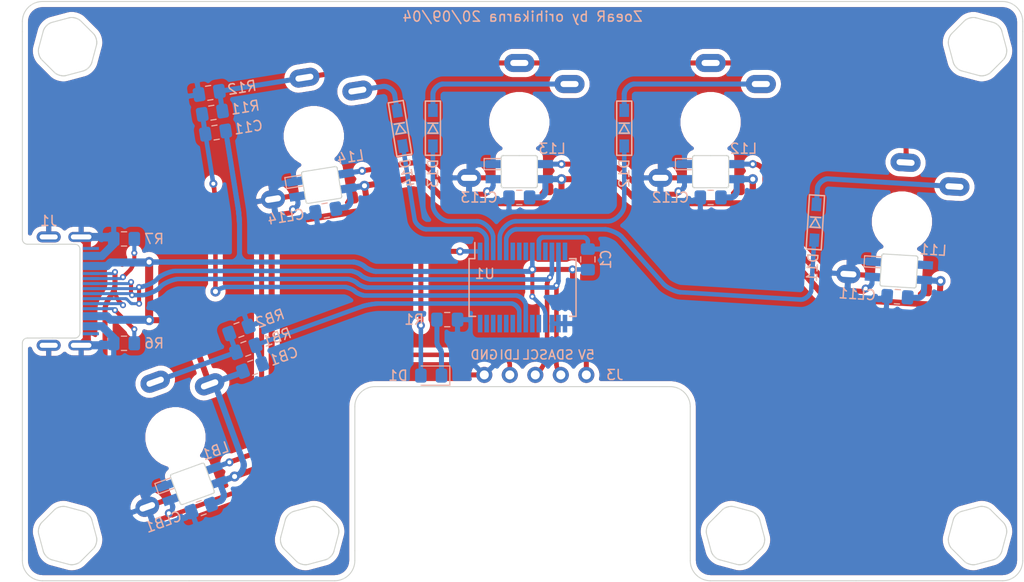
<source format=kicad_pcb>
(kicad_pcb (version 20171130) (host pcbnew "(5.1.5-0-10_14)")
  (layers (0 F.Cu signal) (31 B.Cu signal) (34 B.Paste user) (35 F.Paste user) (36 B.SilkS user) (37 F.SilkS user) (38 B.Mask user) (39 F.Mask user) (44 Edge.Cuts user))
  (net 0 "")
  (net 1 COL1)
  (net 2 BOOT0)
  (net 3 5V)
  (net 4 LED)
  (net 5 "Net-(D1-Pad1)")
  (net 6 ROW1)
  (net 7 "Net-(D11-Pad1)")
  (net 8 ROW2)
  (net 9 "Net-(D12-Pad1)")
  (net 10 ROW3)
  (net 11 "Net-(D13-Pad1)")
  (net 12 ROW4)
  (net 13 "Net-(D14-Pad1)")
  (net 14 GND)
  (net 15 "Net-(J1-PadB5)")
  (net 16 SCL)
  (net 17 "Net-(J1-PadA5)")
  (net 18 SDA)
  (net 19 "Net-(R11-Pad1)")
  (net 20 "Net-(RB1-Pad1)")
  (net 21 LDI)
  (net 22 "Net-(L11-Pad4)")
  (net 23 "Net-(L12-Pad4)")
  (net 24 "Net-(L13-Pad4)")
  (net 25 "Net-(L14-Pad4)")
  (module key-parts:PinHeader_1x05_P2.54mm_Vertical (layer F.Cu) (at 45.99 37.21 90)
    (fp_text reference J3 (at 0 13 unlocked) (layer B.SilkS) (effects (justify mirror)))
    (fp_text value Conn_01x05)
    (pad 5 thru_hole circle (at 0 10.16 90) (size 1.6 1.6) (drill 0.9) (layers *.Cu *.Mask) (net 3 5V))
    (pad 4 thru_hole circle (at 0 7.62 90) (size 1.6 1.6) (drill 0.9) (layers *.Cu *.Mask) (net 18 SDA))
    (pad 3 thru_hole circle (at 0 5.08 90) (size 1.6 1.6) (drill 0.9) (layers *.Cu *.Mask) (net 16 SCL))
    (pad 2 thru_hole circle (at 0 2.54 90) (size 1.6 1.6) (drill 0.9) (layers *.Cu *.Mask) (net 21 LDI))
    (pad 1 thru_hole circle (at 0 0 90) (size 1.6 1.6) (drill 0.9) (layers *.Cu *.Mask) (net 14 GND))
  )
  (module key-parts:SK6812-MINI-E (layer F.Cu) (at 16.926 48.065 200)
    (fp_text reference LB1 (at -3.276455 2.294779 20 unlocked) (layer B.SilkS) (effects (justify mirror)))
    (fp_text value SK6812-MINI-E hide)
    (pad 4 smd rect (at 2.6 -0.75 200) (size 1.5 0.82) (layers B.Cu B.Paste B.Mask) (net 21 LDI))
    (pad 3 smd rect (at 2.6 0.75 200) (size 1.5 0.82) (layers B.Cu B.Paste B.Mask) (net 14 GND))
    (pad 1 smd rect (at -2.6 -0.75 200) (size 1.5 0.82) (layers B.Cu B.Paste B.Mask) (net 3 5V))
    (pad 2 smd rect (at -2.6 0.75 200) (size 1.5 0.82) (layers B.Cu B.Paste B.Mask) (net 25 "Net-(L14-Pad4)"))
  )
  (module key-parts:SK6812-MINI-E (layer F.Cu) (at 29.795 18.284 189.1)
    (fp_text reference L14 (at -3.277152 2.294572 9.1 unlocked) (layer B.SilkS) (effects (justify mirror)))
    (fp_text value SK6812-MINI-E hide)
    (pad 4 smd rect (at 2.6 -0.75 189.1) (size 1.5 0.82) (layers B.Cu B.Paste B.Mask) (net 25 "Net-(L14-Pad4)"))
    (pad 3 smd rect (at 2.6 0.75 189.1) (size 1.5 0.82) (layers B.Cu B.Paste B.Mask) (net 14 GND))
    (pad 1 smd rect (at -2.6 -0.75 189.1) (size 1.5 0.82) (layers B.Cu B.Paste B.Mask) (net 3 5V))
    (pad 2 smd rect (at -2.6 0.75 189.1) (size 1.5 0.82) (layers B.Cu B.Paste B.Mask) (net 24 "Net-(L13-Pad4)"))
  )
  (module key-parts:SK6812-MINI-E (layer F.Cu) (at 49.475 16.955 180)
    (fp_text reference L13 (at -3.277 2.294 unlocked) (layer B.SilkS) (effects (justify mirror)))
    (fp_text value SK6812-MINI-E hide)
    (pad 4 smd rect (at 2.6 -0.75 180) (size 1.5 0.82) (layers B.Cu B.Paste B.Mask) (net 24 "Net-(L13-Pad4)"))
    (pad 3 smd rect (at 2.6 0.75 180) (size 1.5 0.82) (layers B.Cu B.Paste B.Mask) (net 14 GND))
    (pad 1 smd rect (at -2.6 -0.75 180) (size 1.5 0.82) (layers B.Cu B.Paste B.Mask) (net 3 5V))
    (pad 2 smd rect (at -2.6 0.75 180) (size 1.5 0.82) (layers B.Cu B.Paste B.Mask) (net 23 "Net-(L12-Pad4)"))
  )
  (module key-parts:SK6812-MINI-E (layer F.Cu) (at 68.525 16.955 180)
    (fp_text reference L12 (at -3.277 2.294 unlocked) (layer B.SilkS) (effects (justify mirror)))
    (fp_text value SK6812-MINI-E hide)
    (pad 4 smd rect (at 2.6 -0.75 180) (size 1.5 0.82) (layers B.Cu B.Paste B.Mask) (net 23 "Net-(L12-Pad4)"))
    (pad 3 smd rect (at 2.6 0.75 180) (size 1.5 0.82) (layers B.Cu B.Paste B.Mask) (net 14 GND))
    (pad 1 smd rect (at -2.6 -0.75 180) (size 1.5 0.82) (layers B.Cu B.Paste B.Mask) (net 3 5V))
    (pad 2 smd rect (at -2.6 0.75 180) (size 1.5 0.82) (layers B.Cu B.Paste B.Mask) (net 22 "Net-(L11-Pad4)"))
  )
  (module key-parts:SK6812-MINI-E (layer F.Cu) (at 87.274 26.852 176.5)
    (fp_text reference L11 (at -3.277046 2.294338 356.5 unlocked) (layer B.SilkS) (effects (justify mirror)))
    (fp_text value SK6812-MINI-E hide)
    (pad 4 smd rect (at 2.6 -0.75 176.5) (size 1.5 0.82) (layers B.Cu B.Paste B.Mask) (net 22 "Net-(L11-Pad4)"))
    (pad 3 smd rect (at 2.6 0.75 176.5) (size 1.5 0.82) (layers B.Cu B.Paste B.Mask) (net 14 GND))
    (pad 1 smd rect (at -2.6 -0.75 176.5) (size 1.5 0.82) (layers B.Cu B.Paste B.Mask) (net 3 5V))
    (pad 2 smd rect (at -2.6 0.75 176.5) (size 1.5 0.82) (layers B.Cu B.Paste B.Mask))
  )
  (module Capacitor_SMD:C_0805_2012Metric_Pad1.15x1.40mm_HandSolder (layer B.Cu) (at 17.805 50.48 200)
    (fp_text reference CLB1 (at 4.000188 0.000154 20 unlocked) (layer B.SilkS) (effects (justify mirror)))
    (fp_text value 0.1u)
    (pad 2 smd roundrect (at 1.025 0 200) (size 1.15 1.4) (layers B.Cu B.Paste B.Mask) (roundrect_rratio 0.217391) (net 14 GND))
    (pad 1 smd roundrect (at -1.025 0 200) (size 1.15 1.4) (layers B.Cu B.Paste B.Mask) (roundrect_rratio 0.217391) (net 3 5V))
  )
  (module Capacitor_SMD:C_0805_2012Metric_Pad1.15x1.40mm_HandSolder (layer B.Cu) (at 30.201 20.821 189.1)
    (fp_text reference CL14 (at 4.000399 -0.000309 9.1 unlocked) (layer B.SilkS) (effects (justify mirror)))
    (fp_text value 0.1u)
    (pad 2 smd roundrect (at 1.025 0 189.1) (size 1.15 1.4) (layers B.Cu B.Paste B.Mask) (roundrect_rratio 0.217391) (net 14 GND))
    (pad 1 smd roundrect (at -1.025 0 189.1) (size 1.15 1.4) (layers B.Cu B.Paste B.Mask) (roundrect_rratio 0.217391) (net 3 5V))
  )
  (module Capacitor_SMD:C_0805_2012Metric_Pad1.15x1.40mm_HandSolder (layer B.Cu) (at 49.475 19.525 180)
    (fp_text reference CL13 (at 4 0 unlocked) (layer B.SilkS) (effects (justify mirror)))
    (fp_text value 0.1u)
    (pad 2 smd roundrect (at 1.025 0 180) (size 1.15 1.4) (layers B.Cu B.Paste B.Mask) (roundrect_rratio 0.217391) (net 14 GND))
    (pad 1 smd roundrect (at -1.025 0 180) (size 1.15 1.4) (layers B.Cu B.Paste B.Mask) (roundrect_rratio 0.217391) (net 3 5V))
  )
  (module Capacitor_SMD:C_0805_2012Metric_Pad1.15x1.40mm_HandSolder (layer B.Cu) (at 68.525 19.525 180)
    (fp_text reference CL12 (at 4 0 unlocked) (layer B.SilkS) (effects (justify mirror)))
    (fp_text value 0.1u)
    (pad 2 smd roundrect (at 1.025 0 180) (size 1.15 1.4) (layers B.Cu B.Paste B.Mask) (roundrect_rratio 0.217391) (net 14 GND))
    (pad 1 smd roundrect (at -1.025 0 180) (size 1.15 1.4) (layers B.Cu B.Paste B.Mask) (roundrect_rratio 0.217391) (net 3 5V))
  )
  (module Capacitor_SMD:C_0805_2012Metric_Pad1.15x1.40mm_HandSolder (layer B.Cu) (at 87.117 29.417 176.5)
    (fp_text reference CL11 (at 4.000448 -0.000222 356.5 unlocked) (layer B.SilkS) (effects (justify mirror)))
    (fp_text value 0.1u)
    (pad 2 smd roundrect (at 1.025 0 176.5) (size 1.15 1.4) (layers B.Cu B.Paste B.Mask) (roundrect_rratio 0.217391) (net 14 GND))
    (pad 1 smd roundrect (at -1.025 0 176.5) (size 1.15 1.4) (layers B.Cu B.Paste B.Mask) (roundrect_rratio 0.217391) (net 3 5V))
  )
  (module Capacitor_SMD:C_0805_2012Metric_Pad1.15x1.40mm_HandSolder (layer B.Cu) (at 56.3 25.7 90)
    (fp_text reference C1 (at 0 1.8 90 unlocked) (layer B.SilkS) (effects (justify mirror)))
    (fp_text value 0.1u)
    (pad 2 smd roundrect (at 1.025 0 90) (size 1.15 1.4) (layers B.Cu B.Paste B.Mask) (roundrect_rratio 0.217391) (net 14 GND))
    (pad 1 smd roundrect (at -1.025 0 90) (size 1.15 1.4) (layers B.Cu B.Paste B.Mask) (roundrect_rratio 0.217391) (net 3 5V))
  )
  (module Package_SO:SSOP-28_5.3x10.2mm_P0.65mm (layer B.Cu) (at 49.8 28.5 270)
    (fp_text reference U1 (at -1.368 3.759 unlocked) (layer B.SilkS) (effects (justify mirror)))
    (fp_text value MCP23017_SS)
    (pad 28 smd rect (at 3.6 4.225 270) (size 1.75 0.45) (layers B.Cu B.Paste B.Mask))
    (pad 27 smd rect (at 3.6 3.575 270) (size 1.75 0.45) (layers B.Cu B.Paste B.Mask))
    (pad 26 smd rect (at 3.6 2.925 270) (size 1.75 0.45) (layers B.Cu B.Paste B.Mask))
    (pad 25 smd rect (at 3.6 2.275 270) (size 1.75 0.45) (layers B.Cu B.Paste B.Mask))
    (pad 24 smd rect (at 3.6 1.625 270) (size 1.75 0.45) (layers B.Cu B.Paste B.Mask))
    (pad 23 smd rect (at 3.6 0.975 270) (size 1.75 0.45) (layers B.Cu B.Paste B.Mask))
    (pad 22 smd rect (at 3.6 0.325 270) (size 1.75 0.45) (layers B.Cu B.Paste B.Mask) (net 2 BOOT0))
    (pad 21 smd rect (at 3.6 -0.325 270) (size 1.75 0.45) (layers B.Cu B.Paste B.Mask) (net 1 COL1))
    (pad 20 smd rect (at 3.6 -0.975 270) (size 1.75 0.45) (layers B.Cu B.Paste B.Mask))
    (pad 19 smd rect (at 3.6 -1.625 270) (size 1.75 0.45) (layers B.Cu B.Paste B.Mask))
    (pad 18 smd rect (at 3.6 -2.275 270) (size 1.75 0.45) (layers B.Cu B.Paste B.Mask) (net 3 5V))
    (pad 17 smd rect (at 3.6 -2.925 270) (size 1.75 0.45) (layers B.Cu B.Paste B.Mask) (net 14 GND))
    (pad 16 smd rect (at 3.6 -3.575 270) (size 1.75 0.45) (layers B.Cu B.Paste B.Mask) (net 14 GND))
    (pad 15 smd rect (at 3.6 -4.225 270) (size 1.75 0.45) (layers B.Cu B.Paste B.Mask) (net 14 GND))
    (pad 14 smd rect (at -3.6 -4.225 270) (size 1.75 0.45) (layers B.Cu B.Paste B.Mask))
    (pad 13 smd rect (at -3.6 -3.575 270) (size 1.75 0.45) (layers B.Cu B.Paste B.Mask) (net 18 SDA))
    (pad 12 smd rect (at -3.6 -2.925 270) (size 1.75 0.45) (layers B.Cu B.Paste B.Mask) (net 16 SCL))
    (pad 11 smd rect (at -3.6 -2.275 270) (size 1.75 0.45) (layers B.Cu B.Paste B.Mask))
    (pad 10 smd rect (at -3.6 -1.625 270) (size 1.75 0.45) (layers B.Cu B.Paste B.Mask) (net 14 GND))
    (pad 9 smd rect (at -3.6 -0.975 270) (size 1.75 0.45) (layers B.Cu B.Paste B.Mask) (net 3 5V))
    (pad 8 smd rect (at -3.6 -0.325 270) (size 1.75 0.45) (layers B.Cu B.Paste B.Mask))
    (pad 7 smd rect (at -3.6 0.325 270) (size 1.75 0.45) (layers B.Cu B.Paste B.Mask))
    (pad 6 smd rect (at -3.6 0.975 270) (size 1.75 0.45) (layers B.Cu B.Paste B.Mask))
    (pad 5 smd rect (at -3.6 1.625 270) (size 1.75 0.45) (layers B.Cu B.Paste B.Mask) (net 6 ROW1))
    (pad 4 smd rect (at -3.6 2.275 270) (size 1.75 0.45) (layers B.Cu B.Paste B.Mask) (net 8 ROW2))
    (pad 3 smd rect (at -3.6 2.925 270) (size 1.75 0.45) (layers B.Cu B.Paste B.Mask) (net 10 ROW3))
    (pad 2 smd rect (at -3.6 3.575 270) (size 1.75 0.45) (layers B.Cu B.Paste B.Mask) (net 12 ROW4))
    (pad 1 smd rect (at -3.6 4.225 270) (size 1.75 0.45) (layers B.Cu B.Paste B.Mask) (net 4 LED))
  )
  (module key-parts:ChocV2 (layer F.Cu) (at 15.24 43.432 20)
    (fp_text reference SWB1 hide)
    (fp_text value SW_ChocV2 hide)
    (pad 1 thru_hole oval (at 0 -5.9 20) (size 3 1.8) (drill oval 1.8 0.6) (layers *.Cu *.Mask) (net 20 "Net-(RB1-Pad1)"))
    (pad 3 thru_hole oval (at -5 5.55 20) (size 2.4 1.8) (drill oval 1.6 0.6) (layers *.Cu *.Mask) (net 14 GND))
    (pad 2 thru_hole oval (at 5 -3.8 20) (size 3 1.8) (drill oval 1.8 0.6) (layers *.Cu *.Mask) (net 3 5V))
    (pad "" np_thru_hole circle (at 0 0 20) (size 5 5) (drill 5) (layers *.Cu *.Mask))
  )
  (module key-parts:ChocV2 (layer F.Cu) (at 29.015 13.416 9.1)
    (fp_text reference SW14 hide)
    (fp_text value SW_ChocV2 hide)
    (pad 1 thru_hole oval (at 0 -5.9 9.1) (size 3 1.8) (drill oval 1.8 0.6) (layers *.Cu *.Mask) (net 19 "Net-(R11-Pad1)"))
    (pad 3 thru_hole oval (at -5 5.55 9.1) (size 2.4 1.8) (drill oval 1.6 0.6) (layers *.Cu *.Mask) (net 14 GND))
    (pad 2 thru_hole oval (at 5 -3.8 9.1) (size 3 1.8) (drill oval 1.8 0.6) (layers *.Cu *.Mask) (net 13 "Net-(D14-Pad1)"))
    (pad "" np_thru_hole circle (at 0 0 9.1) (size 5 5) (drill 5) (layers *.Cu *.Mask))
  )
  (module key-parts:ChocV2 (layer F.Cu) (at 49.475 12.025)
    (fp_text reference SW13 hide)
    (fp_text value SW_ChocV2 hide)
    (pad 1 thru_hole oval (at 0 -5.9) (size 3 1.8) (drill oval 1.8 0.6) (layers *.Cu *.Mask) (net 19 "Net-(R11-Pad1)"))
    (pad 3 thru_hole oval (at -5 5.55) (size 2.4 1.8) (drill oval 1.6 0.6) (layers *.Cu *.Mask) (net 14 GND))
    (pad 2 thru_hole oval (at 5 -3.8) (size 3 1.8) (drill oval 1.8 0.6) (layers *.Cu *.Mask) (net 11 "Net-(D13-Pad1)"))
    (pad "" np_thru_hole circle (at 0 0) (size 5 5) (drill 5) (layers *.Cu *.Mask))
  )
  (module key-parts:ChocV2 (layer F.Cu) (at 68.525 12.025)
    (fp_text reference SW12 hide)
    (fp_text value SW_ChocV2 hide)
    (pad 1 thru_hole oval (at 0 -5.9) (size 3 1.8) (drill oval 1.8 0.6) (layers *.Cu *.Mask) (net 19 "Net-(R11-Pad1)"))
    (pad 3 thru_hole oval (at -5 5.55) (size 2.4 1.8) (drill oval 1.6 0.6) (layers *.Cu *.Mask) (net 14 GND))
    (pad 2 thru_hole oval (at 5 -3.8) (size 3 1.8) (drill oval 1.8 0.6) (layers *.Cu *.Mask) (net 9 "Net-(D12-Pad1)"))
    (pad "" np_thru_hole circle (at 0 0) (size 5 5) (drill 5) (layers *.Cu *.Mask))
  )
  (module key-parts:ChocV2 (layer F.Cu) (at 87.575 21.931 356.5)
    (fp_text reference SW11 hide)
    (fp_text value SW_ChocV2 hide)
    (pad 1 thru_hole oval (at 0 -5.9 356.5) (size 3 1.8) (drill oval 1.8 0.6) (layers *.Cu *.Mask) (net 19 "Net-(R11-Pad1)"))
    (pad 3 thru_hole oval (at -5 5.55 356.5) (size 2.4 1.8) (drill oval 1.6 0.6) (layers *.Cu *.Mask) (net 14 GND))
    (pad 2 thru_hole oval (at 5 -3.8 356.5) (size 3 1.8) (drill oval 1.8 0.6) (layers *.Cu *.Mask) (net 7 "Net-(D11-Pad1)"))
    (pad "" np_thru_hole circle (at 0 0 356.5) (size 5 5) (drill 5) (layers *.Cu *.Mask))
  )
  (module Resistor_SMD:R_0805_2012Metric_Pad1.15x1.40mm_HandSolder (layer B.Cu) (at 21.559 32.725 20)
    (fp_text reference RB2 (at 3.300128 -0.000309 20 unlocked) (layer B.SilkS) (effects (justify mirror)))
    (fp_text value 4k7)
    (pad 2 smd roundrect (at 1.025 0 20) (size 1.15 1.4) (layers B.Cu B.Paste B.Mask) (roundrect_rratio 0.217391) (net 14 GND))
    (pad 1 smd roundrect (at -1.025 0 20) (size 1.15 1.4) (layers B.Cu B.Paste B.Mask) (roundrect_rratio 0.217391) (net 20 "Net-(RB1-Pad1)"))
  )
  (module Resistor_SMD:R_0805_2012Metric_Pad1.15x1.40mm_HandSolder (layer B.Cu) (at 22.243 34.604 20)
    (fp_text reference RB1 (at 3.300128 -0.000309 20 unlocked) (layer B.SilkS) (effects (justify mirror)))
    (fp_text value 10k)
    (pad 2 smd roundrect (at 1.025 0 20) (size 1.15 1.4) (layers B.Cu B.Paste B.Mask) (roundrect_rratio 0.217391) (net 2 BOOT0))
    (pad 1 smd roundrect (at -1.025 0 20) (size 1.15 1.4) (layers B.Cu B.Paste B.Mask) (roundrect_rratio 0.217391) (net 20 "Net-(RB1-Pad1)"))
  )
  (module Resistor_SMD:R_0805_2012Metric_Pad1.15x1.40mm_HandSolder (layer B.Cu) (at 18.603 9.109 189.1)
    (fp_text reference R12 (at -3.299553 0.000151 9.1 unlocked) (layer B.SilkS) (effects (justify mirror)))
    (fp_text value 4k7)
    (pad 2 smd roundrect (at 1.025 0 189.1) (size 1.15 1.4) (layers B.Cu B.Paste B.Mask) (roundrect_rratio 0.217391) (net 14 GND))
    (pad 1 smd roundrect (at -1.025 0 189.1) (size 1.15 1.4) (layers B.Cu B.Paste B.Mask) (roundrect_rratio 0.217391) (net 19 "Net-(R11-Pad1)"))
  )
  (module Resistor_SMD:R_0805_2012Metric_Pad1.15x1.40mm_HandSolder (layer B.Cu) (at 18.919 11.083 189.1)
    (fp_text reference R11 (at -3.299553 0.000151 9.1 unlocked) (layer B.SilkS) (effects (justify mirror)))
    (fp_text value 10k)
    (pad 2 smd roundrect (at 1.025 0 189.1) (size 1.15 1.4) (layers B.Cu B.Paste B.Mask) (roundrect_rratio 0.217391) (net 1 COL1))
    (pad 1 smd roundrect (at -1.025 0 189.1) (size 1.15 1.4) (layers B.Cu B.Paste B.Mask) (roundrect_rratio 0.217391) (net 19 "Net-(R11-Pad1)"))
  )
  (module Resistor_SMD:R_0805_2012Metric_Pad1.15x1.40mm_HandSolder (layer B.Cu) (at 10.12 23.66 180)
    (fp_text reference R7 (at -3 0 unlocked) (layer B.SilkS) (effects (justify mirror)))
    (fp_text value 5k1)
    (pad 2 smd roundrect (at 1.025 0 180) (size 1.15 1.4) (layers B.Cu B.Paste B.Mask) (roundrect_rratio 0.217391) (net 14 GND))
    (pad 1 smd roundrect (at -1.025 0 180) (size 1.15 1.4) (layers B.Cu B.Paste B.Mask) (roundrect_rratio 0.217391) (net 15 "Net-(J1-PadB5)"))
  )
  (module Resistor_SMD:R_0805_2012Metric_Pad1.15x1.40mm_HandSolder (layer B.Cu) (at 10.12 34.06 180)
    (fp_text reference R6 (at -3 0 unlocked) (layer B.SilkS) (effects (justify mirror)))
    (fp_text value 5k1)
    (pad 2 smd roundrect (at 1.025 0 180) (size 1.15 1.4) (layers B.Cu B.Paste B.Mask) (roundrect_rratio 0.217391) (net 14 GND))
    (pad 1 smd roundrect (at -1.025 0 180) (size 1.15 1.4) (layers B.Cu B.Paste B.Mask) (roundrect_rratio 0.217391) (net 17 "Net-(J1-PadA5)"))
  )
  (module Resistor_SMD:R_0805_2012Metric_Pad1.15x1.40mm_HandSolder (layer B.Cu) (at 42.3 31.7)
    (fp_text reference R1 (at -3.3 0 unlocked) (layer B.SilkS) (effects (justify mirror)))
    (fp_text value 330)
    (pad 2 smd roundrect (at 1.025 0) (size 1.15 1.4) (layers B.Cu B.Paste B.Mask) (roundrect_rratio 0.217391) (net 14 GND))
    (pad 1 smd roundrect (at -1.025 0) (size 1.15 1.4) (layers B.Cu B.Paste B.Mask) (roundrect_rratio 0.217391) (net 5 "Net-(D1-Pad1)"))
  )
  (module key-parts:USB_C_Receptacle_Hirose_CX90M-16P (layer B.Cu) (at 2.62 28.86 90)
    (fp_text reference J1 (at 7 0 unlocked) (layer B.SilkS) (effects (justify mirror)))
    (fp_text value USB_C_Receptacle_USB2.0)
    (pad MID smd rect (at -4.25 4.2 90) (size 0.3 1.6) (layers B.Cu B.Paste B.Mask))
    (pad MID smd rect (at 4.25 4.2 90) (size 0.3 1.6) (layers B.Cu B.Paste B.Mask))
    (pad S1 thru_hole oval (at -5.4 3.23 90) (size 1 2.55) (drill oval 0.5 2.05) (layers *.Cu *.Mask) (net 14 GND))
    (pad S2 thru_hole oval (at 5.4 3.23 90) (size 1 2.55) (drill oval 0.5 2.05) (layers *.Cu *.Mask) (net 14 GND))
    (pad S3 thru_hole oval (at 5.4 0 90) (size 1.1 2.4) (drill oval 0.5 1.8) (layers *.Cu *.Mask) (net 14 GND))
    (pad B1 smd rect (at 3.5 4.2 90) (size 0.8 1.6) (layers B.Cu B.Paste B.Mask) (net 14 GND))
    (pad B4 smd rect (at 2.5 4.2 90) (size 0.8 1.6) (layers B.Cu B.Paste B.Mask) (net 3 5V))
    (pad A1 smd rect (at -3.5 4.2 90) (size 0.8 1.6) (layers B.Cu B.Paste B.Mask) (net 14 GND))
    (pad A4 smd rect (at -2.5 4.2 90) (size 0.8 1.6) (layers B.Cu B.Paste B.Mask) (net 3 5V))
    (pad B5 smd rect (at 1.25 4.2 90) (size 0.3 1.6) (layers B.Cu B.Paste B.Mask) (net 15 "Net-(J1-PadB5)"))
    (pad B6 smd rect (at 0.25 4.2 90) (size 0.3 1.6) (layers B.Cu B.Paste B.Mask) (net 16 SCL))
    (pad A8 smd rect (at 1.75 4.2 90) (size 0.3 1.6) (layers B.Cu B.Paste B.Mask) (net 21 LDI))
    (pad A5 smd rect (at -1.75 4.2 90) (size 0.3 1.6) (layers B.Cu B.Paste B.Mask) (net 17 "Net-(J1-PadA5)"))
    (pad B8 smd rect (at -1.25 4.2 90) (size 0.3 1.6) (layers B.Cu B.Paste B.Mask) (net 21 LDI))
    (pad A7 smd rect (at 0.75 4.2 90) (size 0.3 1.6) (layers B.Cu B.Paste B.Mask) (net 18 SDA))
    (pad A6 smd rect (at -0.75 4.2 90) (size 0.3 1.6) (layers B.Cu B.Paste B.Mask) (net 16 SCL))
    (pad B7 smd rect (at -0.25 4.2 90) (size 0.3 1.6) (layers B.Cu B.Paste B.Mask) (net 18 SDA))
    (pad S4 thru_hole oval (at -5.4 0 90) (size 1.1 2.4) (drill oval 0.5 1.8) (layers *.Cu *.Mask) (net 14 GND))
  )
  (module key-parts:D_SMD (layer B.Cu) (at 37.602 12.648 279.1)
    (fp_text reference D14 (at 4.499688 -0.000342 99.1 unlocked) (layer B.SilkS) (effects (justify mirror)))
    (fp_text value D_Small hide)
    (pad 2 smd rect (at 1.775 0 279.1) (size 1.3 0.95) (layers B.Cu B.Paste B.Mask) (net 12 ROW4))
    (pad 1 smd rect (at -1.775 0 279.1) (size 1.3 0.95) (layers B.Cu B.Paste B.Mask) (net 13 "Net-(D14-Pad1)"))
  )
  (module key-parts:D_SMD (layer B.Cu) (at 40.875 12.625 270)
    (fp_text reference D13 (at 4.5 0 90 unlocked) (layer B.SilkS) (effects (justify mirror)))
    (fp_text value D_Small hide)
    (pad 2 smd rect (at 1.775 0 270) (size 1.3 0.95) (layers B.Cu B.Paste B.Mask) (net 10 ROW3))
    (pad 1 smd rect (at -1.775 0 270) (size 1.3 0.95) (layers B.Cu B.Paste B.Mask) (net 11 "Net-(D13-Pad1)"))
  )
  (module key-parts:D_SMD (layer B.Cu) (at 59.925 12.625 270)
    (fp_text reference D12 (at 4.5 0 90 unlocked) (layer B.SilkS) (effects (justify mirror)))
    (fp_text value D_Small hide)
    (pad 2 smd rect (at 1.775 0 270) (size 1.3 0.95) (layers B.Cu B.Paste B.Mask) (net 8 ROW2))
    (pad 1 smd rect (at -1.775 0 270) (size 1.3 0.95) (layers B.Cu B.Paste B.Mask) (net 9 "Net-(D12-Pad1)"))
  )
  (module key-parts:D_SMD (layer B.Cu) (at 78.954 22.005 266.5)
    (fp_text reference D11 (at 4.50041 0.000257 86.5 unlocked) (layer B.SilkS) (effects (justify mirror)))
    (fp_text value D_Small hide)
    (pad 2 smd rect (at 1.775 0 266.5) (size 1.3 0.95) (layers B.Cu B.Paste B.Mask) (net 6 ROW1))
    (pad 1 smd rect (at -1.775 0 266.5) (size 1.3 0.95) (layers B.Cu B.Paste B.Mask) (net 7 "Net-(D11-Pad1)"))
  )
  (module Diode_SMD:D_0805_2012Metric_Pad1.15x1.40mm_HandSolder (layer B.Cu) (at 40.7 37.28 180)
    (fp_text reference D1 (at 3.3 0 unlocked) (layer B.SilkS) (effects (justify mirror)))
    (fp_text value LED)
    (pad 2 smd roundrect (at 1.025 0 180) (size 1.15 1.4) (layers B.Cu B.Paste B.Mask) (roundrect_rratio 0.217391) (net 4 LED))
    (pad 1 smd roundrect (at -1.025 0 180) (size 1.15 1.4) (layers B.Cu B.Paste B.Mask) (roundrect_rratio 0.217391) (net 5 "Net-(D1-Pad1)"))
  )
  (module Capacitor_SMD:C_0805_2012Metric_Pad1.15x1.40mm_HandSolder (layer B.Cu) (at 22.927 36.484 20)
    (fp_text reference CB1 (at 3.300128 -0.000309 20 unlocked) (layer B.SilkS) (effects (justify mirror)))
    (fp_text value 33n)
    (pad 2 smd roundrect (at 1.025 0 20) (size 1.15 1.4) (layers B.Cu B.Paste B.Mask) (roundrect_rratio 0.217391) (net 2 BOOT0))
    (pad 1 smd roundrect (at -1.025 0 20) (size 1.15 1.4) (layers B.Cu B.Paste B.Mask) (roundrect_rratio 0.217391) (net 3 5V))
  )
  (module Capacitor_SMD:C_0805_2012Metric_Pad1.15x1.40mm_HandSolder (layer B.Cu) (at 19.235 13.058 189.1)
    (fp_text reference C11 (at -3.299553 0.000151 9.1 unlocked) (layer B.SilkS) (effects (justify mirror)))
    (fp_text value 33n)
    (pad 2 smd roundrect (at 1.025 0 189.1) (size 1.15 1.4) (layers B.Cu B.Paste B.Mask) (roundrect_rratio 0.217391) (net 1 COL1))
    (pad 1 smd roundrect (at -1.025 0 189.1) (size 1.15 1.4) (layers B.Cu B.Paste B.Mask) (roundrect_rratio 0.217391) (net 3 5V))
  )
  (gr_text 5V (at 56.15 35.21) (layer B.SilkS) (effects (font (size 0.9 0.9)) (justify mirror)))
  (gr_text SDA (at 53.61 35.21) (layer B.SilkS) (effects (font (size 0.9 0.9)) (justify mirror)))
  (gr_text SCL (at 51.07 35.21) (layer B.SilkS) (effects (font (size 0.9 0.9)) (justify mirror)))
  (gr_text LDI (at 48.53 35.21) (layer B.SilkS) (effects (font (size 0.9 0.9)) (justify mirror)))
  (gr_text GND (at 45.99 35.21) (layer B.SilkS) (effects (font (size 0.9 0.9)) (justify mirror)))
  (gr_line (start 18.977 49.021) (end 17.473 49.569) (layer Edge.Cuts) (width 0.1))
  (gr_line (start 18.992 49.015) (end 18.977 49.021) (layer Edge.Cuts) (width 0.1))
  (gr_line (start 19.006 49.008) (end 18.992 49.015) (layer Edge.Cuts) (width 0.1))
  (gr_line (start 19.02 49) (end 19.006 49.008) (layer Edge.Cuts) (width 0.1))
  (gr_line (start 19.033 48.99) (end 19.02 49) (layer Edge.Cuts) (width 0.1))
  (gr_line (start 19.045 48.98) (end 19.033 48.99) (layer Edge.Cuts) (width 0.1))
  (gr_line (start 19.056 48.969) (end 19.045 48.98) (layer Edge.Cuts) (width 0.1))
  (gr_line (start 19.066 48.957) (end 19.056 48.969) (layer Edge.Cuts) (width 0.1))
  (gr_line (start 19.075 48.945) (end 19.066 48.957) (layer Edge.Cuts) (width 0.1))
  (gr_line (start 19.083 48.932) (end 19.075 48.945) (layer Edge.Cuts) (width 0.1))
  (gr_line (start 19.09 48.918) (end 19.083 48.932) (layer Edge.Cuts) (width 0.1))
  (gr_line (start 19.096 48.904) (end 19.09 48.918) (layer Edge.Cuts) (width 0.1))
  (gr_line (start 19.101 48.889) (end 19.096 48.904) (layer Edge.Cuts) (width 0.1))
  (gr_line (start 19.104 48.874) (end 19.101 48.889) (layer Edge.Cuts) (width 0.1))
  (gr_line (start 19.107 48.859) (end 19.104 48.874) (layer Edge.Cuts) (width 0.1))
  (gr_line (start 19.108 48.844) (end 19.107 48.859) (layer Edge.Cuts) (width 0.1))
  (gr_line (start 19.108 48.828) (end 19.108 48.844) (layer Edge.Cuts) (width 0.1))
  (gr_line (start 19.107 48.812) (end 19.108 48.828) (layer Edge.Cuts) (width 0.1))
  (gr_line (start 19.105 48.796) (end 19.107 48.812) (layer Edge.Cuts) (width 0.1))
  (gr_line (start 19.101 48.781) (end 19.105 48.796) (layer Edge.Cuts) (width 0.1))
  (gr_line (start 19.096 48.765) (end 19.101 48.781) (layer Edge.Cuts) (width 0.1))
  (gr_line (start 18.618 47.45) (end 19.096 48.765) (layer Edge.Cuts) (width 0.1))
  (gr_line (start 18.139 46.134) (end 18.618 47.45) (layer Edge.Cuts) (width 0.1))
  (gr_line (start 18.133 46.119) (end 18.139 46.134) (layer Edge.Cuts) (width 0.1))
  (gr_line (start 18.125 46.104) (end 18.133 46.119) (layer Edge.Cuts) (width 0.1))
  (gr_line (start 18.117 46.091) (end 18.125 46.104) (layer Edge.Cuts) (width 0.1))
  (gr_line (start 18.108 46.078) (end 18.117 46.091) (layer Edge.Cuts) (width 0.1))
  (gr_line (start 18.097 46.066) (end 18.108 46.078) (layer Edge.Cuts) (width 0.1))
  (gr_line (start 18.086 46.055) (end 18.097 46.066) (layer Edge.Cuts) (width 0.1))
  (gr_line (start 18.075 46.045) (end 18.086 46.055) (layer Edge.Cuts) (width 0.1))
  (gr_line (start 18.062 46.036) (end 18.075 46.045) (layer Edge.Cuts) (width 0.1))
  (gr_line (start 18.049 46.028) (end 18.062 46.036) (layer Edge.Cuts) (width 0.1))
  (gr_line (start 18.035 46.021) (end 18.049 46.028) (layer Edge.Cuts) (width 0.1))
  (gr_line (start 18.021 46.015) (end 18.035 46.021) (layer Edge.Cuts) (width 0.1))
  (gr_line (start 18.007 46.01) (end 18.021 46.015) (layer Edge.Cuts) (width 0.1))
  (gr_line (start 17.992 46.007) (end 18.007 46.01) (layer Edge.Cuts) (width 0.1))
  (gr_line (start 17.976 46.004) (end 17.992 46.007) (layer Edge.Cuts) (width 0.1))
  (gr_line (start 17.961 46.003) (end 17.976 46.004) (layer Edge.Cuts) (width 0.1))
  (gr_line (start 17.945 46.002) (end 17.961 46.003) (layer Edge.Cuts) (width 0.1))
  (gr_line (start 17.93 46.003) (end 17.945 46.002) (layer Edge.Cuts) (width 0.1))
  (gr_line (start 17.914 46.006) (end 17.93 46.003) (layer Edge.Cuts) (width 0.1))
  (gr_line (start 17.898 46.009) (end 17.914 46.006) (layer Edge.Cuts) (width 0.1))
  (gr_line (start 17.882 46.014) (end 17.898 46.009) (layer Edge.Cuts) (width 0.1))
  (gr_line (start 16.379 46.562) (end 17.882 46.014) (layer Edge.Cuts) (width 0.1))
  (gr_line (start 14.875 47.109) (end 16.379 46.562) (layer Edge.Cuts) (width 0.1))
  (gr_line (start 14.86 47.115) (end 14.875 47.109) (layer Edge.Cuts) (width 0.1))
  (gr_line (start 14.846 47.122) (end 14.86 47.115) (layer Edge.Cuts) (width 0.1))
  (gr_line (start 14.832 47.131) (end 14.846 47.122) (layer Edge.Cuts) (width 0.1))
  (gr_line (start 14.82 47.14) (end 14.832 47.131) (layer Edge.Cuts) (width 0.1))
  (gr_line (start 14.808 47.15) (end 14.82 47.14) (layer Edge.Cuts) (width 0.1))
  (gr_line (start 14.797 47.161) (end 14.808 47.15) (layer Edge.Cuts) (width 0.1))
  (gr_line (start 14.787 47.173) (end 14.797 47.161) (layer Edge.Cuts) (width 0.1))
  (gr_line (start 14.778 47.186) (end 14.787 47.173) (layer Edge.Cuts) (width 0.1))
  (gr_line (start 14.77 47.199) (end 14.778 47.186) (layer Edge.Cuts) (width 0.1))
  (gr_line (start 14.763 47.212) (end 14.77 47.199) (layer Edge.Cuts) (width 0.1))
  (gr_line (start 14.757 47.226) (end 14.763 47.212) (layer Edge.Cuts) (width 0.1))
  (gr_line (start 14.752 47.241) (end 14.757 47.226) (layer Edge.Cuts) (width 0.1))
  (gr_line (start 14.748 47.256) (end 14.752 47.241) (layer Edge.Cuts) (width 0.1))
  (gr_line (start 14.745 47.271) (end 14.748 47.256) (layer Edge.Cuts) (width 0.1))
  (gr_line (start 14.744 47.287) (end 14.745 47.271) (layer Edge.Cuts) (width 0.1))
  (gr_line (start 14.744 47.302) (end 14.744 47.287) (layer Edge.Cuts) (width 0.1))
  (gr_line (start 14.745 47.318) (end 14.744 47.302) (layer Edge.Cuts) (width 0.1))
  (gr_line (start 14.747 47.334) (end 14.745 47.318) (layer Edge.Cuts) (width 0.1))
  (gr_line (start 14.751 47.35) (end 14.747 47.334) (layer Edge.Cuts) (width 0.1))
  (gr_line (start 14.756 47.365) (end 14.751 47.35) (layer Edge.Cuts) (width 0.1))
  (gr_line (start 15.235 48.681) (end 14.756 47.365) (layer Edge.Cuts) (width 0.1))
  (gr_line (start 15.714 49.996) (end 15.235 48.681) (layer Edge.Cuts) (width 0.1))
  (gr_line (start 15.72 50.012) (end 15.714 49.996) (layer Edge.Cuts) (width 0.1))
  (gr_line (start 15.727 50.026) (end 15.72 50.012) (layer Edge.Cuts) (width 0.1))
  (gr_line (start 15.735 50.04) (end 15.727 50.026) (layer Edge.Cuts) (width 0.1))
  (gr_line (start 15.745 50.052) (end 15.735 50.04) (layer Edge.Cuts) (width 0.1))
  (gr_line (start 15.755 50.064) (end 15.745 50.052) (layer Edge.Cuts) (width 0.1))
  (gr_line (start 15.766 50.075) (end 15.755 50.064) (layer Edge.Cuts) (width 0.1))
  (gr_line (start 15.778 50.085) (end 15.766 50.075) (layer Edge.Cuts) (width 0.1))
  (gr_line (start 15.79 50.094) (end 15.778 50.085) (layer Edge.Cuts) (width 0.1))
  (gr_line (start 15.803 50.102) (end 15.79 50.094) (layer Edge.Cuts) (width 0.1))
  (gr_line (start 15.817 50.109) (end 15.803 50.102) (layer Edge.Cuts) (width 0.1))
  (gr_line (start 15.831 50.115) (end 15.817 50.109) (layer Edge.Cuts) (width 0.1))
  (gr_line (start 15.846 50.12) (end 15.831 50.115) (layer Edge.Cuts) (width 0.1))
  (gr_line (start 15.861 50.124) (end 15.846 50.12) (layer Edge.Cuts) (width 0.1))
  (gr_line (start 15.876 50.126) (end 15.861 50.124) (layer Edge.Cuts) (width 0.1))
  (gr_line (start 15.891 50.128) (end 15.876 50.126) (layer Edge.Cuts) (width 0.1))
  (gr_line (start 15.907 50.128) (end 15.891 50.128) (layer Edge.Cuts) (width 0.1))
  (gr_line (start 15.923 50.127) (end 15.907 50.128) (layer Edge.Cuts) (width 0.1))
  (gr_line (start 15.939 50.125) (end 15.923 50.127) (layer Edge.Cuts) (width 0.1))
  (gr_line (start 15.954 50.121) (end 15.939 50.125) (layer Edge.Cuts) (width 0.1))
  (gr_line (start 15.97 50.116) (end 15.954 50.121) (layer Edge.Cuts) (width 0.1))
  (gr_line (start 17.473 49.569) (end 15.97 50.116) (layer Edge.Cuts) (width 0.1))
  (gr_line (start 31.628 19.61) (end 30.048 19.863) (layer Edge.Cuts) (width 0.1))
  (gr_line (start 31.644 19.607) (end 31.628 19.61) (layer Edge.Cuts) (width 0.1))
  (gr_line (start 31.66 19.603) (end 31.644 19.607) (layer Edge.Cuts) (width 0.1))
  (gr_line (start 31.674 19.597) (end 31.66 19.603) (layer Edge.Cuts) (width 0.1))
  (gr_line (start 31.689 19.59) (end 31.674 19.597) (layer Edge.Cuts) (width 0.1))
  (gr_line (start 31.702 19.583) (end 31.689 19.59) (layer Edge.Cuts) (width 0.1))
  (gr_line (start 31.715 19.574) (end 31.702 19.583) (layer Edge.Cuts) (width 0.1))
  (gr_line (start 31.727 19.564) (end 31.715 19.574) (layer Edge.Cuts) (width 0.1))
  (gr_line (start 31.738 19.554) (end 31.727 19.564) (layer Edge.Cuts) (width 0.1))
  (gr_line (start 31.749 19.542) (end 31.738 19.554) (layer Edge.Cuts) (width 0.1))
  (gr_line (start 31.758 19.53) (end 31.749 19.542) (layer Edge.Cuts) (width 0.1))
  (gr_line (start 31.767 19.517) (end 31.758 19.53) (layer Edge.Cuts) (width 0.1))
  (gr_line (start 31.774 19.504) (end 31.767 19.517) (layer Edge.Cuts) (width 0.1))
  (gr_line (start 31.781 19.49) (end 31.774 19.504) (layer Edge.Cuts) (width 0.1))
  (gr_line (start 31.786 19.476) (end 31.781 19.49) (layer Edge.Cuts) (width 0.1))
  (gr_line (start 31.791 19.461) (end 31.786 19.476) (layer Edge.Cuts) (width 0.1))
  (gr_line (start 31.794 19.445) (end 31.791 19.461) (layer Edge.Cuts) (width 0.1))
  (gr_line (start 31.796 19.43) (end 31.794 19.445) (layer Edge.Cuts) (width 0.1))
  (gr_line (start 31.796 19.414) (end 31.796 19.43) (layer Edge.Cuts) (width 0.1))
  (gr_line (start 31.796 19.398) (end 31.796 19.414) (layer Edge.Cuts) (width 0.1))
  (gr_line (start 31.794 19.381) (end 31.796 19.398) (layer Edge.Cuts) (width 0.1))
  (gr_line (start 31.572 17.999) (end 31.794 19.381) (layer Edge.Cuts) (width 0.1))
  (gr_line (start 31.351 16.617) (end 31.572 17.999) (layer Edge.Cuts) (width 0.1))
  (gr_line (start 31.348 16.6) (end 31.351 16.617) (layer Edge.Cuts) (width 0.1))
  (gr_line (start 31.343 16.585) (end 31.348 16.6) (layer Edge.Cuts) (width 0.1))
  (gr_line (start 31.338 16.57) (end 31.343 16.585) (layer Edge.Cuts) (width 0.1))
  (gr_line (start 31.331 16.556) (end 31.338 16.57) (layer Edge.Cuts) (width 0.1))
  (gr_line (start 31.323 16.542) (end 31.331 16.556) (layer Edge.Cuts) (width 0.1))
  (gr_line (start 31.314 16.529) (end 31.323 16.542) (layer Edge.Cuts) (width 0.1))
  (gr_line (start 31.305 16.517) (end 31.314 16.529) (layer Edge.Cuts) (width 0.1))
  (gr_line (start 31.294 16.506) (end 31.305 16.517) (layer Edge.Cuts) (width 0.1))
  (gr_line (start 31.283 16.495999) (end 31.294 16.506) (layer Edge.Cuts) (width 0.1))
  (gr_line (start 31.271 16.486) (end 31.283 16.495999) (layer Edge.Cuts) (width 0.1))
  (gr_line (start 31.258 16.478) (end 31.271 16.486) (layer Edge.Cuts) (width 0.1))
  (gr_line (start 31.245 16.469999) (end 31.258 16.478) (layer Edge.Cuts) (width 0.1))
  (gr_line (start 31.231 16.463999) (end 31.245 16.469999) (layer Edge.Cuts) (width 0.1))
  (gr_line (start 31.216 16.457999) (end 31.231 16.463999) (layer Edge.Cuts) (width 0.1))
  (gr_line (start 31.201 16.454) (end 31.216 16.457999) (layer Edge.Cuts) (width 0.1))
  (gr_line (start 31.186 16.451) (end 31.201 16.454) (layer Edge.Cuts) (width 0.1))
  (gr_line (start 31.17 16.449) (end 31.186 16.451) (layer Edge.Cuts) (width 0.1))
  (gr_line (start 31.154 16.448) (end 31.17 16.449) (layer Edge.Cuts) (width 0.1))
  (gr_line (start 31.138 16.449) (end 31.154 16.448) (layer Edge.Cuts) (width 0.1))
  (gr_line (start 31.122 16.451) (end 31.138 16.449) (layer Edge.Cuts) (width 0.1))
  (gr_line (start 29.542 16.704) (end 31.122 16.451) (layer Edge.Cuts) (width 0.1))
  (gr_line (start 27.962 16.957) (end 29.542 16.704) (layer Edge.Cuts) (width 0.1))
  (gr_line (start 27.946 16.96) (end 27.962 16.957) (layer Edge.Cuts) (width 0.1))
  (gr_line (start 27.93 16.965) (end 27.946 16.96) (layer Edge.Cuts) (width 0.1))
  (gr_line (start 27.916 16.97) (end 27.93 16.965) (layer Edge.Cuts) (width 0.1))
  (gr_line (start 27.901 16.977) (end 27.916 16.97) (layer Edge.Cuts) (width 0.1))
  (gr_line (start 27.888 16.985) (end 27.901 16.977) (layer Edge.Cuts) (width 0.1))
  (gr_line (start 27.875 16.993) (end 27.888 16.985) (layer Edge.Cuts) (width 0.1))
  (gr_line (start 27.863 17.003) (end 27.875 16.993) (layer Edge.Cuts) (width 0.1))
  (gr_line (start 27.852 17.014) (end 27.863 17.003) (layer Edge.Cuts) (width 0.1))
  (gr_line (start 27.841 17.025) (end 27.852 17.014) (layer Edge.Cuts) (width 0.1))
  (gr_line (start 27.832 17.037) (end 27.841 17.025) (layer Edge.Cuts) (width 0.1))
  (gr_line (start 27.823 17.05) (end 27.832 17.037) (layer Edge.Cuts) (width 0.1))
  (gr_line (start 27.816 17.063) (end 27.823 17.05) (layer Edge.Cuts) (width 0.1))
  (gr_line (start 27.809 17.077) (end 27.816 17.063) (layer Edge.Cuts) (width 0.1))
  (gr_line (start 27.804 17.092) (end 27.809 17.077) (layer Edge.Cuts) (width 0.1))
  (gr_line (start 27.799 17.107) (end 27.804 17.092) (layer Edge.Cuts) (width 0.1))
  (gr_line (start 27.796 17.122) (end 27.799 17.107) (layer Edge.Cuts) (width 0.1))
  (gr_line (start 27.794 17.138) (end 27.796 17.122) (layer Edge.Cuts) (width 0.1))
  (gr_line (start 27.794 17.153) (end 27.794 17.138) (layer Edge.Cuts) (width 0.1))
  (gr_line (start 27.794 17.17) (end 27.794 17.153) (layer Edge.Cuts) (width 0.1))
  (gr_line (start 27.796 17.186) (end 27.794 17.17) (layer Edge.Cuts) (width 0.1))
  (gr_line (start 28.018 18.568) (end 27.796 17.186) (layer Edge.Cuts) (width 0.1))
  (gr_line (start 28.239 19.951) (end 28.018 18.568) (layer Edge.Cuts) (width 0.1))
  (gr_line (start 28.242 19.967) (end 28.239 19.951) (layer Edge.Cuts) (width 0.1))
  (gr_line (start 28.247 19.982) (end 28.242 19.967) (layer Edge.Cuts) (width 0.1))
  (gr_line (start 28.252 19.997) (end 28.247 19.982) (layer Edge.Cuts) (width 0.1))
  (gr_line (start 28.259 20.011) (end 28.252 19.997) (layer Edge.Cuts) (width 0.1))
  (gr_line (start 28.267 20.025) (end 28.259 20.011) (layer Edge.Cuts) (width 0.1))
  (gr_line (start 28.276 20.038) (end 28.267 20.025) (layer Edge.Cuts) (width 0.1))
  (gr_line (start 28.285 20.05) (end 28.276 20.038) (layer Edge.Cuts) (width 0.1))
  (gr_line (start 28.296 20.061) (end 28.285 20.05) (layer Edge.Cuts) (width 0.1))
  (gr_line (start 28.307 20.072) (end 28.296 20.061) (layer Edge.Cuts) (width 0.1))
  (gr_line (start 28.319 20.081) (end 28.307 20.072) (layer Edge.Cuts) (width 0.1))
  (gr_line (start 28.332 20.09) (end 28.319 20.081) (layer Edge.Cuts) (width 0.1))
  (gr_line (start 28.345 20.097) (end 28.332 20.09) (layer Edge.Cuts) (width 0.1))
  (gr_line (start 28.359 20.104) (end 28.345 20.097) (layer Edge.Cuts) (width 0.1))
  (gr_line (start 28.374 20.109) (end 28.359 20.104) (layer Edge.Cuts) (width 0.1))
  (gr_line (start 28.389 20.113) (end 28.374 20.109) (layer Edge.Cuts) (width 0.1))
  (gr_line (start 28.404 20.116) (end 28.389 20.113) (layer Edge.Cuts) (width 0.1))
  (gr_line (start 28.42 20.118) (end 28.404 20.116) (layer Edge.Cuts) (width 0.1))
  (gr_line (start 28.436 20.119) (end 28.42 20.118) (layer Edge.Cuts) (width 0.1))
  (gr_line (start 28.452 20.118) (end 28.436 20.119) (layer Edge.Cuts) (width 0.1))
  (gr_line (start 28.468 20.117) (end 28.452 20.118) (layer Edge.Cuts) (width 0.1))
  (gr_line (start 30.048 19.863) (end 28.468 20.117) (layer Edge.Cuts) (width 0.1))
  (gr_line (start 51.075 18.555) (end 49.475 18.555) (layer Edge.Cuts) (width 0.1))
  (gr_line (start 51.091 18.554) (end 51.075 18.555) (layer Edge.Cuts) (width 0.1))
  (gr_line (start 51.107 18.552) (end 51.091 18.554) (layer Edge.Cuts) (width 0.1))
  (gr_line (start 51.123 18.549) (end 51.107 18.552) (layer Edge.Cuts) (width 0.1))
  (gr_line (start 51.138 18.545) (end 51.123 18.549) (layer Edge.Cuts) (width 0.1))
  (gr_line (start 51.153 18.539) (end 51.138 18.545) (layer Edge.Cuts) (width 0.1))
  (gr_line (start 51.167 18.533) (end 51.153 18.539) (layer Edge.Cuts) (width 0.1))
  (gr_line (start 51.18 18.525) (end 51.167 18.533) (layer Edge.Cuts) (width 0.1))
  (gr_line (start 51.193 18.516) (end 51.18 18.525) (layer Edge.Cuts) (width 0.1))
  (gr_line (start 51.205 18.507) (end 51.193 18.516) (layer Edge.Cuts) (width 0.1))
  (gr_line (start 51.216 18.496) (end 51.205 18.507) (layer Edge.Cuts) (width 0.1))
  (gr_line (start 51.227 18.485) (end 51.216 18.496) (layer Edge.Cuts) (width 0.1))
  (gr_line (start 51.236 18.473) (end 51.227 18.485) (layer Edge.Cuts) (width 0.1))
  (gr_line (start 51.245 18.46) (end 51.236 18.473) (layer Edge.Cuts) (width 0.1))
  (gr_line (start 51.253 18.447) (end 51.245 18.46) (layer Edge.Cuts) (width 0.1))
  (gr_line (start 51.259 18.433) (end 51.253 18.447) (layer Edge.Cuts) (width 0.1))
  (gr_line (start 51.265 18.418) (end 51.259 18.433) (layer Edge.Cuts) (width 0.1))
  (gr_line (start 51.269 18.403) (end 51.265 18.418) (layer Edge.Cuts) (width 0.1))
  (gr_line (start 51.272 18.387) (end 51.269 18.403) (layer Edge.Cuts) (width 0.1))
  (gr_line (start 51.274 18.371) (end 51.272 18.387) (layer Edge.Cuts) (width 0.1))
  (gr_line (start 51.275 18.355) (end 51.274 18.371) (layer Edge.Cuts) (width 0.1))
  (gr_line (start 51.275 16.955) (end 51.275 18.355) (layer Edge.Cuts) (width 0.1))
  (gr_line (start 51.275 15.555) (end 51.275 16.955) (layer Edge.Cuts) (width 0.1))
  (gr_line (start 51.274 15.539) (end 51.275 15.555) (layer Edge.Cuts) (width 0.1))
  (gr_line (start 51.272 15.523) (end 51.274 15.539) (layer Edge.Cuts) (width 0.1))
  (gr_line (start 51.269 15.507) (end 51.272 15.523) (layer Edge.Cuts) (width 0.1))
  (gr_line (start 51.265 15.492) (end 51.269 15.507) (layer Edge.Cuts) (width 0.1))
  (gr_line (start 51.259 15.477) (end 51.265 15.492) (layer Edge.Cuts) (width 0.1))
  (gr_line (start 51.253 15.463) (end 51.259 15.477) (layer Edge.Cuts) (width 0.1))
  (gr_line (start 51.245 15.45) (end 51.253 15.463) (layer Edge.Cuts) (width 0.1))
  (gr_line (start 51.236 15.437) (end 51.245 15.45) (layer Edge.Cuts) (width 0.1))
  (gr_line (start 51.227 15.425) (end 51.236 15.437) (layer Edge.Cuts) (width 0.1))
  (gr_line (start 51.216 15.414) (end 51.227 15.425) (layer Edge.Cuts) (width 0.1))
  (gr_line (start 51.205 15.403) (end 51.216 15.414) (layer Edge.Cuts) (width 0.1))
  (gr_line (start 51.193 15.394) (end 51.205 15.403) (layer Edge.Cuts) (width 0.1))
  (gr_line (start 51.18 15.385) (end 51.193 15.394) (layer Edge.Cuts) (width 0.1))
  (gr_line (start 51.167 15.377) (end 51.18 15.385) (layer Edge.Cuts) (width 0.1))
  (gr_line (start 51.153 15.371) (end 51.167 15.377) (layer Edge.Cuts) (width 0.1))
  (gr_line (start 51.138 15.365) (end 51.153 15.371) (layer Edge.Cuts) (width 0.1))
  (gr_line (start 51.123 15.361) (end 51.138 15.365) (layer Edge.Cuts) (width 0.1))
  (gr_line (start 51.107 15.358) (end 51.123 15.361) (layer Edge.Cuts) (width 0.1))
  (gr_line (start 51.091 15.356) (end 51.107 15.358) (layer Edge.Cuts) (width 0.1))
  (gr_line (start 51.075 15.355) (end 51.091 15.356) (layer Edge.Cuts) (width 0.1))
  (gr_line (start 49.475 15.355) (end 51.075 15.355) (layer Edge.Cuts) (width 0.1))
  (gr_line (start 47.875 15.355) (end 49.475 15.355) (layer Edge.Cuts) (width 0.1))
  (gr_line (start 47.859 15.356) (end 47.875 15.355) (layer Edge.Cuts) (width 0.1))
  (gr_line (start 47.843 15.358) (end 47.859 15.356) (layer Edge.Cuts) (width 0.1))
  (gr_line (start 47.827 15.361) (end 47.843 15.358) (layer Edge.Cuts) (width 0.1))
  (gr_line (start 47.812 15.365) (end 47.827 15.361) (layer Edge.Cuts) (width 0.1))
  (gr_line (start 47.797 15.371) (end 47.812 15.365) (layer Edge.Cuts) (width 0.1))
  (gr_line (start 47.783 15.377) (end 47.797 15.371) (layer Edge.Cuts) (width 0.1))
  (gr_line (start 47.77 15.385) (end 47.783 15.377) (layer Edge.Cuts) (width 0.1))
  (gr_line (start 47.757 15.394) (end 47.77 15.385) (layer Edge.Cuts) (width 0.1))
  (gr_line (start 47.745 15.403) (end 47.757 15.394) (layer Edge.Cuts) (width 0.1))
  (gr_line (start 47.734 15.414) (end 47.745 15.403) (layer Edge.Cuts) (width 0.1))
  (gr_line (start 47.723 15.425) (end 47.734 15.414) (layer Edge.Cuts) (width 0.1))
  (gr_line (start 47.714 15.437) (end 47.723 15.425) (layer Edge.Cuts) (width 0.1))
  (gr_line (start 47.705 15.45) (end 47.714 15.437) (layer Edge.Cuts) (width 0.1))
  (gr_line (start 47.697 15.463) (end 47.705 15.45) (layer Edge.Cuts) (width 0.1))
  (gr_line (start 47.691 15.477) (end 47.697 15.463) (layer Edge.Cuts) (width 0.1))
  (gr_line (start 47.685 15.492) (end 47.691 15.477) (layer Edge.Cuts) (width 0.1))
  (gr_line (start 47.681 15.507) (end 47.685 15.492) (layer Edge.Cuts) (width 0.1))
  (gr_line (start 47.678 15.523) (end 47.681 15.507) (layer Edge.Cuts) (width 0.1))
  (gr_line (start 47.676 15.539) (end 47.678 15.523) (layer Edge.Cuts) (width 0.1))
  (gr_line (start 47.675 15.555) (end 47.676 15.539) (layer Edge.Cuts) (width 0.1))
  (gr_line (start 47.675 16.955) (end 47.675 15.555) (layer Edge.Cuts) (width 0.1))
  (gr_line (start 47.675 18.355) (end 47.675 16.955) (layer Edge.Cuts) (width 0.1))
  (gr_line (start 47.676 18.371) (end 47.675 18.355) (layer Edge.Cuts) (width 0.1))
  (gr_line (start 47.678 18.387) (end 47.676 18.371) (layer Edge.Cuts) (width 0.1))
  (gr_line (start 47.681 18.403) (end 47.678 18.387) (layer Edge.Cuts) (width 0.1))
  (gr_line (start 47.685 18.418) (end 47.681 18.403) (layer Edge.Cuts) (width 0.1))
  (gr_line (start 47.691 18.433) (end 47.685 18.418) (layer Edge.Cuts) (width 0.1))
  (gr_line (start 47.697 18.447) (end 47.691 18.433) (layer Edge.Cuts) (width 0.1))
  (gr_line (start 47.705 18.46) (end 47.697 18.447) (layer Edge.Cuts) (width 0.1))
  (gr_line (start 47.714 18.473) (end 47.705 18.46) (layer Edge.Cuts) (width 0.1))
  (gr_line (start 47.723 18.485) (end 47.714 18.473) (layer Edge.Cuts) (width 0.1))
  (gr_line (start 47.734 18.496) (end 47.723 18.485) (layer Edge.Cuts) (width 0.1))
  (gr_line (start 47.745 18.507) (end 47.734 18.496) (layer Edge.Cuts) (width 0.1))
  (gr_line (start 47.757 18.516) (end 47.745 18.507) (layer Edge.Cuts) (width 0.1))
  (gr_line (start 47.77 18.525) (end 47.757 18.516) (layer Edge.Cuts) (width 0.1))
  (gr_line (start 47.783 18.533) (end 47.77 18.525) (layer Edge.Cuts) (width 0.1))
  (gr_line (start 47.797 18.539) (end 47.783 18.533) (layer Edge.Cuts) (width 0.1))
  (gr_line (start 47.812 18.545) (end 47.797 18.539) (layer Edge.Cuts) (width 0.1))
  (gr_line (start 47.827 18.549) (end 47.812 18.545) (layer Edge.Cuts) (width 0.1))
  (gr_line (start 47.843 18.552) (end 47.827 18.549) (layer Edge.Cuts) (width 0.1))
  (gr_line (start 47.859 18.554) (end 47.843 18.552) (layer Edge.Cuts) (width 0.1))
  (gr_line (start 47.875 18.555) (end 47.859 18.554) (layer Edge.Cuts) (width 0.1))
  (gr_line (start 49.475 18.555) (end 47.875 18.555) (layer Edge.Cuts) (width 0.1))
  (gr_line (start 70.125 18.555) (end 68.525 18.555) (layer Edge.Cuts) (width 0.1))
  (gr_line (start 70.141 18.554) (end 70.125 18.555) (layer Edge.Cuts) (width 0.1))
  (gr_line (start 70.157 18.552) (end 70.141 18.554) (layer Edge.Cuts) (width 0.1))
  (gr_line (start 70.173 18.549) (end 70.157 18.552) (layer Edge.Cuts) (width 0.1))
  (gr_line (start 70.188 18.545) (end 70.173 18.549) (layer Edge.Cuts) (width 0.1))
  (gr_line (start 70.203 18.539) (end 70.188 18.545) (layer Edge.Cuts) (width 0.1))
  (gr_line (start 70.217 18.533) (end 70.203 18.539) (layer Edge.Cuts) (width 0.1))
  (gr_line (start 70.23 18.525) (end 70.217 18.533) (layer Edge.Cuts) (width 0.1))
  (gr_line (start 70.243 18.516) (end 70.23 18.525) (layer Edge.Cuts) (width 0.1))
  (gr_line (start 70.255 18.507) (end 70.243 18.516) (layer Edge.Cuts) (width 0.1))
  (gr_line (start 70.266 18.496) (end 70.255 18.507) (layer Edge.Cuts) (width 0.1))
  (gr_line (start 70.277 18.485) (end 70.266 18.496) (layer Edge.Cuts) (width 0.1))
  (gr_line (start 70.286 18.473) (end 70.277 18.485) (layer Edge.Cuts) (width 0.1))
  (gr_line (start 70.295 18.46) (end 70.286 18.473) (layer Edge.Cuts) (width 0.1))
  (gr_line (start 70.303 18.447) (end 70.295 18.46) (layer Edge.Cuts) (width 0.1))
  (gr_line (start 70.309 18.433) (end 70.303 18.447) (layer Edge.Cuts) (width 0.1))
  (gr_line (start 70.315 18.418) (end 70.309 18.433) (layer Edge.Cuts) (width 0.1))
  (gr_line (start 70.319 18.403) (end 70.315 18.418) (layer Edge.Cuts) (width 0.1))
  (gr_line (start 70.322 18.387) (end 70.319 18.403) (layer Edge.Cuts) (width 0.1))
  (gr_line (start 70.324 18.371) (end 70.322 18.387) (layer Edge.Cuts) (width 0.1))
  (gr_line (start 70.325 18.355) (end 70.324 18.371) (layer Edge.Cuts) (width 0.1))
  (gr_line (start 70.325 16.955) (end 70.325 18.355) (layer Edge.Cuts) (width 0.1))
  (gr_line (start 70.325 15.555) (end 70.325 16.955) (layer Edge.Cuts) (width 0.1))
  (gr_line (start 70.324 15.539) (end 70.325 15.555) (layer Edge.Cuts) (width 0.1))
  (gr_line (start 70.322 15.523) (end 70.324 15.539) (layer Edge.Cuts) (width 0.1))
  (gr_line (start 70.319 15.507) (end 70.322 15.523) (layer Edge.Cuts) (width 0.1))
  (gr_line (start 70.315 15.492) (end 70.319 15.507) (layer Edge.Cuts) (width 0.1))
  (gr_line (start 70.309 15.477) (end 70.315 15.492) (layer Edge.Cuts) (width 0.1))
  (gr_line (start 70.303 15.463) (end 70.309 15.477) (layer Edge.Cuts) (width 0.1))
  (gr_line (start 70.295 15.45) (end 70.303 15.463) (layer Edge.Cuts) (width 0.1))
  (gr_line (start 70.286 15.437) (end 70.295 15.45) (layer Edge.Cuts) (width 0.1))
  (gr_line (start 70.277 15.425) (end 70.286 15.437) (layer Edge.Cuts) (width 0.1))
  (gr_line (start 70.266 15.414) (end 70.277 15.425) (layer Edge.Cuts) (width 0.1))
  (gr_line (start 70.255 15.403) (end 70.266 15.414) (layer Edge.Cuts) (width 0.1))
  (gr_line (start 70.243 15.394) (end 70.255 15.403) (layer Edge.Cuts) (width 0.1))
  (gr_line (start 70.23 15.385) (end 70.243 15.394) (layer Edge.Cuts) (width 0.1))
  (gr_line (start 70.217 15.377) (end 70.23 15.385) (layer Edge.Cuts) (width 0.1))
  (gr_line (start 70.203 15.371) (end 70.217 15.377) (layer Edge.Cuts) (width 0.1))
  (gr_line (start 70.188 15.365) (end 70.203 15.371) (layer Edge.Cuts) (width 0.1))
  (gr_line (start 70.173 15.361) (end 70.188 15.365) (layer Edge.Cuts) (width 0.1))
  (gr_line (start 70.157 15.358) (end 70.173 15.361) (layer Edge.Cuts) (width 0.1))
  (gr_line (start 70.141 15.356) (end 70.157 15.358) (layer Edge.Cuts) (width 0.1))
  (gr_line (start 70.125 15.355) (end 70.141 15.356) (layer Edge.Cuts) (width 0.1))
  (gr_line (start 68.525 15.355) (end 70.125 15.355) (layer Edge.Cuts) (width 0.1))
  (gr_line (start 66.925 15.355) (end 68.525 15.355) (layer Edge.Cuts) (width 0.1))
  (gr_line (start 66.909 15.356) (end 66.925 15.355) (layer Edge.Cuts) (width 0.1))
  (gr_line (start 66.893 15.358) (end 66.909 15.356) (layer Edge.Cuts) (width 0.1))
  (gr_line (start 66.876999 15.361) (end 66.893 15.358) (layer Edge.Cuts) (width 0.1))
  (gr_line (start 66.861999 15.365) (end 66.876999 15.361) (layer Edge.Cuts) (width 0.1))
  (gr_line (start 66.846999 15.371) (end 66.861999 15.365) (layer Edge.Cuts) (width 0.1))
  (gr_line (start 66.833 15.377) (end 66.846999 15.371) (layer Edge.Cuts) (width 0.1))
  (gr_line (start 66.819999 15.385) (end 66.833 15.377) (layer Edge.Cuts) (width 0.1))
  (gr_line (start 66.807 15.394) (end 66.819999 15.385) (layer Edge.Cuts) (width 0.1))
  (gr_line (start 66.795 15.403) (end 66.807 15.394) (layer Edge.Cuts) (width 0.1))
  (gr_line (start 66.784 15.414) (end 66.795 15.403) (layer Edge.Cuts) (width 0.1))
  (gr_line (start 66.772999 15.425) (end 66.784 15.414) (layer Edge.Cuts) (width 0.1))
  (gr_line (start 66.763999 15.437) (end 66.772999 15.425) (layer Edge.Cuts) (width 0.1))
  (gr_line (start 66.754999 15.45) (end 66.763999 15.437) (layer Edge.Cuts) (width 0.1))
  (gr_line (start 66.747 15.463) (end 66.754999 15.45) (layer Edge.Cuts) (width 0.1))
  (gr_line (start 66.741 15.477) (end 66.747 15.463) (layer Edge.Cuts) (width 0.1))
  (gr_line (start 66.735 15.492) (end 66.741 15.477) (layer Edge.Cuts) (width 0.1))
  (gr_line (start 66.730999 15.507) (end 66.735 15.492) (layer Edge.Cuts) (width 0.1))
  (gr_line (start 66.727999 15.523) (end 66.730999 15.507) (layer Edge.Cuts) (width 0.1))
  (gr_line (start 66.726 15.539) (end 66.727999 15.523) (layer Edge.Cuts) (width 0.1))
  (gr_line (start 66.724999 15.555) (end 66.726 15.539) (layer Edge.Cuts) (width 0.1))
  (gr_line (start 66.724999 16.955) (end 66.724999 15.555) (layer Edge.Cuts) (width 0.1))
  (gr_line (start 66.724999 18.355) (end 66.724999 16.955) (layer Edge.Cuts) (width 0.1))
  (gr_line (start 66.726 18.371) (end 66.724999 18.355) (layer Edge.Cuts) (width 0.1))
  (gr_line (start 66.727999 18.387) (end 66.726 18.371) (layer Edge.Cuts) (width 0.1))
  (gr_line (start 66.730999 18.403) (end 66.727999 18.387) (layer Edge.Cuts) (width 0.1))
  (gr_line (start 66.735 18.418) (end 66.730999 18.403) (layer Edge.Cuts) (width 0.1))
  (gr_line (start 66.741 18.433) (end 66.735 18.418) (layer Edge.Cuts) (width 0.1))
  (gr_line (start 66.747 18.447) (end 66.741 18.433) (layer Edge.Cuts) (width 0.1))
  (gr_line (start 66.754999 18.46) (end 66.747 18.447) (layer Edge.Cuts) (width 0.1))
  (gr_line (start 66.763999 18.473) (end 66.754999 18.46) (layer Edge.Cuts) (width 0.1))
  (gr_line (start 66.772999 18.485) (end 66.763999 18.473) (layer Edge.Cuts) (width 0.1))
  (gr_line (start 66.784 18.496) (end 66.772999 18.485) (layer Edge.Cuts) (width 0.1))
  (gr_line (start 66.795 18.507) (end 66.784 18.496) (layer Edge.Cuts) (width 0.1))
  (gr_line (start 66.807 18.516) (end 66.795 18.507) (layer Edge.Cuts) (width 0.1))
  (gr_line (start 66.819999 18.525) (end 66.807 18.516) (layer Edge.Cuts) (width 0.1))
  (gr_line (start 66.833 18.533) (end 66.819999 18.525) (layer Edge.Cuts) (width 0.1))
  (gr_line (start 66.846999 18.539) (end 66.833 18.533) (layer Edge.Cuts) (width 0.1))
  (gr_line (start 66.861999 18.545) (end 66.846999 18.539) (layer Edge.Cuts) (width 0.1))
  (gr_line (start 66.876999 18.549) (end 66.861999 18.545) (layer Edge.Cuts) (width 0.1))
  (gr_line (start 66.893 18.552) (end 66.876999 18.549) (layer Edge.Cuts) (width 0.1))
  (gr_line (start 66.909 18.554) (end 66.893 18.552) (layer Edge.Cuts) (width 0.1))
  (gr_line (start 66.925 18.555) (end 66.909 18.554) (layer Edge.Cuts) (width 0.1))
  (gr_line (start 68.525 18.555) (end 66.925 18.555) (layer Edge.Cuts) (width 0.1))
  (gr_line (start 88.773 28.546) (end 87.176 28.449) (layer Edge.Cuts) (width 0.1))
  (gr_line (start 88.79 28.547) (end 88.773 28.546) (layer Edge.Cuts) (width 0.1))
  (gr_line (start 88.806 28.546) (end 88.79 28.547) (layer Edge.Cuts) (width 0.1))
  (gr_line (start 88.822 28.544) (end 88.806 28.546) (layer Edge.Cuts) (width 0.1))
  (gr_line (start 88.837 28.54) (end 88.822 28.544) (layer Edge.Cuts) (width 0.1))
  (gr_line (start 88.852 28.536) (end 88.837 28.54) (layer Edge.Cuts) (width 0.1))
  (gr_line (start 88.866 28.53) (end 88.852 28.536) (layer Edge.Cuts) (width 0.1))
  (gr_line (start 88.88 28.523) (end 88.866 28.53) (layer Edge.Cuts) (width 0.1))
  (gr_line (start 88.894 28.515) (end 88.88 28.523) (layer Edge.Cuts) (width 0.1))
  (gr_line (start 88.906 28.506) (end 88.894 28.515) (layer Edge.Cuts) (width 0.1))
  (gr_line (start 88.918 28.497) (end 88.906 28.506) (layer Edge.Cuts) (width 0.1))
  (gr_line (start 88.929 28.486) (end 88.918 28.497) (layer Edge.Cuts) (width 0.1))
  (gr_line (start 88.939 28.475) (end 88.929 28.486) (layer Edge.Cuts) (width 0.1))
  (gr_line (start 88.949 28.462) (end 88.939 28.475) (layer Edge.Cuts) (width 0.1))
  (gr_line (start 88.957 28.449) (end 88.949 28.462) (layer Edge.Cuts) (width 0.1))
  (gr_line (start 88.965 28.436) (end 88.957 28.449) (layer Edge.Cuts) (width 0.1))
  (gr_line (start 88.971 28.422) (end 88.965 28.436) (layer Edge.Cuts) (width 0.1))
  (gr_line (start 88.976 28.407) (end 88.971 28.422) (layer Edge.Cuts) (width 0.1))
  (gr_line (start 88.981 28.391) (end 88.976 28.407) (layer Edge.Cuts) (width 0.1))
  (gr_line (start 88.984 28.375) (end 88.981 28.391) (layer Edge.Cuts) (width 0.1))
  (gr_line (start 88.985 28.359) (end 88.984 28.375) (layer Edge.Cuts) (width 0.1))
  (gr_line (start 89.071 26.962) (end 88.985 28.359) (layer Edge.Cuts) (width 0.1))
  (gr_line (start 89.156 25.564) (end 89.071 26.962) (layer Edge.Cuts) (width 0.1))
  (gr_line (start 89.156 25.548) (end 89.156 25.564) (layer Edge.Cuts) (width 0.1))
  (gr_line (start 89.156 25.532) (end 89.156 25.548) (layer Edge.Cuts) (width 0.1))
  (gr_line (start 89.153 25.516) (end 89.156 25.532) (layer Edge.Cuts) (width 0.1))
  (gr_line (start 89.15 25.501) (end 89.153 25.516) (layer Edge.Cuts) (width 0.1))
  (gr_line (start 89.145 25.486) (end 89.15 25.501) (layer Edge.Cuts) (width 0.1))
  (gr_line (start 89.139 25.471) (end 89.145 25.486) (layer Edge.Cuts) (width 0.1))
  (gr_line (start 89.133 25.457) (end 89.139 25.471) (layer Edge.Cuts) (width 0.1))
  (gr_line (start 89.125 25.444) (end 89.133 25.457) (layer Edge.Cuts) (width 0.1))
  (gr_line (start 89.116 25.431) (end 89.125 25.444) (layer Edge.Cuts) (width 0.1))
  (gr_line (start 89.106 25.42) (end 89.116 25.431) (layer Edge.Cuts) (width 0.1))
  (gr_line (start 89.096 25.408) (end 89.106 25.42) (layer Edge.Cuts) (width 0.1))
  (gr_line (start 89.084 25.398) (end 89.096 25.408) (layer Edge.Cuts) (width 0.1))
  (gr_line (start 89.072 25.389) (end 89.084 25.398) (layer Edge.Cuts) (width 0.1))
  (gr_line (start 89.059 25.38) (end 89.072 25.389) (layer Edge.Cuts) (width 0.1))
  (gr_line (start 89.045 25.373) (end 89.059 25.38) (layer Edge.Cuts) (width 0.1))
  (gr_line (start 89.031 25.367) (end 89.045 25.373) (layer Edge.Cuts) (width 0.1))
  (gr_line (start 89.016 25.361) (end 89.031 25.367) (layer Edge.Cuts) (width 0.1))
  (gr_line (start 89.001 25.357) (end 89.016 25.361) (layer Edge.Cuts) (width 0.1))
  (gr_line (start 88.985 25.354) (end 89.001 25.357) (layer Edge.Cuts) (width 0.1))
  (gr_line (start 88.969 25.352) (end 88.985 25.354) (layer Edge.Cuts) (width 0.1))
  (gr_line (start 87.372 25.255) (end 88.969 25.352) (layer Edge.Cuts) (width 0.1))
  (gr_line (start 85.775 25.157) (end 87.372 25.255) (layer Edge.Cuts) (width 0.1))
  (gr_line (start 85.758 25.157) (end 85.775 25.157) (layer Edge.Cuts) (width 0.1))
  (gr_line (start 85.742 25.158) (end 85.758 25.157) (layer Edge.Cuts) (width 0.1))
  (gr_line (start 85.726 25.16) (end 85.742 25.158) (layer Edge.Cuts) (width 0.1))
  (gr_line (start 85.711 25.163) (end 85.726 25.16) (layer Edge.Cuts) (width 0.1))
  (gr_line (start 85.696 25.168) (end 85.711 25.163) (layer Edge.Cuts) (width 0.1))
  (gr_line (start 85.682 25.174) (end 85.696 25.168) (layer Edge.Cuts) (width 0.1))
  (gr_line (start 85.668 25.181) (end 85.682 25.174) (layer Edge.Cuts) (width 0.1))
  (gr_line (start 85.654 25.188) (end 85.668 25.181) (layer Edge.Cuts) (width 0.1))
  (gr_line (start 85.642 25.197) (end 85.654 25.188) (layer Edge.Cuts) (width 0.1))
  (gr_line (start 85.63 25.207) (end 85.642 25.197) (layer Edge.Cuts) (width 0.1))
  (gr_line (start 85.619 25.218) (end 85.63 25.207) (layer Edge.Cuts) (width 0.1))
  (gr_line (start 85.609 25.229) (end 85.619 25.218) (layer Edge.Cuts) (width 0.1))
  (gr_line (start 85.599 25.241) (end 85.609 25.229) (layer Edge.Cuts) (width 0.1))
  (gr_line (start 85.591 25.254) (end 85.599 25.241) (layer Edge.Cuts) (width 0.1))
  (gr_line (start 85.583 25.268) (end 85.591 25.254) (layer Edge.Cuts) (width 0.1))
  (gr_line (start 85.577 25.282) (end 85.583 25.268) (layer Edge.Cuts) (width 0.1))
  (gr_line (start 85.572 25.297) (end 85.577 25.282) (layer Edge.Cuts) (width 0.1))
  (gr_line (start 85.567 25.312) (end 85.572 25.297) (layer Edge.Cuts) (width 0.1))
  (gr_line (start 85.565 25.328) (end 85.567 25.312) (layer Edge.Cuts) (width 0.1))
  (gr_line (start 85.563 25.345) (end 85.565 25.328) (layer Edge.Cuts) (width 0.1))
  (gr_line (start 85.477 26.742) (end 85.563 25.345) (layer Edge.Cuts) (width 0.1))
  (gr_line (start 85.392 28.139) (end 85.477 26.742) (layer Edge.Cuts) (width 0.1))
  (gr_line (start 85.392 28.156) (end 85.392 28.139) (layer Edge.Cuts) (width 0.1))
  (gr_line (start 85.393 28.172) (end 85.392 28.156) (layer Edge.Cuts) (width 0.1))
  (gr_line (start 85.395 28.188) (end 85.393 28.172) (layer Edge.Cuts) (width 0.1))
  (gr_line (start 85.398 28.203) (end 85.395 28.188) (layer Edge.Cuts) (width 0.1))
  (gr_line (start 85.403 28.218) (end 85.398 28.203) (layer Edge.Cuts) (width 0.1))
  (gr_line (start 85.409 28.232) (end 85.403 28.218) (layer Edge.Cuts) (width 0.1))
  (gr_line (start 85.415 28.246) (end 85.409 28.232) (layer Edge.Cuts) (width 0.1))
  (gr_line (start 85.423 28.26) (end 85.415 28.246) (layer Edge.Cuts) (width 0.1))
  (gr_line (start 85.432 28.272) (end 85.423 28.26) (layer Edge.Cuts) (width 0.1))
  (gr_line (start 85.442 28.284) (end 85.432 28.272) (layer Edge.Cuts) (width 0.1))
  (gr_line (start 85.452 28.295) (end 85.442 28.284) (layer Edge.Cuts) (width 0.1))
  (gr_line (start 85.464 28.305) (end 85.452 28.295) (layer Edge.Cuts) (width 0.1))
  (gr_line (start 85.476 28.315) (end 85.464 28.305) (layer Edge.Cuts) (width 0.1))
  (gr_line (start 85.489 28.323) (end 85.476 28.315) (layer Edge.Cuts) (width 0.1))
  (gr_line (start 85.503 28.331) (end 85.489 28.323) (layer Edge.Cuts) (width 0.1))
  (gr_line (start 85.517 28.337) (end 85.503 28.331) (layer Edge.Cuts) (width 0.1))
  (gr_line (start 85.532 28.342) (end 85.517 28.337) (layer Edge.Cuts) (width 0.1))
  (gr_line (start 85.547 28.347) (end 85.532 28.342) (layer Edge.Cuts) (width 0.1))
  (gr_line (start 85.563 28.349) (end 85.547 28.347) (layer Edge.Cuts) (width 0.1))
  (gr_line (start 85.579 28.351) (end 85.563 28.349) (layer Edge.Cuts) (width 0.1))
  (gr_line (start 87.176 28.449) (end 85.579 28.351) (layer Edge.Cuts) (width 0.1))
  (gr_line (start 70.857 50.345) (end 71.709 50.573) (layer Edge.Cuts) (width 0.1))
  (gr_line (start 70.815 50.335) (end 70.857 50.345) (layer Edge.Cuts) (width 0.1))
  (gr_line (start 70.772 50.327) (end 70.815 50.335) (layer Edge.Cuts) (width 0.1))
  (gr_line (start 70.728 50.321) (end 70.772 50.327) (layer Edge.Cuts) (width 0.1))
  (gr_line (start 70.683 50.316) (end 70.728 50.321) (layer Edge.Cuts) (width 0.1))
  (gr_line (start 70.637 50.314) (end 70.683 50.316) (layer Edge.Cuts) (width 0.1))
  (gr_line (start 70.59 50.313) (end 70.637 50.314) (layer Edge.Cuts) (width 0.1))
  (gr_line (start 70.543 50.314) (end 70.59 50.313) (layer Edge.Cuts) (width 0.1))
  (gr_line (start 70.496 50.317) (end 70.543 50.314) (layer Edge.Cuts) (width 0.1))
  (gr_line (start 70.448 50.321) (end 70.496 50.317) (layer Edge.Cuts) (width 0.1))
  (gr_line (start 70.401 50.327) (end 70.448 50.321) (layer Edge.Cuts) (width 0.1))
  (gr_line (start 70.353 50.335) (end 70.401 50.327) (layer Edge.Cuts) (width 0.1))
  (gr_line (start 70.305 50.345) (end 70.353 50.335) (layer Edge.Cuts) (width 0.1))
  (gr_line (start 70.258 50.356) (end 70.305 50.345) (layer Edge.Cuts) (width 0.1))
  (gr_line (start 70.211 50.368) (end 70.258 50.356) (layer Edge.Cuts) (width 0.1))
  (gr_line (start 70.164 50.383) (end 70.211 50.368) (layer Edge.Cuts) (width 0.1))
  (gr_line (start 70.118 50.398) (end 70.164 50.383) (layer Edge.Cuts) (width 0.1))
  (gr_line (start 70.073 50.415) (end 70.118 50.398) (layer Edge.Cuts) (width 0.1))
  (gr_line (start 70.028 50.434) (end 70.073 50.415) (layer Edge.Cuts) (width 0.1))
  (gr_line (start 69.985 50.454) (end 70.028 50.434) (layer Edge.Cuts) (width 0.1))
  (gr_line (start 69.942 50.475) (end 69.985 50.454) (layer Edge.Cuts) (width 0.1))
  (gr_line (start 69.901 50.498) (end 69.942 50.475) (layer Edge.Cuts) (width 0.1))
  (gr_line (start 69.861 50.521) (end 69.901 50.498) (layer Edge.Cuts) (width 0.1))
  (gr_line (start 69.823 50.547) (end 69.861 50.521) (layer Edge.Cuts) (width 0.1))
  (gr_line (start 69.786 50.573) (end 69.823 50.547) (layer Edge.Cuts) (width 0.1))
  (gr_line (start 69.751 50.6) (end 69.786 50.573) (layer Edge.Cuts) (width 0.1))
  (gr_line (start 69.718 50.629) (end 69.751 50.6) (layer Edge.Cuts) (width 0.1))
  (gr_line (start 69.686 50.659) (end 69.718 50.629) (layer Edge.Cuts) (width 0.1))
  (gr_line (start 69.063 51.283) (end 69.686 50.659) (layer Edge.Cuts) (width 0.1))
  (gr_line (start 68.439 51.906) (end 69.063 51.283) (layer Edge.Cuts) (width 0.1))
  (gr_line (start 68.409 51.938) (end 68.439 51.906) (layer Edge.Cuts) (width 0.1))
  (gr_line (start 68.38 51.971) (end 68.409 51.938) (layer Edge.Cuts) (width 0.1))
  (gr_line (start 68.353 52.006) (end 68.38 51.971) (layer Edge.Cuts) (width 0.1))
  (gr_line (start 68.327 52.043) (end 68.353 52.006) (layer Edge.Cuts) (width 0.1))
  (gr_line (start 68.301 52.081) (end 68.327 52.043) (layer Edge.Cuts) (width 0.1))
  (gr_line (start 68.278 52.121) (end 68.301 52.081) (layer Edge.Cuts) (width 0.1))
  (gr_line (start 68.255 52.162) (end 68.278 52.121) (layer Edge.Cuts) (width 0.1))
  (gr_line (start 68.234 52.205) (end 68.255 52.162) (layer Edge.Cuts) (width 0.1))
  (gr_line (start 68.214 52.248) (end 68.234 52.205) (layer Edge.Cuts) (width 0.1))
  (gr_line (start 68.195 52.293) (end 68.214 52.248) (layer Edge.Cuts) (width 0.1))
  (gr_line (start 68.178 52.338) (end 68.195 52.293) (layer Edge.Cuts) (width 0.1))
  (gr_line (start 68.163 52.384) (end 68.178 52.338) (layer Edge.Cuts) (width 0.1))
  (gr_line (start 68.148 52.431) (end 68.163 52.384) (layer Edge.Cuts) (width 0.1))
  (gr_line (start 68.136 52.478) (end 68.148 52.431) (layer Edge.Cuts) (width 0.1))
  (gr_line (start 68.125 52.525) (end 68.136 52.478) (layer Edge.Cuts) (width 0.1))
  (gr_line (start 68.115 52.573) (end 68.125 52.525) (layer Edge.Cuts) (width 0.1))
  (gr_line (start 68.107 52.621) (end 68.115 52.573) (layer Edge.Cuts) (width 0.1))
  (gr_line (start 68.101 52.668) (end 68.107 52.621) (layer Edge.Cuts) (width 0.1))
  (gr_line (start 68.097 52.716) (end 68.101 52.668) (layer Edge.Cuts) (width 0.1))
  (gr_line (start 68.094 52.763) (end 68.097 52.716) (layer Edge.Cuts) (width 0.1))
  (gr_line (start 68.093 52.81) (end 68.094 52.763) (layer Edge.Cuts) (width 0.1))
  (gr_line (start 68.094 52.857) (end 68.093 52.81) (layer Edge.Cuts) (width 0.1))
  (gr_line (start 68.096 52.903) (end 68.094 52.857) (layer Edge.Cuts) (width 0.1))
  (gr_line (start 68.101 52.948) (end 68.096 52.903) (layer Edge.Cuts) (width 0.1))
  (gr_line (start 68.107 52.992) (end 68.101 52.948) (layer Edge.Cuts) (width 0.1))
  (gr_line (start 68.115 53.035) (end 68.107 52.992) (layer Edge.Cuts) (width 0.1))
  (gr_line (start 68.125 53.077) (end 68.115 53.035) (layer Edge.Cuts) (width 0.1))
  (gr_line (start 68.353 53.929) (end 68.125 53.077) (layer Edge.Cuts) (width 0.1))
  (gr_line (start 68.582 54.781) (end 68.353 53.929) (layer Edge.Cuts) (width 0.1))
  (gr_line (start 68.594 54.823) (end 68.582 54.781) (layer Edge.Cuts) (width 0.1))
  (gr_line (start 68.608 54.864) (end 68.594 54.823) (layer Edge.Cuts) (width 0.1))
  (gr_line (start 68.625 54.906) (end 68.608 54.864) (layer Edge.Cuts) (width 0.1))
  (gr_line (start 68.644 54.947) (end 68.625 54.906) (layer Edge.Cuts) (width 0.1))
  (gr_line (start 68.665 54.988) (end 68.644 54.947) (layer Edge.Cuts) (width 0.1))
  (gr_line (start 68.687 55.028) (end 68.665 54.988) (layer Edge.Cuts) (width 0.1))
  (gr_line (start 68.712 55.068) (end 68.687 55.028) (layer Edge.Cuts) (width 0.1))
  (gr_line (start 68.738 55.108) (end 68.712 55.068) (layer Edge.Cuts) (width 0.1))
  (gr_line (start 68.765 55.147) (end 68.738 55.108) (layer Edge.Cuts) (width 0.1))
  (gr_line (start 68.795 55.185) (end 68.765 55.147) (layer Edge.Cuts) (width 0.1))
  (gr_line (start 68.825 55.223) (end 68.795 55.185) (layer Edge.Cuts) (width 0.1))
  (gr_line (start 68.857 55.259) (end 68.825 55.223) (layer Edge.Cuts) (width 0.1))
  (gr_line (start 68.891 55.295) (end 68.857 55.259) (layer Edge.Cuts) (width 0.1))
  (gr_line (start 68.925 55.329) (end 68.891 55.295) (layer Edge.Cuts) (width 0.1))
  (gr_line (start 68.961 55.363) (end 68.925 55.329) (layer Edge.Cuts) (width 0.1))
  (gr_line (start 68.997 55.395) (end 68.961 55.363) (layer Edge.Cuts) (width 0.1))
  (gr_line (start 69.035 55.425) (end 68.997 55.395) (layer Edge.Cuts) (width 0.1))
  (gr_line (start 69.073 55.455) (end 69.035 55.425) (layer Edge.Cuts) (width 0.1))
  (gr_line (start 69.112 55.482) (end 69.073 55.455) (layer Edge.Cuts) (width 0.1))
  (gr_line (start 69.152 55.508) (end 69.112 55.482) (layer Edge.Cuts) (width 0.1))
  (gr_line (start 69.192 55.533) (end 69.152 55.508) (layer Edge.Cuts) (width 0.1))
  (gr_line (start 69.232 55.555) (end 69.192 55.533) (layer Edge.Cuts) (width 0.1))
  (gr_line (start 69.273 55.576) (end 69.232 55.555) (layer Edge.Cuts) (width 0.1))
  (gr_line (start 69.314 55.595) (end 69.273 55.576) (layer Edge.Cuts) (width 0.1))
  (gr_line (start 69.356 55.612) (end 69.314 55.595) (layer Edge.Cuts) (width 0.1))
  (gr_line (start 69.397 55.626) (end 69.356 55.612) (layer Edge.Cuts) (width 0.1))
  (gr_line (start 69.439 55.638) (end 69.397 55.626) (layer Edge.Cuts) (width 0.1))
  (gr_line (start 70.291 55.867) (end 69.439 55.638) (layer Edge.Cuts) (width 0.1))
  (gr_line (start 71.143 56.095) (end 70.291 55.867) (layer Edge.Cuts) (width 0.1))
  (gr_line (start 71.185 56.105) (end 71.143 56.095) (layer Edge.Cuts) (width 0.1))
  (gr_line (start 71.228 56.113) (end 71.185 56.105) (layer Edge.Cuts) (width 0.1))
  (gr_line (start 71.272 56.119) (end 71.228 56.113) (layer Edge.Cuts) (width 0.1))
  (gr_line (start 71.317 56.124) (end 71.272 56.119) (layer Edge.Cuts) (width 0.1))
  (gr_line (start 71.363 56.126) (end 71.317 56.124) (layer Edge.Cuts) (width 0.1))
  (gr_line (start 71.41 56.127) (end 71.363 56.126) (layer Edge.Cuts) (width 0.1))
  (gr_line (start 71.457 56.126) (end 71.41 56.127) (layer Edge.Cuts) (width 0.1))
  (gr_line (start 71.504 56.123) (end 71.457 56.126) (layer Edge.Cuts) (width 0.1))
  (gr_line (start 71.552 56.119) (end 71.504 56.123) (layer Edge.Cuts) (width 0.1))
  (gr_line (start 71.599 56.113) (end 71.552 56.119) (layer Edge.Cuts) (width 0.1))
  (gr_line (start 71.647 56.105) (end 71.599 56.113) (layer Edge.Cuts) (width 0.1))
  (gr_line (start 71.695 56.095) (end 71.647 56.105) (layer Edge.Cuts) (width 0.1))
  (gr_line (start 71.742 56.084) (end 71.695 56.095) (layer Edge.Cuts) (width 0.1))
  (gr_line (start 71.789 56.072) (end 71.742 56.084) (layer Edge.Cuts) (width 0.1))
  (gr_line (start 71.836 56.057) (end 71.789 56.072) (layer Edge.Cuts) (width 0.1))
  (gr_line (start 71.882 56.042) (end 71.836 56.057) (layer Edge.Cuts) (width 0.1))
  (gr_line (start 71.927 56.025) (end 71.882 56.042) (layer Edge.Cuts) (width 0.1))
  (gr_line (start 71.972 56.006) (end 71.927 56.025) (layer Edge.Cuts) (width 0.1))
  (gr_line (start 72.015 55.986) (end 71.972 56.006) (layer Edge.Cuts) (width 0.1))
  (gr_line (start 72.058 55.965) (end 72.015 55.986) (layer Edge.Cuts) (width 0.1))
  (gr_line (start 72.099 55.942) (end 72.058 55.965) (layer Edge.Cuts) (width 0.1))
  (gr_line (start 72.139 55.919) (end 72.099 55.942) (layer Edge.Cuts) (width 0.1))
  (gr_line (start 72.177 55.893) (end 72.139 55.919) (layer Edge.Cuts) (width 0.1))
  (gr_line (start 72.214 55.867) (end 72.177 55.893) (layer Edge.Cuts) (width 0.1))
  (gr_line (start 72.249 55.84) (end 72.214 55.867) (layer Edge.Cuts) (width 0.1))
  (gr_line (start 72.282 55.811) (end 72.249 55.84) (layer Edge.Cuts) (width 0.1))
  (gr_line (start 72.314 55.781) (end 72.282 55.811) (layer Edge.Cuts) (width 0.1))
  (gr_line (start 72.937 55.157) (end 72.314 55.781) (layer Edge.Cuts) (width 0.1))
  (gr_line (start 73.561 54.534) (end 72.937 55.157) (layer Edge.Cuts) (width 0.1))
  (gr_line (start 73.591 54.502) (end 73.561 54.534) (layer Edge.Cuts) (width 0.1))
  (gr_line (start 73.62 54.469) (end 73.591 54.502) (layer Edge.Cuts) (width 0.1))
  (gr_line (start 73.647 54.434) (end 73.62 54.469) (layer Edge.Cuts) (width 0.1))
  (gr_line (start 73.673 54.397) (end 73.647 54.434) (layer Edge.Cuts) (width 0.1))
  (gr_line (start 73.699 54.359) (end 73.673 54.397) (layer Edge.Cuts) (width 0.1))
  (gr_line (start 73.722 54.319) (end 73.699 54.359) (layer Edge.Cuts) (width 0.1))
  (gr_line (start 73.745 54.278) (end 73.722 54.319) (layer Edge.Cuts) (width 0.1))
  (gr_line (start 73.766 54.235) (end 73.745 54.278) (layer Edge.Cuts) (width 0.1))
  (gr_line (start 73.786 54.192) (end 73.766 54.235) (layer Edge.Cuts) (width 0.1))
  (gr_line (start 73.805 54.147) (end 73.786 54.192) (layer Edge.Cuts) (width 0.1))
  (gr_line (start 73.822 54.102) (end 73.805 54.147) (layer Edge.Cuts) (width 0.1))
  (gr_line (start 73.837 54.056) (end 73.822 54.102) (layer Edge.Cuts) (width 0.1))
  (gr_line (start 73.852 54.009) (end 73.837 54.056) (layer Edge.Cuts) (width 0.1))
  (gr_line (start 73.864 53.962) (end 73.852 54.009) (layer Edge.Cuts) (width 0.1))
  (gr_line (start 73.875 53.915) (end 73.864 53.962) (layer Edge.Cuts) (width 0.1))
  (gr_line (start 73.885 53.867) (end 73.875 53.915) (layer Edge.Cuts) (width 0.1))
  (gr_line (start 73.893 53.819) (end 73.885 53.867) (layer Edge.Cuts) (width 0.1))
  (gr_line (start 73.899 53.772) (end 73.893 53.819) (layer Edge.Cuts) (width 0.1))
  (gr_line (start 73.903 53.724) (end 73.899 53.772) (layer Edge.Cuts) (width 0.1))
  (gr_line (start 73.906 53.677) (end 73.903 53.724) (layer Edge.Cuts) (width 0.1))
  (gr_line (start 73.907 53.63) (end 73.906 53.677) (layer Edge.Cuts) (width 0.1))
  (gr_line (start 73.906 53.583) (end 73.907 53.63) (layer Edge.Cuts) (width 0.1))
  (gr_line (start 73.904 53.537) (end 73.906 53.583) (layer Edge.Cuts) (width 0.1))
  (gr_line (start 73.899 53.492) (end 73.904 53.537) (layer Edge.Cuts) (width 0.1))
  (gr_line (start 73.893 53.448) (end 73.899 53.492) (layer Edge.Cuts) (width 0.1))
  (gr_line (start 73.885 53.405) (end 73.893 53.448) (layer Edge.Cuts) (width 0.1))
  (gr_line (start 73.875 53.363) (end 73.885 53.405) (layer Edge.Cuts) (width 0.1))
  (gr_line (start 73.647 52.511) (end 73.875 53.363) (layer Edge.Cuts) (width 0.1))
  (gr_line (start 73.418 51.659) (end 73.647 52.511) (layer Edge.Cuts) (width 0.1))
  (gr_line (start 73.406 51.617) (end 73.418 51.659) (layer Edge.Cuts) (width 0.1))
  (gr_line (start 73.392 51.576) (end 73.406 51.617) (layer Edge.Cuts) (width 0.1))
  (gr_line (start 73.375 51.534) (end 73.392 51.576) (layer Edge.Cuts) (width 0.1))
  (gr_line (start 73.356 51.493) (end 73.375 51.534) (layer Edge.Cuts) (width 0.1))
  (gr_line (start 73.335 51.452) (end 73.356 51.493) (layer Edge.Cuts) (width 0.1))
  (gr_line (start 73.313 51.412) (end 73.335 51.452) (layer Edge.Cuts) (width 0.1))
  (gr_line (start 73.288 51.372) (end 73.313 51.412) (layer Edge.Cuts) (width 0.1))
  (gr_line (start 73.262 51.332) (end 73.288 51.372) (layer Edge.Cuts) (width 0.1))
  (gr_line (start 73.235 51.293) (end 73.262 51.332) (layer Edge.Cuts) (width 0.1))
  (gr_line (start 73.205 51.255) (end 73.235 51.293) (layer Edge.Cuts) (width 0.1))
  (gr_line (start 73.175 51.217) (end 73.205 51.255) (layer Edge.Cuts) (width 0.1))
  (gr_line (start 73.143 51.181) (end 73.175 51.217) (layer Edge.Cuts) (width 0.1))
  (gr_line (start 73.109 51.145) (end 73.143 51.181) (layer Edge.Cuts) (width 0.1))
  (gr_line (start 73.075 51.111) (end 73.109 51.145) (layer Edge.Cuts) (width 0.1))
  (gr_line (start 73.039 51.077) (end 73.075 51.111) (layer Edge.Cuts) (width 0.1))
  (gr_line (start 73.003 51.045) (end 73.039 51.077) (layer Edge.Cuts) (width 0.1))
  (gr_line (start 72.965 51.015) (end 73.003 51.045) (layer Edge.Cuts) (width 0.1))
  (gr_line (start 72.927 50.985) (end 72.965 51.015) (layer Edge.Cuts) (width 0.1))
  (gr_line (start 72.888 50.958) (end 72.927 50.985) (layer Edge.Cuts) (width 0.1))
  (gr_line (start 72.848 50.932) (end 72.888 50.958) (layer Edge.Cuts) (width 0.1))
  (gr_line (start 72.808 50.907) (end 72.848 50.932) (layer Edge.Cuts) (width 0.1))
  (gr_line (start 72.768 50.885) (end 72.808 50.907) (layer Edge.Cuts) (width 0.1))
  (gr_line (start 72.727 50.864) (end 72.768 50.885) (layer Edge.Cuts) (width 0.1))
  (gr_line (start 72.686 50.845) (end 72.727 50.864) (layer Edge.Cuts) (width 0.1))
  (gr_line (start 72.644 50.828) (end 72.686 50.845) (layer Edge.Cuts) (width 0.1))
  (gr_line (start 72.603 50.814) (end 72.644 50.828) (layer Edge.Cuts) (width 0.1))
  (gr_line (start 72.561 50.802) (end 72.603 50.814) (layer Edge.Cuts) (width 0.1))
  (gr_line (start 71.709 50.573) (end 72.561 50.802) (layer Edge.Cuts) (width 0.1))
  (gr_line (start 29.914 50.659) (end 30.537 51.283) (layer Edge.Cuts) (width 0.1))
  (gr_line (start 29.882 50.629) (end 29.914 50.659) (layer Edge.Cuts) (width 0.1))
  (gr_line (start 29.849 50.6) (end 29.882 50.629) (layer Edge.Cuts) (width 0.1))
  (gr_line (start 29.814 50.573) (end 29.849 50.6) (layer Edge.Cuts) (width 0.1))
  (gr_line (start 29.777 50.547) (end 29.814 50.573) (layer Edge.Cuts) (width 0.1))
  (gr_line (start 29.739 50.521) (end 29.777 50.547) (layer Edge.Cuts) (width 0.1))
  (gr_line (start 29.699 50.498) (end 29.739 50.521) (layer Edge.Cuts) (width 0.1))
  (gr_line (start 29.658 50.475) (end 29.699 50.498) (layer Edge.Cuts) (width 0.1))
  (gr_line (start 29.615 50.454) (end 29.658 50.475) (layer Edge.Cuts) (width 0.1))
  (gr_line (start 29.572 50.434) (end 29.615 50.454) (layer Edge.Cuts) (width 0.1))
  (gr_line (start 29.527 50.415) (end 29.572 50.434) (layer Edge.Cuts) (width 0.1))
  (gr_line (start 29.482 50.398) (end 29.527 50.415) (layer Edge.Cuts) (width 0.1))
  (gr_line (start 29.436 50.383) (end 29.482 50.398) (layer Edge.Cuts) (width 0.1))
  (gr_line (start 29.389 50.368) (end 29.436 50.383) (layer Edge.Cuts) (width 0.1))
  (gr_line (start 29.342 50.356) (end 29.389 50.368) (layer Edge.Cuts) (width 0.1))
  (gr_line (start 29.295 50.345) (end 29.342 50.356) (layer Edge.Cuts) (width 0.1))
  (gr_line (start 29.247 50.335) (end 29.295 50.345) (layer Edge.Cuts) (width 0.1))
  (gr_line (start 29.199 50.327) (end 29.247 50.335) (layer Edge.Cuts) (width 0.1))
  (gr_line (start 29.152 50.321) (end 29.199 50.327) (layer Edge.Cuts) (width 0.1))
  (gr_line (start 29.104 50.317) (end 29.152 50.321) (layer Edge.Cuts) (width 0.1))
  (gr_line (start 29.057 50.314) (end 29.104 50.317) (layer Edge.Cuts) (width 0.1))
  (gr_line (start 29.01 50.313) (end 29.057 50.314) (layer Edge.Cuts) (width 0.1))
  (gr_line (start 28.963 50.314) (end 29.01 50.313) (layer Edge.Cuts) (width 0.1))
  (gr_line (start 28.917 50.316) (end 28.963 50.314) (layer Edge.Cuts) (width 0.1))
  (gr_line (start 28.872 50.321) (end 28.917 50.316) (layer Edge.Cuts) (width 0.1))
  (gr_line (start 28.828 50.327) (end 28.872 50.321) (layer Edge.Cuts) (width 0.1))
  (gr_line (start 28.785 50.335) (end 28.828 50.327) (layer Edge.Cuts) (width 0.1))
  (gr_line (start 28.743 50.345) (end 28.785 50.335) (layer Edge.Cuts) (width 0.1))
  (gr_line (start 27.891 50.573) (end 28.743 50.345) (layer Edge.Cuts) (width 0.1))
  (gr_line (start 27.039 50.802) (end 27.891 50.573) (layer Edge.Cuts) (width 0.1))
  (gr_line (start 26.997 50.814) (end 27.039 50.802) (layer Edge.Cuts) (width 0.1))
  (gr_line (start 26.956 50.828) (end 26.997 50.814) (layer Edge.Cuts) (width 0.1))
  (gr_line (start 26.914 50.845) (end 26.956 50.828) (layer Edge.Cuts) (width 0.1))
  (gr_line (start 26.873 50.864) (end 26.914 50.845) (layer Edge.Cuts) (width 0.1))
  (gr_line (start 26.832 50.885) (end 26.873 50.864) (layer Edge.Cuts) (width 0.1))
  (gr_line (start 26.792 50.907) (end 26.832 50.885) (layer Edge.Cuts) (width 0.1))
  (gr_line (start 26.752 50.932) (end 26.792 50.907) (layer Edge.Cuts) (width 0.1))
  (gr_line (start 26.712 50.958) (end 26.752 50.932) (layer Edge.Cuts) (width 0.1))
  (gr_line (start 26.673 50.985) (end 26.712 50.958) (layer Edge.Cuts) (width 0.1))
  (gr_line (start 26.635 51.015) (end 26.673 50.985) (layer Edge.Cuts) (width 0.1))
  (gr_line (start 26.597 51.045) (end 26.635 51.015) (layer Edge.Cuts) (width 0.1))
  (gr_line (start 26.561 51.077) (end 26.597 51.045) (layer Edge.Cuts) (width 0.1))
  (gr_line (start 26.525 51.111) (end 26.561 51.077) (layer Edge.Cuts) (width 0.1))
  (gr_line (start 26.491 51.145) (end 26.525 51.111) (layer Edge.Cuts) (width 0.1))
  (gr_line (start 26.457 51.181) (end 26.491 51.145) (layer Edge.Cuts) (width 0.1))
  (gr_line (start 26.425 51.217) (end 26.457 51.181) (layer Edge.Cuts) (width 0.1))
  (gr_line (start 26.395 51.255) (end 26.425 51.217) (layer Edge.Cuts) (width 0.1))
  (gr_line (start 26.365 51.293) (end 26.395 51.255) (layer Edge.Cuts) (width 0.1))
  (gr_line (start 26.338 51.332) (end 26.365 51.293) (layer Edge.Cuts) (width 0.1))
  (gr_line (start 26.312 51.372) (end 26.338 51.332) (layer Edge.Cuts) (width 0.1))
  (gr_line (start 26.287 51.412) (end 26.312 51.372) (layer Edge.Cuts) (width 0.1))
  (gr_line (start 26.265 51.452) (end 26.287 51.412) (layer Edge.Cuts) (width 0.1))
  (gr_line (start 26.244 51.493) (end 26.265 51.452) (layer Edge.Cuts) (width 0.1))
  (gr_line (start 26.225 51.534) (end 26.244 51.493) (layer Edge.Cuts) (width 0.1))
  (gr_line (start 26.208 51.576) (end 26.225 51.534) (layer Edge.Cuts) (width 0.1))
  (gr_line (start 26.194 51.617) (end 26.208 51.576) (layer Edge.Cuts) (width 0.1))
  (gr_line (start 26.182 51.659) (end 26.194 51.617) (layer Edge.Cuts) (width 0.1))
  (gr_line (start 25.953 52.511) (end 26.182 51.659) (layer Edge.Cuts) (width 0.1))
  (gr_line (start 25.725 53.363) (end 25.953 52.511) (layer Edge.Cuts) (width 0.1))
  (gr_line (start 25.715 53.405) (end 25.725 53.363) (layer Edge.Cuts) (width 0.1))
  (gr_line (start 25.707 53.448) (end 25.715 53.405) (layer Edge.Cuts) (width 0.1))
  (gr_line (start 25.701 53.492) (end 25.707 53.448) (layer Edge.Cuts) (width 0.1))
  (gr_line (start 25.696 53.537) (end 25.701 53.492) (layer Edge.Cuts) (width 0.1))
  (gr_line (start 25.694 53.583) (end 25.696 53.537) (layer Edge.Cuts) (width 0.1))
  (gr_line (start 25.693 53.63) (end 25.694 53.583) (layer Edge.Cuts) (width 0.1))
  (gr_line (start 25.694 53.677) (end 25.693 53.63) (layer Edge.Cuts) (width 0.1))
  (gr_line (start 25.697 53.724) (end 25.694 53.677) (layer Edge.Cuts) (width 0.1))
  (gr_line (start 25.701 53.772) (end 25.697 53.724) (layer Edge.Cuts) (width 0.1))
  (gr_line (start 25.707 53.819) (end 25.701 53.772) (layer Edge.Cuts) (width 0.1))
  (gr_line (start 25.715 53.867) (end 25.707 53.819) (layer Edge.Cuts) (width 0.1))
  (gr_line (start 25.725 53.915) (end 25.715 53.867) (layer Edge.Cuts) (width 0.1))
  (gr_line (start 25.736 53.962) (end 25.725 53.915) (layer Edge.Cuts) (width 0.1))
  (gr_line (start 25.748 54.009) (end 25.736 53.962) (layer Edge.Cuts) (width 0.1))
  (gr_line (start 25.763 54.056) (end 25.748 54.009) (layer Edge.Cuts) (width 0.1))
  (gr_line (start 25.778 54.102) (end 25.763 54.056) (layer Edge.Cuts) (width 0.1))
  (gr_line (start 25.795 54.147) (end 25.778 54.102) (layer Edge.Cuts) (width 0.1))
  (gr_line (start 25.814 54.192) (end 25.795 54.147) (layer Edge.Cuts) (width 0.1))
  (gr_line (start 25.834 54.235) (end 25.814 54.192) (layer Edge.Cuts) (width 0.1))
  (gr_line (start 25.855 54.278) (end 25.834 54.235) (layer Edge.Cuts) (width 0.1))
  (gr_line (start 25.878 54.319) (end 25.855 54.278) (layer Edge.Cuts) (width 0.1))
  (gr_line (start 25.901 54.359) (end 25.878 54.319) (layer Edge.Cuts) (width 0.1))
  (gr_line (start 25.927 54.397) (end 25.901 54.359) (layer Edge.Cuts) (width 0.1))
  (gr_line (start 25.953 54.434) (end 25.927 54.397) (layer Edge.Cuts) (width 0.1))
  (gr_line (start 25.98 54.469) (end 25.953 54.434) (layer Edge.Cuts) (width 0.1))
  (gr_line (start 26.009 54.502) (end 25.98 54.469) (layer Edge.Cuts) (width 0.1))
  (gr_line (start 26.039 54.534) (end 26.009 54.502) (layer Edge.Cuts) (width 0.1))
  (gr_line (start 26.663 55.157) (end 26.039 54.534) (layer Edge.Cuts) (width 0.1))
  (gr_line (start 27.286 55.781) (end 26.663 55.157) (layer Edge.Cuts) (width 0.1))
  (gr_line (start 27.318 55.811) (end 27.286 55.781) (layer Edge.Cuts) (width 0.1))
  (gr_line (start 27.351 55.84) (end 27.318 55.811) (layer Edge.Cuts) (width 0.1))
  (gr_line (start 27.386 55.867) (end 27.351 55.84) (layer Edge.Cuts) (width 0.1))
  (gr_line (start 27.423 55.893) (end 27.386 55.867) (layer Edge.Cuts) (width 0.1))
  (gr_line (start 27.461 55.919) (end 27.423 55.893) (layer Edge.Cuts) (width 0.1))
  (gr_line (start 27.501 55.942) (end 27.461 55.919) (layer Edge.Cuts) (width 0.1))
  (gr_line (start 27.542 55.965) (end 27.501 55.942) (layer Edge.Cuts) (width 0.1))
  (gr_line (start 27.585 55.986) (end 27.542 55.965) (layer Edge.Cuts) (width 0.1))
  (gr_line (start 27.628 56.006) (end 27.585 55.986) (layer Edge.Cuts) (width 0.1))
  (gr_line (start 27.673 56.025) (end 27.628 56.006) (layer Edge.Cuts) (width 0.1))
  (gr_line (start 27.718 56.042) (end 27.673 56.025) (layer Edge.Cuts) (width 0.1))
  (gr_line (start 27.764 56.057) (end 27.718 56.042) (layer Edge.Cuts) (width 0.1))
  (gr_line (start 27.811 56.072) (end 27.764 56.057) (layer Edge.Cuts) (width 0.1))
  (gr_line (start 27.858 56.084) (end 27.811 56.072) (layer Edge.Cuts) (width 0.1))
  (gr_line (start 27.905 56.095) (end 27.858 56.084) (layer Edge.Cuts) (width 0.1))
  (gr_line (start 27.953 56.105) (end 27.905 56.095) (layer Edge.Cuts) (width 0.1))
  (gr_line (start 28.001 56.113) (end 27.953 56.105) (layer Edge.Cuts) (width 0.1))
  (gr_line (start 28.048 56.119) (end 28.001 56.113) (layer Edge.Cuts) (width 0.1))
  (gr_line (start 28.096 56.123) (end 28.048 56.119) (layer Edge.Cuts) (width 0.1))
  (gr_line (start 28.143 56.126) (end 28.096 56.123) (layer Edge.Cuts) (width 0.1))
  (gr_line (start 28.19 56.127) (end 28.143 56.126) (layer Edge.Cuts) (width 0.1))
  (gr_line (start 28.237 56.126) (end 28.19 56.127) (layer Edge.Cuts) (width 0.1))
  (gr_line (start 28.283 56.124) (end 28.237 56.126) (layer Edge.Cuts) (width 0.1))
  (gr_line (start 28.328 56.119) (end 28.283 56.124) (layer Edge.Cuts) (width 0.1))
  (gr_line (start 28.372 56.113) (end 28.328 56.119) (layer Edge.Cuts) (width 0.1))
  (gr_line (start 28.415 56.105) (end 28.372 56.113) (layer Edge.Cuts) (width 0.1))
  (gr_line (start 28.457 56.095) (end 28.415 56.105) (layer Edge.Cuts) (width 0.1))
  (gr_line (start 29.309 55.867) (end 28.457 56.095) (layer Edge.Cuts) (width 0.1))
  (gr_line (start 30.161 55.638) (end 29.309 55.867) (layer Edge.Cuts) (width 0.1))
  (gr_line (start 30.203 55.626) (end 30.161 55.638) (layer Edge.Cuts) (width 0.1))
  (gr_line (start 30.244 55.612) (end 30.203 55.626) (layer Edge.Cuts) (width 0.1))
  (gr_line (start 30.286 55.595) (end 30.244 55.612) (layer Edge.Cuts) (width 0.1))
  (gr_line (start 30.327 55.576) (end 30.286 55.595) (layer Edge.Cuts) (width 0.1))
  (gr_line (start 30.368 55.555) (end 30.327 55.576) (layer Edge.Cuts) (width 0.1))
  (gr_line (start 30.408 55.533) (end 30.368 55.555) (layer Edge.Cuts) (width 0.1))
  (gr_line (start 30.448 55.508) (end 30.408 55.533) (layer Edge.Cuts) (width 0.1))
  (gr_line (start 30.488 55.482) (end 30.448 55.508) (layer Edge.Cuts) (width 0.1))
  (gr_line (start 30.527 55.455) (end 30.488 55.482) (layer Edge.Cuts) (width 0.1))
  (gr_line (start 30.565 55.425) (end 30.527 55.455) (layer Edge.Cuts) (width 0.1))
  (gr_line (start 30.603 55.395) (end 30.565 55.425) (layer Edge.Cuts) (width 0.1))
  (gr_line (start 30.639 55.363) (end 30.603 55.395) (layer Edge.Cuts) (width 0.1))
  (gr_line (start 30.675 55.329) (end 30.639 55.363) (layer Edge.Cuts) (width 0.1))
  (gr_line (start 30.709 55.295) (end 30.675 55.329) (layer Edge.Cuts) (width 0.1))
  (gr_line (start 30.743 55.259) (end 30.709 55.295) (layer Edge.Cuts) (width 0.1))
  (gr_line (start 30.775 55.223) (end 30.743 55.259) (layer Edge.Cuts) (width 0.1))
  (gr_line (start 30.805 55.185) (end 30.775 55.223) (layer Edge.Cuts) (width 0.1))
  (gr_line (start 30.835 55.147) (end 30.805 55.185) (layer Edge.Cuts) (width 0.1))
  (gr_line (start 30.862 55.108) (end 30.835 55.147) (layer Edge.Cuts) (width 0.1))
  (gr_line (start 30.888 55.068) (end 30.862 55.108) (layer Edge.Cuts) (width 0.1))
  (gr_line (start 30.913 55.028) (end 30.888 55.068) (layer Edge.Cuts) (width 0.1))
  (gr_line (start 30.935 54.988) (end 30.913 55.028) (layer Edge.Cuts) (width 0.1))
  (gr_line (start 30.956 54.947) (end 30.935 54.988) (layer Edge.Cuts) (width 0.1))
  (gr_line (start 30.975 54.906) (end 30.956 54.947) (layer Edge.Cuts) (width 0.1))
  (gr_line (start 30.992 54.864) (end 30.975 54.906) (layer Edge.Cuts) (width 0.1))
  (gr_line (start 31.006 54.823) (end 30.992 54.864) (layer Edge.Cuts) (width 0.1))
  (gr_line (start 31.018 54.781) (end 31.006 54.823) (layer Edge.Cuts) (width 0.1))
  (gr_line (start 31.247 53.929) (end 31.018 54.781) (layer Edge.Cuts) (width 0.1))
  (gr_line (start 31.475 53.077) (end 31.247 53.929) (layer Edge.Cuts) (width 0.1))
  (gr_line (start 31.485 53.035) (end 31.475 53.077) (layer Edge.Cuts) (width 0.1))
  (gr_line (start 31.493 52.992) (end 31.485 53.035) (layer Edge.Cuts) (width 0.1))
  (gr_line (start 31.499 52.948) (end 31.493 52.992) (layer Edge.Cuts) (width 0.1))
  (gr_line (start 31.504 52.903) (end 31.499 52.948) (layer Edge.Cuts) (width 0.1))
  (gr_line (start 31.506 52.857) (end 31.504 52.903) (layer Edge.Cuts) (width 0.1))
  (gr_line (start 31.507 52.81) (end 31.506 52.857) (layer Edge.Cuts) (width 0.1))
  (gr_line (start 31.506 52.763) (end 31.507 52.81) (layer Edge.Cuts) (width 0.1))
  (gr_line (start 31.503 52.716) (end 31.506 52.763) (layer Edge.Cuts) (width 0.1))
  (gr_line (start 31.499 52.668) (end 31.503 52.716) (layer Edge.Cuts) (width 0.1))
  (gr_line (start 31.493 52.621) (end 31.499 52.668) (layer Edge.Cuts) (width 0.1))
  (gr_line (start 31.485 52.573) (end 31.493 52.621) (layer Edge.Cuts) (width 0.1))
  (gr_line (start 31.475 52.525) (end 31.485 52.573) (layer Edge.Cuts) (width 0.1))
  (gr_line (start 31.464 52.478) (end 31.475 52.525) (layer Edge.Cuts) (width 0.1))
  (gr_line (start 31.452 52.431) (end 31.464 52.478) (layer Edge.Cuts) (width 0.1))
  (gr_line (start 31.437 52.384) (end 31.452 52.431) (layer Edge.Cuts) (width 0.1))
  (gr_line (start 31.422 52.338) (end 31.437 52.384) (layer Edge.Cuts) (width 0.1))
  (gr_line (start 31.405 52.293) (end 31.422 52.338) (layer Edge.Cuts) (width 0.1))
  (gr_line (start 31.386 52.248) (end 31.405 52.293) (layer Edge.Cuts) (width 0.1))
  (gr_line (start 31.366 52.205) (end 31.386 52.248) (layer Edge.Cuts) (width 0.1))
  (gr_line (start 31.345 52.162) (end 31.366 52.205) (layer Edge.Cuts) (width 0.1))
  (gr_line (start 31.322 52.121) (end 31.345 52.162) (layer Edge.Cuts) (width 0.1))
  (gr_line (start 31.299 52.081) (end 31.322 52.121) (layer Edge.Cuts) (width 0.1))
  (gr_line (start 31.273 52.043) (end 31.299 52.081) (layer Edge.Cuts) (width 0.1))
  (gr_line (start 31.247 52.006) (end 31.273 52.043) (layer Edge.Cuts) (width 0.1))
  (gr_line (start 31.22 51.971) (end 31.247 52.006) (layer Edge.Cuts) (width 0.1))
  (gr_line (start 31.191 51.938) (end 31.22 51.971) (layer Edge.Cuts) (width 0.1))
  (gr_line (start 31.161 51.906) (end 31.191 51.938) (layer Edge.Cuts) (width 0.1))
  (gr_line (start 30.537 51.283) (end 31.161 51.906) (layer Edge.Cuts) (width 0.1))
  (gr_line (start 4.357 50.345) (end 5.209 50.573) (layer Edge.Cuts) (width 0.1))
  (gr_line (start 4.315 50.335) (end 4.357 50.345) (layer Edge.Cuts) (width 0.1))
  (gr_line (start 4.272 50.327) (end 4.315 50.335) (layer Edge.Cuts) (width 0.1))
  (gr_line (start 4.228 50.321) (end 4.272 50.327) (layer Edge.Cuts) (width 0.1))
  (gr_line (start 4.183 50.316) (end 4.228 50.321) (layer Edge.Cuts) (width 0.1))
  (gr_line (start 4.136999 50.314) (end 4.183 50.316) (layer Edge.Cuts) (width 0.1))
  (gr_line (start 4.09 50.313) (end 4.136999 50.314) (layer Edge.Cuts) (width 0.1))
  (gr_line (start 4.043 50.314) (end 4.09 50.313) (layer Edge.Cuts) (width 0.1))
  (gr_line (start 3.996 50.317) (end 4.043 50.314) (layer Edge.Cuts) (width 0.1))
  (gr_line (start 3.948 50.321) (end 3.996 50.317) (layer Edge.Cuts) (width 0.1))
  (gr_line (start 3.901 50.327) (end 3.948 50.321) (layer Edge.Cuts) (width 0.1))
  (gr_line (start 3.853 50.335) (end 3.901 50.327) (layer Edge.Cuts) (width 0.1))
  (gr_line (start 3.805 50.345) (end 3.853 50.335) (layer Edge.Cuts) (width 0.1))
  (gr_line (start 3.758 50.356) (end 3.805 50.345) (layer Edge.Cuts) (width 0.1))
  (gr_line (start 3.711 50.368) (end 3.758 50.356) (layer Edge.Cuts) (width 0.1))
  (gr_line (start 3.664 50.383) (end 3.711 50.368) (layer Edge.Cuts) (width 0.1))
  (gr_line (start 3.618 50.398) (end 3.664 50.383) (layer Edge.Cuts) (width 0.1))
  (gr_line (start 3.573 50.415) (end 3.618 50.398) (layer Edge.Cuts) (width 0.1))
  (gr_line (start 3.528 50.434) (end 3.573 50.415) (layer Edge.Cuts) (width 0.1))
  (gr_line (start 3.485 50.454) (end 3.528 50.434) (layer Edge.Cuts) (width 0.1))
  (gr_line (start 3.442 50.475) (end 3.485 50.454) (layer Edge.Cuts) (width 0.1))
  (gr_line (start 3.401 50.498) (end 3.442 50.475) (layer Edge.Cuts) (width 0.1))
  (gr_line (start 3.361 50.521) (end 3.401 50.498) (layer Edge.Cuts) (width 0.1))
  (gr_line (start 3.323 50.547) (end 3.361 50.521) (layer Edge.Cuts) (width 0.1))
  (gr_line (start 3.286 50.573) (end 3.323 50.547) (layer Edge.Cuts) (width 0.1))
  (gr_line (start 3.251 50.6) (end 3.286 50.573) (layer Edge.Cuts) (width 0.1))
  (gr_line (start 3.218 50.629) (end 3.251 50.6) (layer Edge.Cuts) (width 0.1))
  (gr_line (start 3.186 50.659) (end 3.218 50.629) (layer Edge.Cuts) (width 0.1))
  (gr_line (start 2.563 51.283) (end 3.186 50.659) (layer Edge.Cuts) (width 0.1))
  (gr_line (start 1.939 51.906) (end 2.563 51.283) (layer Edge.Cuts) (width 0.1))
  (gr_line (start 1.909 51.938) (end 1.939 51.906) (layer Edge.Cuts) (width 0.1))
  (gr_line (start 1.88 51.971) (end 1.909 51.938) (layer Edge.Cuts) (width 0.1))
  (gr_line (start 1.853 52.006) (end 1.88 51.971) (layer Edge.Cuts) (width 0.1))
  (gr_line (start 1.827 52.043) (end 1.853 52.006) (layer Edge.Cuts) (width 0.1))
  (gr_line (start 1.801 52.081) (end 1.827 52.043) (layer Edge.Cuts) (width 0.1))
  (gr_line (start 1.778 52.121) (end 1.801 52.081) (layer Edge.Cuts) (width 0.1))
  (gr_line (start 1.755 52.162) (end 1.778 52.121) (layer Edge.Cuts) (width 0.1))
  (gr_line (start 1.734 52.205) (end 1.755 52.162) (layer Edge.Cuts) (width 0.1))
  (gr_line (start 1.714 52.248) (end 1.734 52.205) (layer Edge.Cuts) (width 0.1))
  (gr_line (start 1.695 52.293) (end 1.714 52.248) (layer Edge.Cuts) (width 0.1))
  (gr_line (start 1.678 52.338) (end 1.695 52.293) (layer Edge.Cuts) (width 0.1))
  (gr_line (start 1.663 52.384) (end 1.678 52.338) (layer Edge.Cuts) (width 0.1))
  (gr_line (start 1.648 52.431) (end 1.663 52.384) (layer Edge.Cuts) (width 0.1))
  (gr_line (start 1.636 52.478) (end 1.648 52.431) (layer Edge.Cuts) (width 0.1))
  (gr_line (start 1.625 52.525) (end 1.636 52.478) (layer Edge.Cuts) (width 0.1))
  (gr_line (start 1.615 52.573) (end 1.625 52.525) (layer Edge.Cuts) (width 0.1))
  (gr_line (start 1.607 52.621) (end 1.615 52.573) (layer Edge.Cuts) (width 0.1))
  (gr_line (start 1.601 52.668) (end 1.607 52.621) (layer Edge.Cuts) (width 0.1))
  (gr_line (start 1.597 52.716) (end 1.601 52.668) (layer Edge.Cuts) (width 0.1))
  (gr_line (start 1.594 52.763) (end 1.597 52.716) (layer Edge.Cuts) (width 0.1))
  (gr_line (start 1.593 52.81) (end 1.594 52.763) (layer Edge.Cuts) (width 0.1))
  (gr_line (start 1.594 52.857) (end 1.593 52.81) (layer Edge.Cuts) (width 0.1))
  (gr_line (start 1.596 52.903) (end 1.594 52.857) (layer Edge.Cuts) (width 0.1))
  (gr_line (start 1.601 52.948) (end 1.596 52.903) (layer Edge.Cuts) (width 0.1))
  (gr_line (start 1.607 52.992) (end 1.601 52.948) (layer Edge.Cuts) (width 0.1))
  (gr_line (start 1.615 53.035) (end 1.607 52.992) (layer Edge.Cuts) (width 0.1))
  (gr_line (start 1.625 53.077) (end 1.615 53.035) (layer Edge.Cuts) (width 0.1))
  (gr_line (start 1.853 53.929) (end 1.625 53.077) (layer Edge.Cuts) (width 0.1))
  (gr_line (start 2.081999 54.781) (end 1.853 53.929) (layer Edge.Cuts) (width 0.1))
  (gr_line (start 2.093999 54.823) (end 2.081999 54.781) (layer Edge.Cuts) (width 0.1))
  (gr_line (start 2.108 54.864) (end 2.093999 54.823) (layer Edge.Cuts) (width 0.1))
  (gr_line (start 2.125 54.906) (end 2.108 54.864) (layer Edge.Cuts) (width 0.1))
  (gr_line (start 2.144 54.947) (end 2.125 54.906) (layer Edge.Cuts) (width 0.1))
  (gr_line (start 2.165 54.988) (end 2.144 54.947) (layer Edge.Cuts) (width 0.1))
  (gr_line (start 2.187 55.028) (end 2.165 54.988) (layer Edge.Cuts) (width 0.1))
  (gr_line (start 2.212 55.068) (end 2.187 55.028) (layer Edge.Cuts) (width 0.1))
  (gr_line (start 2.238 55.108) (end 2.212 55.068) (layer Edge.Cuts) (width 0.1))
  (gr_line (start 2.265 55.147) (end 2.238 55.108) (layer Edge.Cuts) (width 0.1))
  (gr_line (start 2.295 55.185) (end 2.265 55.147) (layer Edge.Cuts) (width 0.1))
  (gr_line (start 2.325 55.223) (end 2.295 55.185) (layer Edge.Cuts) (width 0.1))
  (gr_line (start 2.357 55.259) (end 2.325 55.223) (layer Edge.Cuts) (width 0.1))
  (gr_line (start 2.391 55.295) (end 2.357 55.259) (layer Edge.Cuts) (width 0.1))
  (gr_line (start 2.425 55.329) (end 2.391 55.295) (layer Edge.Cuts) (width 0.1))
  (gr_line (start 2.461 55.363) (end 2.425 55.329) (layer Edge.Cuts) (width 0.1))
  (gr_line (start 2.497 55.395) (end 2.461 55.363) (layer Edge.Cuts) (width 0.1))
  (gr_line (start 2.535 55.425) (end 2.497 55.395) (layer Edge.Cuts) (width 0.1))
  (gr_line (start 2.573 55.455) (end 2.535 55.425) (layer Edge.Cuts) (width 0.1))
  (gr_line (start 2.612 55.482) (end 2.573 55.455) (layer Edge.Cuts) (width 0.1))
  (gr_line (start 2.652 55.508) (end 2.612 55.482) (layer Edge.Cuts) (width 0.1))
  (gr_line (start 2.692 55.533) (end 2.652 55.508) (layer Edge.Cuts) (width 0.1))
  (gr_line (start 2.732 55.555) (end 2.692 55.533) (layer Edge.Cuts) (width 0.1))
  (gr_line (start 2.773 55.576) (end 2.732 55.555) (layer Edge.Cuts) (width 0.1))
  (gr_line (start 2.814 55.595) (end 2.773 55.576) (layer Edge.Cuts) (width 0.1))
  (gr_line (start 2.856 55.612) (end 2.814 55.595) (layer Edge.Cuts) (width 0.1))
  (gr_line (start 2.897 55.626) (end 2.856 55.612) (layer Edge.Cuts) (width 0.1))
  (gr_line (start 2.939 55.638) (end 2.897 55.626) (layer Edge.Cuts) (width 0.1))
  (gr_line (start 3.791 55.867) (end 2.939 55.638) (layer Edge.Cuts) (width 0.1))
  (gr_line (start 4.643 56.095) (end 3.791 55.867) (layer Edge.Cuts) (width 0.1))
  (gr_line (start 4.685 56.105) (end 4.643 56.095) (layer Edge.Cuts) (width 0.1))
  (gr_line (start 4.728 56.113) (end 4.685 56.105) (layer Edge.Cuts) (width 0.1))
  (gr_line (start 4.772 56.119) (end 4.728 56.113) (layer Edge.Cuts) (width 0.1))
  (gr_line (start 4.817 56.124) (end 4.772 56.119) (layer Edge.Cuts) (width 0.1))
  (gr_line (start 4.863 56.126) (end 4.817 56.124) (layer Edge.Cuts) (width 0.1))
  (gr_line (start 4.91 56.127) (end 4.863 56.126) (layer Edge.Cuts) (width 0.1))
  (gr_line (start 4.957 56.126) (end 4.91 56.127) (layer Edge.Cuts) (width 0.1))
  (gr_line (start 5.004 56.123) (end 4.957 56.126) (layer Edge.Cuts) (width 0.1))
  (gr_line (start 5.052 56.119) (end 5.004 56.123) (layer Edge.Cuts) (width 0.1))
  (gr_line (start 5.099 56.113) (end 5.052 56.119) (layer Edge.Cuts) (width 0.1))
  (gr_line (start 5.147 56.105) (end 5.099 56.113) (layer Edge.Cuts) (width 0.1))
  (gr_line (start 5.195 56.095) (end 5.147 56.105) (layer Edge.Cuts) (width 0.1))
  (gr_line (start 5.242 56.084) (end 5.195 56.095) (layer Edge.Cuts) (width 0.1))
  (gr_line (start 5.289 56.072) (end 5.242 56.084) (layer Edge.Cuts) (width 0.1))
  (gr_line (start 5.336 56.057) (end 5.289 56.072) (layer Edge.Cuts) (width 0.1))
  (gr_line (start 5.382 56.042) (end 5.336 56.057) (layer Edge.Cuts) (width 0.1))
  (gr_line (start 5.427 56.025) (end 5.382 56.042) (layer Edge.Cuts) (width 0.1))
  (gr_line (start 5.472 56.006) (end 5.427 56.025) (layer Edge.Cuts) (width 0.1))
  (gr_line (start 5.515 55.986) (end 5.472 56.006) (layer Edge.Cuts) (width 0.1))
  (gr_line (start 5.558 55.965) (end 5.515 55.986) (layer Edge.Cuts) (width 0.1))
  (gr_line (start 5.599 55.942) (end 5.558 55.965) (layer Edge.Cuts) (width 0.1))
  (gr_line (start 5.639 55.919) (end 5.599 55.942) (layer Edge.Cuts) (width 0.1))
  (gr_line (start 5.677 55.893) (end 5.639 55.919) (layer Edge.Cuts) (width 0.1))
  (gr_line (start 5.714 55.867) (end 5.677 55.893) (layer Edge.Cuts) (width 0.1))
  (gr_line (start 5.749 55.84) (end 5.714 55.867) (layer Edge.Cuts) (width 0.1))
  (gr_line (start 5.782 55.811) (end 5.749 55.84) (layer Edge.Cuts) (width 0.1))
  (gr_line (start 5.814 55.781) (end 5.782 55.811) (layer Edge.Cuts) (width 0.1))
  (gr_line (start 6.437 55.157) (end 5.814 55.781) (layer Edge.Cuts) (width 0.1))
  (gr_line (start 7.061 54.534) (end 6.437 55.157) (layer Edge.Cuts) (width 0.1))
  (gr_line (start 7.091 54.502) (end 7.061 54.534) (layer Edge.Cuts) (width 0.1))
  (gr_line (start 7.12 54.469) (end 7.091 54.502) (layer Edge.Cuts) (width 0.1))
  (gr_line (start 7.147 54.434) (end 7.12 54.469) (layer Edge.Cuts) (width 0.1))
  (gr_line (start 7.173 54.397) (end 7.147 54.434) (layer Edge.Cuts) (width 0.1))
  (gr_line (start 7.199 54.359) (end 7.173 54.397) (layer Edge.Cuts) (width 0.1))
  (gr_line (start 7.222 54.319) (end 7.199 54.359) (layer Edge.Cuts) (width 0.1))
  (gr_line (start 7.245 54.278) (end 7.222 54.319) (layer Edge.Cuts) (width 0.1))
  (gr_line (start 7.266 54.235) (end 7.245 54.278) (layer Edge.Cuts) (width 0.1))
  (gr_line (start 7.286 54.192) (end 7.266 54.235) (layer Edge.Cuts) (width 0.1))
  (gr_line (start 7.305 54.147) (end 7.286 54.192) (layer Edge.Cuts) (width 0.1))
  (gr_line (start 7.322 54.102) (end 7.305 54.147) (layer Edge.Cuts) (width 0.1))
  (gr_line (start 7.337 54.056) (end 7.322 54.102) (layer Edge.Cuts) (width 0.1))
  (gr_line (start 7.352 54.009) (end 7.337 54.056) (layer Edge.Cuts) (width 0.1))
  (gr_line (start 7.364 53.962) (end 7.352 54.009) (layer Edge.Cuts) (width 0.1))
  (gr_line (start 7.375 53.915) (end 7.364 53.962) (layer Edge.Cuts) (width 0.1))
  (gr_line (start 7.385 53.867) (end 7.375 53.915) (layer Edge.Cuts) (width 0.1))
  (gr_line (start 7.393 53.819) (end 7.385 53.867) (layer Edge.Cuts) (width 0.1))
  (gr_line (start 7.399 53.772) (end 7.393 53.819) (layer Edge.Cuts) (width 0.1))
  (gr_line (start 7.403 53.724) (end 7.399 53.772) (layer Edge.Cuts) (width 0.1))
  (gr_line (start 7.406 53.677) (end 7.403 53.724) (layer Edge.Cuts) (width 0.1))
  (gr_line (start 7.407 53.63) (end 7.406 53.677) (layer Edge.Cuts) (width 0.1))
  (gr_line (start 7.406 53.583) (end 7.407 53.63) (layer Edge.Cuts) (width 0.1))
  (gr_line (start 7.404 53.537) (end 7.406 53.583) (layer Edge.Cuts) (width 0.1))
  (gr_line (start 7.399 53.492) (end 7.404 53.537) (layer Edge.Cuts) (width 0.1))
  (gr_line (start 7.393 53.448) (end 7.399 53.492) (layer Edge.Cuts) (width 0.1))
  (gr_line (start 7.385 53.405) (end 7.393 53.448) (layer Edge.Cuts) (width 0.1))
  (gr_line (start 7.375 53.363) (end 7.385 53.405) (layer Edge.Cuts) (width 0.1))
  (gr_line (start 7.147 52.511) (end 7.375 53.363) (layer Edge.Cuts) (width 0.1))
  (gr_line (start 6.918 51.659) (end 7.147 52.511) (layer Edge.Cuts) (width 0.1))
  (gr_line (start 6.906 51.617) (end 6.918 51.659) (layer Edge.Cuts) (width 0.1))
  (gr_line (start 6.892 51.576) (end 6.906 51.617) (layer Edge.Cuts) (width 0.1))
  (gr_line (start 6.875 51.534) (end 6.892 51.576) (layer Edge.Cuts) (width 0.1))
  (gr_line (start 6.856 51.493) (end 6.875 51.534) (layer Edge.Cuts) (width 0.1))
  (gr_line (start 6.835 51.452) (end 6.856 51.493) (layer Edge.Cuts) (width 0.1))
  (gr_line (start 6.813 51.412) (end 6.835 51.452) (layer Edge.Cuts) (width 0.1))
  (gr_line (start 6.788 51.372) (end 6.813 51.412) (layer Edge.Cuts) (width 0.1))
  (gr_line (start 6.762 51.332) (end 6.788 51.372) (layer Edge.Cuts) (width 0.1))
  (gr_line (start 6.735 51.293) (end 6.762 51.332) (layer Edge.Cuts) (width 0.1))
  (gr_line (start 6.705 51.255) (end 6.735 51.293) (layer Edge.Cuts) (width 0.1))
  (gr_line (start 6.675 51.217) (end 6.705 51.255) (layer Edge.Cuts) (width 0.1))
  (gr_line (start 6.643 51.181) (end 6.675 51.217) (layer Edge.Cuts) (width 0.1))
  (gr_line (start 6.609 51.145) (end 6.643 51.181) (layer Edge.Cuts) (width 0.1))
  (gr_line (start 6.575 51.111) (end 6.609 51.145) (layer Edge.Cuts) (width 0.1))
  (gr_line (start 6.539 51.077) (end 6.575 51.111) (layer Edge.Cuts) (width 0.1))
  (gr_line (start 6.503 51.045) (end 6.539 51.077) (layer Edge.Cuts) (width 0.1))
  (gr_line (start 6.465 51.015) (end 6.503 51.045) (layer Edge.Cuts) (width 0.1))
  (gr_line (start 6.427 50.985) (end 6.465 51.015) (layer Edge.Cuts) (width 0.1))
  (gr_line (start 6.388 50.958) (end 6.427 50.985) (layer Edge.Cuts) (width 0.1))
  (gr_line (start 6.348 50.932) (end 6.388 50.958) (layer Edge.Cuts) (width 0.1))
  (gr_line (start 6.308 50.907) (end 6.348 50.932) (layer Edge.Cuts) (width 0.1))
  (gr_line (start 6.268 50.885) (end 6.308 50.907) (layer Edge.Cuts) (width 0.1))
  (gr_line (start 6.227 50.864) (end 6.268 50.885) (layer Edge.Cuts) (width 0.1))
  (gr_line (start 6.186 50.845) (end 6.227 50.864) (layer Edge.Cuts) (width 0.1))
  (gr_line (start 6.144 50.828) (end 6.186 50.845) (layer Edge.Cuts) (width 0.1))
  (gr_line (start 6.103 50.814) (end 6.144 50.828) (layer Edge.Cuts) (width 0.1))
  (gr_line (start 6.061 50.802) (end 6.103 50.814) (layer Edge.Cuts) (width 0.1))
  (gr_line (start 5.209 50.573) (end 6.061 50.802) (layer Edge.Cuts) (width 0.1))
  (gr_line (start 96.414 50.659) (end 97.037 51.283) (layer Edge.Cuts) (width 0.1))
  (gr_line (start 96.382 50.629) (end 96.414 50.659) (layer Edge.Cuts) (width 0.1))
  (gr_line (start 96.349 50.6) (end 96.382 50.629) (layer Edge.Cuts) (width 0.1))
  (gr_line (start 96.314 50.573) (end 96.349 50.6) (layer Edge.Cuts) (width 0.1))
  (gr_line (start 96.277 50.547) (end 96.314 50.573) (layer Edge.Cuts) (width 0.1))
  (gr_line (start 96.239 50.521) (end 96.277 50.547) (layer Edge.Cuts) (width 0.1))
  (gr_line (start 96.199 50.498) (end 96.239 50.521) (layer Edge.Cuts) (width 0.1))
  (gr_line (start 96.158 50.475) (end 96.199 50.498) (layer Edge.Cuts) (width 0.1))
  (gr_line (start 96.115 50.454) (end 96.158 50.475) (layer Edge.Cuts) (width 0.1))
  (gr_line (start 96.072 50.434) (end 96.115 50.454) (layer Edge.Cuts) (width 0.1))
  (gr_line (start 96.027 50.415) (end 96.072 50.434) (layer Edge.Cuts) (width 0.1))
  (gr_line (start 95.982 50.398) (end 96.027 50.415) (layer Edge.Cuts) (width 0.1))
  (gr_line (start 95.936 50.383) (end 95.982 50.398) (layer Edge.Cuts) (width 0.1))
  (gr_line (start 95.889 50.368) (end 95.936 50.383) (layer Edge.Cuts) (width 0.1))
  (gr_line (start 95.842 50.356) (end 95.889 50.368) (layer Edge.Cuts) (width 0.1))
  (gr_line (start 95.795 50.345) (end 95.842 50.356) (layer Edge.Cuts) (width 0.1))
  (gr_line (start 95.747 50.335) (end 95.795 50.345) (layer Edge.Cuts) (width 0.1))
  (gr_line (start 95.699 50.327) (end 95.747 50.335) (layer Edge.Cuts) (width 0.1))
  (gr_line (start 95.652 50.321) (end 95.699 50.327) (layer Edge.Cuts) (width 0.1))
  (gr_line (start 95.604 50.317) (end 95.652 50.321) (layer Edge.Cuts) (width 0.1))
  (gr_line (start 95.557 50.314) (end 95.604 50.317) (layer Edge.Cuts) (width 0.1))
  (gr_line (start 95.51 50.313) (end 95.557 50.314) (layer Edge.Cuts) (width 0.1))
  (gr_line (start 95.463 50.314) (end 95.51 50.313) (layer Edge.Cuts) (width 0.1))
  (gr_line (start 95.417 50.316) (end 95.463 50.314) (layer Edge.Cuts) (width 0.1))
  (gr_line (start 95.372 50.321) (end 95.417 50.316) (layer Edge.Cuts) (width 0.1))
  (gr_line (start 95.328 50.327) (end 95.372 50.321) (layer Edge.Cuts) (width 0.1))
  (gr_line (start 95.285 50.335) (end 95.328 50.327) (layer Edge.Cuts) (width 0.1))
  (gr_line (start 95.243 50.345) (end 95.285 50.335) (layer Edge.Cuts) (width 0.1))
  (gr_line (start 94.391 50.573) (end 95.243 50.345) (layer Edge.Cuts) (width 0.1))
  (gr_line (start 93.539 50.802) (end 94.391 50.573) (layer Edge.Cuts) (width 0.1))
  (gr_line (start 93.497 50.814) (end 93.539 50.802) (layer Edge.Cuts) (width 0.1))
  (gr_line (start 93.456 50.828) (end 93.497 50.814) (layer Edge.Cuts) (width 0.1))
  (gr_line (start 93.414 50.845) (end 93.456 50.828) (layer Edge.Cuts) (width 0.1))
  (gr_line (start 93.373 50.864) (end 93.414 50.845) (layer Edge.Cuts) (width 0.1))
  (gr_line (start 93.332 50.885) (end 93.373 50.864) (layer Edge.Cuts) (width 0.1))
  (gr_line (start 93.292 50.907) (end 93.332 50.885) (layer Edge.Cuts) (width 0.1))
  (gr_line (start 93.252 50.932) (end 93.292 50.907) (layer Edge.Cuts) (width 0.1))
  (gr_line (start 93.212 50.958) (end 93.252 50.932) (layer Edge.Cuts) (width 0.1))
  (gr_line (start 93.173 50.985) (end 93.212 50.958) (layer Edge.Cuts) (width 0.1))
  (gr_line (start 93.135 51.015) (end 93.173 50.985) (layer Edge.Cuts) (width 0.1))
  (gr_line (start 93.097 51.045) (end 93.135 51.015) (layer Edge.Cuts) (width 0.1))
  (gr_line (start 93.061 51.077) (end 93.097 51.045) (layer Edge.Cuts) (width 0.1))
  (gr_line (start 93.025 51.111) (end 93.061 51.077) (layer Edge.Cuts) (width 0.1))
  (gr_line (start 92.991 51.145) (end 93.025 51.111) (layer Edge.Cuts) (width 0.1))
  (gr_line (start 92.957 51.181) (end 92.991 51.145) (layer Edge.Cuts) (width 0.1))
  (gr_line (start 92.925 51.217) (end 92.957 51.181) (layer Edge.Cuts) (width 0.1))
  (gr_line (start 92.895 51.255) (end 92.925 51.217) (layer Edge.Cuts) (width 0.1))
  (gr_line (start 92.865 51.293) (end 92.895 51.255) (layer Edge.Cuts) (width 0.1))
  (gr_line (start 92.838 51.332) (end 92.865 51.293) (layer Edge.Cuts) (width 0.1))
  (gr_line (start 92.812 51.372) (end 92.838 51.332) (layer Edge.Cuts) (width 0.1))
  (gr_line (start 92.787 51.412) (end 92.812 51.372) (layer Edge.Cuts) (width 0.1))
  (gr_line (start 92.765 51.452) (end 92.787 51.412) (layer Edge.Cuts) (width 0.1))
  (gr_line (start 92.744 51.493) (end 92.765 51.452) (layer Edge.Cuts) (width 0.1))
  (gr_line (start 92.725 51.534) (end 92.744 51.493) (layer Edge.Cuts) (width 0.1))
  (gr_line (start 92.708 51.576) (end 92.725 51.534) (layer Edge.Cuts) (width 0.1))
  (gr_line (start 92.694 51.617) (end 92.708 51.576) (layer Edge.Cuts) (width 0.1))
  (gr_line (start 92.682 51.659) (end 92.694 51.617) (layer Edge.Cuts) (width 0.1))
  (gr_line (start 92.453 52.511) (end 92.682 51.659) (layer Edge.Cuts) (width 0.1))
  (gr_line (start 92.225 53.363) (end 92.453 52.511) (layer Edge.Cuts) (width 0.1))
  (gr_line (start 92.215 53.405) (end 92.225 53.363) (layer Edge.Cuts) (width 0.1))
  (gr_line (start 92.207 53.448) (end 92.215 53.405) (layer Edge.Cuts) (width 0.1))
  (gr_line (start 92.201 53.492) (end 92.207 53.448) (layer Edge.Cuts) (width 0.1))
  (gr_line (start 92.196 53.537) (end 92.201 53.492) (layer Edge.Cuts) (width 0.1))
  (gr_line (start 92.194 53.583) (end 92.196 53.537) (layer Edge.Cuts) (width 0.1))
  (gr_line (start 92.193 53.63) (end 92.194 53.583) (layer Edge.Cuts) (width 0.1))
  (gr_line (start 92.194 53.677) (end 92.193 53.63) (layer Edge.Cuts) (width 0.1))
  (gr_line (start 92.197 53.724) (end 92.194 53.677) (layer Edge.Cuts) (width 0.1))
  (gr_line (start 92.201 53.772) (end 92.197 53.724) (layer Edge.Cuts) (width 0.1))
  (gr_line (start 92.207 53.819) (end 92.201 53.772) (layer Edge.Cuts) (width 0.1))
  (gr_line (start 92.215 53.867) (end 92.207 53.819) (layer Edge.Cuts) (width 0.1))
  (gr_line (start 92.225 53.915) (end 92.215 53.867) (layer Edge.Cuts) (width 0.1))
  (gr_line (start 92.236 53.962) (end 92.225 53.915) (layer Edge.Cuts) (width 0.1))
  (gr_line (start 92.248 54.009) (end 92.236 53.962) (layer Edge.Cuts) (width 0.1))
  (gr_line (start 92.263 54.056) (end 92.248 54.009) (layer Edge.Cuts) (width 0.1))
  (gr_line (start 92.278 54.102) (end 92.263 54.056) (layer Edge.Cuts) (width 0.1))
  (gr_line (start 92.295 54.147) (end 92.278 54.102) (layer Edge.Cuts) (width 0.1))
  (gr_line (start 92.314 54.192) (end 92.295 54.147) (layer Edge.Cuts) (width 0.1))
  (gr_line (start 92.334 54.235) (end 92.314 54.192) (layer Edge.Cuts) (width 0.1))
  (gr_line (start 92.355 54.278) (end 92.334 54.235) (layer Edge.Cuts) (width 0.1))
  (gr_line (start 92.378 54.319) (end 92.355 54.278) (layer Edge.Cuts) (width 0.1))
  (gr_line (start 92.401 54.359) (end 92.378 54.319) (layer Edge.Cuts) (width 0.1))
  (gr_line (start 92.427 54.397) (end 92.401 54.359) (layer Edge.Cuts) (width 0.1))
  (gr_line (start 92.453 54.434) (end 92.427 54.397) (layer Edge.Cuts) (width 0.1))
  (gr_line (start 92.48 54.469) (end 92.453 54.434) (layer Edge.Cuts) (width 0.1))
  (gr_line (start 92.509 54.502) (end 92.48 54.469) (layer Edge.Cuts) (width 0.1))
  (gr_line (start 92.539 54.534) (end 92.509 54.502) (layer Edge.Cuts) (width 0.1))
  (gr_line (start 93.163 55.157) (end 92.539 54.534) (layer Edge.Cuts) (width 0.1))
  (gr_line (start 93.786 55.781) (end 93.163 55.157) (layer Edge.Cuts) (width 0.1))
  (gr_line (start 93.818 55.811) (end 93.786 55.781) (layer Edge.Cuts) (width 0.1))
  (gr_line (start 93.851 55.84) (end 93.818 55.811) (layer Edge.Cuts) (width 0.1))
  (gr_line (start 93.886 55.867) (end 93.851 55.84) (layer Edge.Cuts) (width 0.1))
  (gr_line (start 93.923 55.893) (end 93.886 55.867) (layer Edge.Cuts) (width 0.1))
  (gr_line (start 93.961 55.919) (end 93.923 55.893) (layer Edge.Cuts) (width 0.1))
  (gr_line (start 94.001 55.942) (end 93.961 55.919) (layer Edge.Cuts) (width 0.1))
  (gr_line (start 94.042 55.965) (end 94.001 55.942) (layer Edge.Cuts) (width 0.1))
  (gr_line (start 94.085 55.986) (end 94.042 55.965) (layer Edge.Cuts) (width 0.1))
  (gr_line (start 94.128 56.006) (end 94.085 55.986) (layer Edge.Cuts) (width 0.1))
  (gr_line (start 94.173 56.025) (end 94.128 56.006) (layer Edge.Cuts) (width 0.1))
  (gr_line (start 94.218 56.042) (end 94.173 56.025) (layer Edge.Cuts) (width 0.1))
  (gr_line (start 94.264 56.057) (end 94.218 56.042) (layer Edge.Cuts) (width 0.1))
  (gr_line (start 94.311 56.072) (end 94.264 56.057) (layer Edge.Cuts) (width 0.1))
  (gr_line (start 94.358 56.084) (end 94.311 56.072) (layer Edge.Cuts) (width 0.1))
  (gr_line (start 94.405 56.095) (end 94.358 56.084) (layer Edge.Cuts) (width 0.1))
  (gr_line (start 94.453 56.105) (end 94.405 56.095) (layer Edge.Cuts) (width 0.1))
  (gr_line (start 94.501 56.113) (end 94.453 56.105) (layer Edge.Cuts) (width 0.1))
  (gr_line (start 94.548 56.119) (end 94.501 56.113) (layer Edge.Cuts) (width 0.1))
  (gr_line (start 94.596 56.123) (end 94.548 56.119) (layer Edge.Cuts) (width 0.1))
  (gr_line (start 94.643 56.126) (end 94.596 56.123) (layer Edge.Cuts) (width 0.1))
  (gr_line (start 94.69 56.127) (end 94.643 56.126) (layer Edge.Cuts) (width 0.1))
  (gr_line (start 94.737 56.126) (end 94.69 56.127) (layer Edge.Cuts) (width 0.1))
  (gr_line (start 94.783 56.124) (end 94.737 56.126) (layer Edge.Cuts) (width 0.1))
  (gr_line (start 94.828 56.119) (end 94.783 56.124) (layer Edge.Cuts) (width 0.1))
  (gr_line (start 94.872 56.113) (end 94.828 56.119) (layer Edge.Cuts) (width 0.1))
  (gr_line (start 94.915 56.105) (end 94.872 56.113) (layer Edge.Cuts) (width 0.1))
  (gr_line (start 94.957 56.095) (end 94.915 56.105) (layer Edge.Cuts) (width 0.1))
  (gr_line (start 95.809 55.867) (end 94.957 56.095) (layer Edge.Cuts) (width 0.1))
  (gr_line (start 96.661 55.638) (end 95.809 55.867) (layer Edge.Cuts) (width 0.1))
  (gr_line (start 96.703 55.626) (end 96.661 55.638) (layer Edge.Cuts) (width 0.1))
  (gr_line (start 96.744 55.612) (end 96.703 55.626) (layer Edge.Cuts) (width 0.1))
  (gr_line (start 96.786 55.595) (end 96.744 55.612) (layer Edge.Cuts) (width 0.1))
  (gr_line (start 96.827 55.576) (end 96.786 55.595) (layer Edge.Cuts) (width 0.1))
  (gr_line (start 96.868 55.555) (end 96.827 55.576) (layer Edge.Cuts) (width 0.1))
  (gr_line (start 96.908 55.533) (end 96.868 55.555) (layer Edge.Cuts) (width 0.1))
  (gr_line (start 96.948 55.508) (end 96.908 55.533) (layer Edge.Cuts) (width 0.1))
  (gr_line (start 96.988 55.482) (end 96.948 55.508) (layer Edge.Cuts) (width 0.1))
  (gr_line (start 97.027 55.455) (end 96.988 55.482) (layer Edge.Cuts) (width 0.1))
  (gr_line (start 97.065 55.425) (end 97.027 55.455) (layer Edge.Cuts) (width 0.1))
  (gr_line (start 97.103 55.395) (end 97.065 55.425) (layer Edge.Cuts) (width 0.1))
  (gr_line (start 97.139 55.363) (end 97.103 55.395) (layer Edge.Cuts) (width 0.1))
  (gr_line (start 97.175 55.329) (end 97.139 55.363) (layer Edge.Cuts) (width 0.1))
  (gr_line (start 97.209 55.295) (end 97.175 55.329) (layer Edge.Cuts) (width 0.1))
  (gr_line (start 97.243 55.259) (end 97.209 55.295) (layer Edge.Cuts) (width 0.1))
  (gr_line (start 97.275 55.223) (end 97.243 55.259) (layer Edge.Cuts) (width 0.1))
  (gr_line (start 97.305 55.185) (end 97.275 55.223) (layer Edge.Cuts) (width 0.1))
  (gr_line (start 97.335 55.147) (end 97.305 55.185) (layer Edge.Cuts) (width 0.1))
  (gr_line (start 97.362 55.108) (end 97.335 55.147) (layer Edge.Cuts) (width 0.1))
  (gr_line (start 97.388 55.068) (end 97.362 55.108) (layer Edge.Cuts) (width 0.1))
  (gr_line (start 97.413 55.028) (end 97.388 55.068) (layer Edge.Cuts) (width 0.1))
  (gr_line (start 97.435 54.988) (end 97.413 55.028) (layer Edge.Cuts) (width 0.1))
  (gr_line (start 97.456 54.947) (end 97.435 54.988) (layer Edge.Cuts) (width 0.1))
  (gr_line (start 97.475 54.906) (end 97.456 54.947) (layer Edge.Cuts) (width 0.1))
  (gr_line (start 97.492 54.864) (end 97.475 54.906) (layer Edge.Cuts) (width 0.1))
  (gr_line (start 97.506 54.823) (end 97.492 54.864) (layer Edge.Cuts) (width 0.1))
  (gr_line (start 97.518 54.781) (end 97.506 54.823) (layer Edge.Cuts) (width 0.1))
  (gr_line (start 97.747 53.929) (end 97.518 54.781) (layer Edge.Cuts) (width 0.1))
  (gr_line (start 97.975 53.077) (end 97.747 53.929) (layer Edge.Cuts) (width 0.1))
  (gr_line (start 97.985 53.035) (end 97.975 53.077) (layer Edge.Cuts) (width 0.1))
  (gr_line (start 97.993 52.992) (end 97.985 53.035) (layer Edge.Cuts) (width 0.1))
  (gr_line (start 97.999 52.948) (end 97.993 52.992) (layer Edge.Cuts) (width 0.1))
  (gr_line (start 98.004 52.903) (end 97.999 52.948) (layer Edge.Cuts) (width 0.1))
  (gr_line (start 98.006 52.857) (end 98.004 52.903) (layer Edge.Cuts) (width 0.1))
  (gr_line (start 98.007 52.81) (end 98.006 52.857) (layer Edge.Cuts) (width 0.1))
  (gr_line (start 98.006 52.763) (end 98.007 52.81) (layer Edge.Cuts) (width 0.1))
  (gr_line (start 98.003 52.716) (end 98.006 52.763) (layer Edge.Cuts) (width 0.1))
  (gr_line (start 97.999 52.668) (end 98.003 52.716) (layer Edge.Cuts) (width 0.1))
  (gr_line (start 97.993 52.621) (end 97.999 52.668) (layer Edge.Cuts) (width 0.1))
  (gr_line (start 97.985 52.573) (end 97.993 52.621) (layer Edge.Cuts) (width 0.1))
  (gr_line (start 97.975 52.525) (end 97.985 52.573) (layer Edge.Cuts) (width 0.1))
  (gr_line (start 97.964 52.478) (end 97.975 52.525) (layer Edge.Cuts) (width 0.1))
  (gr_line (start 97.952 52.431) (end 97.964 52.478) (layer Edge.Cuts) (width 0.1))
  (gr_line (start 97.937 52.384) (end 97.952 52.431) (layer Edge.Cuts) (width 0.1))
  (gr_line (start 97.922 52.338) (end 97.937 52.384) (layer Edge.Cuts) (width 0.1))
  (gr_line (start 97.905 52.293) (end 97.922 52.338) (layer Edge.Cuts) (width 0.1))
  (gr_line (start 97.886 52.248) (end 97.905 52.293) (layer Edge.Cuts) (width 0.1))
  (gr_line (start 97.866 52.205) (end 97.886 52.248) (layer Edge.Cuts) (width 0.1))
  (gr_line (start 97.845 52.162) (end 97.866 52.205) (layer Edge.Cuts) (width 0.1))
  (gr_line (start 97.822 52.121) (end 97.845 52.162) (layer Edge.Cuts) (width 0.1))
  (gr_line (start 97.799 52.081) (end 97.822 52.121) (layer Edge.Cuts) (width 0.1))
  (gr_line (start 97.773 52.043) (end 97.799 52.081) (layer Edge.Cuts) (width 0.1))
  (gr_line (start 97.747 52.006) (end 97.773 52.043) (layer Edge.Cuts) (width 0.1))
  (gr_line (start 97.72 51.971) (end 97.747 52.006) (layer Edge.Cuts) (width 0.1))
  (gr_line (start 97.691 51.938) (end 97.72 51.971) (layer Edge.Cuts) (width 0.1))
  (gr_line (start 97.661 51.906) (end 97.691 51.938) (layer Edge.Cuts) (width 0.1))
  (gr_line (start 97.037 51.283) (end 97.661 51.906) (layer Edge.Cuts) (width 0.1))
  (gr_line (start 94.957 1.625) (end 95.809 1.853) (layer Edge.Cuts) (width 0.1))
  (gr_line (start 94.915 1.615) (end 94.957 1.625) (layer Edge.Cuts) (width 0.1))
  (gr_line (start 94.872 1.607) (end 94.915 1.615) (layer Edge.Cuts) (width 0.1))
  (gr_line (start 94.828 1.601) (end 94.872 1.607) (layer Edge.Cuts) (width 0.1))
  (gr_line (start 94.783 1.596) (end 94.828 1.601) (layer Edge.Cuts) (width 0.1))
  (gr_line (start 94.737 1.594) (end 94.783 1.596) (layer Edge.Cuts) (width 0.1))
  (gr_line (start 94.69 1.593) (end 94.737 1.594) (layer Edge.Cuts) (width 0.1))
  (gr_line (start 94.643 1.594) (end 94.69 1.593) (layer Edge.Cuts) (width 0.1))
  (gr_line (start 94.596 1.597) (end 94.643 1.594) (layer Edge.Cuts) (width 0.1))
  (gr_line (start 94.548 1.601) (end 94.596 1.597) (layer Edge.Cuts) (width 0.1))
  (gr_line (start 94.501 1.607) (end 94.548 1.601) (layer Edge.Cuts) (width 0.1))
  (gr_line (start 94.453 1.615) (end 94.501 1.607) (layer Edge.Cuts) (width 0.1))
  (gr_line (start 94.405 1.625) (end 94.453 1.615) (layer Edge.Cuts) (width 0.1))
  (gr_line (start 94.358 1.636) (end 94.405 1.625) (layer Edge.Cuts) (width 0.1))
  (gr_line (start 94.311 1.648) (end 94.358 1.636) (layer Edge.Cuts) (width 0.1))
  (gr_line (start 94.264 1.663) (end 94.311 1.648) (layer Edge.Cuts) (width 0.1))
  (gr_line (start 94.218 1.678) (end 94.264 1.663) (layer Edge.Cuts) (width 0.1))
  (gr_line (start 94.173 1.695) (end 94.218 1.678) (layer Edge.Cuts) (width 0.1))
  (gr_line (start 94.128 1.714) (end 94.173 1.695) (layer Edge.Cuts) (width 0.1))
  (gr_line (start 94.085 1.734) (end 94.128 1.714) (layer Edge.Cuts) (width 0.1))
  (gr_line (start 94.042 1.755) (end 94.085 1.734) (layer Edge.Cuts) (width 0.1))
  (gr_line (start 94.001 1.778) (end 94.042 1.755) (layer Edge.Cuts) (width 0.1))
  (gr_line (start 93.961 1.801) (end 94.001 1.778) (layer Edge.Cuts) (width 0.1))
  (gr_line (start 93.923 1.827) (end 93.961 1.801) (layer Edge.Cuts) (width 0.1))
  (gr_line (start 93.886 1.853) (end 93.923 1.827) (layer Edge.Cuts) (width 0.1))
  (gr_line (start 93.851 1.88) (end 93.886 1.853) (layer Edge.Cuts) (width 0.1))
  (gr_line (start 93.818 1.909) (end 93.851 1.88) (layer Edge.Cuts) (width 0.1))
  (gr_line (start 93.786 1.939) (end 93.818 1.909) (layer Edge.Cuts) (width 0.1))
  (gr_line (start 93.163 2.563) (end 93.786 1.939) (layer Edge.Cuts) (width 0.1))
  (gr_line (start 92.539 3.186) (end 93.163 2.563) (layer Edge.Cuts) (width 0.1))
  (gr_line (start 92.509 3.218) (end 92.539 3.186) (layer Edge.Cuts) (width 0.1))
  (gr_line (start 92.48 3.251) (end 92.509 3.218) (layer Edge.Cuts) (width 0.1))
  (gr_line (start 92.453 3.286) (end 92.48 3.251) (layer Edge.Cuts) (width 0.1))
  (gr_line (start 92.427 3.323) (end 92.453 3.286) (layer Edge.Cuts) (width 0.1))
  (gr_line (start 92.401 3.361) (end 92.427 3.323) (layer Edge.Cuts) (width 0.1))
  (gr_line (start 92.378 3.401) (end 92.401 3.361) (layer Edge.Cuts) (width 0.1))
  (gr_line (start 92.355 3.442) (end 92.378 3.401) (layer Edge.Cuts) (width 0.1))
  (gr_line (start 92.334 3.485) (end 92.355 3.442) (layer Edge.Cuts) (width 0.1))
  (gr_line (start 92.314 3.528) (end 92.334 3.485) (layer Edge.Cuts) (width 0.1))
  (gr_line (start 92.295 3.573) (end 92.314 3.528) (layer Edge.Cuts) (width 0.1))
  (gr_line (start 92.278 3.618) (end 92.295 3.573) (layer Edge.Cuts) (width 0.1))
  (gr_line (start 92.263 3.664) (end 92.278 3.618) (layer Edge.Cuts) (width 0.1))
  (gr_line (start 92.248 3.711) (end 92.263 3.664) (layer Edge.Cuts) (width 0.1))
  (gr_line (start 92.236 3.758) (end 92.248 3.711) (layer Edge.Cuts) (width 0.1))
  (gr_line (start 92.225 3.805) (end 92.236 3.758) (layer Edge.Cuts) (width 0.1))
  (gr_line (start 92.215 3.853) (end 92.225 3.805) (layer Edge.Cuts) (width 0.1))
  (gr_line (start 92.207 3.901) (end 92.215 3.853) (layer Edge.Cuts) (width 0.1))
  (gr_line (start 92.201 3.948) (end 92.207 3.901) (layer Edge.Cuts) (width 0.1))
  (gr_line (start 92.197 3.996) (end 92.201 3.948) (layer Edge.Cuts) (width 0.1))
  (gr_line (start 92.194 4.043) (end 92.197 3.996) (layer Edge.Cuts) (width 0.1))
  (gr_line (start 92.193 4.09) (end 92.194 4.043) (layer Edge.Cuts) (width 0.1))
  (gr_line (start 92.194 4.136999) (end 92.193 4.09) (layer Edge.Cuts) (width 0.1))
  (gr_line (start 92.196 4.183) (end 92.194 4.136999) (layer Edge.Cuts) (width 0.1))
  (gr_line (start 92.201 4.228) (end 92.196 4.183) (layer Edge.Cuts) (width 0.1))
  (gr_line (start 92.207 4.272) (end 92.201 4.228) (layer Edge.Cuts) (width 0.1))
  (gr_line (start 92.215 4.315) (end 92.207 4.272) (layer Edge.Cuts) (width 0.1))
  (gr_line (start 92.225 4.357) (end 92.215 4.315) (layer Edge.Cuts) (width 0.1))
  (gr_line (start 92.453 5.209) (end 92.225 4.357) (layer Edge.Cuts) (width 0.1))
  (gr_line (start 92.682 6.061) (end 92.453 5.209) (layer Edge.Cuts) (width 0.1))
  (gr_line (start 92.694 6.103) (end 92.682 6.061) (layer Edge.Cuts) (width 0.1))
  (gr_line (start 92.708 6.144) (end 92.694 6.103) (layer Edge.Cuts) (width 0.1))
  (gr_line (start 92.725 6.186) (end 92.708 6.144) (layer Edge.Cuts) (width 0.1))
  (gr_line (start 92.744 6.227) (end 92.725 6.186) (layer Edge.Cuts) (width 0.1))
  (gr_line (start 92.765 6.268) (end 92.744 6.227) (layer Edge.Cuts) (width 0.1))
  (gr_line (start 92.787 6.308) (end 92.765 6.268) (layer Edge.Cuts) (width 0.1))
  (gr_line (start 92.812 6.348) (end 92.787 6.308) (layer Edge.Cuts) (width 0.1))
  (gr_line (start 92.838 6.388) (end 92.812 6.348) (layer Edge.Cuts) (width 0.1))
  (gr_line (start 92.865 6.427) (end 92.838 6.388) (layer Edge.Cuts) (width 0.1))
  (gr_line (start 92.895 6.465) (end 92.865 6.427) (layer Edge.Cuts) (width 0.1))
  (gr_line (start 92.925 6.503) (end 92.895 6.465) (layer Edge.Cuts) (width 0.1))
  (gr_line (start 92.957 6.539) (end 92.925 6.503) (layer Edge.Cuts) (width 0.1))
  (gr_line (start 92.991 6.575) (end 92.957 6.539) (layer Edge.Cuts) (width 0.1))
  (gr_line (start 93.025 6.609) (end 92.991 6.575) (layer Edge.Cuts) (width 0.1))
  (gr_line (start 93.061 6.643) (end 93.025 6.609) (layer Edge.Cuts) (width 0.1))
  (gr_line (start 93.097 6.675) (end 93.061 6.643) (layer Edge.Cuts) (width 0.1))
  (gr_line (start 93.135 6.705) (end 93.097 6.675) (layer Edge.Cuts) (width 0.1))
  (gr_line (start 93.173 6.735) (end 93.135 6.705) (layer Edge.Cuts) (width 0.1))
  (gr_line (start 93.212 6.762) (end 93.173 6.735) (layer Edge.Cuts) (width 0.1))
  (gr_line (start 93.252 6.788) (end 93.212 6.762) (layer Edge.Cuts) (width 0.1))
  (gr_line (start 93.292 6.813) (end 93.252 6.788) (layer Edge.Cuts) (width 0.1))
  (gr_line (start 93.332 6.835) (end 93.292 6.813) (layer Edge.Cuts) (width 0.1))
  (gr_line (start 93.373 6.856) (end 93.332 6.835) (layer Edge.Cuts) (width 0.1))
  (gr_line (start 93.414 6.875) (end 93.373 6.856) (layer Edge.Cuts) (width 0.1))
  (gr_line (start 93.456 6.892) (end 93.414 6.875) (layer Edge.Cuts) (width 0.1))
  (gr_line (start 93.497 6.906) (end 93.456 6.892) (layer Edge.Cuts) (width 0.1))
  (gr_line (start 93.539 6.918) (end 93.497 6.906) (layer Edge.Cuts) (width 0.1))
  (gr_line (start 94.391 7.147) (end 93.539 6.918) (layer Edge.Cuts) (width 0.1))
  (gr_line (start 95.243 7.375) (end 94.391 7.147) (layer Edge.Cuts) (width 0.1))
  (gr_line (start 95.285 7.385) (end 95.243 7.375) (layer Edge.Cuts) (width 0.1))
  (gr_line (start 95.328 7.393) (end 95.285 7.385) (layer Edge.Cuts) (width 0.1))
  (gr_line (start 95.372 7.399) (end 95.328 7.393) (layer Edge.Cuts) (width 0.1))
  (gr_line (start 95.417 7.404) (end 95.372 7.399) (layer Edge.Cuts) (width 0.1))
  (gr_line (start 95.463 7.406) (end 95.417 7.404) (layer Edge.Cuts) (width 0.1))
  (gr_line (start 95.51 7.407) (end 95.463 7.406) (layer Edge.Cuts) (width 0.1))
  (gr_line (start 95.557 7.406) (end 95.51 7.407) (layer Edge.Cuts) (width 0.1))
  (gr_line (start 95.604 7.403) (end 95.557 7.406) (layer Edge.Cuts) (width 0.1))
  (gr_line (start 95.652 7.399) (end 95.604 7.403) (layer Edge.Cuts) (width 0.1))
  (gr_line (start 95.699 7.393) (end 95.652 7.399) (layer Edge.Cuts) (width 0.1))
  (gr_line (start 95.747 7.385) (end 95.699 7.393) (layer Edge.Cuts) (width 0.1))
  (gr_line (start 95.795 7.375) (end 95.747 7.385) (layer Edge.Cuts) (width 0.1))
  (gr_line (start 95.842 7.364) (end 95.795 7.375) (layer Edge.Cuts) (width 0.1))
  (gr_line (start 95.889 7.352) (end 95.842 7.364) (layer Edge.Cuts) (width 0.1))
  (gr_line (start 95.936 7.337) (end 95.889 7.352) (layer Edge.Cuts) (width 0.1))
  (gr_line (start 95.982 7.322) (end 95.936 7.337) (layer Edge.Cuts) (width 0.1))
  (gr_line (start 96.027 7.305) (end 95.982 7.322) (layer Edge.Cuts) (width 0.1))
  (gr_line (start 96.072 7.286) (end 96.027 7.305) (layer Edge.Cuts) (width 0.1))
  (gr_line (start 96.115 7.266) (end 96.072 7.286) (layer Edge.Cuts) (width 0.1))
  (gr_line (start 96.158 7.245) (end 96.115 7.266) (layer Edge.Cuts) (width 0.1))
  (gr_line (start 96.199 7.222) (end 96.158 7.245) (layer Edge.Cuts) (width 0.1))
  (gr_line (start 96.239 7.199) (end 96.199 7.222) (layer Edge.Cuts) (width 0.1))
  (gr_line (start 96.277 7.173) (end 96.239 7.199) (layer Edge.Cuts) (width 0.1))
  (gr_line (start 96.314 7.147) (end 96.277 7.173) (layer Edge.Cuts) (width 0.1))
  (gr_line (start 96.349 7.12) (end 96.314 7.147) (layer Edge.Cuts) (width 0.1))
  (gr_line (start 96.382 7.091) (end 96.349 7.12) (layer Edge.Cuts) (width 0.1))
  (gr_line (start 96.414 7.061) (end 96.382 7.091) (layer Edge.Cuts) (width 0.1))
  (gr_line (start 97.037 6.437) (end 96.414 7.061) (layer Edge.Cuts) (width 0.1))
  (gr_line (start 97.661 5.814) (end 97.037 6.437) (layer Edge.Cuts) (width 0.1))
  (gr_line (start 97.691 5.782) (end 97.661 5.814) (layer Edge.Cuts) (width 0.1))
  (gr_line (start 97.72 5.749) (end 97.691 5.782) (layer Edge.Cuts) (width 0.1))
  (gr_line (start 97.747 5.714) (end 97.72 5.749) (layer Edge.Cuts) (width 0.1))
  (gr_line (start 97.773 5.677) (end 97.747 5.714) (layer Edge.Cuts) (width 0.1))
  (gr_line (start 97.799 5.639) (end 97.773 5.677) (layer Edge.Cuts) (width 0.1))
  (gr_line (start 97.822 5.599) (end 97.799 5.639) (layer Edge.Cuts) (width 0.1))
  (gr_line (start 97.845 5.558) (end 97.822 5.599) (layer Edge.Cuts) (width 0.1))
  (gr_line (start 97.866 5.515) (end 97.845 5.558) (layer Edge.Cuts) (width 0.1))
  (gr_line (start 97.886 5.472) (end 97.866 5.515) (layer Edge.Cuts) (width 0.1))
  (gr_line (start 97.905 5.427) (end 97.886 5.472) (layer Edge.Cuts) (width 0.1))
  (gr_line (start 97.922 5.382) (end 97.905 5.427) (layer Edge.Cuts) (width 0.1))
  (gr_line (start 97.937 5.336) (end 97.922 5.382) (layer Edge.Cuts) (width 0.1))
  (gr_line (start 97.952 5.289) (end 97.937 5.336) (layer Edge.Cuts) (width 0.1))
  (gr_line (start 97.964 5.242) (end 97.952 5.289) (layer Edge.Cuts) (width 0.1))
  (gr_line (start 97.975 5.195) (end 97.964 5.242) (layer Edge.Cuts) (width 0.1))
  (gr_line (start 97.985 5.147) (end 97.975 5.195) (layer Edge.Cuts) (width 0.1))
  (gr_line (start 97.993 5.099) (end 97.985 5.147) (layer Edge.Cuts) (width 0.1))
  (gr_line (start 97.999 5.052) (end 97.993 5.099) (layer Edge.Cuts) (width 0.1))
  (gr_line (start 98.003 5.004) (end 97.999 5.052) (layer Edge.Cuts) (width 0.1))
  (gr_line (start 98.006 4.957) (end 98.003 5.004) (layer Edge.Cuts) (width 0.1))
  (gr_line (start 98.007 4.91) (end 98.006 4.957) (layer Edge.Cuts) (width 0.1))
  (gr_line (start 98.006 4.863) (end 98.007 4.91) (layer Edge.Cuts) (width 0.1))
  (gr_line (start 98.004 4.817) (end 98.006 4.863) (layer Edge.Cuts) (width 0.1))
  (gr_line (start 97.999 4.772) (end 98.004 4.817) (layer Edge.Cuts) (width 0.1))
  (gr_line (start 97.993 4.728) (end 97.999 4.772) (layer Edge.Cuts) (width 0.1))
  (gr_line (start 97.985 4.685) (end 97.993 4.728) (layer Edge.Cuts) (width 0.1))
  (gr_line (start 97.975 4.643) (end 97.985 4.685) (layer Edge.Cuts) (width 0.1))
  (gr_line (start 97.747 3.791) (end 97.975 4.643) (layer Edge.Cuts) (width 0.1))
  (gr_line (start 97.518 2.939) (end 97.747 3.791) (layer Edge.Cuts) (width 0.1))
  (gr_line (start 97.506 2.897) (end 97.518 2.939) (layer Edge.Cuts) (width 0.1))
  (gr_line (start 97.492 2.856) (end 97.506 2.897) (layer Edge.Cuts) (width 0.1))
  (gr_line (start 97.475 2.814) (end 97.492 2.856) (layer Edge.Cuts) (width 0.1))
  (gr_line (start 97.456 2.773) (end 97.475 2.814) (layer Edge.Cuts) (width 0.1))
  (gr_line (start 97.435 2.732) (end 97.456 2.773) (layer Edge.Cuts) (width 0.1))
  (gr_line (start 97.413 2.692) (end 97.435 2.732) (layer Edge.Cuts) (width 0.1))
  (gr_line (start 97.388 2.652) (end 97.413 2.692) (layer Edge.Cuts) (width 0.1))
  (gr_line (start 97.362 2.612) (end 97.388 2.652) (layer Edge.Cuts) (width 0.1))
  (gr_line (start 97.335 2.573) (end 97.362 2.612) (layer Edge.Cuts) (width 0.1))
  (gr_line (start 97.305 2.535) (end 97.335 2.573) (layer Edge.Cuts) (width 0.1))
  (gr_line (start 97.275 2.497) (end 97.305 2.535) (layer Edge.Cuts) (width 0.1))
  (gr_line (start 97.243 2.461) (end 97.275 2.497) (layer Edge.Cuts) (width 0.1))
  (gr_line (start 97.209 2.425) (end 97.243 2.461) (layer Edge.Cuts) (width 0.1))
  (gr_line (start 97.175 2.391) (end 97.209 2.425) (layer Edge.Cuts) (width 0.1))
  (gr_line (start 97.139 2.357) (end 97.175 2.391) (layer Edge.Cuts) (width 0.1))
  (gr_line (start 97.103 2.325) (end 97.139 2.357) (layer Edge.Cuts) (width 0.1))
  (gr_line (start 97.065 2.295) (end 97.103 2.325) (layer Edge.Cuts) (width 0.1))
  (gr_line (start 97.027 2.265) (end 97.065 2.295) (layer Edge.Cuts) (width 0.1))
  (gr_line (start 96.988 2.238) (end 97.027 2.265) (layer Edge.Cuts) (width 0.1))
  (gr_line (start 96.948 2.212) (end 96.988 2.238) (layer Edge.Cuts) (width 0.1))
  (gr_line (start 96.908 2.187) (end 96.948 2.212) (layer Edge.Cuts) (width 0.1))
  (gr_line (start 96.868 2.165) (end 96.908 2.187) (layer Edge.Cuts) (width 0.1))
  (gr_line (start 96.827 2.144) (end 96.868 2.165) (layer Edge.Cuts) (width 0.1))
  (gr_line (start 96.786 2.125) (end 96.827 2.144) (layer Edge.Cuts) (width 0.1))
  (gr_line (start 96.744 2.108) (end 96.786 2.125) (layer Edge.Cuts) (width 0.1))
  (gr_line (start 96.703 2.093999) (end 96.744 2.108) (layer Edge.Cuts) (width 0.1))
  (gr_line (start 96.661 2.081999) (end 96.703 2.093999) (layer Edge.Cuts) (width 0.1))
  (gr_line (start 95.809 1.853) (end 96.661 2.081999) (layer Edge.Cuts) (width 0.1))
  (gr_line (start 5.814 1.939) (end 6.437 2.563) (layer Edge.Cuts) (width 0.1))
  (gr_line (start 5.782 1.909) (end 5.814 1.939) (layer Edge.Cuts) (width 0.1))
  (gr_line (start 5.749 1.88) (end 5.782 1.909) (layer Edge.Cuts) (width 0.1))
  (gr_line (start 5.714 1.853) (end 5.749 1.88) (layer Edge.Cuts) (width 0.1))
  (gr_line (start 5.677 1.827) (end 5.714 1.853) (layer Edge.Cuts) (width 0.1))
  (gr_line (start 5.639 1.801) (end 5.677 1.827) (layer Edge.Cuts) (width 0.1))
  (gr_line (start 5.599 1.778) (end 5.639 1.801) (layer Edge.Cuts) (width 0.1))
  (gr_line (start 5.558 1.755) (end 5.599 1.778) (layer Edge.Cuts) (width 0.1))
  (gr_line (start 5.515 1.734) (end 5.558 1.755) (layer Edge.Cuts) (width 0.1))
  (gr_line (start 5.472 1.714) (end 5.515 1.734) (layer Edge.Cuts) (width 0.1))
  (gr_line (start 5.427 1.695) (end 5.472 1.714) (layer Edge.Cuts) (width 0.1))
  (gr_line (start 5.382 1.678) (end 5.427 1.695) (layer Edge.Cuts) (width 0.1))
  (gr_line (start 5.336 1.663) (end 5.382 1.678) (layer Edge.Cuts) (width 0.1))
  (gr_line (start 5.289 1.648) (end 5.336 1.663) (layer Edge.Cuts) (width 0.1))
  (gr_line (start 5.242 1.636) (end 5.289 1.648) (layer Edge.Cuts) (width 0.1))
  (gr_line (start 5.195 1.625) (end 5.242 1.636) (layer Edge.Cuts) (width 0.1))
  (gr_line (start 5.147 1.615) (end 5.195 1.625) (layer Edge.Cuts) (width 0.1))
  (gr_line (start 5.099 1.607) (end 5.147 1.615) (layer Edge.Cuts) (width 0.1))
  (gr_line (start 5.052 1.601) (end 5.099 1.607) (layer Edge.Cuts) (width 0.1))
  (gr_line (start 5.004 1.597) (end 5.052 1.601) (layer Edge.Cuts) (width 0.1))
  (gr_line (start 4.957 1.594) (end 5.004 1.597) (layer Edge.Cuts) (width 0.1))
  (gr_line (start 4.91 1.593) (end 4.957 1.594) (layer Edge.Cuts) (width 0.1))
  (gr_line (start 4.863 1.594) (end 4.91 1.593) (layer Edge.Cuts) (width 0.1))
  (gr_line (start 4.817 1.596) (end 4.863 1.594) (layer Edge.Cuts) (width 0.1))
  (gr_line (start 4.772 1.601) (end 4.817 1.596) (layer Edge.Cuts) (width 0.1))
  (gr_line (start 4.728 1.607) (end 4.772 1.601) (layer Edge.Cuts) (width 0.1))
  (gr_line (start 4.685 1.615) (end 4.728 1.607) (layer Edge.Cuts) (width 0.1))
  (gr_line (start 4.643 1.625) (end 4.685 1.615) (layer Edge.Cuts) (width 0.1))
  (gr_line (start 3.791 1.853) (end 4.643 1.625) (layer Edge.Cuts) (width 0.1))
  (gr_line (start 2.939 2.081999) (end 3.791 1.853) (layer Edge.Cuts) (width 0.1))
  (gr_line (start 2.897 2.093999) (end 2.939 2.081999) (layer Edge.Cuts) (width 0.1))
  (gr_line (start 2.856 2.108) (end 2.897 2.093999) (layer Edge.Cuts) (width 0.1))
  (gr_line (start 2.814 2.125) (end 2.856 2.108) (layer Edge.Cuts) (width 0.1))
  (gr_line (start 2.773 2.144) (end 2.814 2.125) (layer Edge.Cuts) (width 0.1))
  (gr_line (start 2.732 2.165) (end 2.773 2.144) (layer Edge.Cuts) (width 0.1))
  (gr_line (start 2.692 2.187) (end 2.732 2.165) (layer Edge.Cuts) (width 0.1))
  (gr_line (start 2.652 2.212) (end 2.692 2.187) (layer Edge.Cuts) (width 0.1))
  (gr_line (start 2.612 2.238) (end 2.652 2.212) (layer Edge.Cuts) (width 0.1))
  (gr_line (start 2.573 2.265) (end 2.612 2.238) (layer Edge.Cuts) (width 0.1))
  (gr_line (start 2.535 2.295) (end 2.573 2.265) (layer Edge.Cuts) (width 0.1))
  (gr_line (start 2.497 2.325) (end 2.535 2.295) (layer Edge.Cuts) (width 0.1))
  (gr_line (start 2.461 2.357) (end 2.497 2.325) (layer Edge.Cuts) (width 0.1))
  (gr_line (start 2.425 2.391) (end 2.461 2.357) (layer Edge.Cuts) (width 0.1))
  (gr_line (start 2.391 2.425) (end 2.425 2.391) (layer Edge.Cuts) (width 0.1))
  (gr_line (start 2.357 2.461) (end 2.391 2.425) (layer Edge.Cuts) (width 0.1))
  (gr_line (start 2.325 2.497) (end 2.357 2.461) (layer Edge.Cuts) (width 0.1))
  (gr_line (start 2.295 2.535) (end 2.325 2.497) (layer Edge.Cuts) (width 0.1))
  (gr_line (start 2.265 2.573) (end 2.295 2.535) (layer Edge.Cuts) (width 0.1))
  (gr_line (start 2.238 2.612) (end 2.265 2.573) (layer Edge.Cuts) (width 0.1))
  (gr_line (start 2.212 2.652) (end 2.238 2.612) (layer Edge.Cuts) (width 0.1))
  (gr_line (start 2.187 2.692) (end 2.212 2.652) (layer Edge.Cuts) (width 0.1))
  (gr_line (start 2.165 2.732) (end 2.187 2.692) (layer Edge.Cuts) (width 0.1))
  (gr_line (start 2.144 2.773) (end 2.165 2.732) (layer Edge.Cuts) (width 0.1))
  (gr_line (start 2.125 2.814) (end 2.144 2.773) (layer Edge.Cuts) (width 0.1))
  (gr_line (start 2.108 2.856) (end 2.125 2.814) (layer Edge.Cuts) (width 0.1))
  (gr_line (start 2.093999 2.897) (end 2.108 2.856) (layer Edge.Cuts) (width 0.1))
  (gr_line (start 2.081999 2.939) (end 2.093999 2.897) (layer Edge.Cuts) (width 0.1))
  (gr_line (start 1.853 3.791) (end 2.081999 2.939) (layer Edge.Cuts) (width 0.1))
  (gr_line (start 1.625 4.643) (end 1.853 3.791) (layer Edge.Cuts) (width 0.1))
  (gr_line (start 1.615 4.685) (end 1.625 4.643) (layer Edge.Cuts) (width 0.1))
  (gr_line (start 1.607 4.728) (end 1.615 4.685) (layer Edge.Cuts) (width 0.1))
  (gr_line (start 1.601 4.772) (end 1.607 4.728) (layer Edge.Cuts) (width 0.1))
  (gr_line (start 1.596 4.817) (end 1.601 4.772) (layer Edge.Cuts) (width 0.1))
  (gr_line (start 1.594 4.863) (end 1.596 4.817) (layer Edge.Cuts) (width 0.1))
  (gr_line (start 1.593 4.91) (end 1.594 4.863) (layer Edge.Cuts) (width 0.1))
  (gr_line (start 1.594 4.957) (end 1.593 4.91) (layer Edge.Cuts) (width 0.1))
  (gr_line (start 1.597 5.004) (end 1.594 4.957) (layer Edge.Cuts) (width 0.1))
  (gr_line (start 1.601 5.052) (end 1.597 5.004) (layer Edge.Cuts) (width 0.1))
  (gr_line (start 1.607 5.099) (end 1.601 5.052) (layer Edge.Cuts) (width 0.1))
  (gr_line (start 1.615 5.147) (end 1.607 5.099) (layer Edge.Cuts) (width 0.1))
  (gr_line (start 1.625 5.195) (end 1.615 5.147) (layer Edge.Cuts) (width 0.1))
  (gr_line (start 1.636 5.242) (end 1.625 5.195) (layer Edge.Cuts) (width 0.1))
  (gr_line (start 1.648 5.289) (end 1.636 5.242) (layer Edge.Cuts) (width 0.1))
  (gr_line (start 1.663 5.336) (end 1.648 5.289) (layer Edge.Cuts) (width 0.1))
  (gr_line (start 1.678 5.382) (end 1.663 5.336) (layer Edge.Cuts) (width 0.1))
  (gr_line (start 1.695 5.427) (end 1.678 5.382) (layer Edge.Cuts) (width 0.1))
  (gr_line (start 1.714 5.472) (end 1.695 5.427) (layer Edge.Cuts) (width 0.1))
  (gr_line (start 1.734 5.515) (end 1.714 5.472) (layer Edge.Cuts) (width 0.1))
  (gr_line (start 1.755 5.558) (end 1.734 5.515) (layer Edge.Cuts) (width 0.1))
  (gr_line (start 1.778 5.599) (end 1.755 5.558) (layer Edge.Cuts) (width 0.1))
  (gr_line (start 1.801 5.639) (end 1.778 5.599) (layer Edge.Cuts) (width 0.1))
  (gr_line (start 1.827 5.677) (end 1.801 5.639) (layer Edge.Cuts) (width 0.1))
  (gr_line (start 1.853 5.714) (end 1.827 5.677) (layer Edge.Cuts) (width 0.1))
  (gr_line (start 1.88 5.749) (end 1.853 5.714) (layer Edge.Cuts) (width 0.1))
  (gr_line (start 1.909 5.782) (end 1.88 5.749) (layer Edge.Cuts) (width 0.1))
  (gr_line (start 1.939 5.814) (end 1.909 5.782) (layer Edge.Cuts) (width 0.1))
  (gr_line (start 2.563 6.437) (end 1.939 5.814) (layer Edge.Cuts) (width 0.1))
  (gr_line (start 3.186 7.061) (end 2.563 6.437) (layer Edge.Cuts) (width 0.1))
  (gr_line (start 3.218 7.091) (end 3.186 7.061) (layer Edge.Cuts) (width 0.1))
  (gr_line (start 3.251 7.12) (end 3.218 7.091) (layer Edge.Cuts) (width 0.1))
  (gr_line (start 3.286 7.147) (end 3.251 7.12) (layer Edge.Cuts) (width 0.1))
  (gr_line (start 3.323 7.173) (end 3.286 7.147) (layer Edge.Cuts) (width 0.1))
  (gr_line (start 3.361 7.199) (end 3.323 7.173) (layer Edge.Cuts) (width 0.1))
  (gr_line (start 3.401 7.222) (end 3.361 7.199) (layer Edge.Cuts) (width 0.1))
  (gr_line (start 3.442 7.245) (end 3.401 7.222) (layer Edge.Cuts) (width 0.1))
  (gr_line (start 3.485 7.266) (end 3.442 7.245) (layer Edge.Cuts) (width 0.1))
  (gr_line (start 3.528 7.286) (end 3.485 7.266) (layer Edge.Cuts) (width 0.1))
  (gr_line (start 3.573 7.305) (end 3.528 7.286) (layer Edge.Cuts) (width 0.1))
  (gr_line (start 3.618 7.322) (end 3.573 7.305) (layer Edge.Cuts) (width 0.1))
  (gr_line (start 3.664 7.337) (end 3.618 7.322) (layer Edge.Cuts) (width 0.1))
  (gr_line (start 3.711 7.352) (end 3.664 7.337) (layer Edge.Cuts) (width 0.1))
  (gr_line (start 3.758 7.364) (end 3.711 7.352) (layer Edge.Cuts) (width 0.1))
  (gr_line (start 3.805 7.375) (end 3.758 7.364) (layer Edge.Cuts) (width 0.1))
  (gr_line (start 3.853 7.385) (end 3.805 7.375) (layer Edge.Cuts) (width 0.1))
  (gr_line (start 3.901 7.393) (end 3.853 7.385) (layer Edge.Cuts) (width 0.1))
  (gr_line (start 3.948 7.399) (end 3.901 7.393) (layer Edge.Cuts) (width 0.1))
  (gr_line (start 3.996 7.403) (end 3.948 7.399) (layer Edge.Cuts) (width 0.1))
  (gr_line (start 4.043 7.406) (end 3.996 7.403) (layer Edge.Cuts) (width 0.1))
  (gr_line (start 4.09 7.407) (end 4.043 7.406) (layer Edge.Cuts) (width 0.1))
  (gr_line (start 4.136999 7.406) (end 4.09 7.407) (layer Edge.Cuts) (width 0.1))
  (gr_line (start 4.183 7.404) (end 4.136999 7.406) (layer Edge.Cuts) (width 0.1))
  (gr_line (start 4.228 7.399) (end 4.183 7.404) (layer Edge.Cuts) (width 0.1))
  (gr_line (start 4.272 7.393) (end 4.228 7.399) (layer Edge.Cuts) (width 0.1))
  (gr_line (start 4.315 7.385) (end 4.272 7.393) (layer Edge.Cuts) (width 0.1))
  (gr_line (start 4.357 7.375) (end 4.315 7.385) (layer Edge.Cuts) (width 0.1))
  (gr_line (start 5.209 7.147) (end 4.357 7.375) (layer Edge.Cuts) (width 0.1))
  (gr_line (start 6.061 6.918) (end 5.209 7.147) (layer Edge.Cuts) (width 0.1))
  (gr_line (start 6.103 6.906) (end 6.061 6.918) (layer Edge.Cuts) (width 0.1))
  (gr_line (start 6.144 6.892) (end 6.103 6.906) (layer Edge.Cuts) (width 0.1))
  (gr_line (start 6.186 6.875) (end 6.144 6.892) (layer Edge.Cuts) (width 0.1))
  (gr_line (start 6.227 6.856) (end 6.186 6.875) (layer Edge.Cuts) (width 0.1))
  (gr_line (start 6.268 6.835) (end 6.227 6.856) (layer Edge.Cuts) (width 0.1))
  (gr_line (start 6.308 6.813) (end 6.268 6.835) (layer Edge.Cuts) (width 0.1))
  (gr_line (start 6.348 6.788) (end 6.308 6.813) (layer Edge.Cuts) (width 0.1))
  (gr_line (start 6.388 6.762) (end 6.348 6.788) (layer Edge.Cuts) (width 0.1))
  (gr_line (start 6.427 6.735) (end 6.388 6.762) (layer Edge.Cuts) (width 0.1))
  (gr_line (start 6.465 6.705) (end 6.427 6.735) (layer Edge.Cuts) (width 0.1))
  (gr_line (start 6.503 6.675) (end 6.465 6.705) (layer Edge.Cuts) (width 0.1))
  (gr_line (start 6.539 6.643) (end 6.503 6.675) (layer Edge.Cuts) (width 0.1))
  (gr_line (start 6.575 6.609) (end 6.539 6.643) (layer Edge.Cuts) (width 0.1))
  (gr_line (start 6.609 6.575) (end 6.575 6.609) (layer Edge.Cuts) (width 0.1))
  (gr_line (start 6.643 6.539) (end 6.609 6.575) (layer Edge.Cuts) (width 0.1))
  (gr_line (start 6.675 6.503) (end 6.643 6.539) (layer Edge.Cuts) (width 0.1))
  (gr_line (start 6.705 6.465) (end 6.675 6.503) (layer Edge.Cuts) (width 0.1))
  (gr_line (start 6.735 6.427) (end 6.705 6.465) (layer Edge.Cuts) (width 0.1))
  (gr_line (start 6.762 6.388) (end 6.735 6.427) (layer Edge.Cuts) (width 0.1))
  (gr_line (start 6.788 6.348) (end 6.762 6.388) (layer Edge.Cuts) (width 0.1))
  (gr_line (start 6.813 6.308) (end 6.788 6.348) (layer Edge.Cuts) (width 0.1))
  (gr_line (start 6.835 6.268) (end 6.813 6.308) (layer Edge.Cuts) (width 0.1))
  (gr_line (start 6.856 6.227) (end 6.835 6.268) (layer Edge.Cuts) (width 0.1))
  (gr_line (start 6.875 6.186) (end 6.856 6.227) (layer Edge.Cuts) (width 0.1))
  (gr_line (start 6.892 6.144) (end 6.875 6.186) (layer Edge.Cuts) (width 0.1))
  (gr_line (start 6.906 6.103) (end 6.892 6.144) (layer Edge.Cuts) (width 0.1))
  (gr_line (start 6.918 6.061) (end 6.906 6.103) (layer Edge.Cuts) (width 0.1))
  (gr_line (start 7.147 5.209) (end 6.918 6.061) (layer Edge.Cuts) (width 0.1))
  (gr_line (start 7.375 4.357) (end 7.147 5.209) (layer Edge.Cuts) (width 0.1))
  (gr_line (start 7.385 4.315) (end 7.375 4.357) (layer Edge.Cuts) (width 0.1))
  (gr_line (start 7.393 4.272) (end 7.385 4.315) (layer Edge.Cuts) (width 0.1))
  (gr_line (start 7.399 4.228) (end 7.393 4.272) (layer Edge.Cuts) (width 0.1))
  (gr_line (start 7.404 4.183) (end 7.399 4.228) (layer Edge.Cuts) (width 0.1))
  (gr_line (start 7.406 4.136999) (end 7.404 4.183) (layer Edge.Cuts) (width 0.1))
  (gr_line (start 7.407 4.09) (end 7.406 4.136999) (layer Edge.Cuts) (width 0.1))
  (gr_line (start 7.406 4.043) (end 7.407 4.09) (layer Edge.Cuts) (width 0.1))
  (gr_line (start 7.403 3.996) (end 7.406 4.043) (layer Edge.Cuts) (width 0.1))
  (gr_line (start 7.399 3.948) (end 7.403 3.996) (layer Edge.Cuts) (width 0.1))
  (gr_line (start 7.393 3.901) (end 7.399 3.948) (layer Edge.Cuts) (width 0.1))
  (gr_line (start 7.385 3.853) (end 7.393 3.901) (layer Edge.Cuts) (width 0.1))
  (gr_line (start 7.375 3.805) (end 7.385 3.853) (layer Edge.Cuts) (width 0.1))
  (gr_line (start 7.364 3.758) (end 7.375 3.805) (layer Edge.Cuts) (width 0.1))
  (gr_line (start 7.352 3.711) (end 7.364 3.758) (layer Edge.Cuts) (width 0.1))
  (gr_line (start 7.337 3.664) (end 7.352 3.711) (layer Edge.Cuts) (width 0.1))
  (gr_line (start 7.322 3.618) (end 7.337 3.664) (layer Edge.Cuts) (width 0.1))
  (gr_line (start 7.305 3.573) (end 7.322 3.618) (layer Edge.Cuts) (width 0.1))
  (gr_line (start 7.286 3.528) (end 7.305 3.573) (layer Edge.Cuts) (width 0.1))
  (gr_line (start 7.266 3.485) (end 7.286 3.528) (layer Edge.Cuts) (width 0.1))
  (gr_line (start 7.245 3.442) (end 7.266 3.485) (layer Edge.Cuts) (width 0.1))
  (gr_line (start 7.222 3.401) (end 7.245 3.442) (layer Edge.Cuts) (width 0.1))
  (gr_line (start 7.199 3.361) (end 7.222 3.401) (layer Edge.Cuts) (width 0.1))
  (gr_line (start 7.173 3.323) (end 7.199 3.361) (layer Edge.Cuts) (width 0.1))
  (gr_line (start 7.147 3.286) (end 7.173 3.323) (layer Edge.Cuts) (width 0.1))
  (gr_line (start 7.12 3.251) (end 7.147 3.286) (layer Edge.Cuts) (width 0.1))
  (gr_line (start 7.091 3.218) (end 7.12 3.251) (layer Edge.Cuts) (width 0.1))
  (gr_line (start 7.061 3.186) (end 7.091 3.218) (layer Edge.Cuts) (width 0.1))
  (gr_line (start 6.437 2.563) (end 7.061 3.186) (layer Edge.Cuts) (width 0.1))
  (gr_arc (start 0.5 23.685) (end 0.5 24.185) (angle 90) (layer Edge.Cuts) (width 0.1))
  (gr_line (start 0 3) (end 0 23.685) (layer Edge.Cuts) (width 0.1))
  (gr_line (start 3 24.185) (end 0.5 24.185) (layer Edge.Cuts) (width 0.1))
  (gr_arc (start 5.23 24.685) (end 5.23 24.185) (angle 90) (layer Edge.Cuts) (width 0.1))
  (gr_line (start 3 24.185) (end 5.23 24.185) (layer Edge.Cuts) (width 0.1))
  (gr_line (start 5.73 28.86) (end 5.73 24.685) (layer Edge.Cuts) (width 0.1))
  (gr_arc (start 5.23 33.034999) (end 5.73 33.034999) (angle 90) (layer Edge.Cuts) (width 0.1))
  (gr_line (start 5.73 28.86) (end 5.73 33.034999) (layer Edge.Cuts) (width 0.1))
  (gr_line (start 3 33.534999) (end 5.23 33.534999) (layer Edge.Cuts) (width 0.1))
  (gr_line (start 0.5 33.535) (end 0.5 33.534999) (layer Edge.Cuts) (width 0.00254))
  (gr_arc (start 0.5 34.035) (end 0 34.035) (angle 90) (layer Edge.Cuts) (width 0.1))
  (gr_line (start 3 33.534999) (end 0.5 33.534999) (layer Edge.Cuts) (width 0.1))
  (gr_line (start 0 54.72) (end 0 34.035) (layer Edge.Cuts) (width 0.1))
  (gr_arc (start 2 55.72) (end 2 57.72) (angle 90) (layer Edge.Cuts) (width 0.1))
  (gr_line (start 0 54.72) (end 0 55.72) (layer Edge.Cuts) (width 0.1))
  (gr_line (start 16.6 57.72) (end 2 57.72) (layer Edge.Cuts) (width 0.1))
  (gr_arc (start 31.1 55.72) (end 33.1 55.72) (angle 90) (layer Edge.Cuts) (width 0.1))
  (gr_line (start 16.6 57.72) (end 31.1 57.72) (layer Edge.Cuts) (width 0.1))
  (gr_line (start 33.1 54.72) (end 33.1 55.72) (layer Edge.Cuts) (width 0.1))
  (gr_arc (start 35.1 40.38) (end 33.1 40.38) (angle 90) (layer Edge.Cuts) (width 0.1))
  (gr_line (start 33.1 54.72) (end 33.1 40.38) (layer Edge.Cuts) (width 0.1))
  (gr_line (start 63.4 38.38) (end 35.1 38.38) (layer Edge.Cuts) (width 0.1))
  (gr_arc (start 64.5 40.38) (end 64.5 38.38) (angle 90) (layer Edge.Cuts) (width 0.1))
  (gr_line (start 63.4 38.38) (end 64.5 38.38) (layer Edge.Cuts) (width 0.1))
  (gr_line (start 66.5 54.72) (end 66.5 40.38) (layer Edge.Cuts) (width 0.1))
  (gr_arc (start 68.5 55.72) (end 68.5 57.72) (angle 90) (layer Edge.Cuts) (width 0.1))
  (gr_line (start 66.5 54.72) (end 66.5 55.72) (layer Edge.Cuts) (width 0.1))
  (gr_line (start 83 57.72) (end 68.5 57.72) (layer Edge.Cuts) (width 0.1))
  (gr_arc (start 97.6 55.72) (end 99.6 55.72) (angle 90) (layer Edge.Cuts) (width 0.1))
  (gr_line (start 83 57.72) (end 97.6 57.72) (layer Edge.Cuts) (width 0.1))
  (gr_line (start 99.6 3) (end 99.6 55.72) (layer Edge.Cuts) (width 0.1))
  (gr_arc (start 97.6 2) (end 97.6 0) (angle 90) (layer Edge.Cuts) (width 0.1))
  (gr_line (start 99.6 3) (end 99.6 2) (layer Edge.Cuts) (width 0.1))
  (gr_line (start 49.8 0) (end 97.6 0) (layer Edge.Cuts) (width 0.1))
  (gr_arc (start 2 2) (end 0 2) (angle 90) (layer Edge.Cuts) (width 0.1))
  (gr_line (start 49.8 0) (end 2 0) (layer Edge.Cuts) (width 0.1))
  (gr_line (start 0 3) (end 0 2) (layer Edge.Cuts) (width 0.1))
  (gr_text "ZoeaR by orihikarna 20/09/04" (at 49.8 1.5) (layer B.SilkS) (effects (font (size 1 1)) (justify mirror)))
  (segment (start 17.907 11.245) (end 18.223 13.22) (width 0.5) (layer B.Cu) (net 1))
  (via (at 19.223 28.9) (size 1) (drill 0.5) (layers F.Cu B.Cu) (net 1))
  (via (at 19.014 18.157) (size 0.8) (drill 0.4) (layers F.Cu B.Cu) (net 1))
  (segment (start 50.125 32.1) (end 50.125 30.3) (width 0.45) (layer B.Cu) (net 1))
  (segment (start 50.125 30.3) (end 50.118 30.209) (width 0.45) (layer B.Cu) (net 1))
  (segment (start 50.118 30.209) (end 50.097 30.117) (width 0.45) (layer B.Cu) (net 1))
  (segment (start 50.097 30.117) (end 50.064 30.024) (width 0.45) (layer B.Cu) (net 1))
  (segment (start 50.064 30.024) (end 50.02 29.932) (width 0.45) (layer B.Cu) (net 1))
  (segment (start 50.02 29.932) (end 49.965 29.842) (width 0.45) (layer B.Cu) (net 1))
  (segment (start 49.965 29.842) (end 49.902 29.755) (width 0.45) (layer B.Cu) (net 1))
  (segment (start 49.902 29.755) (end 49.831 29.672) (width 0.45) (layer B.Cu) (net 1))
  (segment (start 49.831 29.672) (end 49.753 29.594) (width 0.45) (layer B.Cu) (net 1))
  (segment (start 49.753 29.594) (end 49.67 29.523) (width 0.45) (layer B.Cu) (net 1))
  (segment (start 49.67 29.523) (end 49.583 29.46) (width 0.45) (layer B.Cu) (net 1))
  (segment (start 49.583 29.46) (end 49.493 29.405) (width 0.45) (layer B.Cu) (net 1))
  (segment (start 49.493 29.405) (end 49.401 29.361) (width 0.45) (layer B.Cu) (net 1))
  (segment (start 49.401 29.361) (end 49.308 29.328) (width 0.45) (layer B.Cu) (net 1))
  (segment (start 49.308 29.328) (end 49.216 29.307) (width 0.45) (layer B.Cu) (net 1))
  (segment (start 49.216 29.307) (end 49.125 29.3) (width 0.45) (layer B.Cu) (net 1))
  (segment (start 49.125 29.3) (end 34.125 29.3) (width 0.45) (layer B.Cu) (net 1))
  (segment (start 34.125 29.3) (end 34.068 29.297) (width 0.45) (layer B.Cu) (net 1))
  (segment (start 34.068 29.297) (end 34.003 29.288) (width 0.45) (layer B.Cu) (net 1))
  (segment (start 34.003 29.288) (end 33.934 29.274) (width 0.45) (layer B.Cu) (net 1))
  (segment (start 33.934 29.274) (end 33.859 29.255) (width 0.45) (layer B.Cu) (net 1))
  (segment (start 33.859 29.255) (end 33.782 29.232) (width 0.45) (layer B.Cu) (net 1))
  (segment (start 33.782 29.232) (end 33.703 29.205) (width 0.45) (layer B.Cu) (net 1))
  (segment (start 33.703 29.205) (end 33.623 29.175) (width 0.45) (layer B.Cu) (net 1))
  (segment (start 33.623 29.175) (end 33.543999 29.142) (width 0.45) (layer B.Cu) (net 1))
  (segment (start 33.543999 29.142) (end 33.466 29.107) (width 0.45) (layer B.Cu) (net 1))
  (segment (start 33.466 29.107) (end 33.391 29.07) (width 0.45) (layer B.Cu) (net 1))
  (segment (start 33.391 29.07) (end 33.32 29.032) (width 0.45) (layer B.Cu) (net 1))
  (segment (start 33.32 29.032) (end 33.253999 28.993) (width 0.45) (layer B.Cu) (net 1))
  (segment (start 33.253999 28.993) (end 33.195 28.953) (width 0.45) (layer B.Cu) (net 1))
  (segment (start 33.195 28.953) (end 33.144 28.914) (width 0.45) (layer B.Cu) (net 1))
  (segment (start 33.144 28.914) (end 33.101 28.876) (width 0.45) (layer B.Cu) (net 1))
  (segment (start 33.101 28.876) (end 33.058 28.837) (width 0.45) (layer B.Cu) (net 1))
  (segment (start 33.058 28.837) (end 33.006 28.798) (width 0.45) (layer B.Cu) (net 1))
  (segment (start 33.006 28.798) (end 32.947 28.759) (width 0.45) (layer B.Cu) (net 1))
  (segment (start 32.947 28.759) (end 32.881 28.72) (width 0.45) (layer B.Cu) (net 1))
  (segment (start 32.881 28.72) (end 32.81 28.681) (width 0.45) (layer B.Cu) (net 1))
  (segment (start 32.81 28.681) (end 32.735999 28.644) (width 0.45) (layer B.Cu) (net 1))
  (segment (start 32.735999 28.644) (end 32.658 28.609) (width 0.45) (layer B.Cu) (net 1))
  (segment (start 32.658 28.609) (end 32.578 28.576) (width 0.45) (layer B.Cu) (net 1))
  (segment (start 32.578 28.576) (end 32.497999 28.546) (width 0.45) (layer B.Cu) (net 1))
  (segment (start 32.497999 28.546) (end 32.418999 28.519) (width 0.45) (layer B.Cu) (net 1))
  (segment (start 32.418999 28.519) (end 32.342 28.496) (width 0.45) (layer B.Cu) (net 1))
  (segment (start 32.342 28.496) (end 32.268 28.477) (width 0.45) (layer B.Cu) (net 1))
  (segment (start 32.268 28.477) (end 32.198 28.463) (width 0.45) (layer B.Cu) (net 1))
  (segment (start 32.198 28.463) (end 32.134 28.455) (width 0.45) (layer B.Cu) (net 1))
  (segment (start 32.134 28.455) (end 32.076 28.451) (width 0.45) (layer B.Cu) (net 1))
  (segment (start 32.076 28.451) (end 20.306 28.451) (width 0.45) (layer B.Cu) (net 1))
  (segment (start 20.306 28.451) (end 20.245 28.455) (width 0.45) (layer B.Cu) (net 1))
  (segment (start 20.245 28.455) (end 20.177 28.464) (width 0.45) (layer B.Cu) (net 1))
  (segment (start 20.177 28.464) (end 20.103 28.479) (width 0.45) (layer B.Cu) (net 1))
  (segment (start 20.103 28.479) (end 20.025 28.499) (width 0.45) (layer B.Cu) (net 1))
  (segment (start 20.025 28.499) (end 19.944 28.523) (width 0.45) (layer B.Cu) (net 1))
  (segment (start 19.944 28.523) (end 19.86 28.552) (width 0.45) (layer B.Cu) (net 1))
  (segment (start 19.86 28.552) (end 19.775 28.583) (width 0.45) (layer B.Cu) (net 1))
  (segment (start 19.775 28.583) (end 19.691 28.618) (width 0.45) (layer B.Cu) (net 1))
  (segment (start 19.691 28.618) (end 19.609 28.655) (width 0.45) (layer B.Cu) (net 1))
  (segment (start 19.609 28.655) (end 19.53 28.694) (width 0.45) (layer B.Cu) (net 1))
  (segment (start 19.53 28.694) (end 19.455 28.735) (width 0.45) (layer B.Cu) (net 1))
  (segment (start 19.455 28.735) (end 19.385 28.776) (width 0.45) (layer B.Cu) (net 1))
  (segment (start 19.385 28.776) (end 19.323 28.818) (width 0.45) (layer B.Cu) (net 1))
  (segment (start 19.323 28.818) (end 19.268 28.859) (width 0.45) (layer B.Cu) (net 1))
  (segment (start 19.268 28.859) (end 19.223 28.9) (width 0.45) (layer B.Cu) (net 1))
  (segment (start 18.223 13.22) (end 19.014 18.157) (width 0.45) (layer B.Cu) (net 1))
  (segment (start 19.223 28.9) (end 19.223 20.462) (width 0.45) (layer F.Cu) (net 1))
  (segment (start 19.223 20.462) (end 19.222 20.364) (width 0.45) (layer F.Cu) (net 1))
  (segment (start 19.222 20.364) (end 19.219 20.251) (width 0.45) (layer F.Cu) (net 1))
  (segment (start 19.219 20.251) (end 19.213 20.126) (width 0.45) (layer F.Cu) (net 1))
  (segment (start 19.213 20.126) (end 19.206 19.99) (width 0.45) (layer F.Cu) (net 1))
  (segment (start 19.206 19.99) (end 19.198 19.846) (width 0.45) (layer F.Cu) (net 1))
  (segment (start 19.198 19.846) (end 19.188 19.696) (width 0.45) (layer F.Cu) (net 1))
  (segment (start 19.188 19.696) (end 19.176 19.543) (width 0.45) (layer F.Cu) (net 1))
  (segment (start 19.176 19.543) (end 19.164 19.389) (width 0.45) (layer F.Cu) (net 1))
  (segment (start 19.164 19.389) (end 19.151 19.236) (width 0.45) (layer F.Cu) (net 1))
  (segment (start 19.151 19.236) (end 19.137 19.087) (width 0.45) (layer F.Cu) (net 1))
  (segment (start 19.137 19.087) (end 19.123 18.943) (width 0.45) (layer F.Cu) (net 1))
  (segment (start 19.123 18.943) (end 19.108 18.808) (width 0.45) (layer F.Cu) (net 1))
  (segment (start 19.108 18.808) (end 19.094 18.683) (width 0.45) (layer F.Cu) (net 1))
  (segment (start 19.094 18.683) (end 19.079 18.571) (width 0.45) (layer F.Cu) (net 1))
  (segment (start 19.079 18.571) (end 19.065 18.474) (width 0.45) (layer F.Cu) (net 1))
  (segment (start 19.065 18.474) (end 19.014 18.157) (width 0.45) (layer F.Cu) (net 1))
  (segment (start 23.206 34.253) (end 33.866 30.374) (width 0.45) (layer B.Cu) (net 2))
  (segment (start 33.866 30.374) (end 33.94 30.349) (width 0.45) (layer B.Cu) (net 2))
  (segment (start 33.94 30.349) (end 34.026 30.324) (width 0.45) (layer B.Cu) (net 2))
  (segment (start 34.026 30.324) (end 34.122 30.298) (width 0.45) (layer B.Cu) (net 2))
  (segment (start 34.122 30.298) (end 34.227 30.273) (width 0.45) (layer B.Cu) (net 2))
  (segment (start 34.227 30.273) (end 34.338 30.248) (width 0.45) (layer B.Cu) (net 2))
  (segment (start 34.338 30.248) (end 34.454 30.224) (width 0.45) (layer B.Cu) (net 2))
  (segment (start 34.454 30.224) (end 34.574 30.202) (width 0.45) (layer B.Cu) (net 2))
  (segment (start 34.574 30.202) (end 34.694 30.18) (width 0.45) (layer B.Cu) (net 2))
  (segment (start 34.694 30.18) (end 34.814 30.161) (width 0.45) (layer B.Cu) (net 2))
  (segment (start 34.814 30.161) (end 34.931 30.144) (width 0.45) (layer B.Cu) (net 2))
  (segment (start 34.931 30.144) (end 35.044 30.129) (width 0.45) (layer B.Cu) (net 2))
  (segment (start 35.044 30.129) (end 35.151 30.117) (width 0.45) (layer B.Cu) (net 2))
  (segment (start 35.151 30.117) (end 35.25 30.108) (width 0.45) (layer B.Cu) (net 2))
  (segment (start 35.25 30.108) (end 35.34 30.102) (width 0.45) (layer B.Cu) (net 2))
  (segment (start 35.34 30.102) (end 35.418 30.1) (width 0.45) (layer B.Cu) (net 2))
  (segment (start 35.418 30.1) (end 48.675 30.1) (width 0.45) (layer B.Cu) (net 2))
  (segment (start 48.675 30.1) (end 48.748 30.106) (width 0.45) (layer B.Cu) (net 2))
  (segment (start 48.748 30.106) (end 48.821 30.122) (width 0.45) (layer B.Cu) (net 2))
  (segment (start 48.821 30.122) (end 48.896 30.149) (width 0.45) (layer B.Cu) (net 2))
  (segment (start 48.896 30.149) (end 48.969 30.184) (width 0.45) (layer B.Cu) (net 2))
  (segment (start 48.969 30.184) (end 49.042 30.228) (width 0.45) (layer B.Cu) (net 2))
  (segment (start 49.042 30.228) (end 49.111 30.278) (width 0.45) (layer B.Cu) (net 2))
  (segment (start 49.111 30.278) (end 49.178 30.335) (width 0.45) (layer B.Cu) (net 2))
  (segment (start 49.178 30.335) (end 49.24 30.397) (width 0.45) (layer B.Cu) (net 2))
  (segment (start 49.24 30.397) (end 49.297 30.464) (width 0.45) (layer B.Cu) (net 2))
  (segment (start 49.297 30.464) (end 49.347 30.533) (width 0.45) (layer B.Cu) (net 2))
  (segment (start 49.347 30.533) (end 49.391 30.606) (width 0.45) (layer B.Cu) (net 2))
  (segment (start 49.391 30.606) (end 49.426 30.679) (width 0.45) (layer B.Cu) (net 2))
  (segment (start 49.426 30.679) (end 49.453 30.754) (width 0.45) (layer B.Cu) (net 2))
  (segment (start 49.453 30.754) (end 49.469 30.827) (width 0.45) (layer B.Cu) (net 2))
  (segment (start 49.469 30.827) (end 49.475 30.9) (width 0.45) (layer B.Cu) (net 2))
  (segment (start 49.475 30.9) (end 49.475 32.1) (width 0.45) (layer B.Cu) (net 2))
  (segment (start 23.206 34.253) (end 23.89 36.133) (width 0.5) (layer B.Cu) (net 2))
  (segment (start 88.14 29.48) (end 89.113 29.539) (width 0.6) (layer B.Cu) (net 3))
  (segment (start 89.113 29.539) (end 89.168 29.538) (width 0.6) (layer B.Cu) (net 3))
  (segment (start 89.168 29.538) (end 89.224 29.529) (width 0.6) (layer B.Cu) (net 3))
  (segment (start 89.224 29.529) (end 89.281 29.513) (width 0.6) (layer B.Cu) (net 3))
  (segment (start 89.281 29.513) (end 89.338 29.489) (width 0.6) (layer B.Cu) (net 3))
  (segment (start 89.338 29.489) (end 89.394 29.46) (width 0.6) (layer B.Cu) (net 3))
  (segment (start 89.394 29.46) (end 89.448 29.425) (width 0.6) (layer B.Cu) (net 3))
  (segment (start 89.448 29.425) (end 89.5 29.386) (width 0.6) (layer B.Cu) (net 3))
  (segment (start 89.5 29.386) (end 89.55 29.342) (width 0.6) (layer B.Cu) (net 3))
  (segment (start 89.55 29.342) (end 89.595 29.295) (width 0.6) (layer B.Cu) (net 3))
  (segment (start 89.595 29.295) (end 89.636 29.245) (width 0.6) (layer B.Cu) (net 3))
  (segment (start 89.636 29.245) (end 89.672 29.193) (width 0.6) (layer B.Cu) (net 3))
  (segment (start 89.672 29.193) (end 89.702 29.14) (width 0.6) (layer B.Cu) (net 3))
  (segment (start 89.702 29.14) (end 89.725 29.085) (width 0.6) (layer B.Cu) (net 3))
  (segment (start 89.725 29.085) (end 89.741 29.031) (width 0.6) (layer B.Cu) (net 3))
  (segment (start 89.741 29.031) (end 89.749 28.977) (width 0.6) (layer B.Cu) (net 3))
  (segment (start 89.749 28.977) (end 89.823 27.759) (width 0.6) (layer B.Cu) (net 3))
  (segment (start 69.55 19.525) (end 70.525 19.525) (width 0.6) (layer B.Cu) (net 3))
  (segment (start 70.525 19.525) (end 70.579 19.521) (width 0.6) (layer B.Cu) (net 3))
  (segment (start 70.579 19.521) (end 70.635 19.508) (width 0.6) (layer B.Cu) (net 3))
  (segment (start 70.635 19.508) (end 70.691 19.488) (width 0.6) (layer B.Cu) (net 3))
  (segment (start 70.691 19.488) (end 70.746 19.462) (width 0.6) (layer B.Cu) (net 3))
  (segment (start 70.746 19.462) (end 70.8 19.429) (width 0.6) (layer B.Cu) (net 3))
  (segment (start 70.8 19.429) (end 70.852 19.391) (width 0.6) (layer B.Cu) (net 3))
  (segment (start 70.852 19.391) (end 70.902 19.349) (width 0.6) (layer B.Cu) (net 3))
  (segment (start 70.902 19.349) (end 70.949 19.302) (width 0.6) (layer B.Cu) (net 3))
  (segment (start 70.949 19.302) (end 70.991 19.252) (width 0.6) (layer B.Cu) (net 3))
  (segment (start 70.991 19.252) (end 71.029 19.2) (width 0.6) (layer B.Cu) (net 3))
  (segment (start 71.029 19.2) (end 71.062 19.146) (width 0.6) (layer B.Cu) (net 3))
  (segment (start 71.062 19.146) (end 71.088 19.091) (width 0.6) (layer B.Cu) (net 3))
  (segment (start 71.088 19.091) (end 71.108 19.035) (width 0.6) (layer B.Cu) (net 3))
  (segment (start 71.108 19.035) (end 71.121 18.979) (width 0.6) (layer B.Cu) (net 3))
  (segment (start 71.121 18.979) (end 71.125 18.925) (width 0.6) (layer B.Cu) (net 3))
  (segment (start 71.125 18.925) (end 71.125 17.705) (width 0.6) (layer B.Cu) (net 3))
  (segment (start 50.5 19.525) (end 51.475 19.525) (width 0.6) (layer B.Cu) (net 3))
  (segment (start 51.475 19.525) (end 51.529 19.521) (width 0.6) (layer B.Cu) (net 3))
  (segment (start 51.529 19.521) (end 51.585 19.508) (width 0.6) (layer B.Cu) (net 3))
  (segment (start 51.585 19.508) (end 51.641 19.488) (width 0.6) (layer B.Cu) (net 3))
  (segment (start 51.641 19.488) (end 51.696 19.462) (width 0.6) (layer B.Cu) (net 3))
  (segment (start 51.696 19.462) (end 51.75 19.429) (width 0.6) (layer B.Cu) (net 3))
  (segment (start 51.75 19.429) (end 51.802 19.391) (width 0.6) (layer B.Cu) (net 3))
  (segment (start 51.802 19.391) (end 51.852 19.349) (width 0.6) (layer B.Cu) (net 3))
  (segment (start 51.852 19.349) (end 51.899 19.302) (width 0.6) (layer B.Cu) (net 3))
  (segment (start 51.899 19.302) (end 51.941 19.252) (width 0.6) (layer B.Cu) (net 3))
  (segment (start 51.941 19.252) (end 51.979 19.2) (width 0.6) (layer B.Cu) (net 3))
  (segment (start 51.979 19.2) (end 52.012 19.146) (width 0.6) (layer B.Cu) (net 3))
  (segment (start 52.012 19.146) (end 52.038 19.091) (width 0.6) (layer B.Cu) (net 3))
  (segment (start 52.038 19.091) (end 52.058 19.035) (width 0.6) (layer B.Cu) (net 3))
  (segment (start 52.058 19.035) (end 52.071 18.979) (width 0.6) (layer B.Cu) (net 3))
  (segment (start 52.071 18.979) (end 52.075 18.925) (width 0.6) (layer B.Cu) (net 3))
  (segment (start 52.075 18.925) (end 52.075 17.705) (width 0.6) (layer B.Cu) (net 3))
  (segment (start 31.213 20.659) (end 32.176 20.505) (width 0.6) (layer B.Cu) (net 3))
  (segment (start 32.176 20.505) (end 32.229 20.492) (width 0.6) (layer B.Cu) (net 3))
  (segment (start 32.229 20.492) (end 32.281999 20.471) (width 0.6) (layer B.Cu) (net 3))
  (segment (start 32.281999 20.471) (end 32.334 20.442) (width 0.6) (layer B.Cu) (net 3))
  (segment (start 32.334 20.442) (end 32.384 20.407) (width 0.6) (layer B.Cu) (net 3))
  (segment (start 32.384 20.407) (end 32.433 20.366) (width 0.6) (layer B.Cu) (net 3))
  (segment (start 32.433 20.366) (end 32.478 20.321) (width 0.6) (layer B.Cu) (net 3))
  (segment (start 32.478 20.321) (end 32.521 20.271) (width 0.6) (layer B.Cu) (net 3))
  (segment (start 32.521 20.271) (end 32.558999 20.217) (width 0.6) (layer B.Cu) (net 3))
  (segment (start 32.558999 20.217) (end 32.593 20.162) (width 0.6) (layer B.Cu) (net 3))
  (segment (start 32.593 20.162) (end 32.622999 20.104) (width 0.6) (layer B.Cu) (net 3))
  (segment (start 32.622999 20.104) (end 32.646 20.045) (width 0.6) (layer B.Cu) (net 3))
  (segment (start 32.646 20.045) (end 32.664 19.987) (width 0.6) (layer B.Cu) (net 3))
  (segment (start 32.664 19.987) (end 32.674999 19.928) (width 0.6) (layer B.Cu) (net 3))
  (segment (start 32.674999 19.928) (end 32.677999 19.872) (width 0.6) (layer B.Cu) (net 3))
  (segment (start 32.677999 19.872) (end 32.674 19.817) (width 0.6) (layer B.Cu) (net 3))
  (segment (start 32.674 19.817) (end 32.481 18.613) (width 0.6) (layer B.Cu) (net 3))
  (segment (start 18.768 50.129) (end 19.684 49.796) (width 0.6) (layer B.Cu) (net 3))
  (segment (start 19.684 49.796) (end 19.734 49.773) (width 0.6) (layer B.Cu) (net 3))
  (segment (start 19.734 49.773) (end 19.782 49.743) (width 0.6) (layer B.Cu) (net 3))
  (segment (start 19.782 49.743) (end 19.827 49.705) (width 0.6) (layer B.Cu) (net 3))
  (segment (start 19.827 49.705) (end 19.87 49.661) (width 0.6) (layer B.Cu) (net 3))
  (segment (start 19.87 49.661) (end 19.91 49.612) (width 0.6) (layer B.Cu) (net 3))
  (segment (start 19.91 49.612) (end 19.946 49.558) (width 0.6) (layer B.Cu) (net 3))
  (segment (start 19.946 49.558) (end 19.978 49.501) (width 0.6) (layer B.Cu) (net 3))
  (segment (start 19.978 49.501) (end 20.006 49.442) (width 0.6) (layer B.Cu) (net 3))
  (segment (start 20.006 49.442) (end 20.029 49.38) (width 0.6) (layer B.Cu) (net 3))
  (segment (start 20.029 49.38) (end 20.047 49.318) (width 0.6) (layer B.Cu) (net 3))
  (segment (start 20.047 49.318) (end 20.059 49.256) (width 0.6) (layer B.Cu) (net 3))
  (segment (start 20.059 49.256) (end 20.065 49.195) (width 0.6) (layer B.Cu) (net 3))
  (segment (start 20.065 49.195) (end 20.065 49.136) (width 0.6) (layer B.Cu) (net 3))
  (segment (start 20.065 49.136) (end 20.058 49.08) (width 0.6) (layer B.Cu) (net 3))
  (segment (start 20.058 49.08) (end 20.043 49.027) (width 0.6) (layer B.Cu) (net 3))
  (segment (start 20.043 49.027) (end 19.626 47.881) (width 0.6) (layer B.Cu) (net 3))
  (via (at 12.62 31.76) (size 1) (drill 0.5) (layers F.Cu B.Cu) (net 3))
  (via (at 12.62 25.96) (size 1) (drill 0.5) (layers F.Cu B.Cu) (net 3))
  (segment (start 12.62 31.76) (end 12.7 31.714) (width 0.8) (layer B.Cu) (net 3))
  (segment (start 12.7 31.714) (end 8.774 31.714) (width 0.8) (layer B.Cu) (net 3))
  (segment (start 8.774 31.714) (end 8.42 31.36) (width 0.8) (layer B.Cu) (net 3))
  (segment (start 8.42 31.36) (end 6.82 31.36) (width 0.8) (layer B.Cu) (net 3))
  (segment (start 12.62 25.96) (end 12.7 26.006) (width 0.8) (layer B.Cu) (net 3))
  (segment (start 12.7 26.006) (end 8.774 26.006) (width 0.8) (layer B.Cu) (net 3))
  (segment (start 8.774 26.006) (end 8.42 26.36) (width 0.8) (layer B.Cu) (net 3))
  (segment (start 8.42 26.36) (end 6.82 26.36) (width 0.8) (layer B.Cu) (net 3))
  (segment (start 12.62 31.76) (end 12.62 25.96) (width 0.8) (layer F.Cu) (net 3))
  (segment (start 12.62 25.96) (end 20.82 25.96) (width 0.5) (layer B.Cu) (net 3))
  (segment (start 20.82 25.96) (end 20.893 25.954) (width 0.5) (layer B.Cu) (net 3))
  (segment (start 20.893 25.954) (end 20.966 25.938) (width 0.5) (layer B.Cu) (net 3))
  (segment (start 20.966 25.938) (end 21.041 25.911) (width 0.5) (layer B.Cu) (net 3))
  (segment (start 21.041 25.911) (end 21.114 25.876) (width 0.5) (layer B.Cu) (net 3))
  (segment (start 21.114 25.876) (end 21.187 25.832) (width 0.5) (layer B.Cu) (net 3))
  (segment (start 21.187 25.832) (end 21.256 25.782) (width 0.5) (layer B.Cu) (net 3))
  (segment (start 21.256 25.782) (end 21.323 25.725) (width 0.5) (layer B.Cu) (net 3))
  (segment (start 21.323 25.725) (end 21.385 25.663) (width 0.5) (layer B.Cu) (net 3))
  (segment (start 21.385 25.663) (end 21.442 25.596) (width 0.5) (layer B.Cu) (net 3))
  (segment (start 21.442 25.596) (end 21.492 25.527) (width 0.5) (layer B.Cu) (net 3))
  (segment (start 21.492 25.527) (end 21.536 25.454) (width 0.5) (layer B.Cu) (net 3))
  (segment (start 21.536 25.454) (end 21.571 25.381) (width 0.5) (layer B.Cu) (net 3))
  (segment (start 21.571 25.381) (end 21.598 25.306) (width 0.5) (layer B.Cu) (net 3))
  (segment (start 21.598 25.306) (end 21.614 25.233) (width 0.5) (layer B.Cu) (net 3))
  (segment (start 21.614 25.233) (end 21.62 25.16) (width 0.5) (layer B.Cu) (net 3))
  (segment (start 21.62 25.16) (end 21.62 22.267) (width 0.5) (layer B.Cu) (net 3))
  (segment (start 21.62 22.267) (end 21.619 22.189) (width 0.5) (layer B.Cu) (net 3))
  (segment (start 21.619 22.189) (end 21.616 22.099) (width 0.5) (layer B.Cu) (net 3))
  (segment (start 21.616 22.099) (end 21.612 21.998) (width 0.5) (layer B.Cu) (net 3))
  (segment (start 21.612 21.998) (end 21.607 21.89) (width 0.5) (layer B.Cu) (net 3))
  (segment (start 21.607 21.89) (end 21.6 21.774) (width 0.5) (layer B.Cu) (net 3))
  (segment (start 21.6 21.774) (end 21.592 21.655) (width 0.5) (layer B.Cu) (net 3))
  (segment (start 21.592 21.655) (end 21.583 21.532) (width 0.5) (layer B.Cu) (net 3))
  (segment (start 21.583 21.532) (end 21.573 21.409) (width 0.5) (layer B.Cu) (net 3))
  (segment (start 21.573 21.409) (end 21.562 21.287) (width 0.5) (layer B.Cu) (net 3))
  (segment (start 21.562 21.287) (end 21.551 21.167) (width 0.5) (layer B.Cu) (net 3))
  (segment (start 21.551 21.167) (end 21.54 21.052) (width 0.5) (layer B.Cu) (net 3))
  (segment (start 21.54 21.052) (end 21.528 20.944) (width 0.5) (layer B.Cu) (net 3))
  (segment (start 21.528 20.944) (end 21.517 20.844) (width 0.5) (layer B.Cu) (net 3))
  (segment (start 21.517 20.844) (end 21.505 20.755) (width 0.5) (layer B.Cu) (net 3))
  (segment (start 21.505 20.755) (end 21.493 20.677) (width 0.5) (layer B.Cu) (net 3))
  (segment (start 21.493 20.677) (end 20.247 12.896) (width 0.5) (layer B.Cu) (net 3))
  (segment (start 12.62 25.96) (end 22.82 25.96) (width 0.5) (layer B.Cu) (net 3))
  (segment (start 22.82 25.96) (end 22.887 25.96) (width 0.5) (layer B.Cu) (net 3))
  (segment (start 22.887 25.96) (end 22.944 25.96) (width 0.5) (layer B.Cu) (net 3))
  (segment (start 22.944 25.96) (end 22.992 25.96) (width 0.5) (layer B.Cu) (net 3))
  (segment (start 22.992 25.96) (end 23.03 25.96) (width 0.5) (layer B.Cu) (net 3))
  (segment (start 23.03 25.96) (end 23.059 25.96) (width 0.5) (layer B.Cu) (net 3))
  (segment (start 23.059 25.96) (end 23.078 25.96) (width 0.5) (layer B.Cu) (net 3))
  (segment (start 23.078 25.96) (end 23.059 25.96) (width 0.5) (layer B.Cu) (net 3))
  (segment (start 23.059 25.96) (end 23.03 25.96) (width 0.5) (layer B.Cu) (net 3))
  (segment (start 23.03 25.96) (end 22.992 25.96) (width 0.5) (layer B.Cu) (net 3))
  (segment (start 22.992 25.96) (end 22.944 25.96) (width 0.5) (layer B.Cu) (net 3))
  (segment (start 22.944 25.96) (end 22.887 25.96) (width 0.5) (layer B.Cu) (net 3))
  (segment (start 22.887 25.96) (end 22.82 25.96) (width 0.5) (layer B.Cu) (net 3))
  (segment (start 22.82 25.96) (end 22.42 25.96) (width 0.5) (layer B.Cu) (net 3))
  (segment (start 22.42 25.96) (end 22.347 25.954) (width 0.5) (layer B.Cu) (net 3))
  (segment (start 22.347 25.954) (end 22.274 25.938) (width 0.5) (layer B.Cu) (net 3))
  (segment (start 22.274 25.938) (end 22.199 25.911) (width 0.5) (layer B.Cu) (net 3))
  (segment (start 22.199 25.911) (end 22.126 25.876) (width 0.5) (layer B.Cu) (net 3))
  (segment (start 22.126 25.876) (end 22.053 25.832) (width 0.5) (layer B.Cu) (net 3))
  (segment (start 22.053 25.832) (end 21.984 25.782) (width 0.5) (layer B.Cu) (net 3))
  (segment (start 21.984 25.782) (end 21.917 25.725) (width 0.5) (layer B.Cu) (net 3))
  (segment (start 21.917 25.725) (end 21.855 25.663) (width 0.5) (layer B.Cu) (net 3))
  (segment (start 21.855 25.663) (end 21.798 25.596) (width 0.5) (layer B.Cu) (net 3))
  (segment (start 21.798 25.596) (end 21.748 25.527) (width 0.5) (layer B.Cu) (net 3))
  (segment (start 21.748 25.527) (end 21.704 25.454) (width 0.5) (layer B.Cu) (net 3))
  (segment (start 21.704 25.454) (end 21.669 25.381) (width 0.5) (layer B.Cu) (net 3))
  (segment (start 21.669 25.381) (end 21.642 25.306) (width 0.5) (layer B.Cu) (net 3))
  (segment (start 21.642 25.306) (end 21.626 25.233) (width 0.5) (layer B.Cu) (net 3))
  (segment (start 21.626 25.233) (end 21.62 25.16) (width 0.5) (layer B.Cu) (net 3))
  (segment (start 21.62 25.16) (end 21.62 22.267) (width 0.5) (layer B.Cu) (net 3))
  (segment (start 21.62 22.267) (end 21.619 22.189) (width 0.5) (layer B.Cu) (net 3))
  (segment (start 21.619 22.189) (end 21.616 22.099) (width 0.5) (layer B.Cu) (net 3))
  (segment (start 21.616 22.099) (end 21.612 21.998) (width 0.5) (layer B.Cu) (net 3))
  (segment (start 21.612 21.998) (end 21.607 21.89) (width 0.5) (layer B.Cu) (net 3))
  (segment (start 21.607 21.89) (end 21.6 21.774) (width 0.5) (layer B.Cu) (net 3))
  (segment (start 21.6 21.774) (end 21.592 21.655) (width 0.5) (layer B.Cu) (net 3))
  (segment (start 21.592 21.655) (end 21.583 21.532) (width 0.5) (layer B.Cu) (net 3))
  (segment (start 21.583 21.532) (end 21.573 21.409) (width 0.5) (layer B.Cu) (net 3))
  (segment (start 21.573 21.409) (end 21.562 21.287) (width 0.5) (layer B.Cu) (net 3))
  (segment (start 21.562 21.287) (end 21.551 21.167) (width 0.5) (layer B.Cu) (net 3))
  (segment (start 21.551 21.167) (end 21.54 21.052) (width 0.5) (layer B.Cu) (net 3))
  (segment (start 21.54 21.052) (end 21.528 20.944) (width 0.5) (layer B.Cu) (net 3))
  (segment (start 21.528 20.944) (end 21.517 20.844) (width 0.5) (layer B.Cu) (net 3))
  (segment (start 21.517 20.844) (end 21.505 20.755) (width 0.5) (layer B.Cu) (net 3))
  (segment (start 21.505 20.755) (end 21.493 20.677) (width 0.5) (layer B.Cu) (net 3))
  (segment (start 21.493 20.677) (end 20.247 12.896) (width 0.5) (layer B.Cu) (net 3))
  (segment (start 12.62 31.76) (end 15.313 31.76) (width 0.6) (layer F.Cu) (net 3))
  (segment (start 15.313 31.76) (end 15.406 31.767) (width 0.6) (layer F.Cu) (net 3))
  (segment (start 15.406 31.767) (end 15.505 31.786) (width 0.6) (layer F.Cu) (net 3))
  (segment (start 15.505 31.786) (end 15.609 31.817) (width 0.6) (layer F.Cu) (net 3))
  (segment (start 15.609 31.817) (end 15.717 31.859) (width 0.6) (layer F.Cu) (net 3))
  (segment (start 15.717 31.859) (end 15.826 31.91) (width 0.6) (layer F.Cu) (net 3))
  (segment (start 15.826 31.91) (end 15.934 31.97) (width 0.6) (layer F.Cu) (net 3))
  (segment (start 15.934 31.97) (end 16.042 32.036) (width 0.6) (layer F.Cu) (net 3))
  (segment (start 16.042 32.036) (end 16.146 32.109) (width 0.6) (layer F.Cu) (net 3))
  (segment (start 16.146 32.109) (end 16.245 32.186999) (width 0.6) (layer F.Cu) (net 3))
  (segment (start 16.245 32.186999) (end 16.338 32.269) (width 0.6) (layer F.Cu) (net 3))
  (segment (start 16.338 32.269) (end 16.422999 32.354) (width 0.6) (layer F.Cu) (net 3))
  (segment (start 16.422999 32.354) (end 16.498999 32.439999) (width 0.6) (layer F.Cu) (net 3))
  (segment (start 16.498999 32.439999) (end 16.564 32.528) (width 0.6) (layer F.Cu) (net 3))
  (segment (start 16.564 32.528) (end 16.616 32.613999) (width 0.6) (layer F.Cu) (net 3))
  (segment (start 16.616 32.613999) (end 16.655 32.7) (width 0.6) (layer F.Cu) (net 3))
  (segment (start 16.655 32.7) (end 18.639 38.151) (width 0.6) (layer F.Cu) (net 3))
  (via (at 50.775 26.7) (size 0.8) (drill 0.4) (layers F.Cu B.Cu) (net 3))
  (via (at 54.775 26.7) (size 0.8) (drill 0.4) (layers F.Cu B.Cu) (net 3))
  (via (at 50.775 29.4) (size 0.6) (drill 0.3) (layers F.Cu B.Cu) (net 3))
  (segment (start 54.775 26.7) (end 56.3 26.7) (width 0.45) (layer B.Cu) (net 3))
  (segment (start 56.3 26.7) (end 56.3 26.725) (width 0.45) (layer B.Cu) (net 3))
  (segment (start 50.775 29.4) (end 51.792 30.417) (width 0.4) (layer B.Cu) (net 3))
  (segment (start 51.792 30.417) (end 51.818 30.446) (width 0.4) (layer B.Cu) (net 3))
  (segment (start 51.818 30.446) (end 51.844 30.48) (width 0.4) (layer B.Cu) (net 3))
  (segment (start 51.844 30.48) (end 51.87 30.52) (width 0.4) (layer B.Cu) (net 3))
  (segment (start 51.87 30.52) (end 51.896 30.563) (width 0.4) (layer B.Cu) (net 3))
  (segment (start 51.896 30.563) (end 51.922 30.611) (width 0.4) (layer B.Cu) (net 3))
  (segment (start 51.922 30.611) (end 51.946 30.661) (width 0.4) (layer B.Cu) (net 3))
  (segment (start 51.946 30.661) (end 51.97 30.713) (width 0.4) (layer B.Cu) (net 3))
  (segment (start 51.97 30.713) (end 51.992 30.765) (width 0.4) (layer B.Cu) (net 3))
  (segment (start 51.992 30.765) (end 52.012 30.819) (width 0.4) (layer B.Cu) (net 3))
  (segment (start 52.012 30.819) (end 52.03 30.872) (width 0.4) (layer B.Cu) (net 3))
  (segment (start 52.03 30.872) (end 52.045 30.923) (width 0.4) (layer B.Cu) (net 3))
  (segment (start 52.045 30.923) (end 52.058 30.972) (width 0.4) (layer B.Cu) (net 3))
  (segment (start 52.058 30.972) (end 52.067 31.019) (width 0.4) (layer B.Cu) (net 3))
  (segment (start 52.067 31.019) (end 52.073 31.062) (width 0.4) (layer B.Cu) (net 3))
  (segment (start 52.073 31.062) (end 52.075 31.1) (width 0.4) (layer B.Cu) (net 3))
  (segment (start 52.075 31.1) (end 52.075 32.1) (width 0.4) (layer B.Cu) (net 3))
  (segment (start 50.775 26.7) (end 50.775 24.9) (width 0.45) (layer B.Cu) (net 3))
  (segment (start 50.775 26.7) (end 54.775 26.7) (width 0.5) (layer F.Cu) (net 3))
  (segment (start 50.775 26.7) (end 50.775 29.4) (width 0.4) (layer F.Cu) (net 3))
  (segment (start 50.775 26.7) (end 50.774 26.718) (width 0.5) (layer B.Cu) (net 3))
  (segment (start 50.774 26.718) (end 50.769 26.737) (width 0.5) (layer B.Cu) (net 3))
  (segment (start 50.769 26.737) (end 50.763 26.755) (width 0.5) (layer B.Cu) (net 3))
  (segment (start 50.763 26.755) (end 50.754 26.774) (width 0.5) (layer B.Cu) (net 3))
  (segment (start 50.754 26.774) (end 50.743 26.792) (width 0.5) (layer B.Cu) (net 3))
  (segment (start 50.743 26.792) (end 50.73 26.809) (width 0.5) (layer B.Cu) (net 3))
  (segment (start 50.73 26.809) (end 50.716 26.826) (width 0.5) (layer B.Cu) (net 3))
  (segment (start 50.716 26.826) (end 50.701 26.841) (width 0.5) (layer B.Cu) (net 3))
  (segment (start 50.701 26.841) (end 50.684 26.855) (width 0.5) (layer B.Cu) (net 3))
  (segment (start 50.684 26.855) (end 50.667 26.868) (width 0.5) (layer B.Cu) (net 3))
  (segment (start 50.667 26.868) (end 50.649 26.879) (width 0.5) (layer B.Cu) (net 3))
  (segment (start 50.649 26.879) (end 50.63 26.888) (width 0.5) (layer B.Cu) (net 3))
  (segment (start 50.63 26.888) (end 50.612 26.894) (width 0.5) (layer B.Cu) (net 3))
  (segment (start 50.612 26.894) (end 50.593 26.899) (width 0.5) (layer B.Cu) (net 3))
  (segment (start 50.593 26.899) (end 50.575 26.9) (width 0.5) (layer B.Cu) (net 3))
  (segment (start 50.575 26.9) (end 35.225 26.9) (width 0.5) (layer B.Cu) (net 3))
  (segment (start 35.225 26.9) (end 35.161 26.897) (width 0.5) (layer B.Cu) (net 3))
  (segment (start 35.161 26.897) (end 35.09 26.887) (width 0.5) (layer B.Cu) (net 3))
  (segment (start 35.09 26.887) (end 35.013 26.871) (width 0.5) (layer B.Cu) (net 3))
  (segment (start 35.013 26.871) (end 34.931 26.85) (width 0.5) (layer B.Cu) (net 3))
  (segment (start 34.931 26.85) (end 34.845 26.825) (width 0.5) (layer B.Cu) (net 3))
  (segment (start 34.845 26.825) (end 34.757 26.795) (width 0.5) (layer B.Cu) (net 3))
  (segment (start 34.757 26.795) (end 34.669 26.762) (width 0.5) (layer B.Cu) (net 3))
  (segment (start 34.669 26.762) (end 34.581 26.725) (width 0.5) (layer B.Cu) (net 3))
  (segment (start 34.581 26.725) (end 34.495 26.686) (width 0.5) (layer B.Cu) (net 3))
  (segment (start 34.495 26.686) (end 34.412 26.645) (width 0.5) (layer B.Cu) (net 3))
  (segment (start 34.412 26.645) (end 34.333 26.603) (width 0.5) (layer B.Cu) (net 3))
  (segment (start 34.333 26.603) (end 34.26 26.56) (width 0.5) (layer B.Cu) (net 3))
  (segment (start 34.26 26.56) (end 34.195 26.516) (width 0.5) (layer B.Cu) (net 3))
  (segment (start 34.195 26.516) (end 34.137 26.473) (width 0.5) (layer B.Cu) (net 3))
  (segment (start 34.137 26.473) (end 34.09 26.43) (width 0.5) (layer B.Cu) (net 3))
  (segment (start 34.09 26.43) (end 34.043 26.387) (width 0.5) (layer B.Cu) (net 3))
  (segment (start 34.043 26.387) (end 33.985 26.344) (width 0.5) (layer B.Cu) (net 3))
  (segment (start 33.985 26.344) (end 33.92 26.3) (width 0.5) (layer B.Cu) (net 3))
  (segment (start 33.92 26.3) (end 33.847 26.257) (width 0.5) (layer B.Cu) (net 3))
  (segment (start 33.847 26.257) (end 33.768 26.215) (width 0.5) (layer B.Cu) (net 3))
  (segment (start 33.768 26.215) (end 33.685 26.174) (width 0.5) (layer B.Cu) (net 3))
  (segment (start 33.685 26.174) (end 33.599 26.135) (width 0.5) (layer B.Cu) (net 3))
  (segment (start 33.599 26.135) (end 33.511 26.098) (width 0.5) (layer B.Cu) (net 3))
  (segment (start 33.511 26.098) (end 33.423 26.065) (width 0.5) (layer B.Cu) (net 3))
  (segment (start 33.423 26.065) (end 33.335 26.035) (width 0.5) (layer B.Cu) (net 3))
  (segment (start 33.335 26.035) (end 33.249 26.01) (width 0.5) (layer B.Cu) (net 3))
  (segment (start 33.249 26.01) (end 33.167 25.989) (width 0.5) (layer B.Cu) (net 3))
  (segment (start 33.167 25.989) (end 33.09 25.973) (width 0.5) (layer B.Cu) (net 3))
  (segment (start 33.09 25.973) (end 33.019 25.963) (width 0.5) (layer B.Cu) (net 3))
  (segment (start 33.019 25.963) (end 32.955 25.96) (width 0.5) (layer B.Cu) (net 3))
  (segment (start 32.955 25.96) (end 12.62 25.96) (width 0.5) (layer B.Cu) (net 3))
  (segment (start 56.15 37.21) (end 56.15 33.615) (width 0.5) (layer F.Cu) (net 3))
  (segment (start 56.15 33.615) (end 56.145 33.522) (width 0.5) (layer F.Cu) (net 3))
  (segment (start 56.145 33.522) (end 56.131 33.418) (width 0.5) (layer F.Cu) (net 3))
  (segment (start 56.131 33.418) (end 56.108 33.305) (width 0.5) (layer F.Cu) (net 3))
  (segment (start 56.108 33.305) (end 56.078 33.185) (width 0.5) (layer F.Cu) (net 3))
  (segment (start 56.078 33.185) (end 56.04 33.058999) (width 0.5) (layer F.Cu) (net 3))
  (segment (start 56.04 33.058999) (end 55.997 32.930999) (width 0.5) (layer F.Cu) (net 3))
  (segment (start 55.997 32.930999) (end 55.948 32.802) (width 0.5) (layer F.Cu) (net 3))
  (segment (start 55.948 32.802) (end 55.895 32.673) (width 0.5) (layer F.Cu) (net 3))
  (segment (start 55.895 32.673) (end 55.837 32.546999) (width 0.5) (layer F.Cu) (net 3))
  (segment (start 55.837 32.546999) (end 55.778 32.424999) (width 0.5) (layer F.Cu) (net 3))
  (segment (start 55.778 32.424999) (end 55.716 32.31) (width 0.5) (layer F.Cu) (net 3))
  (segment (start 55.716 32.31) (end 55.652 32.204) (width 0.5) (layer F.Cu) (net 3))
  (segment (start 55.652 32.204) (end 55.588 32.107999) (width 0.5) (layer F.Cu) (net 3))
  (segment (start 55.588 32.107999) (end 55.525 32.024) (width 0.5) (layer F.Cu) (net 3))
  (segment (start 55.525 32.024) (end 55.462 31.955) (width 0.5) (layer F.Cu) (net 3))
  (segment (start 54.775 26.7) (end 54.775 30.295) (width 0.5) (layer F.Cu) (net 3))
  (segment (start 54.775 30.295) (end 54.78 30.388) (width 0.5) (layer F.Cu) (net 3))
  (segment (start 54.78 30.388) (end 54.794 30.492) (width 0.5) (layer F.Cu) (net 3))
  (segment (start 54.794 30.492) (end 54.817 30.605) (width 0.5) (layer F.Cu) (net 3))
  (segment (start 54.817 30.605) (end 54.847 30.725) (width 0.5) (layer F.Cu) (net 3))
  (segment (start 54.847 30.725) (end 54.885 30.851) (width 0.5) (layer F.Cu) (net 3))
  (segment (start 54.885 30.851) (end 54.928 30.979) (width 0.5) (layer F.Cu) (net 3))
  (segment (start 54.928 30.979) (end 54.977 31.108) (width 0.5) (layer F.Cu) (net 3))
  (segment (start 54.977 31.108) (end 55.03 31.237) (width 0.5) (layer F.Cu) (net 3))
  (segment (start 55.03 31.237) (end 55.088 31.363) (width 0.5) (layer F.Cu) (net 3))
  (segment (start 55.088 31.363) (end 55.147 31.485) (width 0.5) (layer F.Cu) (net 3))
  (segment (start 55.147 31.485) (end 55.209 31.6) (width 0.5) (layer F.Cu) (net 3))
  (segment (start 55.209 31.6) (end 55.273 31.706) (width 0.5) (layer F.Cu) (net 3))
  (segment (start 55.273 31.706) (end 55.337 31.802) (width 0.5) (layer F.Cu) (net 3))
  (segment (start 55.337 31.802) (end 55.4 31.886) (width 0.5) (layer F.Cu) (net 3))
  (segment (start 55.4 31.886) (end 55.462 31.955) (width 0.5) (layer F.Cu) (net 3))
  (segment (start 21.968 36.863) (end 21.966 36.873) (width 0.6) (layer B.Cu) (net 3))
  (segment (start 21.966 36.873) (end 21.964 36.883) (width 0.6) (layer B.Cu) (net 3))
  (segment (start 21.964 36.883) (end 21.962 36.893) (width 0.6) (layer B.Cu) (net 3))
  (segment (start 21.962 36.893) (end 21.958 36.904) (width 0.6) (layer B.Cu) (net 3))
  (segment (start 21.958 36.904) (end 21.953 36.914) (width 0.6) (layer B.Cu) (net 3))
  (segment (start 21.953 36.914) (end 21.948 36.923) (width 0.6) (layer B.Cu) (net 3))
  (segment (start 21.948 36.923) (end 21.942 36.932) (width 0.6) (layer B.Cu) (net 3))
  (segment (start 21.942 36.932) (end 21.935 36.94) (width 0.6) (layer B.Cu) (net 3))
  (segment (start 21.935 36.94) (end 21.928 36.947) (width 0.6) (layer B.Cu) (net 3))
  (segment (start 21.904 36.963) (end 18.639 38.151) (width 0.6) (layer B.Cu) (net 3))
  (via (at 91.42 27.857) (size 1) (drill 0.5) (layers F.Cu B.Cu) (net 3))
  (segment (start 89.823 27.759) (end 91.42 27.857) (width 0.6) (layer B.Cu) (net 3))
  (via (at 72.725 17.705) (size 1) (drill 0.5) (layers F.Cu B.Cu) (net 3))
  (segment (start 71.125 17.705) (end 72.725 17.705) (width 0.6) (layer B.Cu) (net 3))
  (via (at 53.675 17.705) (size 1) (drill 0.5) (layers F.Cu B.Cu) (net 3))
  (segment (start 52.075 17.705) (end 53.675 17.705) (width 0.6) (layer B.Cu) (net 3))
  (via (at 34.061 18.36) (size 1) (drill 0.5) (layers F.Cu B.Cu) (net 3))
  (segment (start 32.481 18.613) (end 34.061 18.36) (width 0.6) (layer B.Cu) (net 3))
  (via (at 21.129 47.333) (size 1) (drill 0.5) (layers F.Cu B.Cu) (net 3))
  (segment (start 19.626 47.881) (end 21.129 47.333) (width 0.6) (layer B.Cu) (net 3))
  (segment (start 18.639 38.151) (end 18.683 38.139) (width 0.6) (layer B.Cu) (net 3))
  (segment (start 18.683 38.139) (end 18.73 38.133) (width 0.6) (layer B.Cu) (net 3))
  (segment (start 18.73 38.133) (end 18.779 38.133) (width 0.6) (layer B.Cu) (net 3))
  (segment (start 18.779 38.133) (end 18.83 38.138) (width 0.6) (layer B.Cu) (net 3))
  (segment (start 18.83 38.138) (end 18.881 38.148) (width 0.6) (layer B.Cu) (net 3))
  (segment (start 18.881 38.148) (end 18.933 38.163) (width 0.6) (layer B.Cu) (net 3))
  (segment (start 18.933 38.163) (end 18.984 38.182) (width 0.6) (layer B.Cu) (net 3))
  (segment (start 18.984 38.182) (end 19.034 38.205) (width 0.6) (layer B.Cu) (net 3))
  (segment (start 19.034 38.205) (end 19.082 38.232) (width 0.6) (layer B.Cu) (net 3))
  (segment (start 19.082 38.232) (end 19.126 38.262) (width 0.6) (layer B.Cu) (net 3))
  (segment (start 19.126 38.262) (end 19.167 38.295) (width 0.6) (layer B.Cu) (net 3))
  (segment (start 19.167 38.295) (end 19.204 38.331) (width 0.6) (layer B.Cu) (net 3))
  (segment (start 19.204 38.331) (end 19.235 38.369) (width 0.6) (layer B.Cu) (net 3))
  (segment (start 19.235 38.369) (end 19.261 38.408) (width 0.6) (layer B.Cu) (net 3))
  (segment (start 19.261 38.408) (end 19.28 38.45) (width 0.6) (layer B.Cu) (net 3))
  (segment (start 19.28 38.45) (end 22.009 45.949) (width 0.6) (layer B.Cu) (net 3))
  (segment (start 22.009 45.949) (end 22.033 46.036) (width 0.6) (layer B.Cu) (net 3))
  (segment (start 22.033 46.036) (end 22.045 46.13) (width 0.6) (layer B.Cu) (net 3))
  (segment (start 22.045 46.13) (end 22.046 46.229) (width 0.6) (layer B.Cu) (net 3))
  (segment (start 22.046 46.229) (end 22.036 46.33) (width 0.6) (layer B.Cu) (net 3))
  (segment (start 22.036 46.33) (end 22.016 46.434) (width 0.6) (layer B.Cu) (net 3))
  (segment (start 22.016 46.434) (end 21.986 46.537) (width 0.6) (layer B.Cu) (net 3))
  (segment (start 21.986 46.537) (end 21.948 46.64) (width 0.6) (layer B.Cu) (net 3))
  (segment (start 21.948 46.64) (end 21.901 46.739) (width 0.6) (layer B.Cu) (net 3))
  (segment (start 21.901 46.739) (end 21.847 46.834) (width 0.6) (layer B.Cu) (net 3))
  (segment (start 21.847 46.834) (end 21.787 46.923) (width 0.6) (layer B.Cu) (net 3))
  (segment (start 21.787 46.923) (end 21.721 47.005) (width 0.6) (layer B.Cu) (net 3))
  (segment (start 21.721 47.005) (end 21.65 47.079) (width 0.6) (layer B.Cu) (net 3))
  (segment (start 21.65 47.079) (end 21.574 47.141) (width 0.6) (layer B.Cu) (net 3))
  (segment (start 21.574 47.141) (end 21.494 47.192) (width 0.6) (layer B.Cu) (net 3))
  (segment (start 21.494 47.192) (end 21.411 47.23) (width 0.6) (layer B.Cu) (net 3))
  (segment (start 21.411 47.23) (end 21.129 47.333) (width 0.6) (layer B.Cu) (net 3))
  (segment (start 21.129 47.333) (end 23.88 46.332) (width 0.6) (layer F.Cu) (net 3))
  (segment (start 23.88 46.332) (end 23.966 46.293) (width 0.6) (layer F.Cu) (net 3))
  (segment (start 23.966 46.293) (end 24.052 46.241) (width 0.6) (layer F.Cu) (net 3))
  (segment (start 24.052 46.241) (end 24.14 46.176) (width 0.6) (layer F.Cu) (net 3))
  (segment (start 24.14 46.176) (end 24.226 46.1) (width 0.6) (layer F.Cu) (net 3))
  (segment (start 24.226 46.1) (end 24.311 46.015) (width 0.6) (layer F.Cu) (net 3))
  (segment (start 24.311 46.015) (end 24.393 45.922) (width 0.6) (layer F.Cu) (net 3))
  (segment (start 24.393 45.922) (end 24.471 45.823) (width 0.6) (layer F.Cu) (net 3))
  (segment (start 24.471 45.823) (end 24.544 45.719) (width 0.6) (layer F.Cu) (net 3))
  (segment (start 24.544 45.719) (end 24.61 45.611) (width 0.6) (layer F.Cu) (net 3))
  (segment (start 24.61 45.611) (end 24.67 45.502) (width 0.6) (layer F.Cu) (net 3))
  (segment (start 24.67 45.502) (end 24.721 45.394) (width 0.6) (layer F.Cu) (net 3))
  (segment (start 24.721 45.394) (end 24.763 45.286) (width 0.6) (layer F.Cu) (net 3))
  (segment (start 24.763 45.286) (end 24.794 45.182) (width 0.6) (layer F.Cu) (net 3))
  (segment (start 24.794 45.182) (end 24.813 45.083) (width 0.6) (layer F.Cu) (net 3))
  (segment (start 24.813 45.083) (end 24.82 44.99) (width 0.6) (layer F.Cu) (net 3))
  (segment (start 24.82 44.99) (end 24.82 26.36) (width 0.6) (layer F.Cu) (net 3))
  (segment (start 24.82 26.36) (end 24.82 23.271) (width 0.6) (layer F.Cu) (net 3))
  (segment (start 24.82 23.271) (end 24.827 23.179) (width 0.6) (layer F.Cu) (net 3))
  (segment (start 24.827 23.179) (end 24.848 23.083) (width 0.6) (layer F.Cu) (net 3))
  (segment (start 24.848 23.083) (end 24.88 22.985) (width 0.6) (layer F.Cu) (net 3))
  (segment (start 24.88 22.985) (end 24.924 22.886) (width 0.6) (layer F.Cu) (net 3))
  (segment (start 24.924 22.886) (end 24.978 22.787) (width 0.6) (layer F.Cu) (net 3))
  (segment (start 24.978 22.787) (end 25.04 22.69) (width 0.6) (layer F.Cu) (net 3))
  (segment (start 25.04 22.69) (end 25.11 22.596) (width 0.6) (layer F.Cu) (net 3))
  (segment (start 25.11 22.596) (end 25.187 22.506) (width 0.6) (layer F.Cu) (net 3))
  (segment (start 25.187 22.506) (end 25.269 22.422) (width 0.6) (layer F.Cu) (net 3))
  (segment (start 25.269 22.422) (end 25.355 22.345) (width 0.6) (layer F.Cu) (net 3))
  (segment (start 25.355 22.345) (end 25.444 22.276) (width 0.6) (layer F.Cu) (net 3))
  (segment (start 25.444 22.276) (end 25.535 22.217) (width 0.6) (layer F.Cu) (net 3))
  (segment (start 25.535 22.217) (end 25.627 22.169) (width 0.6) (layer F.Cu) (net 3))
  (segment (start 25.627 22.169) (end 25.718 22.134) (width 0.6) (layer F.Cu) (net 3))
  (segment (start 25.718 22.134) (end 25.807 22.113) (width 0.6) (layer F.Cu) (net 3))
  (segment (start 25.807 22.113) (end 33.453 20.888) (width 0.6) (layer F.Cu) (net 3))
  (segment (start 33.453 20.888) (end 33.542 20.867) (width 0.6) (layer F.Cu) (net 3))
  (segment (start 33.542 20.867) (end 33.63 20.831) (width 0.6) (layer F.Cu) (net 3))
  (segment (start 33.63 20.831) (end 33.716 20.784) (width 0.6) (layer F.Cu) (net 3))
  (segment (start 33.716 20.784) (end 33.8 20.726) (width 0.6) (layer F.Cu) (net 3))
  (segment (start 33.8 20.726) (end 33.88 20.658) (width 0.6) (layer F.Cu) (net 3))
  (segment (start 33.88 20.658) (end 33.956 20.581) (width 0.6) (layer F.Cu) (net 3))
  (segment (start 33.956 20.581) (end 34.027 20.498) (width 0.6) (layer F.Cu) (net 3))
  (segment (start 34.027 20.498) (end 34.091 20.409) (width 0.6) (layer F.Cu) (net 3))
  (segment (start 34.091 20.409) (end 34.148 20.316) (width 0.6) (layer F.Cu) (net 3))
  (segment (start 34.148 20.316) (end 34.197 20.22) (width 0.6) (layer F.Cu) (net 3))
  (segment (start 34.197 20.22) (end 34.237 20.122) (width 0.6) (layer F.Cu) (net 3))
  (segment (start 34.237 20.122) (end 34.266 20.024) (width 0.6) (layer F.Cu) (net 3))
  (segment (start 34.266 20.024) (end 34.284 19.928) (width 0.6) (layer F.Cu) (net 3))
  (segment (start 34.284 19.928) (end 34.29 19.833) (width 0.6) (layer F.Cu) (net 3))
  (segment (start 34.29 19.833) (end 34.282 19.742) (width 0.6) (layer F.Cu) (net 3))
  (segment (start 34.282 19.742) (end 34.061 18.36) (width 0.6) (layer F.Cu) (net 3))
  (segment (start 34.061 18.36) (end 38.736 17.611) (width 0.6) (layer F.Cu) (net 3))
  (segment (start 38.736 17.611) (end 38.83 17.602) (width 0.6) (layer F.Cu) (net 3))
  (segment (start 38.83 17.602) (end 38.936 17.602) (width 0.6) (layer F.Cu) (net 3))
  (segment (start 38.936 17.602) (end 39.051 17.611) (width 0.6) (layer F.Cu) (net 3))
  (segment (start 39.051 17.611) (end 39.174 17.628) (width 0.6) (layer F.Cu) (net 3))
  (segment (start 39.174 17.628) (end 39.301 17.652) (width 0.6) (layer F.Cu) (net 3))
  (segment (start 39.301 17.652) (end 39.432 17.683) (width 0.6) (layer F.Cu) (net 3))
  (segment (start 39.432 17.683) (end 39.564 17.72) (width 0.6) (layer F.Cu) (net 3))
  (segment (start 39.564 17.72) (end 39.695 17.762) (width 0.6) (layer F.Cu) (net 3))
  (segment (start 39.695 17.762) (end 39.824 17.81) (width 0.6) (layer F.Cu) (net 3))
  (segment (start 39.824 17.81) (end 39.948 17.861) (width 0.6) (layer F.Cu) (net 3))
  (segment (start 39.948 17.861) (end 40.066 17.917) (width 0.6) (layer F.Cu) (net 3))
  (segment (start 40.066 17.917) (end 40.175 17.975) (width 0.6) (layer F.Cu) (net 3))
  (segment (start 40.175 17.975) (end 40.273 18.035) (width 0.6) (layer F.Cu) (net 3))
  (segment (start 40.273 18.035) (end 40.359 18.097) (width 0.6) (layer F.Cu) (net 3))
  (segment (start 40.359 18.097) (end 40.43 18.16) (width 0.6) (layer F.Cu) (net 3))
  (segment (start 40.43 18.16) (end 41.668 19.398) (width 0.6) (layer F.Cu) (net 3))
  (segment (start 41.668 19.398) (end 41.739 19.462) (width 0.6) (layer F.Cu) (net 3))
  (segment (start 41.739 19.462) (end 41.825 19.527) (width 0.6) (layer F.Cu) (net 3))
  (segment (start 41.825 19.527) (end 41.924 19.593) (width 0.6) (layer F.Cu) (net 3))
  (segment (start 41.924 19.593) (end 42.033 19.658) (width 0.6) (layer F.Cu) (net 3))
  (segment (start 42.033 19.658) (end 42.152 19.722) (width 0.6) (layer F.Cu) (net 3))
  (segment (start 42.152 19.722) (end 42.277 19.784) (width 0.6) (layer F.Cu) (net 3))
  (segment (start 42.277 19.784) (end 42.406 19.842) (width 0.6) (layer F.Cu) (net 3))
  (segment (start 42.406 19.842) (end 42.539 19.897) (width 0.6) (layer F.Cu) (net 3))
  (segment (start 42.539 19.897) (end 42.672 19.947) (width 0.6) (layer F.Cu) (net 3))
  (segment (start 42.672 19.947) (end 42.804 19.992) (width 0.6) (layer F.Cu) (net 3))
  (segment (start 42.804 19.992) (end 42.932 20.03) (width 0.6) (layer F.Cu) (net 3))
  (segment (start 42.932 20.03) (end 43.056 20.062) (width 0.6) (layer F.Cu) (net 3))
  (segment (start 43.056 20.062) (end 43.172 20.085) (width 0.6) (layer F.Cu) (net 3))
  (segment (start 43.172 20.085) (end 43.279 20.1) (width 0.6) (layer F.Cu) (net 3))
  (segment (start 43.279 20.1) (end 43.375 20.105) (width 0.6) (layer F.Cu) (net 3))
  (segment (start 43.375 20.105) (end 52.675 20.105) (width 0.6) (layer F.Cu) (net 3))
  (segment (start 52.675 20.105) (end 52.766 20.098) (width 0.6) (layer F.Cu) (net 3))
  (segment (start 52.766 20.098) (end 52.858 20.077) (width 0.6) (layer F.Cu) (net 3))
  (segment (start 52.858 20.077) (end 52.951 20.044) (width 0.6) (layer F.Cu) (net 3))
  (segment (start 52.951 20.044) (end 53.043 20) (width 0.6) (layer F.Cu) (net 3))
  (segment (start 53.043 20) (end 53.133 19.945) (width 0.6) (layer F.Cu) (net 3))
  (segment (start 53.133 19.945) (end 53.22 19.882) (width 0.6) (layer F.Cu) (net 3))
  (segment (start 53.22 19.882) (end 53.303 19.811) (width 0.6) (layer F.Cu) (net 3))
  (segment (start 53.303 19.811) (end 53.381 19.733) (width 0.6) (layer F.Cu) (net 3))
  (segment (start 53.381 19.733) (end 53.452 19.65) (width 0.6) (layer F.Cu) (net 3))
  (segment (start 53.452 19.65) (end 53.515 19.563) (width 0.6) (layer F.Cu) (net 3))
  (segment (start 53.515 19.563) (end 53.57 19.473) (width 0.6) (layer F.Cu) (net 3))
  (segment (start 53.57 19.473) (end 53.614 19.381) (width 0.6) (layer F.Cu) (net 3))
  (segment (start 53.614 19.381) (end 53.647 19.288) (width 0.6) (layer F.Cu) (net 3))
  (segment (start 53.647 19.288) (end 53.668 19.196) (width 0.6) (layer F.Cu) (net 3))
  (segment (start 53.668 19.196) (end 53.675 19.105) (width 0.6) (layer F.Cu) (net 3))
  (segment (start 53.675 19.105) (end 53.675 17.705) (width 0.6) (layer F.Cu) (net 3))
  (segment (start 53.675 17.705) (end 58.025 17.705) (width 0.6) (layer F.Cu) (net 3))
  (segment (start 58.025 17.705) (end 58.121 17.71) (width 0.6) (layer F.Cu) (net 3))
  (segment (start 58.121 17.71) (end 58.228 17.725) (width 0.6) (layer F.Cu) (net 3))
  (segment (start 58.228 17.725) (end 58.344 17.748) (width 0.6) (layer F.Cu) (net 3))
  (segment (start 58.344 17.748) (end 58.468 17.78) (width 0.6) (layer F.Cu) (net 3))
  (segment (start 58.468 17.78) (end 58.596 17.818) (width 0.6) (layer F.Cu) (net 3))
  (segment (start 58.596 17.818) (end 58.728 17.863) (width 0.6) (layer F.Cu) (net 3))
  (segment (start 58.728 17.863) (end 58.861 17.913) (width 0.6) (layer F.Cu) (net 3))
  (segment (start 58.861 17.913) (end 58.994 17.968) (width 0.6) (layer F.Cu) (net 3))
  (segment (start 58.994 17.968) (end 59.123 18.026) (width 0.6) (layer F.Cu) (net 3))
  (segment (start 59.123 18.026) (end 59.248 18.088) (width 0.6) (layer F.Cu) (net 3))
  (segment (start 59.248 18.088) (end 59.367 18.152) (width 0.6) (layer F.Cu) (net 3))
  (segment (start 59.367 18.152) (end 59.476 18.217) (width 0.6) (layer F.Cu) (net 3))
  (segment (start 59.476 18.217) (end 59.575 18.283) (width 0.6) (layer F.Cu) (net 3))
  (segment (start 59.575 18.283) (end 59.661 18.348) (width 0.6) (layer F.Cu) (net 3))
  (segment (start 59.661 18.348) (end 59.732 18.412) (width 0.6) (layer F.Cu) (net 3))
  (segment (start 59.732 18.412) (end 60.718 19.398) (width 0.6) (layer F.Cu) (net 3))
  (segment (start 60.718 19.398) (end 60.789 19.462) (width 0.6) (layer F.Cu) (net 3))
  (segment (start 60.789 19.462) (end 60.875 19.527) (width 0.6) (layer F.Cu) (net 3))
  (segment (start 60.875 19.527) (end 60.974 19.593) (width 0.6) (layer F.Cu) (net 3))
  (segment (start 60.974 19.593) (end 61.083 19.658) (width 0.6) (layer F.Cu) (net 3))
  (segment (start 61.083 19.658) (end 61.202 19.722) (width 0.6) (layer F.Cu) (net 3))
  (segment (start 61.202 19.722) (end 61.327 19.784) (width 0.6) (layer F.Cu) (net 3))
  (segment (start 61.327 19.784) (end 61.456 19.842) (width 0.6) (layer F.Cu) (net 3))
  (segment (start 61.456 19.842) (end 61.589 19.897) (width 0.6) (layer F.Cu) (net 3))
  (segment (start 61.589 19.897) (end 61.722 19.947) (width 0.6) (layer F.Cu) (net 3))
  (segment (start 61.722 19.947) (end 61.854 19.992) (width 0.6) (layer F.Cu) (net 3))
  (segment (start 61.854 19.992) (end 61.982 20.03) (width 0.6) (layer F.Cu) (net 3))
  (segment (start 61.982 20.03) (end 62.106 20.062) (width 0.6) (layer F.Cu) (net 3))
  (segment (start 62.106 20.062) (end 62.222 20.085) (width 0.6) (layer F.Cu) (net 3))
  (segment (start 62.222 20.085) (end 62.329 20.1) (width 0.6) (layer F.Cu) (net 3))
  (segment (start 62.329 20.1) (end 62.425 20.105) (width 0.6) (layer F.Cu) (net 3))
  (segment (start 62.425 20.105) (end 71.725 20.105) (width 0.6) (layer F.Cu) (net 3))
  (segment (start 71.725 20.105) (end 71.816 20.098) (width 0.6) (layer F.Cu) (net 3))
  (segment (start 71.816 20.098) (end 71.908 20.077) (width 0.6) (layer F.Cu) (net 3))
  (segment (start 71.908 20.077) (end 72.001 20.044) (width 0.6) (layer F.Cu) (net 3))
  (segment (start 72.001 20.044) (end 72.093 20) (width 0.6) (layer F.Cu) (net 3))
  (segment (start 72.093 20) (end 72.183 19.945) (width 0.6) (layer F.Cu) (net 3))
  (segment (start 72.183 19.945) (end 72.27 19.882) (width 0.6) (layer F.Cu) (net 3))
  (segment (start 72.27 19.882) (end 72.353 19.811) (width 0.6) (layer F.Cu) (net 3))
  (segment (start 72.353 19.811) (end 72.431 19.733) (width 0.6) (layer F.Cu) (net 3))
  (segment (start 72.431 19.733) (end 72.502 19.65) (width 0.6) (layer F.Cu) (net 3))
  (segment (start 72.502 19.65) (end 72.565 19.563) (width 0.6) (layer F.Cu) (net 3))
  (segment (start 72.565 19.563) (end 72.62 19.473) (width 0.6) (layer F.Cu) (net 3))
  (segment (start 72.62 19.473) (end 72.664 19.381) (width 0.6) (layer F.Cu) (net 3))
  (segment (start 72.664 19.381) (end 72.697 19.288) (width 0.6) (layer F.Cu) (net 3))
  (segment (start 72.697 19.288) (end 72.718 19.196) (width 0.6) (layer F.Cu) (net 3))
  (segment (start 72.718 19.196) (end 72.725 19.105) (width 0.6) (layer F.Cu) (net 3))
  (segment (start 72.725 19.105) (end 72.725 17.705) (width 0.6) (layer F.Cu) (net 3))
  (segment (start 72.725 17.705) (end 72.725 20.346) (width 0.6) (layer F.Cu) (net 3))
  (segment (start 72.725 20.346) (end 72.73 20.442) (width 0.6) (layer F.Cu) (net 3))
  (segment (start 72.73 20.442) (end 72.743 20.55) (width 0.6) (layer F.Cu) (net 3))
  (segment (start 72.743 20.55) (end 72.765 20.668) (width 0.6) (layer F.Cu) (net 3))
  (segment (start 72.765 20.668) (end 72.795 20.793) (width 0.6) (layer F.Cu) (net 3))
  (segment (start 72.795 20.793) (end 72.831 20.924) (width 0.6) (layer F.Cu) (net 3))
  (segment (start 72.831 20.924) (end 72.873 21.058) (width 0.6) (layer F.Cu) (net 3))
  (segment (start 72.873 21.058) (end 72.92 21.195) (width 0.6) (layer F.Cu) (net 3))
  (segment (start 72.92 21.195) (end 72.971 21.33) (width 0.6) (layer F.Cu) (net 3))
  (segment (start 72.971 21.33) (end 73.026 21.463) (width 0.6) (layer F.Cu) (net 3))
  (segment (start 73.026 21.463) (end 73.084 21.592) (width 0.6) (layer F.Cu) (net 3))
  (segment (start 73.084 21.592) (end 73.144 21.714) (width 0.6) (layer F.Cu) (net 3))
  (segment (start 73.144 21.714) (end 73.205 21.827) (width 0.6) (layer F.Cu) (net 3))
  (segment (start 73.205 21.827) (end 73.266 21.93) (width 0.6) (layer F.Cu) (net 3))
  (segment (start 73.266 21.93) (end 73.327 22.02) (width 0.6) (layer F.Cu) (net 3))
  (segment (start 73.327 22.02) (end 73.388 22.095) (width 0.6) (layer F.Cu) (net 3))
  (segment (start 73.388 22.095) (end 79.332 28.814) (width 0.6) (layer F.Cu) (net 3))
  (segment (start 79.332 28.814) (end 79.399 28.882) (width 0.6) (layer F.Cu) (net 3))
  (segment (start 79.399 28.882) (end 79.481 28.953) (width 0.6) (layer F.Cu) (net 3))
  (segment (start 79.481 28.953) (end 79.576 29.024) (width 0.6) (layer F.Cu) (net 3))
  (segment (start 79.576 29.024) (end 79.681 29.096) (width 0.6) (layer F.Cu) (net 3))
  (segment (start 79.681 29.096) (end 79.795 29.167) (width 0.6) (layer F.Cu) (net 3))
  (segment (start 79.795 29.167) (end 79.916 29.236) (width 0.6) (layer F.Cu) (net 3))
  (segment (start 79.916 29.236) (end 80.042 29.302) (width 0.6) (layer F.Cu) (net 3))
  (segment (start 80.042 29.302) (end 80.171 29.365) (width 0.6) (layer F.Cu) (net 3))
  (segment (start 80.171 29.365) (end 80.3 29.423) (width 0.6) (layer F.Cu) (net 3))
  (segment (start 80.3 29.423) (end 80.429 29.476) (width 0.6) (layer F.Cu) (net 3))
  (segment (start 80.429 29.476) (end 80.556 29.522) (width 0.6) (layer F.Cu) (net 3))
  (segment (start 80.556 29.522) (end 80.677 29.561) (width 0.6) (layer F.Cu) (net 3))
  (segment (start 80.677 29.561) (end 80.791 29.592) (width 0.6) (layer F.Cu) (net 3))
  (segment (start 80.791 29.592) (end 80.897 29.613) (width 0.6) (layer F.Cu) (net 3))
  (segment (start 80.897 29.613) (end 80.993 29.624) (width 0.6) (layer F.Cu) (net 3))
  (segment (start 80.993 29.624) (end 90.275 30.191) (width 0.6) (layer F.Cu) (net 3))
  (segment (start 90.275 30.191) (end 90.366 30.19) (width 0.6) (layer F.Cu) (net 3))
  (segment (start 90.366 30.19) (end 90.46 30.175) (width 0.6) (layer F.Cu) (net 3))
  (segment (start 90.46 30.175) (end 90.554 30.147) (width 0.6) (layer F.Cu) (net 3))
  (segment (start 90.554 30.147) (end 90.649 30.109) (width 0.6) (layer F.Cu) (net 3))
  (segment (start 90.649 30.109) (end 90.742 30.06) (width 0.6) (layer F.Cu) (net 3))
  (segment (start 90.742 30.06) (end 90.833 30.002) (width 0.6) (layer F.Cu) (net 3))
  (segment (start 90.833 30.002) (end 90.92 29.936) (width 0.6) (layer F.Cu) (net 3))
  (segment (start 90.92 29.936) (end 91.003 29.864) (width 0.6) (layer F.Cu) (net 3))
  (segment (start 91.003 29.864) (end 91.079 29.785) (width 0.6) (layer F.Cu) (net 3))
  (segment (start 91.079 29.785) (end 91.147 29.702) (width 0.6) (layer F.Cu) (net 3))
  (segment (start 91.147 29.702) (end 91.207 29.615) (width 0.6) (layer F.Cu) (net 3))
  (segment (start 91.207 29.615) (end 91.257 29.526) (width 0.6) (layer F.Cu) (net 3))
  (segment (start 91.257 29.526) (end 91.296 29.435) (width 0.6) (layer F.Cu) (net 3))
  (segment (start 91.296 29.435) (end 91.322 29.345) (width 0.6) (layer F.Cu) (net 3))
  (segment (start 91.322 29.345) (end 91.335 29.254) (width 0.6) (layer F.Cu) (net 3))
  (segment (start 91.335 29.254) (end 91.42 27.857) (width 0.6) (layer F.Cu) (net 3))
  (segment (start 20.616 45.924) (end 22.88 45.1) (width 0.5) (layer F.Cu) (net 25))
  (segment (start 22.88 45.1) (end 22.966 45.062) (width 0.5) (layer F.Cu) (net 25))
  (segment (start 22.966 45.062) (end 23.052 45.009) (width 0.5) (layer F.Cu) (net 25))
  (segment (start 23.052 45.009) (end 23.14 44.944) (width 0.5) (layer F.Cu) (net 25))
  (segment (start 23.14 44.944) (end 23.226 44.869) (width 0.5) (layer F.Cu) (net 25))
  (segment (start 23.226 44.869) (end 23.311 44.783) (width 0.5) (layer F.Cu) (net 25))
  (segment (start 23.311 44.783) (end 23.393 44.69) (width 0.5) (layer F.Cu) (net 25))
  (segment (start 23.393 44.69) (end 23.471 44.591) (width 0.5) (layer F.Cu) (net 25))
  (segment (start 23.471 44.591) (end 23.544 44.487) (width 0.5) (layer F.Cu) (net 25))
  (segment (start 23.544 44.487) (end 23.61 44.38) (width 0.5) (layer F.Cu) (net 25))
  (segment (start 23.61 44.38) (end 23.67 44.271) (width 0.5) (layer F.Cu) (net 25))
  (segment (start 23.67 44.271) (end 23.721 44.162) (width 0.5) (layer F.Cu) (net 25))
  (segment (start 23.721 44.162) (end 23.763 44.055) (width 0.5) (layer F.Cu) (net 25))
  (segment (start 23.763 44.055) (end 23.794 43.95) (width 0.5) (layer F.Cu) (net 25))
  (segment (start 23.794 43.95) (end 23.813 43.851) (width 0.5) (layer F.Cu) (net 25))
  (segment (start 23.813 43.851) (end 23.82 43.758) (width 0.5) (layer F.Cu) (net 25))
  (segment (start 23.82 43.758) (end 23.82 26.36) (width 0.5) (layer F.Cu) (net 25))
  (via (at 43.575 24.9) (size 0.8) (drill 0.4) (layers F.Cu B.Cu) (net 4))
  (via (at 39.675 32.28) (size 0.8) (drill 0.4) (layers F.Cu B.Cu) (net 4))
  (segment (start 45.575 24.9) (end 43.575 24.9) (width 0.45) (layer B.Cu) (net 4))
  (segment (start 39.675 37.28) (end 39.675 32.28) (width 0.45) (layer B.Cu) (net 4))
  (segment (start 43.575 24.9) (end 40.475 24.9) (width 0.5) (layer F.Cu) (net 4))
  (segment (start 40.475 24.9) (end 40.402 24.906) (width 0.5) (layer F.Cu) (net 4))
  (segment (start 40.402 24.906) (end 40.329 24.922) (width 0.5) (layer F.Cu) (net 4))
  (segment (start 40.329 24.922) (end 40.254 24.949) (width 0.5) (layer F.Cu) (net 4))
  (segment (start 40.254 24.949) (end 40.181 24.984) (width 0.5) (layer F.Cu) (net 4))
  (segment (start 40.181 24.984) (end 40.108 25.028) (width 0.5) (layer F.Cu) (net 4))
  (segment (start 40.108 25.028) (end 40.039 25.078) (width 0.5) (layer F.Cu) (net 4))
  (segment (start 40.039 25.078) (end 39.972 25.135) (width 0.5) (layer F.Cu) (net 4))
  (segment (start 39.972 25.135) (end 39.91 25.197) (width 0.5) (layer F.Cu) (net 4))
  (segment (start 39.91 25.197) (end 39.853 25.264) (width 0.5) (layer F.Cu) (net 4))
  (segment (start 39.853 25.264) (end 39.803 25.333) (width 0.5) (layer F.Cu) (net 4))
  (segment (start 39.803 25.333) (end 39.759 25.406) (width 0.5) (layer F.Cu) (net 4))
  (segment (start 39.759 25.406) (end 39.724 25.479) (width 0.5) (layer F.Cu) (net 4))
  (segment (start 39.724 25.479) (end 39.697 25.554) (width 0.5) (layer F.Cu) (net 4))
  (segment (start 39.697 25.554) (end 39.681 25.627) (width 0.5) (layer F.Cu) (net 4))
  (segment (start 39.681 25.627) (end 39.675 25.7) (width 0.5) (layer F.Cu) (net 4))
  (segment (start 39.675 25.7) (end 39.675 32.28) (width 0.5) (layer F.Cu) (net 4))
  (segment (start 41.275 31.7) (end 41.275 33.947) (width 0.5) (layer B.Cu) (net 5))
  (segment (start 41.275 33.947) (end 41.277 33.977) (width 0.5) (layer B.Cu) (net 5))
  (segment (start 41.277 33.977) (end 41.281 34.011) (width 0.5) (layer B.Cu) (net 5))
  (segment (start 41.281 34.011) (end 41.289 34.048) (width 0.5) (layer B.Cu) (net 5))
  (segment (start 41.289 34.048) (end 41.299 34.088) (width 0.5) (layer B.Cu) (net 5))
  (segment (start 41.299 34.088) (end 41.311 34.129) (width 0.5) (layer B.Cu) (net 5))
  (segment (start 41.311 34.129) (end 41.325 34.171) (width 0.5) (layer B.Cu) (net 5))
  (segment (start 41.325 34.171) (end 41.341 34.213) (width 0.5) (layer B.Cu) (net 5))
  (segment (start 41.341 34.213) (end 41.359 34.255) (width 0.5) (layer B.Cu) (net 5))
  (segment (start 41.359 34.255) (end 41.377 34.296) (width 0.5) (layer B.Cu) (net 5))
  (segment (start 41.377 34.296) (end 41.397 34.336) (width 0.5) (layer B.Cu) (net 5))
  (segment (start 41.397 34.336) (end 41.417 34.374) (width 0.5) (layer B.Cu) (net 5))
  (segment (start 41.417 34.374) (end 41.438 34.409) (width 0.5) (layer B.Cu) (net 5))
  (segment (start 41.438 34.409) (end 41.459 34.44) (width 0.5) (layer B.Cu) (net 5))
  (segment (start 41.459 34.44) (end 41.48 34.467) (width 0.5) (layer B.Cu) (net 5))
  (segment (start 41.48 34.467) (end 41.5 34.49) (width 0.5) (layer B.Cu) (net 5))
  (segment (start 41.725 37.28) (end 41.725 35.033) (width 0.5) (layer B.Cu) (net 5))
  (segment (start 41.725 35.033) (end 41.723 35.003) (width 0.5) (layer B.Cu) (net 5))
  (segment (start 41.723 35.003) (end 41.719 34.969) (width 0.5) (layer B.Cu) (net 5))
  (segment (start 41.719 34.969) (end 41.711 34.932) (width 0.5) (layer B.Cu) (net 5))
  (segment (start 41.711 34.932) (end 41.701 34.892) (width 0.5) (layer B.Cu) (net 5))
  (segment (start 41.701 34.892) (end 41.689 34.851) (width 0.5) (layer B.Cu) (net 5))
  (segment (start 41.689 34.851) (end 41.675 34.809) (width 0.5) (layer B.Cu) (net 5))
  (segment (start 41.675 34.809) (end 41.659 34.767) (width 0.5) (layer B.Cu) (net 5))
  (segment (start 41.659 34.767) (end 41.641 34.725) (width 0.5) (layer B.Cu) (net 5))
  (segment (start 41.641 34.725) (end 41.623 34.684) (width 0.5) (layer B.Cu) (net 5))
  (segment (start 41.623 34.684) (end 41.603 34.644) (width 0.5) (layer B.Cu) (net 5))
  (segment (start 41.603 34.644) (end 41.583 34.606) (width 0.5) (layer B.Cu) (net 5))
  (segment (start 41.583 34.606) (end 41.562 34.571) (width 0.5) (layer B.Cu) (net 5))
  (segment (start 41.562 34.571) (end 41.541 34.54) (width 0.5) (layer B.Cu) (net 5))
  (segment (start 41.541 34.54) (end 41.52 34.513) (width 0.5) (layer B.Cu) (net 5))
  (segment (start 41.52 34.513) (end 41.5 34.49) (width 0.5) (layer B.Cu) (net 5))
  (segment (start 78.846 23.777) (end 78.54 28.767) (width 0.45) (layer B.Cu) (net 6))
  (segment (start 78.54 28.767) (end 78.528 28.857) (width 0.45) (layer B.Cu) (net 6))
  (segment (start 78.528 28.857) (end 78.501 28.948) (width 0.45) (layer B.Cu) (net 6))
  (segment (start 78.501 28.948) (end 78.463 29.039) (width 0.45) (layer B.Cu) (net 6))
  (segment (start 78.463 29.039) (end 78.413 29.128) (width 0.45) (layer B.Cu) (net 6))
  (segment (start 78.413 29.128) (end 78.353 29.215) (width 0.45) (layer B.Cu) (net 6))
  (segment (start 78.353 29.215) (end 78.284 29.298) (width 0.45) (layer B.Cu) (net 6))
  (segment (start 78.284 29.298) (end 78.209 29.377) (width 0.45) (layer B.Cu) (net 6))
  (segment (start 78.209 29.377) (end 78.126 29.449) (width 0.45) (layer B.Cu) (net 6))
  (segment (start 78.126 29.449) (end 78.039 29.515) (width 0.45) (layer B.Cu) (net 6))
  (segment (start 78.039 29.515) (end 77.948 29.573) (width 0.45) (layer B.Cu) (net 6))
  (segment (start 77.948 29.573) (end 77.855 29.622) (width 0.45) (layer B.Cu) (net 6))
  (segment (start 77.855 29.622) (end 77.76 29.66) (width 0.45) (layer B.Cu) (net 6))
  (segment (start 77.76 29.66) (end 77.666 29.688) (width 0.45) (layer B.Cu) (net 6))
  (segment (start 77.666 29.688) (end 77.572 29.703) (width 0.45) (layer B.Cu) (net 6))
  (segment (start 77.572 29.703) (end 77.481 29.704) (width 0.45) (layer B.Cu) (net 6))
  (segment (start 77.481 29.704) (end 65.504 28.972) (width 0.45) (layer B.Cu) (net 6))
  (segment (start 65.504 28.972) (end 65.408 28.961) (width 0.45) (layer B.Cu) (net 6))
  (segment (start 65.408 28.961) (end 65.302 28.94) (width 0.45) (layer B.Cu) (net 6))
  (segment (start 65.302 28.94) (end 65.188 28.909) (width 0.45) (layer B.Cu) (net 6))
  (segment (start 65.188 28.909) (end 65.066 28.87) (width 0.45) (layer B.Cu) (net 6))
  (segment (start 65.066 28.87) (end 64.94 28.824) (width 0.45) (layer B.Cu) (net 6))
  (segment (start 64.94 28.824) (end 64.811 28.772) (width 0.45) (layer B.Cu) (net 6))
  (segment (start 64.811 28.772) (end 64.682 28.713) (width 0.45) (layer B.Cu) (net 6))
  (segment (start 64.682 28.713) (end 64.553 28.65) (width 0.45) (layer B.Cu) (net 6))
  (segment (start 64.553 28.65) (end 64.427 28.584) (width 0.45) (layer B.Cu) (net 6))
  (segment (start 64.427 28.584) (end 64.306 28.515) (width 0.45) (layer B.Cu) (net 6))
  (segment (start 64.306 28.515) (end 64.191999 28.444) (width 0.45) (layer B.Cu) (net 6))
  (segment (start 64.191999 28.444) (end 64.087 28.372) (width 0.45) (layer B.Cu) (net 6))
  (segment (start 64.087 28.372) (end 63.992 28.301) (width 0.45) (layer B.Cu) (net 6))
  (segment (start 63.992 28.301) (end 63.91 28.23) (width 0.45) (layer B.Cu) (net 6))
  (segment (start 63.91 28.23) (end 63.843 28.162) (width 0.45) (layer B.Cu) (net 6))
  (segment (start 63.843 28.162) (end 59.673 23.449) (width 0.45) (layer B.Cu) (net 6))
  (segment (start 59.673 23.449) (end 59.606 23.381) (width 0.45) (layer B.Cu) (net 6))
  (segment (start 59.606 23.381) (end 59.524 23.312) (width 0.45) (layer B.Cu) (net 6))
  (segment (start 59.524 23.312) (end 59.429 23.242) (width 0.45) (layer B.Cu) (net 6))
  (segment (start 59.429 23.242) (end 59.324 23.173) (width 0.45) (layer B.Cu) (net 6))
  (segment (start 59.324 23.173) (end 59.21 23.106) (width 0.45) (layer B.Cu) (net 6))
  (segment (start 59.21 23.106) (end 59.089 23.04) (width 0.45) (layer B.Cu) (net 6))
  (segment (start 59.089 23.04) (end 58.963 22.978) (width 0.45) (layer B.Cu) (net 6))
  (segment (start 58.963 22.978) (end 58.834 22.92) (width 0.45) (layer B.Cu) (net 6))
  (segment (start 58.834 22.92) (end 58.704 22.867) (width 0.45) (layer B.Cu) (net 6))
  (segment (start 58.704 22.867) (end 58.575 22.82) (width 0.45) (layer B.Cu) (net 6))
  (segment (start 58.575 22.82) (end 58.448 22.779) (width 0.45) (layer B.Cu) (net 6))
  (segment (start 58.448 22.779) (end 58.327 22.746) (width 0.45) (layer B.Cu) (net 6))
  (segment (start 58.327 22.746) (end 58.212 22.721) (width 0.45) (layer B.Cu) (net 6))
  (segment (start 58.212 22.721) (end 58.106 22.705) (width 0.45) (layer B.Cu) (net 6))
  (segment (start 58.106 22.705) (end 58.011 22.7) (width 0.45) (layer B.Cu) (net 6))
  (segment (start 58.011 22.7) (end 49.175 22.7) (width 0.45) (layer B.Cu) (net 6))
  (segment (start 49.175 22.7) (end 49.084 22.707) (width 0.45) (layer B.Cu) (net 6))
  (segment (start 49.084 22.707) (end 48.992 22.728) (width 0.45) (layer B.Cu) (net 6))
  (segment (start 48.992 22.728) (end 48.899 22.761) (width 0.45) (layer B.Cu) (net 6))
  (segment (start 48.899 22.761) (end 48.807 22.805) (width 0.45) (layer B.Cu) (net 6))
  (segment (start 48.807 22.805) (end 48.717 22.86) (width 0.45) (layer B.Cu) (net 6))
  (segment (start 48.717 22.86) (end 48.63 22.923) (width 0.45) (layer B.Cu) (net 6))
  (segment (start 48.63 22.923) (end 48.547 22.994) (width 0.45) (layer B.Cu) (net 6))
  (segment (start 48.547 22.994) (end 48.469 23.072) (width 0.45) (layer B.Cu) (net 6))
  (segment (start 48.469 23.072) (end 48.398 23.155) (width 0.45) (layer B.Cu) (net 6))
  (segment (start 48.398 23.155) (end 48.335 23.242) (width 0.45) (layer B.Cu) (net 6))
  (segment (start 48.335 23.242) (end 48.28 23.332) (width 0.45) (layer B.Cu) (net 6))
  (segment (start 48.28 23.332) (end 48.236 23.424) (width 0.45) (layer B.Cu) (net 6))
  (segment (start 48.236 23.424) (end 48.203 23.517) (width 0.45) (layer B.Cu) (net 6))
  (segment (start 48.203 23.517) (end 48.182 23.609) (width 0.45) (layer B.Cu) (net 6))
  (segment (start 48.182 23.609) (end 48.175 23.7) (width 0.45) (layer B.Cu) (net 6))
  (segment (start 48.175 23.7) (end 48.175 24.9) (width 0.45) (layer B.Cu) (net 6))
  (segment (start 79.062 20.233) (end 79.162 18.611) (width 0.5) (layer B.Cu) (net 7))
  (segment (start 79.162 18.611) (end 79.174 18.521) (width 0.5) (layer B.Cu) (net 7))
  (segment (start 79.174 18.521) (end 79.201 18.43) (width 0.5) (layer B.Cu) (net 7))
  (segment (start 79.201 18.43) (end 79.239 18.339) (width 0.5) (layer B.Cu) (net 7))
  (segment (start 79.239 18.339) (end 79.289 18.25) (width 0.5) (layer B.Cu) (net 7))
  (segment (start 79.289 18.25) (end 79.349 18.164) (width 0.5) (layer B.Cu) (net 7))
  (segment (start 79.349 18.164) (end 79.418 18.08) (width 0.5) (layer B.Cu) (net 7))
  (segment (start 79.418 18.08) (end 79.493 18.002) (width 0.5) (layer B.Cu) (net 7))
  (segment (start 79.493 18.002) (end 79.576 17.929) (width 0.5) (layer B.Cu) (net 7))
  (segment (start 79.576 17.929) (end 79.663 17.863) (width 0.5) (layer B.Cu) (net 7))
  (segment (start 79.663 17.863) (end 79.754 17.806) (width 0.5) (layer B.Cu) (net 7))
  (segment (start 79.754 17.806) (end 79.847 17.757) (width 0.5) (layer B.Cu) (net 7))
  (segment (start 79.847 17.757) (end 79.942 17.718) (width 0.5) (layer B.Cu) (net 7))
  (segment (start 79.942 17.718) (end 80.036 17.691) (width 0.5) (layer B.Cu) (net 7))
  (segment (start 80.036 17.691) (end 80.13 17.676) (width 0.5) (layer B.Cu) (net 7))
  (segment (start 80.13 17.676) (end 80.221 17.674) (width 0.5) (layer B.Cu) (net 7))
  (segment (start 80.221 17.674) (end 92.798 18.443) (width 0.5) (layer B.Cu) (net 7))
  (segment (start 59.925 14.4) (end 59.925 20.3) (width 0.45) (layer B.Cu) (net 8))
  (segment (start 59.925 20.3) (end 59.914 20.445) (width 0.45) (layer B.Cu) (net 8))
  (segment (start 59.914 20.445) (end 59.88 20.593) (width 0.45) (layer B.Cu) (net 8))
  (segment (start 59.88 20.593) (end 59.827 20.741) (width 0.45) (layer B.Cu) (net 8))
  (segment (start 59.827 20.741) (end 59.756 20.889) (width 0.45) (layer B.Cu) (net 8))
  (segment (start 59.756 20.889) (end 59.669 21.033) (width 0.45) (layer B.Cu) (net 8))
  (segment (start 59.669 21.033) (end 59.568 21.173) (width 0.45) (layer B.Cu) (net 8))
  (segment (start 59.568 21.173) (end 59.454 21.305) (width 0.45) (layer B.Cu) (net 8))
  (segment (start 59.454 21.305) (end 59.33 21.429) (width 0.45) (layer B.Cu) (net 8))
  (segment (start 59.33 21.429) (end 59.198 21.543) (width 0.45) (layer B.Cu) (net 8))
  (segment (start 59.198 21.543) (end 59.058 21.644) (width 0.45) (layer B.Cu) (net 8))
  (segment (start 59.058 21.644) (end 58.914 21.731) (width 0.45) (layer B.Cu) (net 8))
  (segment (start 58.914 21.731) (end 58.766 21.802) (width 0.45) (layer B.Cu) (net 8))
  (segment (start 58.766 21.802) (end 58.618 21.855) (width 0.45) (layer B.Cu) (net 8))
  (segment (start 58.618 21.855) (end 58.47 21.889) (width 0.45) (layer B.Cu) (net 8))
  (segment (start 58.47 21.889) (end 58.325 21.9) (width 0.45) (layer B.Cu) (net 8))
  (segment (start 58.325 21.9) (end 49.125 21.9) (width 0.45) (layer B.Cu) (net 8))
  (segment (start 49.125 21.9) (end 48.98 21.911) (width 0.45) (layer B.Cu) (net 8))
  (segment (start 48.98 21.911) (end 48.832 21.945) (width 0.45) (layer B.Cu) (net 8))
  (segment (start 48.832 21.945) (end 48.684 21.998) (width 0.45) (layer B.Cu) (net 8))
  (segment (start 48.684 21.998) (end 48.536 22.069) (width 0.45) (layer B.Cu) (net 8))
  (segment (start 48.536 22.069) (end 48.392 22.156) (width 0.45) (layer B.Cu) (net 8))
  (segment (start 48.392 22.156) (end 48.252 22.257) (width 0.45) (layer B.Cu) (net 8))
  (segment (start 48.252 22.257) (end 48.12 22.371) (width 0.45) (layer B.Cu) (net 8))
  (segment (start 48.12 22.371) (end 47.996 22.495) (width 0.45) (layer B.Cu) (net 8))
  (segment (start 47.996 22.495) (end 47.882 22.627) (width 0.45) (layer B.Cu) (net 8))
  (segment (start 47.882 22.627) (end 47.781 22.767) (width 0.45) (layer B.Cu) (net 8))
  (segment (start 47.781 22.767) (end 47.694 22.911) (width 0.45) (layer B.Cu) (net 8))
  (segment (start 47.694 22.911) (end 47.623 23.059) (width 0.45) (layer B.Cu) (net 8))
  (segment (start 47.623 23.059) (end 47.57 23.207) (width 0.45) (layer B.Cu) (net 8))
  (segment (start 47.57 23.207) (end 47.536 23.355) (width 0.45) (layer B.Cu) (net 8))
  (segment (start 47.536 23.355) (end 47.525 23.5) (width 0.45) (layer B.Cu) (net 8))
  (segment (start 47.525 23.5) (end 47.525 24.9) (width 0.45) (layer B.Cu) (net 8))
  (segment (start 59.925 10.85) (end 59.925 9.225) (width 0.5) (layer B.Cu) (net 9))
  (segment (start 59.925 9.225) (end 59.932 9.134) (width 0.5) (layer B.Cu) (net 9))
  (segment (start 59.932 9.134) (end 59.953 9.042) (width 0.5) (layer B.Cu) (net 9))
  (segment (start 59.953 9.042) (end 59.986 8.949) (width 0.5) (layer B.Cu) (net 9))
  (segment (start 59.986 8.949) (end 60.03 8.857) (width 0.5) (layer B.Cu) (net 9))
  (segment (start 60.03 8.857) (end 60.085 8.767) (width 0.5) (layer B.Cu) (net 9))
  (segment (start 60.085 8.767) (end 60.148 8.68) (width 0.5) (layer B.Cu) (net 9))
  (segment (start 60.148 8.68) (end 60.219 8.597) (width 0.5) (layer B.Cu) (net 9))
  (segment (start 60.219 8.597) (end 60.297 8.519) (width 0.5) (layer B.Cu) (net 9))
  (segment (start 60.297 8.519) (end 60.38 8.448) (width 0.5) (layer B.Cu) (net 9))
  (segment (start 60.38 8.448) (end 60.467 8.385) (width 0.5) (layer B.Cu) (net 9))
  (segment (start 60.467 8.385) (end 60.557 8.33) (width 0.5) (layer B.Cu) (net 9))
  (segment (start 60.557 8.33) (end 60.649 8.286) (width 0.5) (layer B.Cu) (net 9))
  (segment (start 60.649 8.286) (end 60.742 8.253) (width 0.5) (layer B.Cu) (net 9))
  (segment (start 60.742 8.253) (end 60.834 8.231999) (width 0.5) (layer B.Cu) (net 9))
  (segment (start 60.834 8.231999) (end 60.925 8.225) (width 0.5) (layer B.Cu) (net 9))
  (segment (start 60.925 8.225) (end 73.525 8.225) (width 0.5) (layer B.Cu) (net 9))
  (segment (start 40.875 14.4) (end 40.875 20.3) (width 0.45) (layer B.Cu) (net 10))
  (segment (start 40.875 20.3) (end 40.886 20.445) (width 0.45) (layer B.Cu) (net 10))
  (segment (start 40.886 20.445) (end 40.92 20.593) (width 0.45) (layer B.Cu) (net 10))
  (segment (start 40.92 20.593) (end 40.973 20.741) (width 0.45) (layer B.Cu) (net 10))
  (segment (start 40.973 20.741) (end 41.044 20.889) (width 0.45) (layer B.Cu) (net 10))
  (segment (start 41.044 20.889) (end 41.131 21.033) (width 0.45) (layer B.Cu) (net 10))
  (segment (start 41.131 21.033) (end 41.232 21.173) (width 0.45) (layer B.Cu) (net 10))
  (segment (start 41.232 21.173) (end 41.346 21.305) (width 0.45) (layer B.Cu) (net 10))
  (segment (start 41.346 21.305) (end 41.47 21.429) (width 0.45) (layer B.Cu) (net 10))
  (segment (start 41.47 21.429) (end 41.602 21.543) (width 0.45) (layer B.Cu) (net 10))
  (segment (start 41.602 21.543) (end 41.742 21.644) (width 0.45) (layer B.Cu) (net 10))
  (segment (start 41.742 21.644) (end 41.886 21.731) (width 0.45) (layer B.Cu) (net 10))
  (segment (start 41.886 21.731) (end 42.034 21.802) (width 0.45) (layer B.Cu) (net 10))
  (segment (start 42.034 21.802) (end 42.182 21.855) (width 0.45) (layer B.Cu) (net 10))
  (segment (start 42.182 21.855) (end 42.33 21.889) (width 0.45) (layer B.Cu) (net 10))
  (segment (start 42.33 21.889) (end 42.475 21.9) (width 0.45) (layer B.Cu) (net 10))
  (segment (start 42.475 21.9) (end 45.275 21.9) (width 0.45) (layer B.Cu) (net 10))
  (segment (start 45.275 21.9) (end 45.42 21.911) (width 0.45) (layer B.Cu) (net 10))
  (segment (start 45.42 21.911) (end 45.568 21.945) (width 0.45) (layer B.Cu) (net 10))
  (segment (start 45.568 21.945) (end 45.716 21.998) (width 0.45) (layer B.Cu) (net 10))
  (segment (start 45.716 21.998) (end 45.864 22.069) (width 0.45) (layer B.Cu) (net 10))
  (segment (start 45.864 22.069) (end 46.008 22.156) (width 0.45) (layer B.Cu) (net 10))
  (segment (start 46.008 22.156) (end 46.148 22.257) (width 0.45) (layer B.Cu) (net 10))
  (segment (start 46.148 22.257) (end 46.28 22.371) (width 0.45) (layer B.Cu) (net 10))
  (segment (start 46.28 22.371) (end 46.404 22.495) (width 0.45) (layer B.Cu) (net 10))
  (segment (start 46.404 22.495) (end 46.518 22.627) (width 0.45) (layer B.Cu) (net 10))
  (segment (start 46.518 22.627) (end 46.619 22.767) (width 0.45) (layer B.Cu) (net 10))
  (segment (start 46.619 22.767) (end 46.706 22.911) (width 0.45) (layer B.Cu) (net 10))
  (segment (start 46.706 22.911) (end 46.777 23.059) (width 0.45) (layer B.Cu) (net 10))
  (segment (start 46.777 23.059) (end 46.83 23.207) (width 0.45) (layer B.Cu) (net 10))
  (segment (start 46.83 23.207) (end 46.864 23.355) (width 0.45) (layer B.Cu) (net 10))
  (segment (start 46.864 23.355) (end 46.875 23.5) (width 0.45) (layer B.Cu) (net 10))
  (segment (start 46.875 23.5) (end 46.875 24.9) (width 0.45) (layer B.Cu) (net 10))
  (segment (start 40.875 10.85) (end 40.875 9.225) (width 0.5) (layer B.Cu) (net 11))
  (segment (start 40.875 9.225) (end 40.882 9.134) (width 0.5) (layer B.Cu) (net 11))
  (segment (start 40.882 9.134) (end 40.903 9.042) (width 0.5) (layer B.Cu) (net 11))
  (segment (start 40.903 9.042) (end 40.936 8.949) (width 0.5) (layer B.Cu) (net 11))
  (segment (start 40.936 8.949) (end 40.98 8.857) (width 0.5) (layer B.Cu) (net 11))
  (segment (start 40.98 8.857) (end 41.035 8.767) (width 0.5) (layer B.Cu) (net 11))
  (segment (start 41.035 8.767) (end 41.098 8.68) (width 0.5) (layer B.Cu) (net 11))
  (segment (start 41.098 8.68) (end 41.169 8.597) (width 0.5) (layer B.Cu) (net 11))
  (segment (start 41.169 8.597) (end 41.247 8.519) (width 0.5) (layer B.Cu) (net 11))
  (segment (start 41.247 8.519) (end 41.33 8.448) (width 0.5) (layer B.Cu) (net 11))
  (segment (start 41.33 8.448) (end 41.417 8.385) (width 0.5) (layer B.Cu) (net 11))
  (segment (start 41.417 8.385) (end 41.507 8.33) (width 0.5) (layer B.Cu) (net 11))
  (segment (start 41.507 8.33) (end 41.599 8.286) (width 0.5) (layer B.Cu) (net 11))
  (segment (start 41.599 8.286) (end 41.692 8.253) (width 0.5) (layer B.Cu) (net 11))
  (segment (start 41.692 8.253) (end 41.784 8.231999) (width 0.5) (layer B.Cu) (net 11))
  (segment (start 41.784 8.231999) (end 41.875 8.225) (width 0.5) (layer B.Cu) (net 11))
  (segment (start 41.875 8.225) (end 54.475 8.225) (width 0.5) (layer B.Cu) (net 11))
  (segment (start 37.883 14.401) (end 39.054 21.713) (width 0.45) (layer B.Cu) (net 12))
  (segment (start 39.054 21.713) (end 39.075 21.802) (width 0.45) (layer B.Cu) (net 12))
  (segment (start 39.075 21.802) (end 39.111 21.893) (width 0.45) (layer B.Cu) (net 12))
  (segment (start 39.111 21.893) (end 39.159 21.985) (width 0.45) (layer B.Cu) (net 12))
  (segment (start 39.159 21.985) (end 39.217 22.076) (width 0.45) (layer B.Cu) (net 12))
  (segment (start 39.217 22.076) (end 39.286 22.165) (width 0.45) (layer B.Cu) (net 12))
  (segment (start 39.286 22.165) (end 39.363 22.251) (width 0.45) (layer B.Cu) (net 12))
  (segment (start 39.363 22.251) (end 39.447 22.333) (width 0.45) (layer B.Cu) (net 12))
  (segment (start 39.447 22.333) (end 39.537 22.41) (width 0.45) (layer B.Cu) (net 12))
  (segment (start 39.537 22.41) (end 39.631 22.48) (width 0.45) (layer B.Cu) (net 12))
  (segment (start 39.631 22.48) (end 39.729 22.542) (width 0.45) (layer B.Cu) (net 12))
  (segment (start 39.729 22.542) (end 39.827 22.596) (width 0.45) (layer B.Cu) (net 12))
  (segment (start 39.827 22.596) (end 39.926 22.64) (width 0.45) (layer B.Cu) (net 12))
  (segment (start 39.926 22.64) (end 40.025 22.672) (width 0.45) (layer B.Cu) (net 12))
  (segment (start 40.025 22.672) (end 40.12 22.693) (width 0.45) (layer B.Cu) (net 12))
  (segment (start 40.12 22.693) (end 40.212 22.7) (width 0.45) (layer B.Cu) (net 12))
  (segment (start 40.212 22.7) (end 45.225 22.7) (width 0.45) (layer B.Cu) (net 12))
  (segment (start 45.225 22.7) (end 45.316 22.707) (width 0.45) (layer B.Cu) (net 12))
  (segment (start 45.316 22.707) (end 45.408 22.728) (width 0.45) (layer B.Cu) (net 12))
  (segment (start 45.408 22.728) (end 45.501 22.761) (width 0.45) (layer B.Cu) (net 12))
  (segment (start 45.501 22.761) (end 45.593 22.805) (width 0.45) (layer B.Cu) (net 12))
  (segment (start 45.593 22.805) (end 45.683 22.86) (width 0.45) (layer B.Cu) (net 12))
  (segment (start 45.683 22.86) (end 45.77 22.923) (width 0.45) (layer B.Cu) (net 12))
  (segment (start 45.77 22.923) (end 45.853 22.994) (width 0.45) (layer B.Cu) (net 12))
  (segment (start 45.853 22.994) (end 45.931 23.072) (width 0.45) (layer B.Cu) (net 12))
  (segment (start 45.931 23.072) (end 46.002 23.155) (width 0.45) (layer B.Cu) (net 12))
  (segment (start 46.002 23.155) (end 46.065 23.242) (width 0.45) (layer B.Cu) (net 12))
  (segment (start 46.065 23.242) (end 46.12 23.332) (width 0.45) (layer B.Cu) (net 12))
  (segment (start 46.12 23.332) (end 46.164 23.424) (width 0.45) (layer B.Cu) (net 12))
  (segment (start 46.164 23.424) (end 46.197 23.517) (width 0.45) (layer B.Cu) (net 12))
  (segment (start 46.197 23.517) (end 46.218 23.609) (width 0.45) (layer B.Cu) (net 12))
  (segment (start 46.218 23.609) (end 46.225 23.7) (width 0.45) (layer B.Cu) (net 12))
  (segment (start 46.225 23.7) (end 46.225 24.9) (width 0.45) (layer B.Cu) (net 12))
  (segment (start 37.321 10.895) (end 37.064 9.291) (width 0.5) (layer B.Cu) (net 13))
  (segment (start 37.064 9.291) (end 37.043 9.203) (width 0.5) (layer B.Cu) (net 13))
  (segment (start 37.043 9.203) (end 37.008 9.115) (width 0.5) (layer B.Cu) (net 13))
  (segment (start 37.008 9.115) (end 36.96 9.028) (width 0.5) (layer B.Cu) (net 13))
  (segment (start 36.96 9.028) (end 36.902 8.944) (width 0.5) (layer B.Cu) (net 13))
  (segment (start 36.902 8.944) (end 36.834 8.864) (width 0.5) (layer B.Cu) (net 13))
  (segment (start 36.834 8.864) (end 36.758 8.788) (width 0.5) (layer B.Cu) (net 13))
  (segment (start 36.758 8.788) (end 36.675 8.717) (width 0.5) (layer B.Cu) (net 13))
  (segment (start 36.675 8.717) (end 36.586 8.653) (width 0.5) (layer B.Cu) (net 13))
  (segment (start 36.586 8.653) (end 36.493 8.596) (width 0.5) (layer B.Cu) (net 13))
  (segment (start 36.493 8.596) (end 36.396 8.547) (width 0.5) (layer B.Cu) (net 13))
  (segment (start 36.396 8.547) (end 36.299 8.508) (width 0.5) (layer B.Cu) (net 13))
  (segment (start 36.299 8.508) (end 36.201 8.478) (width 0.5) (layer B.Cu) (net 13))
  (segment (start 36.201 8.478) (end 36.104 8.46) (width 0.5) (layer B.Cu) (net 13))
  (segment (start 36.104 8.46) (end 36.009 8.454) (width 0.5) (layer B.Cu) (net 13))
  (segment (start 36.009 8.454) (end 35.919 8.462) (width 0.5) (layer B.Cu) (net 13))
  (segment (start 35.919 8.462) (end 33.351 8.873) (width 0.5) (layer B.Cu) (net 13))
  (segment (start 84.725 25.945) (end 83.327 25.859) (width 0.6) (layer B.Cu) (net 14))
  (segment (start 83.327 25.859) (end 83.236 25.861) (width 0.6) (layer B.Cu) (net 14))
  (segment (start 83.236 25.861) (end 83.143 25.876) (width 0.6) (layer B.Cu) (net 14))
  (segment (start 83.143 25.876) (end 83.048 25.903) (width 0.6) (layer B.Cu) (net 14))
  (segment (start 83.048 25.903) (end 82.953 25.942) (width 0.6) (layer B.Cu) (net 14))
  (segment (start 82.953 25.942) (end 82.86 25.991) (width 0.6) (layer B.Cu) (net 14))
  (segment (start 82.86 25.991) (end 82.769 26.049) (width 0.6) (layer B.Cu) (net 14))
  (segment (start 82.769 26.049) (end 82.682 26.114) (width 0.6) (layer B.Cu) (net 14))
  (segment (start 82.682 26.114) (end 82.6 26.187) (width 0.6) (layer B.Cu) (net 14))
  (segment (start 82.6 26.187) (end 82.524 26.266) (width 0.6) (layer B.Cu) (net 14))
  (segment (start 82.524 26.266) (end 82.456 26.349) (width 0.6) (layer B.Cu) (net 14))
  (segment (start 82.456 26.349) (end 82.396 26.435) (width 0.6) (layer B.Cu) (net 14))
  (segment (start 82.396 26.435) (end 82.346 26.525) (width 0.6) (layer B.Cu) (net 14))
  (segment (start 82.346 26.525) (end 82.307 26.615) (width 0.6) (layer B.Cu) (net 14))
  (segment (start 82.307 26.615) (end 82.281 26.706) (width 0.6) (layer B.Cu) (net 14))
  (segment (start 82.281 26.706) (end 82.268 26.796) (width 0.6) (layer B.Cu) (net 14))
  (segment (start 82.268 26.796) (end 82.246 27.165) (width 0.6) (layer B.Cu) (net 14))
  (segment (start 86.094 29.354) (end 86.056 29.384) (width 0.6) (layer B.Cu) (net 14))
  (segment (start 86.056 29.384) (end 86.011 29.414) (width 0.6) (layer B.Cu) (net 14))
  (segment (start 86.011 29.414) (end 85.96 29.444) (width 0.6) (layer B.Cu) (net 14))
  (segment (start 85.96 29.444) (end 85.904 29.473) (width 0.6) (layer B.Cu) (net 14))
  (segment (start 85.904 29.473) (end 85.843 29.501) (width 0.6) (layer B.Cu) (net 14))
  (segment (start 85.843 29.501) (end 85.778 29.528) (width 0.6) (layer B.Cu) (net 14))
  (segment (start 85.778 29.528) (end 85.712 29.554) (width 0.6) (layer B.Cu) (net 14))
  (segment (start 85.712 29.554) (end 85.644 29.577) (width 0.6) (layer B.Cu) (net 14))
  (segment (start 85.644 29.577) (end 85.576 29.598) (width 0.6) (layer B.Cu) (net 14))
  (segment (start 85.576 29.598) (end 85.509 29.616) (width 0.6) (layer B.Cu) (net 14))
  (segment (start 85.509 29.616) (end 85.443 29.632) (width 0.6) (layer B.Cu) (net 14))
  (segment (start 85.443 29.632) (end 85.381 29.643) (width 0.6) (layer B.Cu) (net 14))
  (segment (start 85.381 29.643) (end 85.322 29.652) (width 0.6) (layer B.Cu) (net 14))
  (segment (start 85.322 29.652) (end 85.268 29.656) (width 0.6) (layer B.Cu) (net 14))
  (segment (start 85.268 29.656) (end 85.22 29.655) (width 0.6) (layer B.Cu) (net 14))
  (segment (start 85.22 29.655) (end 83.103 29.526) (width 0.6) (layer B.Cu) (net 14))
  (segment (start 83.103 29.526) (end 83.013 29.513) (width 0.6) (layer B.Cu) (net 14))
  (segment (start 83.013 29.513) (end 82.922 29.487) (width 0.6) (layer B.Cu) (net 14))
  (segment (start 82.922 29.487) (end 82.831 29.448) (width 0.6) (layer B.Cu) (net 14))
  (segment (start 82.831 29.448) (end 82.742 29.398) (width 0.6) (layer B.Cu) (net 14))
  (segment (start 82.742 29.398) (end 82.655 29.338) (width 0.6) (layer B.Cu) (net 14))
  (segment (start 82.655 29.338) (end 82.572 29.27) (width 0.6) (layer B.Cu) (net 14))
  (segment (start 82.572 29.27) (end 82.494 29.194) (width 0.6) (layer B.Cu) (net 14))
  (segment (start 82.494 29.194) (end 82.421 29.112) (width 0.6) (layer B.Cu) (net 14))
  (segment (start 82.421 29.112) (end 82.355 29.025) (width 0.6) (layer B.Cu) (net 14))
  (segment (start 82.355 29.025) (end 82.297 28.934) (width 0.6) (layer B.Cu) (net 14))
  (segment (start 82.297 28.934) (end 82.249 28.84) (width 0.6) (layer B.Cu) (net 14))
  (segment (start 82.249 28.84) (end 82.21 28.746) (width 0.6) (layer B.Cu) (net 14))
  (segment (start 82.21 28.746) (end 82.183 28.651) (width 0.6) (layer B.Cu) (net 14))
  (segment (start 82.183 28.651) (end 82.168 28.558) (width 0.6) (layer B.Cu) (net 14))
  (segment (start 82.168 28.558) (end 82.166 28.467) (width 0.6) (layer B.Cu) (net 14))
  (segment (start 82.166 28.467) (end 82.246 27.165) (width 0.6) (layer B.Cu) (net 14))
  (segment (start 65.925 16.204999) (end 64.525 16.204999) (width 0.6) (layer B.Cu) (net 14))
  (segment (start 64.525 16.204999) (end 64.434 16.212) (width 0.6) (layer B.Cu) (net 14))
  (segment (start 64.434 16.212) (end 64.342 16.233) (width 0.6) (layer B.Cu) (net 14))
  (segment (start 64.342 16.233) (end 64.248999 16.265999) (width 0.6) (layer B.Cu) (net 14))
  (segment (start 64.248999 16.265999) (end 64.157 16.309999) (width 0.6) (layer B.Cu) (net 14))
  (segment (start 64.157 16.309999) (end 64.066999 16.364999) (width 0.6) (layer B.Cu) (net 14))
  (segment (start 64.066999 16.364999) (end 63.98 16.428) (width 0.6) (layer B.Cu) (net 14))
  (segment (start 63.98 16.428) (end 63.897 16.498999) (width 0.6) (layer B.Cu) (net 14))
  (segment (start 63.897 16.498999) (end 63.819 16.577) (width 0.6) (layer B.Cu) (net 14))
  (segment (start 63.819 16.577) (end 63.748 16.66) (width 0.6) (layer B.Cu) (net 14))
  (segment (start 63.748 16.66) (end 63.685 16.747) (width 0.6) (layer B.Cu) (net 14))
  (segment (start 63.685 16.747) (end 63.63 16.837) (width 0.6) (layer B.Cu) (net 14))
  (segment (start 63.63 16.837) (end 63.586 16.929) (width 0.6) (layer B.Cu) (net 14))
  (segment (start 63.586 16.929) (end 63.553 17.022) (width 0.6) (layer B.Cu) (net 14))
  (segment (start 63.553 17.022) (end 63.532 17.114) (width 0.6) (layer B.Cu) (net 14))
  (segment (start 63.532 17.114) (end 63.525 17.205) (width 0.6) (layer B.Cu) (net 14))
  (segment (start 63.525 17.205) (end 63.525 17.575) (width 0.6) (layer B.Cu) (net 14))
  (segment (start 67.5 19.525) (end 67.464 19.557) (width 0.6) (layer B.Cu) (net 14))
  (segment (start 67.464 19.557) (end 67.421 19.59) (width 0.6) (layer B.Cu) (net 14))
  (segment (start 67.421 19.59) (end 67.372 19.623) (width 0.6) (layer B.Cu) (net 14))
  (segment (start 67.372 19.623) (end 67.317 19.655) (width 0.6) (layer B.Cu) (net 14))
  (segment (start 67.317 19.655) (end 67.258 19.687) (width 0.6) (layer B.Cu) (net 14))
  (segment (start 67.258 19.687) (end 67.196 19.718) (width 0.6) (layer B.Cu) (net 14))
  (segment (start 67.196 19.718) (end 67.131 19.747) (width 0.6) (layer B.Cu) (net 14))
  (segment (start 67.131 19.747) (end 67.065 19.775) (width 0.6) (layer B.Cu) (net 14))
  (segment (start 67.065 19.775) (end 66.998 19.8) (width 0.6) (layer B.Cu) (net 14))
  (segment (start 66.998 19.8) (end 66.932 19.822) (width 0.6) (layer B.Cu) (net 14))
  (segment (start 66.932 19.822) (end 66.867999 19.841) (width 0.6) (layer B.Cu) (net 14))
  (segment (start 66.867999 19.841) (end 66.806 19.857) (width 0.6) (layer B.Cu) (net 14))
  (segment (start 66.806 19.857) (end 66.748 19.869) (width 0.6) (layer B.Cu) (net 14))
  (segment (start 66.748 19.869) (end 66.694 19.876) (width 0.6) (layer B.Cu) (net 14))
  (segment (start 66.694 19.876) (end 66.646 19.879) (width 0.6) (layer B.Cu) (net 14))
  (segment (start 66.646 19.879) (end 64.525 19.879) (width 0.6) (layer B.Cu) (net 14))
  (segment (start 64.525 19.879) (end 64.434 19.871) (width 0.6) (layer B.Cu) (net 14))
  (segment (start 64.434 19.871) (end 64.342 19.851) (width 0.6) (layer B.Cu) (net 14))
  (segment (start 64.342 19.851) (end 64.248999 19.818) (width 0.6) (layer B.Cu) (net 14))
  (segment (start 64.248999 19.818) (end 64.157 19.773) (width 0.6) (layer B.Cu) (net 14))
  (segment (start 64.157 19.773) (end 64.066999 19.719) (width 0.6) (layer B.Cu) (net 14))
  (segment (start 64.066999 19.719) (end 63.98 19.655) (width 0.6) (layer B.Cu) (net 14))
  (segment (start 63.98 19.655) (end 63.897 19.584) (width 0.6) (layer B.Cu) (net 14))
  (segment (start 63.897 19.584) (end 63.819 19.507) (width 0.6) (layer B.Cu) (net 14))
  (segment (start 63.819 19.507) (end 63.748 19.424) (width 0.6) (layer B.Cu) (net 14))
  (segment (start 63.748 19.424) (end 63.685 19.337) (width 0.6) (layer B.Cu) (net 14))
  (segment (start 63.685 19.337) (end 63.63 19.247) (width 0.6) (layer B.Cu) (net 14))
  (segment (start 63.63 19.247) (end 63.586 19.154) (width 0.6) (layer B.Cu) (net 14))
  (segment (start 63.586 19.154) (end 63.553 19.062) (width 0.6) (layer B.Cu) (net 14))
  (segment (start 63.553 19.062) (end 63.532 18.969) (width 0.6) (layer B.Cu) (net 14))
  (segment (start 63.532 18.969) (end 63.525 18.879) (width 0.6) (layer B.Cu) (net 14))
  (segment (start 63.525 18.879) (end 63.525 17.575) (width 0.6) (layer B.Cu) (net 14))
  (segment (start 46.875 16.204999) (end 45.475 16.204999) (width 0.6) (layer B.Cu) (net 14))
  (segment (start 45.475 16.204999) (end 45.384 16.212) (width 0.6) (layer B.Cu) (net 14))
  (segment (start 45.384 16.212) (end 45.292 16.233) (width 0.6) (layer B.Cu) (net 14))
  (segment (start 45.292 16.233) (end 45.199 16.265999) (width 0.6) (layer B.Cu) (net 14))
  (segment (start 45.199 16.265999) (end 45.107 16.309999) (width 0.6) (layer B.Cu) (net 14))
  (segment (start 45.107 16.309999) (end 45.017 16.364999) (width 0.6) (layer B.Cu) (net 14))
  (segment (start 45.017 16.364999) (end 44.93 16.428) (width 0.6) (layer B.Cu) (net 14))
  (segment (start 44.93 16.428) (end 44.847 16.498999) (width 0.6) (layer B.Cu) (net 14))
  (segment (start 44.847 16.498999) (end 44.769 16.577) (width 0.6) (layer B.Cu) (net 14))
  (segment (start 44.769 16.577) (end 44.698 16.66) (width 0.6) (layer B.Cu) (net 14))
  (segment (start 44.698 16.66) (end 44.635 16.747) (width 0.6) (layer B.Cu) (net 14))
  (segment (start 44.635 16.747) (end 44.58 16.837) (width 0.6) (layer B.Cu) (net 14))
  (segment (start 44.58 16.837) (end 44.536 16.929) (width 0.6) (layer B.Cu) (net 14))
  (segment (start 44.536 16.929) (end 44.503 17.022) (width 0.6) (layer B.Cu) (net 14))
  (segment (start 44.503 17.022) (end 44.482 17.114) (width 0.6) (layer B.Cu) (net 14))
  (segment (start 44.482 17.114) (end 44.475 17.205) (width 0.6) (layer B.Cu) (net 14))
  (segment (start 44.475 17.205) (end 44.475 17.575) (width 0.6) (layer B.Cu) (net 14))
  (segment (start 48.45 19.525) (end 48.414 19.557) (width 0.6) (layer B.Cu) (net 14))
  (segment (start 48.414 19.557) (end 48.371 19.59) (width 0.6) (layer B.Cu) (net 14))
  (segment (start 48.371 19.59) (end 48.322 19.623) (width 0.6) (layer B.Cu) (net 14))
  (segment (start 48.322 19.623) (end 48.267 19.655) (width 0.6) (layer B.Cu) (net 14))
  (segment (start 48.267 19.655) (end 48.208 19.687) (width 0.6) (layer B.Cu) (net 14))
  (segment (start 48.208 19.687) (end 48.146 19.718) (width 0.6) (layer B.Cu) (net 14))
  (segment (start 48.146 19.718) (end 48.081 19.747) (width 0.6) (layer B.Cu) (net 14))
  (segment (start 48.081 19.747) (end 48.015 19.775) (width 0.6) (layer B.Cu) (net 14))
  (segment (start 48.015 19.775) (end 47.948 19.8) (width 0.6) (layer B.Cu) (net 14))
  (segment (start 47.948 19.8) (end 47.882 19.822) (width 0.6) (layer B.Cu) (net 14))
  (segment (start 47.882 19.822) (end 47.818 19.841) (width 0.6) (layer B.Cu) (net 14))
  (segment (start 47.818 19.841) (end 47.756 19.857) (width 0.6) (layer B.Cu) (net 14))
  (segment (start 47.756 19.857) (end 47.698 19.869) (width 0.6) (layer B.Cu) (net 14))
  (segment (start 47.698 19.869) (end 47.644 19.876) (width 0.6) (layer B.Cu) (net 14))
  (segment (start 47.644 19.876) (end 47.596 19.879) (width 0.6) (layer B.Cu) (net 14))
  (segment (start 47.596 19.879) (end 45.475 19.879) (width 0.6) (layer B.Cu) (net 14))
  (segment (start 45.475 19.879) (end 45.384 19.871) (width 0.6) (layer B.Cu) (net 14))
  (segment (start 45.384 19.871) (end 45.292 19.851) (width 0.6) (layer B.Cu) (net 14))
  (segment (start 45.292 19.851) (end 45.199 19.818) (width 0.6) (layer B.Cu) (net 14))
  (segment (start 45.199 19.818) (end 45.107 19.773) (width 0.6) (layer B.Cu) (net 14))
  (segment (start 45.107 19.773) (end 45.017 19.719) (width 0.6) (layer B.Cu) (net 14))
  (segment (start 45.017 19.719) (end 44.93 19.655) (width 0.6) (layer B.Cu) (net 14))
  (segment (start 44.93 19.655) (end 44.847 19.584) (width 0.6) (layer B.Cu) (net 14))
  (segment (start 44.847 19.584) (end 44.769 19.507) (width 0.6) (layer B.Cu) (net 14))
  (segment (start 44.769 19.507) (end 44.698 19.424) (width 0.6) (layer B.Cu) (net 14))
  (segment (start 44.698 19.424) (end 44.635 19.337) (width 0.6) (layer B.Cu) (net 14))
  (segment (start 44.635 19.337) (end 44.58 19.247) (width 0.6) (layer B.Cu) (net 14))
  (segment (start 44.58 19.247) (end 44.536 19.154) (width 0.6) (layer B.Cu) (net 14))
  (segment (start 44.536 19.154) (end 44.503 19.062) (width 0.6) (layer B.Cu) (net 14))
  (segment (start 44.503 19.062) (end 44.482 18.969) (width 0.6) (layer B.Cu) (net 14))
  (segment (start 44.482 18.969) (end 44.475 18.879) (width 0.6) (layer B.Cu) (net 14))
  (segment (start 44.475 18.879) (end 44.475 17.575) (width 0.6) (layer B.Cu) (net 14))
  (segment (start 27.109 17.955) (end 25.726 18.176) (width 0.6) (layer B.Cu) (net 14))
  (segment (start 25.726 18.176) (end 25.638 18.198) (width 0.6) (layer B.Cu) (net 14))
  (segment (start 25.638 18.198) (end 25.55 18.233) (width 0.6) (layer B.Cu) (net 14))
  (segment (start 25.55 18.233) (end 25.464 18.28) (width 0.6) (layer B.Cu) (net 14))
  (segment (start 25.464 18.28) (end 25.38 18.338) (width 0.6) (layer B.Cu) (net 14))
  (segment (start 25.38 18.338) (end 25.299 18.406) (width 0.6) (layer B.Cu) (net 14))
  (segment (start 25.299 18.406) (end 25.223 18.483) (width 0.6) (layer B.Cu) (net 14))
  (segment (start 25.223 18.483) (end 25.153 18.566) (width 0.6) (layer B.Cu) (net 14))
  (segment (start 25.153 18.566) (end 25.088 18.655) (width 0.6) (layer B.Cu) (net 14))
  (segment (start 25.088 18.655) (end 25.031 18.748) (width 0.6) (layer B.Cu) (net 14))
  (segment (start 25.031 18.748) (end 24.982 18.844) (width 0.6) (layer B.Cu) (net 14))
  (segment (start 24.982 18.844) (end 24.943 18.942) (width 0.6) (layer B.Cu) (net 14))
  (segment (start 24.943 18.942) (end 24.914 19.04) (width 0.6) (layer B.Cu) (net 14))
  (segment (start 24.914 19.04) (end 24.896 19.136) (width 0.6) (layer B.Cu) (net 14))
  (segment (start 24.896 19.136) (end 24.89 19.231) (width 0.6) (layer B.Cu) (net 14))
  (segment (start 24.89 19.231) (end 24.897 19.322) (width 0.6) (layer B.Cu) (net 14))
  (segment (start 24.897 19.322) (end 24.956 19.687) (width 0.6) (layer B.Cu) (net 14))
  (segment (start 29.189 20.983) (end 29.159 21.02) (width 0.6) (layer B.Cu) (net 14))
  (segment (start 29.159 21.02) (end 29.121 21.059) (width 0.6) (layer B.Cu) (net 14))
  (segment (start 29.121 21.059) (end 29.078 21.1) (width 0.6) (layer B.Cu) (net 14))
  (segment (start 29.078 21.1) (end 29.029 21.141) (width 0.6) (layer B.Cu) (net 14))
  (segment (start 29.029 21.141) (end 28.976 21.181) (width 0.6) (layer B.Cu) (net 14))
  (segment (start 28.976 21.181) (end 28.919 21.222) (width 0.6) (layer B.Cu) (net 14))
  (segment (start 28.919 21.222) (end 28.859 21.261) (width 0.6) (layer B.Cu) (net 14))
  (segment (start 28.859 21.261) (end 28.798 21.298) (width 0.6) (layer B.Cu) (net 14))
  (segment (start 28.798 21.298) (end 28.737 21.334) (width 0.6) (layer B.Cu) (net 14))
  (segment (start 28.737 21.334) (end 28.675 21.366) (width 0.6) (layer B.Cu) (net 14))
  (segment (start 28.675 21.366) (end 28.615 21.395) (width 0.6) (layer B.Cu) (net 14))
  (segment (start 28.615 21.395) (end 28.556 21.421) (width 0.6) (layer B.Cu) (net 14))
  (segment (start 28.556 21.421) (end 28.501 21.441) (width 0.6) (layer B.Cu) (net 14))
  (segment (start 28.501 21.441) (end 28.449 21.457) (width 0.6) (layer B.Cu) (net 14))
  (segment (start 28.449 21.457) (end 28.402 21.467) (width 0.6) (layer B.Cu) (net 14))
  (segment (start 28.402 21.467) (end 26.307 21.803) (width 0.6) (layer B.Cu) (net 14))
  (segment (start 26.307 21.803) (end 26.217 21.81) (width 0.6) (layer B.Cu) (net 14))
  (segment (start 26.217 21.81) (end 26.122 21.804) (width 0.6) (layer B.Cu) (net 14))
  (segment (start 26.122 21.804) (end 26.025 21.786) (width 0.6) (layer B.Cu) (net 14))
  (segment (start 26.025 21.786) (end 25.927 21.757) (width 0.6) (layer B.Cu) (net 14))
  (segment (start 25.927 21.757) (end 25.83 21.717) (width 0.6) (layer B.Cu) (net 14))
  (segment (start 25.83 21.717) (end 25.734 21.669) (width 0.6) (layer B.Cu) (net 14))
  (segment (start 25.734 21.669) (end 25.64 21.612) (width 0.6) (layer B.Cu) (net 14))
  (segment (start 25.64 21.612) (end 25.552 21.547) (width 0.6) (layer B.Cu) (net 14))
  (segment (start 25.552 21.547) (end 25.468 21.477) (width 0.6) (layer B.Cu) (net 14))
  (segment (start 25.468 21.477) (end 25.392 21.401) (width 0.6) (layer B.Cu) (net 14))
  (segment (start 25.392 21.401) (end 25.324 21.32) (width 0.6) (layer B.Cu) (net 14))
  (segment (start 25.324 21.32) (end 25.266 21.236) (width 0.6) (layer B.Cu) (net 14))
  (segment (start 25.266 21.236) (end 25.218 21.15) (width 0.6) (layer B.Cu) (net 14))
  (segment (start 25.218 21.15) (end 25.183 21.062) (width 0.6) (layer B.Cu) (net 14))
  (segment (start 25.183 21.062) (end 25.162 20.973) (width 0.6) (layer B.Cu) (net 14))
  (segment (start 25.162 20.973) (end 24.956 19.687) (width 0.6) (layer B.Cu) (net 14))
  (segment (start 14.226 48.249) (end 12.911 48.728) (width 0.6) (layer B.Cu) (net 14))
  (segment (start 12.911 48.728) (end 12.828 48.766) (width 0.6) (layer B.Cu) (net 14))
  (segment (start 12.828 48.766) (end 12.748 48.817) (width 0.6) (layer B.Cu) (net 14))
  (segment (start 12.748 48.817) (end 12.673 48.88) (width 0.6) (layer B.Cu) (net 14))
  (segment (start 12.673 48.88) (end 12.601 48.953) (width 0.6) (layer B.Cu) (net 14))
  (segment (start 12.601 48.953) (end 12.535 49.035) (width 0.6) (layer B.Cu) (net 14))
  (segment (start 12.535 49.035) (end 12.475 49.124) (width 0.6) (layer B.Cu) (net 14))
  (segment (start 12.475 49.124) (end 12.421 49.219) (width 0.6) (layer B.Cu) (net 14))
  (segment (start 12.421 49.219) (end 12.375 49.319) (width 0.6) (layer B.Cu) (net 14))
  (segment (start 12.375 49.319) (end 12.336 49.421) (width 0.6) (layer B.Cu) (net 14))
  (segment (start 12.336 49.421) (end 12.307 49.525) (width 0.6) (layer B.Cu) (net 14))
  (segment (start 12.307 49.525) (end 12.286 49.628) (width 0.6) (layer B.Cu) (net 14))
  (segment (start 12.286 49.628) (end 12.276 49.73) (width 0.6) (layer B.Cu) (net 14))
  (segment (start 12.276 49.73) (end 12.277 49.828) (width 0.6) (layer B.Cu) (net 14))
  (segment (start 12.277 49.828) (end 12.289 49.922) (width 0.6) (layer B.Cu) (net 14))
  (segment (start 12.289 49.922) (end 12.313 50.01) (width 0.6) (layer B.Cu) (net 14))
  (segment (start 12.313 50.01) (end 12.44 50.357) (width 0.6) (layer B.Cu) (net 14))
  (segment (start 16.842 50.831) (end 16.819 50.873) (width 0.6) (layer B.Cu) (net 14))
  (segment (start 16.819 50.873) (end 16.79 50.918) (width 0.6) (layer B.Cu) (net 14))
  (segment (start 16.79 50.918) (end 16.754999 50.966) (width 0.6) (layer B.Cu) (net 14))
  (segment (start 16.754999 50.966) (end 16.715 51.015) (width 0.6) (layer B.Cu) (net 14))
  (segment (start 16.715 51.015) (end 16.67 51.066) (width 0.6) (layer B.Cu) (net 14))
  (segment (start 16.67 51.066) (end 16.622 51.116) (width 0.6) (layer B.Cu) (net 14))
  (segment (start 16.622 51.116) (end 16.571 51.166) (width 0.6) (layer B.Cu) (net 14))
  (segment (start 16.571 51.166) (end 16.518 51.214) (width 0.6) (layer B.Cu) (net 14))
  (segment (start 16.518 51.214) (end 16.463999 51.26) (width 0.6) (layer B.Cu) (net 14))
  (segment (start 16.463999 51.26) (end 16.41 51.304) (width 0.6) (layer B.Cu) (net 14))
  (segment (start 16.41 51.304) (end 16.356 51.344) (width 0.6) (layer B.Cu) (net 14))
  (segment (start 16.356 51.344) (end 16.303 51.38) (width 0.6) (layer B.Cu) (net 14))
  (segment (start 16.303 51.38) (end 16.253 51.411) (width 0.6) (layer B.Cu) (net 14))
  (segment (start 16.253 51.411) (end 16.204999 51.436) (width 0.6) (layer B.Cu) (net 14))
  (segment (start 16.204999 51.436) (end 16.161 51.455) (width 0.6) (layer B.Cu) (net 14))
  (segment (start 16.161 51.455) (end 14.167 52.18) (width 0.6) (layer B.Cu) (net 14))
  (segment (start 14.167 52.18) (end 14.08 52.205) (width 0.6) (layer B.Cu) (net 14))
  (segment (start 14.08 52.205) (end 13.986 52.217) (width 0.6) (layer B.Cu) (net 14))
  (segment (start 13.986 52.217) (end 13.887 52.217) (width 0.6) (layer B.Cu) (net 14))
  (segment (start 13.887 52.217) (end 13.786 52.207) (width 0.6) (layer B.Cu) (net 14))
  (segment (start 13.786 52.207) (end 13.682 52.187) (width 0.6) (layer B.Cu) (net 14))
  (segment (start 13.682 52.187) (end 13.579 52.157) (width 0.6) (layer B.Cu) (net 14))
  (segment (start 13.579 52.157) (end 13.476 52.119) (width 0.6) (layer B.Cu) (net 14))
  (segment (start 13.476 52.119) (end 13.377 52.072) (width 0.6) (layer B.Cu) (net 14))
  (segment (start 13.377 52.072) (end 13.282 52.019) (width 0.6) (layer B.Cu) (net 14))
  (segment (start 13.282 52.019) (end 13.193 51.959) (width 0.6) (layer B.Cu) (net 14))
  (segment (start 13.193 51.959) (end 13.111 51.892) (width 0.6) (layer B.Cu) (net 14))
  (segment (start 13.111 51.892) (end 13.037 51.821) (width 0.6) (layer B.Cu) (net 14))
  (segment (start 13.037 51.821) (end 12.975 51.745) (width 0.6) (layer B.Cu) (net 14))
  (segment (start 12.975 51.745) (end 12.923 51.665) (width 0.6) (layer B.Cu) (net 14))
  (segment (start 12.923 51.665) (end 12.886 51.583) (width 0.6) (layer B.Cu) (net 14))
  (segment (start 12.886 51.583) (end 12.44 50.357) (width 0.6) (layer B.Cu) (net 14))
  (segment (start 5.85 34.26) (end 6.416 33.694) (width 0.8) (layer F.Cu) (net 14))
  (segment (start 6.416 33.694) (end 6.416 24.026) (width 0.8) (layer F.Cu) (net 14))
  (segment (start 6.416 24.026) (end 5.85 23.46) (width 0.8) (layer F.Cu) (net 14))
  (segment (start 9.095 34.06) (end 9.095 33.534999) (width 0.8) (layer B.Cu) (net 14))
  (segment (start 9.095 33.534999) (end 7.92 32.36) (width 0.8) (layer B.Cu) (net 14))
  (segment (start 7.92 32.36) (end 6.82 32.36) (width 0.8) (layer B.Cu) (net 14))
  (segment (start 9.095 23.66) (end 9.095 24.185) (width 0.8) (layer B.Cu) (net 14))
  (segment (start 9.095 24.185) (end 7.92 25.36) (width 0.8) (layer B.Cu) (net 14))
  (segment (start 7.92 25.36) (end 6.82 25.36) (width 0.8) (layer B.Cu) (net 14))
  (segment (start 9.095 34.06) (end 9.095 34.26) (width 0.8) (layer B.Cu) (net 14))
  (segment (start 9.095 34.26) (end 5.85 34.26) (width 0.8) (layer B.Cu) (net 14))
  (segment (start 9.095 23.66) (end 9.095 23.46) (width 0.8) (layer B.Cu) (net 14))
  (segment (start 9.095 23.46) (end 5.85 23.46) (width 0.8) (layer B.Cu) (net 14))
  (segment (start 45.99 37.21) (end 41.99 37.21) (width 0.5) (layer F.Cu) (net 14))
  (segment (start 54.025 32.1) (end 52.725 32.1) (width 0.45) (layer B.Cu) (net 14))
  (segment (start 51.425 24.9) (end 51.425 23.9) (width 0.45) (layer B.Cu) (net 14))
  (segment (start 51.425 23.9) (end 51.428 23.864) (width 0.45) (layer B.Cu) (net 14))
  (segment (start 51.428 23.864) (end 51.436 23.827) (width 0.45) (layer B.Cu) (net 14))
  (segment (start 51.436 23.827) (end 51.449 23.79) (width 0.45) (layer B.Cu) (net 14))
  (segment (start 51.449 23.79) (end 51.467 23.753) (width 0.45) (layer B.Cu) (net 14))
  (segment (start 51.467 23.753) (end 51.489 23.717) (width 0.45) (layer B.Cu) (net 14))
  (segment (start 51.489 23.717) (end 51.514 23.682) (width 0.45) (layer B.Cu) (net 14))
  (segment (start 51.514 23.682) (end 51.543 23.649) (width 0.45) (layer B.Cu) (net 14))
  (segment (start 51.543 23.649) (end 51.574 23.618) (width 0.45) (layer B.Cu) (net 14))
  (segment (start 51.574 23.618) (end 51.607 23.589) (width 0.45) (layer B.Cu) (net 14))
  (segment (start 51.607 23.589) (end 51.642 23.564) (width 0.45) (layer B.Cu) (net 14))
  (segment (start 51.642 23.564) (end 51.678 23.542) (width 0.45) (layer B.Cu) (net 14))
  (segment (start 51.678 23.542) (end 51.715 23.524) (width 0.45) (layer B.Cu) (net 14))
  (segment (start 51.715 23.524) (end 51.752 23.511) (width 0.45) (layer B.Cu) (net 14))
  (segment (start 51.752 23.511) (end 51.789 23.503) (width 0.45) (layer B.Cu) (net 14))
  (segment (start 51.789 23.503) (end 51.825 23.5) (width 0.45) (layer B.Cu) (net 14))
  (segment (start 51.825 23.5) (end 55.9 23.5) (width 0.45) (layer B.Cu) (net 14))
  (segment (start 55.9 23.5) (end 55.936 23.503) (width 0.45) (layer B.Cu) (net 14))
  (segment (start 55.936 23.503) (end 55.973 23.511) (width 0.45) (layer B.Cu) (net 14))
  (segment (start 55.973 23.511) (end 56.01 23.524) (width 0.45) (layer B.Cu) (net 14))
  (segment (start 56.01 23.524) (end 56.047 23.542) (width 0.45) (layer B.Cu) (net 14))
  (segment (start 56.047 23.542) (end 56.083 23.564) (width 0.45) (layer B.Cu) (net 14))
  (segment (start 56.083 23.564) (end 56.118 23.589) (width 0.45) (layer B.Cu) (net 14))
  (segment (start 56.118 23.589) (end 56.151 23.618) (width 0.45) (layer B.Cu) (net 14))
  (segment (start 56.151 23.618) (end 56.182 23.649) (width 0.45) (layer B.Cu) (net 14))
  (segment (start 56.182 23.649) (end 56.211 23.682) (width 0.45) (layer B.Cu) (net 14))
  (segment (start 56.211 23.682) (end 56.236 23.717) (width 0.45) (layer B.Cu) (net 14))
  (segment (start 56.236 23.717) (end 56.258 23.753) (width 0.45) (layer B.Cu) (net 14))
  (segment (start 56.258 23.753) (end 56.276 23.79) (width 0.45) (layer B.Cu) (net 14))
  (segment (start 56.276 23.79) (end 56.289 23.827) (width 0.45) (layer B.Cu) (net 14))
  (segment (start 56.289 23.827) (end 56.297 23.864) (width 0.45) (layer B.Cu) (net 14))
  (segment (start 56.297 23.864) (end 56.3 23.9) (width 0.45) (layer B.Cu) (net 14))
  (segment (start 56.3 23.9) (end 56.3 24.675) (width 0.45) (layer B.Cu) (net 14))
  (via (at 10.02 27.46) (size 0.6) (drill 0.3) (layers F.Cu B.Cu) (net 15))
  (via (at 11.145 25.06) (size 0.6) (drill 0.3) (layers F.Cu B.Cu) (net 15))
  (segment (start 10.02 27.46) (end 10.02 27.61) (width 0.3) (layer B.Cu) (net 15))
  (segment (start 10.02 27.61) (end 6.82 27.61) (width 0.3) (layer B.Cu) (net 15))
  (segment (start 10.02 27.46) (end 10.721 26.759) (width 0.4) (layer F.Cu) (net 15))
  (segment (start 10.721 26.759) (end 10.759 26.716) (width 0.4) (layer F.Cu) (net 15))
  (segment (start 10.759 26.716) (end 10.798 26.665) (width 0.4) (layer F.Cu) (net 15))
  (segment (start 10.798 26.665) (end 10.838 26.606) (width 0.4) (layer F.Cu) (net 15))
  (segment (start 10.838 26.606) (end 10.877 26.54) (width 0.4) (layer F.Cu) (net 15))
  (segment (start 10.877 26.54) (end 10.915 26.469) (width 0.4) (layer F.Cu) (net 15))
  (segment (start 10.915 26.469) (end 10.952 26.394) (width 0.4) (layer F.Cu) (net 15))
  (segment (start 10.952 26.394) (end 10.987 26.316) (width 0.4) (layer F.Cu) (net 15))
  (segment (start 10.987 26.316) (end 11.02 26.237) (width 0.4) (layer F.Cu) (net 15))
  (segment (start 11.02 26.237) (end 11.05 26.157) (width 0.4) (layer F.Cu) (net 15))
  (segment (start 11.05 26.157) (end 11.077 26.078) (width 0.4) (layer F.Cu) (net 15))
  (segment (start 11.077 26.078) (end 11.1 26.001) (width 0.4) (layer F.Cu) (net 15))
  (segment (start 11.1 26.001) (end 11.119 25.926) (width 0.4) (layer F.Cu) (net 15))
  (segment (start 11.119 25.926) (end 11.133 25.857) (width 0.4) (layer F.Cu) (net 15))
  (segment (start 11.133 25.857) (end 11.142 25.792) (width 0.4) (layer F.Cu) (net 15))
  (segment (start 11.142 25.792) (end 11.145 25.735) (width 0.4) (layer F.Cu) (net 15))
  (segment (start 11.145 25.735) (end 11.145 25.06) (width 0.4) (layer F.Cu) (net 15))
  (segment (start 11.145 25.06) (end 11.145 23.66) (width 0.4) (layer B.Cu) (net 15))
  (via (at 11.62 30.11) (size 0.6) (drill 0.3) (layers F.Cu B.Cu) (net 16))
  (via (at 11.62 28.46) (size 0.6) (drill 0.3) (layers F.Cu B.Cu) (net 16))
  (segment (start 11.62 30.11) (end 10.94 30.11) (width 0.3) (layer B.Cu) (net 16))
  (segment (start 10.93 30.109) (end 10.92 30.108) (width 0.3) (layer B.Cu) (net 16))
  (segment (start 10.92 30.108) (end 10.908 30.106) (width 0.3) (layer B.Cu) (net 16))
  (segment (start 10.908 30.106) (end 10.896 30.103) (width 0.3) (layer B.Cu) (net 16))
  (segment (start 10.896 30.103) (end 10.883 30.099) (width 0.3) (layer B.Cu) (net 16))
  (segment (start 10.883 30.099) (end 10.87 30.094) (width 0.3) (layer B.Cu) (net 16))
  (segment (start 10.87 30.094) (end 10.856 30.089) (width 0.3) (layer B.Cu) (net 16))
  (segment (start 10.856 30.089) (end 10.843 30.084) (width 0.3) (layer B.Cu) (net 16))
  (segment (start 10.843 30.084) (end 10.83 30.078) (width 0.3) (layer B.Cu) (net 16))
  (segment (start 10.83 30.078) (end 10.818 30.072) (width 0.3) (layer B.Cu) (net 16))
  (segment (start 10.818 30.072) (end 10.806 30.065) (width 0.3) (layer B.Cu) (net 16))
  (segment (start 10.806 30.065) (end 10.795 30.059) (width 0.3) (layer B.Cu) (net 16))
  (segment (start 10.795 30.059) (end 10.785 30.052) (width 0.3) (layer B.Cu) (net 16))
  (segment (start 10.785 30.052) (end 10.776 30.046) (width 0.3) (layer B.Cu) (net 16))
  (segment (start 10.769 30.039) (end 10.411 29.681) (width 0.3) (layer B.Cu) (net 16))
  (segment (start 10.404 29.674) (end 10.395 29.668) (width 0.3) (layer B.Cu) (net 16))
  (segment (start 10.395 29.668) (end 10.385 29.661) (width 0.3) (layer B.Cu) (net 16))
  (segment (start 10.385 29.661) (end 10.374 29.655) (width 0.3) (layer B.Cu) (net 16))
  (segment (start 10.374 29.655) (end 10.362 29.648) (width 0.3) (layer B.Cu) (net 16))
  (segment (start 10.362 29.648) (end 10.35 29.642) (width 0.3) (layer B.Cu) (net 16))
  (segment (start 10.35 29.642) (end 10.337 29.636) (width 0.3) (layer B.Cu) (net 16))
  (segment (start 10.337 29.636) (end 10.324 29.631) (width 0.3) (layer B.Cu) (net 16))
  (segment (start 10.324 29.631) (end 10.31 29.626) (width 0.3) (layer B.Cu) (net 16))
  (segment (start 10.31 29.626) (end 10.297 29.621) (width 0.3) (layer B.Cu) (net 16))
  (segment (start 10.297 29.621) (end 10.284 29.617) (width 0.3) (layer B.Cu) (net 16))
  (segment (start 10.284 29.617) (end 10.272 29.614) (width 0.3) (layer B.Cu) (net 16))
  (segment (start 10.272 29.614) (end 10.26 29.612) (width 0.3) (layer B.Cu) (net 16))
  (segment (start 10.26 29.612) (end 10.25 29.611) (width 0.3) (layer B.Cu) (net 16))
  (segment (start 10.24 29.61) (end 6.82 29.61) (width 0.3) (layer B.Cu) (net 16))
  (segment (start 11.62 28.46) (end 11.62 28.61) (width 0.3) (layer B.Cu) (net 16))
  (segment (start 11.62 28.61) (end 6.82 28.61) (width 0.3) (layer B.Cu) (net 16))
  (segment (start 11.62 30.11) (end 11.62 28.46) (width 0.4) (layer F.Cu) (net 16))
  (via (at 52.525 27.5) (size 0.6) (drill 0.3) (layers F.Cu B.Cu) (net 16))
  (segment (start 52.525 27.5) (end 52.543 27.48) (width 0.45) (layer B.Cu) (net 16))
  (segment (start 52.543 27.48) (end 52.562 27.455) (width 0.45) (layer B.Cu) (net 16))
  (segment (start 52.562 27.455) (end 52.58 27.428) (width 0.45) (layer B.Cu) (net 16))
  (segment (start 52.58 27.428) (end 52.599 27.397) (width 0.45) (layer B.Cu) (net 16))
  (segment (start 52.599 27.397) (end 52.617 27.363) (width 0.45) (layer B.Cu) (net 16))
  (segment (start 52.617 27.363) (end 52.634 27.328) (width 0.45) (layer B.Cu) (net 16))
  (segment (start 52.634 27.328) (end 52.651 27.291) (width 0.45) (layer B.Cu) (net 16))
  (segment (start 52.651 27.291) (end 52.666 27.254) (width 0.45) (layer B.Cu) (net 16))
  (segment (start 52.666 27.254) (end 52.68 27.216) (width 0.45) (layer B.Cu) (net 16))
  (segment (start 52.68 27.216) (end 52.693 27.179) (width 0.45) (layer B.Cu) (net 16))
  (segment (start 52.693 27.179) (end 52.704 27.142) (width 0.45) (layer B.Cu) (net 16))
  (segment (start 52.704 27.142) (end 52.713 27.107) (width 0.45) (layer B.Cu) (net 16))
  (segment (start 52.713 27.107) (end 52.719 27.075) (width 0.45) (layer B.Cu) (net 16))
  (segment (start 52.719 27.075) (end 52.724 27.044) (width 0.45) (layer B.Cu) (net 16))
  (segment (start 52.724 27.044) (end 52.725 27.017) (width 0.45) (layer B.Cu) (net 16))
  (segment (start 52.725 27.017) (end 52.725 24.9) (width 0.45) (layer B.Cu) (net 16))
  (segment (start 11.62 28.46) (end 11.716 28.455) (width 0.45) (layer B.Cu) (net 16))
  (segment (start 11.716 28.455) (end 11.823 28.44) (width 0.45) (layer B.Cu) (net 16))
  (segment (start 11.823 28.44) (end 11.939 28.417) (width 0.45) (layer B.Cu) (net 16))
  (segment (start 11.939 28.417) (end 12.063 28.385) (width 0.45) (layer B.Cu) (net 16))
  (segment (start 12.063 28.385) (end 12.191 28.347) (width 0.45) (layer B.Cu) (net 16))
  (segment (start 12.191 28.347) (end 12.323 28.302) (width 0.45) (layer B.Cu) (net 16))
  (segment (start 12.323 28.302) (end 12.456 28.252) (width 0.45) (layer B.Cu) (net 16))
  (segment (start 12.456 28.252) (end 12.589 28.197) (width 0.45) (layer B.Cu) (net 16))
  (segment (start 12.589 28.197) (end 12.718 28.139) (width 0.45) (layer B.Cu) (net 16))
  (segment (start 12.718 28.139) (end 12.843 28.077) (width 0.45) (layer B.Cu) (net 16))
  (segment (start 12.843 28.077) (end 12.962 28.013) (width 0.45) (layer B.Cu) (net 16))
  (segment (start 12.962 28.013) (end 13.071 27.948) (width 0.45) (layer B.Cu) (net 16))
  (segment (start 13.071 27.948) (end 13.17 27.882) (width 0.45) (layer B.Cu) (net 16))
  (segment (start 13.17 27.882) (end 13.256 27.817) (width 0.45) (layer B.Cu) (net 16))
  (segment (start 13.256 27.817) (end 13.327 27.753) (width 0.45) (layer B.Cu) (net 16))
  (segment (start 13.327 27.753) (end 13.521 27.559) (width 0.45) (layer B.Cu) (net 16))
  (segment (start 13.521 27.559) (end 13.593 27.494) (width 0.45) (layer B.Cu) (net 16))
  (segment (start 13.593 27.494) (end 13.679 27.429) (width 0.45) (layer B.Cu) (net 16))
  (segment (start 13.679 27.429) (end 13.778 27.363) (width 0.45) (layer B.Cu) (net 16))
  (segment (start 13.778 27.363) (end 13.887 27.298) (width 0.45) (layer B.Cu) (net 16))
  (segment (start 13.887 27.298) (end 14.005 27.235) (width 0.45) (layer B.Cu) (net 16))
  (segment (start 14.005 27.235) (end 14.13 27.173) (width 0.45) (layer B.Cu) (net 16))
  (segment (start 14.13 27.173) (end 14.26 27.114) (width 0.45) (layer B.Cu) (net 16))
  (segment (start 14.26 27.114) (end 14.392 27.059) (width 0.45) (layer B.Cu) (net 16))
  (segment (start 14.392 27.059) (end 14.525 27.009) (width 0.45) (layer B.Cu) (net 16))
  (segment (start 14.525 27.009) (end 14.657 26.964) (width 0.45) (layer B.Cu) (net 16))
  (segment (start 14.657 26.964) (end 14.786 26.926) (width 0.45) (layer B.Cu) (net 16))
  (segment (start 14.786 26.926) (end 14.909 26.895) (width 0.45) (layer B.Cu) (net 16))
  (segment (start 14.909 26.895) (end 15.026 26.871) (width 0.45) (layer B.Cu) (net 16))
  (segment (start 15.026 26.871) (end 15.133 26.857) (width 0.45) (layer B.Cu) (net 16))
  (segment (start 15.133 26.857) (end 15.229 26.851) (width 0.45) (layer B.Cu) (net 16))
  (segment (start 15.229 26.851) (end 32.676 26.851) (width 0.45) (layer B.Cu) (net 16))
  (segment (start 32.676 26.851) (end 32.734 26.855) (width 0.45) (layer B.Cu) (net 16))
  (segment (start 32.734 26.855) (end 32.798 26.863) (width 0.45) (layer B.Cu) (net 16))
  (segment (start 32.798 26.863) (end 32.868 26.877) (width 0.45) (layer B.Cu) (net 16))
  (segment (start 32.868 26.877) (end 32.942 26.896) (width 0.45) (layer B.Cu) (net 16))
  (segment (start 32.942 26.896) (end 33.019 26.919) (width 0.45) (layer B.Cu) (net 16))
  (segment (start 33.019 26.919) (end 33.098 26.946) (width 0.45) (layer B.Cu) (net 16))
  (segment (start 33.098 26.946) (end 33.177999 26.976) (width 0.45) (layer B.Cu) (net 16))
  (segment (start 33.177999 26.976) (end 33.258 27.009) (width 0.45) (layer B.Cu) (net 16))
  (segment (start 33.258 27.009) (end 33.336 27.044) (width 0.45) (layer B.Cu) (net 16))
  (segment (start 33.336 27.044) (end 33.409999 27.081) (width 0.45) (layer B.Cu) (net 16))
  (segment (start 33.409999 27.081) (end 33.481 27.12) (width 0.45) (layer B.Cu) (net 16))
  (segment (start 33.481 27.12) (end 33.546999 27.159) (width 0.45) (layer B.Cu) (net 16))
  (segment (start 33.546999 27.159) (end 33.606 27.198) (width 0.45) (layer B.Cu) (net 16))
  (segment (start 33.606 27.198) (end 33.658 27.237) (width 0.45) (layer B.Cu) (net 16))
  (segment (start 33.658 27.237) (end 33.701 27.276) (width 0.45) (layer B.Cu) (net 16))
  (segment (start 33.701 27.276) (end 33.744 27.314) (width 0.45) (layer B.Cu) (net 16))
  (segment (start 33.744 27.314) (end 33.795 27.353) (width 0.45) (layer B.Cu) (net 16))
  (segment (start 33.795 27.353) (end 33.854 27.393) (width 0.45) (layer B.Cu) (net 16))
  (segment (start 33.854 27.393) (end 33.92 27.432) (width 0.45) (layer B.Cu) (net 16))
  (segment (start 33.92 27.432) (end 33.991 27.47) (width 0.45) (layer B.Cu) (net 16))
  (segment (start 33.991 27.47) (end 34.066 27.507) (width 0.45) (layer B.Cu) (net 16))
  (segment (start 34.066 27.507) (end 34.144 27.542) (width 0.45) (layer B.Cu) (net 16))
  (segment (start 34.144 27.542) (end 34.223 27.575) (width 0.45) (layer B.Cu) (net 16))
  (segment (start 34.223 27.575) (end 34.303 27.605) (width 0.45) (layer B.Cu) (net 16))
  (segment (start 34.303 27.605) (end 34.382 27.632) (width 0.45) (layer B.Cu) (net 16))
  (segment (start 34.382 27.632) (end 34.459 27.655) (width 0.45) (layer B.Cu) (net 16))
  (segment (start 34.459 27.655) (end 34.534 27.674) (width 0.45) (layer B.Cu) (net 16))
  (segment (start 34.534 27.674) (end 34.603 27.688) (width 0.45) (layer B.Cu) (net 16))
  (segment (start 34.603 27.688) (end 34.668 27.697) (width 0.45) (layer B.Cu) (net 16))
  (segment (start 34.668 27.697) (end 34.725 27.7) (width 0.45) (layer B.Cu) (net 16))
  (segment (start 34.725 27.7) (end 52.325 27.7) (width 0.45) (layer B.Cu) (net 16))
  (segment (start 52.325 27.7) (end 52.343 27.699) (width 0.45) (layer B.Cu) (net 16))
  (segment (start 52.343 27.699) (end 52.362 27.694) (width 0.45) (layer B.Cu) (net 16))
  (segment (start 52.362 27.694) (end 52.38 27.688) (width 0.45) (layer B.Cu) (net 16))
  (segment (start 52.38 27.688) (end 52.399 27.679) (width 0.45) (layer B.Cu) (net 16))
  (segment (start 52.399 27.679) (end 52.417 27.668) (width 0.45) (layer B.Cu) (net 16))
  (segment (start 52.417 27.668) (end 52.434 27.655) (width 0.45) (layer B.Cu) (net 16))
  (segment (start 52.434 27.655) (end 52.451 27.641) (width 0.45) (layer B.Cu) (net 16))
  (segment (start 52.451 27.641) (end 52.466 27.626) (width 0.45) (layer B.Cu) (net 16))
  (segment (start 52.466 27.626) (end 52.48 27.609) (width 0.45) (layer B.Cu) (net 16))
  (segment (start 52.48 27.609) (end 52.493 27.592) (width 0.45) (layer B.Cu) (net 16))
  (segment (start 52.493 27.592) (end 52.504 27.574) (width 0.45) (layer B.Cu) (net 16))
  (segment (start 52.504 27.574) (end 52.513 27.555) (width 0.45) (layer B.Cu) (net 16))
  (segment (start 52.513 27.555) (end 52.519 27.537) (width 0.45) (layer B.Cu) (net 16))
  (segment (start 52.519 27.537) (end 52.524 27.518) (width 0.45) (layer B.Cu) (net 16))
  (segment (start 52.524 27.518) (end 52.525 27.5) (width 0.45) (layer B.Cu) (net 16))
  (segment (start 51.07 37.21) (end 51.535 36.745) (width 0.45) (layer F.Cu) (net 16))
  (segment (start 51.535 36.745) (end 51.599 36.674) (width 0.45) (layer F.Cu) (net 16))
  (segment (start 51.599 36.674) (end 51.665 36.588) (width 0.45) (layer F.Cu) (net 16))
  (segment (start 51.665 36.588) (end 51.73 36.489) (width 0.45) (layer F.Cu) (net 16))
  (segment (start 51.73 36.489) (end 51.795 36.379) (width 0.45) (layer F.Cu) (net 16))
  (segment (start 51.795 36.379) (end 51.859 36.261) (width 0.45) (layer F.Cu) (net 16))
  (segment (start 51.859 36.261) (end 51.921 36.136) (width 0.45) (layer F.Cu) (net 16))
  (segment (start 51.921 36.136) (end 51.979 36.007) (width 0.45) (layer F.Cu) (net 16))
  (segment (start 51.979 36.007) (end 52.034 35.874) (width 0.45) (layer F.Cu) (net 16))
  (segment (start 52.034 35.874) (end 52.084 35.741) (width 0.45) (layer F.Cu) (net 16))
  (segment (start 52.084 35.741) (end 52.129 35.609) (width 0.45) (layer F.Cu) (net 16))
  (segment (start 52.129 35.609) (end 52.168 35.48) (width 0.45) (layer F.Cu) (net 16))
  (segment (start 52.168 35.48) (end 52.199 35.357) (width 0.45) (layer F.Cu) (net 16))
  (segment (start 52.199 35.357) (end 52.222 35.241) (width 0.45) (layer F.Cu) (net 16))
  (segment (start 52.222 35.241) (end 52.237 35.134) (width 0.45) (layer F.Cu) (net 16))
  (segment (start 52.237 35.134) (end 52.242 35.038) (width 0.45) (layer F.Cu) (net 16))
  (segment (start 52.242 35.038) (end 52.242 28.183) (width 0.45) (layer F.Cu) (net 16))
  (segment (start 52.242 28.183) (end 52.244 28.145) (width 0.45) (layer F.Cu) (net 16))
  (segment (start 52.244 28.145) (end 52.25 28.102) (width 0.45) (layer F.Cu) (net 16))
  (segment (start 52.25 28.102) (end 52.259 28.055) (width 0.45) (layer F.Cu) (net 16))
  (segment (start 52.259 28.055) (end 52.272 28.006) (width 0.45) (layer F.Cu) (net 16))
  (segment (start 52.272 28.006) (end 52.287 27.954) (width 0.45) (layer F.Cu) (net 16))
  (segment (start 52.287 27.954) (end 52.305 27.902) (width 0.45) (layer F.Cu) (net 16))
  (segment (start 52.305 27.902) (end 52.325 27.848) (width 0.45) (layer F.Cu) (net 16))
  (segment (start 52.325 27.848) (end 52.347 27.795) (width 0.45) (layer F.Cu) (net 16))
  (segment (start 52.347 27.795) (end 52.371 27.743) (width 0.45) (layer F.Cu) (net 16))
  (segment (start 52.371 27.743) (end 52.395 27.694) (width 0.45) (layer F.Cu) (net 16))
  (segment (start 52.395 27.694) (end 52.421 27.646) (width 0.45) (layer F.Cu) (net 16))
  (segment (start 52.421 27.646) (end 52.447 27.602) (width 0.45) (layer F.Cu) (net 16))
  (segment (start 52.447 27.602) (end 52.473 27.563) (width 0.45) (layer F.Cu) (net 16))
  (segment (start 52.473 27.563) (end 52.499 27.529) (width 0.45) (layer F.Cu) (net 16))
  (segment (start 52.499 27.529) (end 52.525 27.5) (width 0.45) (layer F.Cu) (net 16))
  (via (at 9.22 30.76) (size 0.6) (drill 0.3) (layers F.Cu B.Cu) (net 17))
  (via (at 11.145 32.659999) (size 0.6) (drill 0.3) (layers F.Cu B.Cu) (net 17))
  (segment (start 9.22 30.76) (end 9.22 30.61) (width 0.3) (layer B.Cu) (net 17))
  (segment (start 9.22 30.61) (end 6.82 30.61) (width 0.3) (layer B.Cu) (net 17))
  (segment (start 9.22 30.76) (end 11.127 32.667) (width 0.4) (layer F.Cu) (net 17))
  (segment (start 11.145 32.659999) (end 11.145 34.06) (width 0.4) (layer B.Cu) (net 17))
  (via (at 10.82 27.96) (size 0.6) (drill 0.3) (layers F.Cu B.Cu) (net 18))
  (via (at 10.92 29.26) (size 0.6) (drill 0.3) (layers F.Cu B.Cu) (net 18))
  (segment (start 10.82 27.96) (end 10.82 28.11) (width 0.3) (layer B.Cu) (net 18))
  (segment (start 10.82 28.11) (end 6.82 28.11) (width 0.3) (layer B.Cu) (net 18))
  (segment (start 10.92 29.26) (end 10.92 29.11) (width 0.3) (layer B.Cu) (net 18))
  (segment (start 10.92 29.11) (end 6.82 29.11) (width 0.3) (layer B.Cu) (net 18))
  (segment (start 10.82 27.96) (end 10.82 29.019) (width 0.4) (layer F.Cu) (net 18))
  (segment (start 10.82 29.019) (end 10.821 29.032) (width 0.4) (layer F.Cu) (net 18))
  (segment (start 10.821 29.032) (end 10.823 29.047) (width 0.4) (layer F.Cu) (net 18))
  (segment (start 10.823 29.047) (end 10.826 29.064) (width 0.4) (layer F.Cu) (net 18))
  (segment (start 10.826 29.064) (end 10.831 29.081) (width 0.4) (layer F.Cu) (net 18))
  (segment (start 10.831 29.081) (end 10.836 29.099) (width 0.4) (layer F.Cu) (net 18))
  (segment (start 10.836 29.099) (end 10.842 29.118) (width 0.4) (layer F.Cu) (net 18))
  (segment (start 10.842 29.118) (end 10.849 29.137) (width 0.4) (layer F.Cu) (net 18))
  (segment (start 10.849 29.137) (end 10.857 29.156) (width 0.4) (layer F.Cu) (net 18))
  (segment (start 10.857 29.156) (end 10.865 29.174) (width 0.4) (layer F.Cu) (net 18))
  (segment (start 10.865 29.174) (end 10.874 29.192) (width 0.4) (layer F.Cu) (net 18))
  (segment (start 10.874 29.192) (end 10.883 29.208) (width 0.4) (layer F.Cu) (net 18))
  (segment (start 10.883 29.208) (end 10.892 29.224) (width 0.4) (layer F.Cu) (net 18))
  (segment (start 10.892 29.224) (end 10.902 29.238) (width 0.4) (layer F.Cu) (net 18))
  (segment (start 10.902 29.238) (end 10.911 29.25) (width 0.4) (layer F.Cu) (net 18))
  (segment (start 10.911 29.25) (end 10.92 29.26) (width 0.4) (layer F.Cu) (net 18))
  (via (at 53.175 28.3) (size 0.6) (drill 0.3) (layers F.Cu B.Cu) (net 18))
  (segment (start 53.175 28.3) (end 53.193 28.28) (width 0.45) (layer B.Cu) (net 18))
  (segment (start 53.193 28.28) (end 53.212 28.255) (width 0.45) (layer B.Cu) (net 18))
  (segment (start 53.212 28.255) (end 53.23 28.228) (width 0.45) (layer B.Cu) (net 18))
  (segment (start 53.23 28.228) (end 53.249 28.197) (width 0.45) (layer B.Cu) (net 18))
  (segment (start 53.249 28.197) (end 53.267 28.163) (width 0.45) (layer B.Cu) (net 18))
  (segment (start 53.267 28.163) (end 53.284 28.128) (width 0.45) (layer B.Cu) (net 18))
  (segment (start 53.284 28.128) (end 53.301 28.091) (width 0.45) (layer B.Cu) (net 18))
  (segment (start 53.301 28.091) (end 53.316 28.054) (width 0.45) (layer B.Cu) (net 18))
  (segment (start 53.316 28.054) (end 53.33 28.016) (width 0.45) (layer B.Cu) (net 18))
  (segment (start 53.33 28.016) (end 53.343 27.979) (width 0.45) (layer B.Cu) (net 18))
  (segment (start 53.343 27.979) (end 53.354 27.942) (width 0.45) (layer B.Cu) (net 18))
  (segment (start 53.354 27.942) (end 53.363 27.907) (width 0.45) (layer B.Cu) (net 18))
  (segment (start 53.363 27.907) (end 53.369 27.875) (width 0.45) (layer B.Cu) (net 18))
  (segment (start 53.369 27.875) (end 53.374 27.844) (width 0.45) (layer B.Cu) (net 18))
  (segment (start 53.374 27.844) (end 53.375 27.817) (width 0.45) (layer B.Cu) (net 18))
  (segment (start 53.375 27.817) (end 53.375 24.9) (width 0.45) (layer B.Cu) (net 18))
  (segment (start 10.92 29.26) (end 11.92 29.26) (width 0.45) (layer B.Cu) (net 18))
  (segment (start 11.92 29.26) (end 12.016 29.255) (width 0.45) (layer B.Cu) (net 18))
  (segment (start 12.016 29.255) (end 12.123 29.24) (width 0.45) (layer B.Cu) (net 18))
  (segment (start 12.123 29.24) (end 12.239 29.217) (width 0.45) (layer B.Cu) (net 18))
  (segment (start 12.239 29.217) (end 12.363 29.185) (width 0.45) (layer B.Cu) (net 18))
  (segment (start 12.363 29.185) (end 12.491 29.147) (width 0.45) (layer B.Cu) (net 18))
  (segment (start 12.491 29.147) (end 12.623 29.102) (width 0.45) (layer B.Cu) (net 18))
  (segment (start 12.623 29.102) (end 12.756 29.052) (width 0.45) (layer B.Cu) (net 18))
  (segment (start 12.756 29.052) (end 12.889 28.997) (width 0.45) (layer B.Cu) (net 18))
  (segment (start 12.889 28.997) (end 13.018 28.939) (width 0.45) (layer B.Cu) (net 18))
  (segment (start 13.018 28.939) (end 13.143 28.877) (width 0.45) (layer B.Cu) (net 18))
  (segment (start 13.143 28.877) (end 13.262 28.813) (width 0.45) (layer B.Cu) (net 18))
  (segment (start 13.262 28.813) (end 13.371 28.748) (width 0.45) (layer B.Cu) (net 18))
  (segment (start 13.371 28.748) (end 13.47 28.682) (width 0.45) (layer B.Cu) (net 18))
  (segment (start 13.47 28.682) (end 13.556 28.617) (width 0.45) (layer B.Cu) (net 18))
  (segment (start 13.556 28.617) (end 13.627 28.553) (width 0.45) (layer B.Cu) (net 18))
  (segment (start 13.627 28.553) (end 13.821 28.359) (width 0.45) (layer B.Cu) (net 18))
  (segment (start 13.821 28.359) (end 13.893 28.294) (width 0.45) (layer B.Cu) (net 18))
  (segment (start 13.893 28.294) (end 13.979 28.229) (width 0.45) (layer B.Cu) (net 18))
  (segment (start 13.979 28.229) (end 14.078 28.163) (width 0.45) (layer B.Cu) (net 18))
  (segment (start 14.078 28.163) (end 14.187 28.098) (width 0.45) (layer B.Cu) (net 18))
  (segment (start 14.187 28.098) (end 14.305 28.035) (width 0.45) (layer B.Cu) (net 18))
  (segment (start 14.305 28.035) (end 14.43 27.973) (width 0.45) (layer B.Cu) (net 18))
  (segment (start 14.43 27.973) (end 14.56 27.914) (width 0.45) (layer B.Cu) (net 18))
  (segment (start 14.56 27.914) (end 14.692 27.859) (width 0.45) (layer B.Cu) (net 18))
  (segment (start 14.692 27.859) (end 14.825 27.809) (width 0.45) (layer B.Cu) (net 18))
  (segment (start 14.825 27.809) (end 14.957 27.764) (width 0.45) (layer B.Cu) (net 18))
  (segment (start 14.957 27.764) (end 15.086 27.726) (width 0.45) (layer B.Cu) (net 18))
  (segment (start 15.086 27.726) (end 15.209 27.695) (width 0.45) (layer B.Cu) (net 18))
  (segment (start 15.209 27.695) (end 15.326 27.671) (width 0.45) (layer B.Cu) (net 18))
  (segment (start 15.326 27.671) (end 15.433 27.657) (width 0.45) (layer B.Cu) (net 18))
  (segment (start 15.433 27.657) (end 15.529 27.651) (width 0.45) (layer B.Cu) (net 18))
  (segment (start 15.529 27.651) (end 32.326 27.651) (width 0.45) (layer B.Cu) (net 18))
  (segment (start 32.326 27.651) (end 32.384 27.655) (width 0.45) (layer B.Cu) (net 18))
  (segment (start 32.384 27.655) (end 32.448 27.663) (width 0.45) (layer B.Cu) (net 18))
  (segment (start 32.448 27.663) (end 32.518 27.677) (width 0.45) (layer B.Cu) (net 18))
  (segment (start 32.518 27.677) (end 32.592 27.696) (width 0.45) (layer B.Cu) (net 18))
  (segment (start 32.592 27.696) (end 32.668999 27.719) (width 0.45) (layer B.Cu) (net 18))
  (segment (start 32.668999 27.719) (end 32.747999 27.746) (width 0.45) (layer B.Cu) (net 18))
  (segment (start 32.747999 27.746) (end 32.828 27.776) (width 0.45) (layer B.Cu) (net 18))
  (segment (start 32.828 27.776) (end 32.908 27.809) (width 0.45) (layer B.Cu) (net 18))
  (segment (start 32.908 27.809) (end 32.985999 27.844) (width 0.45) (layer B.Cu) (net 18))
  (segment (start 32.985999 27.844) (end 33.06 27.881) (width 0.45) (layer B.Cu) (net 18))
  (segment (start 33.06 27.881) (end 33.131 27.92) (width 0.45) (layer B.Cu) (net 18))
  (segment (start 33.131 27.92) (end 33.197 27.959) (width 0.45) (layer B.Cu) (net 18))
  (segment (start 33.197 27.959) (end 33.256 27.998) (width 0.45) (layer B.Cu) (net 18))
  (segment (start 33.256 27.998) (end 33.308 28.037) (width 0.45) (layer B.Cu) (net 18))
  (segment (start 33.308 28.037) (end 33.351 28.076) (width 0.45) (layer B.Cu) (net 18))
  (segment (start 33.351 28.076) (end 33.394 28.114) (width 0.45) (layer B.Cu) (net 18))
  (segment (start 33.394 28.114) (end 33.445 28.153) (width 0.45) (layer B.Cu) (net 18))
  (segment (start 33.445 28.153) (end 33.503999 28.193) (width 0.45) (layer B.Cu) (net 18))
  (segment (start 33.503999 28.193) (end 33.57 28.232) (width 0.45) (layer B.Cu) (net 18))
  (segment (start 33.57 28.232) (end 33.641 28.27) (width 0.45) (layer B.Cu) (net 18))
  (segment (start 33.641 28.27) (end 33.716 28.307) (width 0.45) (layer B.Cu) (net 18))
  (segment (start 33.716 28.307) (end 33.794 28.342) (width 0.45) (layer B.Cu) (net 18))
  (segment (start 33.794 28.342) (end 33.873 28.375) (width 0.45) (layer B.Cu) (net 18))
  (segment (start 33.873 28.375) (end 33.953 28.405) (width 0.45) (layer B.Cu) (net 18))
  (segment (start 33.953 28.405) (end 34.032 28.432) (width 0.45) (layer B.Cu) (net 18))
  (segment (start 34.032 28.432) (end 34.109 28.455) (width 0.45) (layer B.Cu) (net 18))
  (segment (start 34.109 28.455) (end 34.184 28.474) (width 0.45) (layer B.Cu) (net 18))
  (segment (start 34.184 28.474) (end 34.253 28.488) (width 0.45) (layer B.Cu) (net 18))
  (segment (start 34.253 28.488) (end 34.318 28.497) (width 0.45) (layer B.Cu) (net 18))
  (segment (start 34.318 28.497) (end 34.375 28.5) (width 0.45) (layer B.Cu) (net 18))
  (segment (start 34.375 28.5) (end 52.975 28.5) (width 0.45) (layer B.Cu) (net 18))
  (segment (start 52.975 28.5) (end 52.993 28.499) (width 0.45) (layer B.Cu) (net 18))
  (segment (start 52.993 28.499) (end 53.012 28.494) (width 0.45) (layer B.Cu) (net 18))
  (segment (start 53.012 28.494) (end 53.03 28.488) (width 0.45) (layer B.Cu) (net 18))
  (segment (start 53.03 28.488) (end 53.049 28.479) (width 0.45) (layer B.Cu) (net 18))
  (segment (start 53.049 28.479) (end 53.067 28.468) (width 0.45) (layer B.Cu) (net 18))
  (segment (start 53.067 28.468) (end 53.084 28.455) (width 0.45) (layer B.Cu) (net 18))
  (segment (start 53.084 28.455) (end 53.101 28.441) (width 0.45) (layer B.Cu) (net 18))
  (segment (start 53.101 28.441) (end 53.116 28.426) (width 0.45) (layer B.Cu) (net 18))
  (segment (start 53.116 28.426) (end 53.13 28.409) (width 0.45) (layer B.Cu) (net 18))
  (segment (start 53.13 28.409) (end 53.143 28.392) (width 0.45) (layer B.Cu) (net 18))
  (segment (start 53.143 28.392) (end 53.154 28.374) (width 0.45) (layer B.Cu) (net 18))
  (segment (start 53.154 28.374) (end 53.163 28.355) (width 0.45) (layer B.Cu) (net 18))
  (segment (start 53.163 28.355) (end 53.169 28.337) (width 0.45) (layer B.Cu) (net 18))
  (segment (start 53.169 28.337) (end 53.174 28.318) (width 0.45) (layer B.Cu) (net 18))
  (segment (start 53.174 28.318) (end 53.175 28.3) (width 0.45) (layer B.Cu) (net 18))
  (segment (start 53.61 37.21) (end 53.571 37.166) (width 0.45) (layer F.Cu) (net 18))
  (segment (start 53.571 37.166) (end 53.53 37.113) (width 0.45) (layer F.Cu) (net 18))
  (segment (start 53.53 37.113) (end 53.49 37.052) (width 0.45) (layer F.Cu) (net 18))
  (segment (start 53.49 37.052) (end 53.45 36.985) (width 0.45) (layer F.Cu) (net 18))
  (segment (start 53.45 36.985) (end 53.411 36.912) (width 0.45) (layer F.Cu) (net 18))
  (segment (start 53.411 36.912) (end 53.373 36.836) (width 0.45) (layer F.Cu) (net 18))
  (segment (start 53.373 36.836) (end 53.337 36.756) (width 0.45) (layer F.Cu) (net 18))
  (segment (start 53.337 36.756) (end 53.303 36.674) (width 0.45) (layer F.Cu) (net 18))
  (segment (start 53.303 36.674) (end 53.272 36.592) (width 0.45) (layer F.Cu) (net 18))
  (segment (start 53.272 36.592) (end 53.244 36.511) (width 0.45) (layer F.Cu) (net 18))
  (segment (start 53.244 36.511) (end 53.221 36.432) (width 0.45) (layer F.Cu) (net 18))
  (segment (start 53.221 36.432) (end 53.202 36.356) (width 0.45) (layer F.Cu) (net 18))
  (segment (start 53.202 36.356) (end 53.187 36.285) (width 0.45) (layer F.Cu) (net 18))
  (segment (start 53.187 36.285) (end 53.178 36.219) (width 0.45) (layer F.Cu) (net 18))
  (segment (start 53.178 36.219) (end 53.175 36.16) (width 0.45) (layer F.Cu) (net 18))
  (segment (start 53.175 36.16) (end 53.175 28.3) (width 0.45) (layer F.Cu) (net 18))
  (segment (start 28.082 7.59) (end 32.293 6.916) (width 0.5) (layer F.Cu) (net 19))
  (segment (start 32.293 6.916) (end 32.777 6.844) (width 0.5) (layer F.Cu) (net 19))
  (segment (start 32.777 6.844) (end 33.336 6.771) (width 0.5) (layer F.Cu) (net 19))
  (segment (start 33.336 6.771) (end 33.96 6.698) (width 0.5) (layer F.Cu) (net 19))
  (segment (start 33.96 6.698) (end 34.637 6.625) (width 0.5) (layer F.Cu) (net 19))
  (segment (start 34.637 6.625) (end 35.354 6.553) (width 0.5) (layer F.Cu) (net 19))
  (segment (start 35.354 6.553) (end 36.101 6.484) (width 0.5) (layer F.Cu) (net 19))
  (segment (start 36.101 6.484) (end 36.865 6.419) (width 0.5) (layer F.Cu) (net 19))
  (segment (start 36.865 6.419) (end 37.636 6.358) (width 0.5) (layer F.Cu) (net 19))
  (segment (start 37.636 6.358) (end 38.401 6.301) (width 0.5) (layer F.Cu) (net 19))
  (segment (start 38.401 6.301) (end 39.15 6.251) (width 0.5) (layer F.Cu) (net 19))
  (segment (start 39.15 6.251) (end 39.869 6.208) (width 0.5) (layer F.Cu) (net 19))
  (segment (start 39.869 6.208) (end 40.549 6.173) (width 0.5) (layer F.Cu) (net 19))
  (segment (start 40.549 6.173) (end 41.177 6.147) (width 0.5) (layer F.Cu) (net 19))
  (segment (start 41.177 6.147) (end 41.741 6.131) (width 0.5) (layer F.Cu) (net 19))
  (segment (start 41.741 6.131) (end 42.23 6.125) (width 0.5) (layer F.Cu) (net 19))
  (segment (start 42.23 6.125) (end 49.475 6.125) (width 0.5) (layer F.Cu) (net 19))
  (segment (start 49.475 6.125) (end 68.525 6.125) (width 0.5) (layer F.Cu) (net 19))
  (segment (start 68.525 6.125) (end 79.542 6.125) (width 0.5) (layer F.Cu) (net 19))
  (segment (start 79.542 6.125) (end 80.354 6.189) (width 0.5) (layer F.Cu) (net 19))
  (segment (start 80.354 6.189) (end 81.174 6.376) (width 0.5) (layer F.Cu) (net 19))
  (segment (start 81.174 6.376) (end 81.992 6.673) (width 0.5) (layer F.Cu) (net 19))
  (segment (start 81.992 6.673) (end 82.796 7.072) (width 0.5) (layer F.Cu) (net 19))
  (segment (start 82.796 7.072) (end 83.578 7.56) (width 0.5) (layer F.Cu) (net 19))
  (segment (start 83.578 7.56) (end 84.328 8.129) (width 0.5) (layer F.Cu) (net 19))
  (segment (start 84.328 8.129) (end 85.035 8.767) (width 0.5) (layer F.Cu) (net 19))
  (segment (start 85.035 8.767) (end 85.691 9.463) (width 0.5) (layer F.Cu) (net 19))
  (segment (start 85.691 9.463) (end 86.284 10.209) (width 0.5) (layer F.Cu) (net 19))
  (segment (start 86.284 10.209) (end 86.806 10.992) (width 0.5) (layer F.Cu) (net 19))
  (segment (start 86.806 10.992) (end 87.246 11.802) (width 0.5) (layer F.Cu) (net 19))
  (segment (start 87.246 11.802) (end 87.595 12.63) (width 0.5) (layer F.Cu) (net 19))
  (segment (start 87.595 12.63) (end 87.842 13.463) (width 0.5) (layer F.Cu) (net 19))
  (segment (start 87.842 13.463) (end 87.978 14.293) (width 0.5) (layer F.Cu) (net 19))
  (segment (start 87.978 14.293) (end 87.992 15.108) (width 0.5) (layer F.Cu) (net 19))
  (segment (start 87.992 15.108) (end 87.935 16.042) (width 0.5) (layer F.Cu) (net 19))
  (segment (start 19.931 10.921) (end 19.615 8.947) (width 0.5) (layer B.Cu) (net 19))
  (segment (start 19.615 8.947) (end 28.082 7.591) (width 0.5) (layer B.Cu) (net 19))
  (segment (start 21.28 34.955) (end 20.596 33.076) (width 0.5) (layer B.Cu) (net 20))
  (segment (start 21.28 34.955) (end 13.222 37.887) (width 0.5) (layer B.Cu) (net 20))
  (via (at 9.22 26.96) (size 0.6) (drill 0.3) (layers F.Cu B.Cu) (net 21))
  (via (at 10.02 30.26) (size 0.6) (drill 0.3) (layers F.Cu B.Cu) (net 21))
  (segment (start 9.22 26.96) (end 9.22 27.11) (width 0.3) (layer B.Cu) (net 21))
  (segment (start 9.22 27.11) (end 6.82 27.11) (width 0.3) (layer B.Cu) (net 21))
  (segment (start 10.02 30.26) (end 10.02 30.11) (width 0.3) (layer B.Cu) (net 21))
  (segment (start 10.02 30.11) (end 6.82 30.11) (width 0.3) (layer B.Cu) (net 21))
  (segment (start 9.22 26.96) (end 9.22 28.86) (width 0.4) (layer F.Cu) (net 21))
  (segment (start 9.22 28.86) (end 9.223 28.917) (width 0.4) (layer F.Cu) (net 21))
  (segment (start 9.223 28.917) (end 9.232 28.982) (width 0.4) (layer F.Cu) (net 21))
  (segment (start 9.232 28.982) (end 9.246 29.051) (width 0.4) (layer F.Cu) (net 21))
  (segment (start 9.246 29.051) (end 9.265 29.126) (width 0.4) (layer F.Cu) (net 21))
  (segment (start 9.265 29.126) (end 9.288 29.203) (width 0.4) (layer F.Cu) (net 21))
  (segment (start 9.288 29.203) (end 9.315 29.282) (width 0.4) (layer F.Cu) (net 21))
  (segment (start 9.315 29.282) (end 9.345 29.362) (width 0.4) (layer F.Cu) (net 21))
  (segment (start 9.345 29.362) (end 9.378 29.441) (width 0.4) (layer F.Cu) (net 21))
  (segment (start 9.378 29.441) (end 9.413 29.519) (width 0.4) (layer F.Cu) (net 21))
  (segment (start 9.413 29.519) (end 9.45 29.594) (width 0.4) (layer F.Cu) (net 21))
  (segment (start 9.45 29.594) (end 9.488 29.665) (width 0.4) (layer F.Cu) (net 21))
  (segment (start 9.488 29.665) (end 9.527 29.731) (width 0.4) (layer F.Cu) (net 21))
  (segment (start 9.527 29.731) (end 9.567 29.79) (width 0.4) (layer F.Cu) (net 21))
  (segment (start 9.567 29.79) (end 9.606 29.841) (width 0.4) (layer F.Cu) (net 21))
  (segment (start 9.606 29.841) (end 9.644 29.884) (width 0.4) (layer F.Cu) (net 21))
  (segment (start 9.644 29.884) (end 10.02 30.26) (width 0.4) (layer F.Cu) (net 21))
  (via (at 14.586 50.992) (size 0.8) (drill 0.4) (layers F.Cu B.Cu) (net 21))
  (segment (start 14.739 49.659) (end 14.945 50.223) (width 0.5) (layer B.Cu) (net 21))
  (segment (start 14.945 50.223) (end 14.959 50.276) (width 0.5) (layer B.Cu) (net 21))
  (segment (start 14.959 50.276) (end 14.966 50.332) (width 0.5) (layer B.Cu) (net 21))
  (segment (start 14.966 50.332) (end 14.967 50.391) (width 0.5) (layer B.Cu) (net 21))
  (segment (start 14.967 50.391) (end 14.961 50.452) (width 0.5) (layer B.Cu) (net 21))
  (segment (start 14.961 50.452) (end 14.949 50.514) (width 0.5) (layer B.Cu) (net 21))
  (segment (start 14.949 50.514) (end 14.931 50.576) (width 0.5) (layer B.Cu) (net 21))
  (segment (start 14.931 50.576) (end 14.908 50.638) (width 0.5) (layer B.Cu) (net 21))
  (segment (start 14.908 50.638) (end 14.88 50.697) (width 0.5) (layer B.Cu) (net 21))
  (segment (start 14.88 50.697) (end 14.848 50.754) (width 0.5) (layer B.Cu) (net 21))
  (segment (start 14.848 50.754) (end 14.812 50.808) (width 0.5) (layer B.Cu) (net 21))
  (segment (start 14.812 50.808) (end 14.772 50.857) (width 0.5) (layer B.Cu) (net 21))
  (segment (start 14.772 50.857) (end 14.729 50.901) (width 0.5) (layer B.Cu) (net 21))
  (segment (start 14.729 50.901) (end 14.684 50.939) (width 0.5) (layer B.Cu) (net 21))
  (segment (start 14.684 50.939) (end 14.636 50.969) (width 0.5) (layer B.Cu) (net 21))
  (segment (start 14.636 50.969) (end 14.586 50.992) (width 0.5) (layer B.Cu) (net 21))
  (segment (start 9.22 26.96) (end 9.22 28.26) (width 0.5) (layer F.Cu) (net 21))
  (segment (start 9.22 28.26) (end 9.216 28.327) (width 0.5) (layer F.Cu) (net 21))
  (segment (start 9.216 28.327) (end 9.206 28.402) (width 0.5) (layer F.Cu) (net 21))
  (segment (start 9.206 28.402) (end 9.19 28.483) (width 0.5) (layer F.Cu) (net 21))
  (segment (start 9.19 28.483) (end 9.168 28.57) (width 0.5) (layer F.Cu) (net 21))
  (segment (start 9.168 28.57) (end 9.141 28.66) (width 0.5) (layer F.Cu) (net 21))
  (segment (start 9.141 28.66) (end 9.11 28.752) (width 0.5) (layer F.Cu) (net 21))
  (segment (start 9.11 28.752) (end 9.074 28.845) (width 0.5) (layer F.Cu) (net 21))
  (segment (start 9.074 28.845) (end 9.036 28.938) (width 0.5) (layer F.Cu) (net 21))
  (segment (start 9.036 28.938) (end 8.995 29.029) (width 0.5) (layer F.Cu) (net 21))
  (segment (start 8.995 29.029) (end 8.952 29.116) (width 0.5) (layer F.Cu) (net 21))
  (segment (start 8.952 29.116) (end 8.907 29.199) (width 0.5) (layer F.Cu) (net 21))
  (segment (start 8.907 29.199) (end 8.862 29.276) (width 0.5) (layer F.Cu) (net 21))
  (segment (start 8.862 29.276) (end 8.816 29.345) (width 0.5) (layer F.Cu) (net 21))
  (segment (start 8.816 29.345) (end 8.77 29.405) (width 0.5) (layer F.Cu) (net 21))
  (segment (start 8.77 29.405) (end 8.725 29.455) (width 0.5) (layer F.Cu) (net 21))
  (segment (start 8.725 29.455) (end 8.68 29.505) (width 0.5) (layer F.Cu) (net 21))
  (segment (start 8.68 29.505) (end 8.634 29.565) (width 0.5) (layer F.Cu) (net 21))
  (segment (start 8.634 29.565) (end 8.588 29.634) (width 0.5) (layer F.Cu) (net 21))
  (segment (start 8.588 29.634) (end 8.543 29.711) (width 0.5) (layer F.Cu) (net 21))
  (segment (start 8.543 29.711) (end 8.498 29.794) (width 0.5) (layer F.Cu) (net 21))
  (segment (start 8.498 29.794) (end 8.455 29.881) (width 0.5) (layer F.Cu) (net 21))
  (segment (start 8.455 29.881) (end 8.414 29.972) (width 0.5) (layer F.Cu) (net 21))
  (segment (start 8.414 29.972) (end 8.375999 30.065) (width 0.5) (layer F.Cu) (net 21))
  (segment (start 8.375999 30.065) (end 8.34 30.158) (width 0.5) (layer F.Cu) (net 21))
  (segment (start 8.34 30.158) (end 8.308999 30.25) (width 0.5) (layer F.Cu) (net 21))
  (segment (start 8.308999 30.25) (end 8.282 30.34) (width 0.5) (layer F.Cu) (net 21))
  (segment (start 8.282 30.34) (end 8.26 30.427) (width 0.5) (layer F.Cu) (net 21))
  (segment (start 8.26 30.427) (end 8.244 30.508) (width 0.5) (layer F.Cu) (net 21))
  (segment (start 8.244 30.508) (end 8.234 30.583) (width 0.5) (layer F.Cu) (net 21))
  (segment (start 8.234 30.583) (end 8.23 30.65) (width 0.5) (layer F.Cu) (net 21))
  (segment (start 8.23 30.65) (end 8.23 49.837) (width 0.5) (layer F.Cu) (net 21))
  (segment (start 8.23 49.837) (end 8.237 49.931) (width 0.5) (layer F.Cu) (net 21))
  (segment (start 8.237 49.931) (end 8.255 50.032) (width 0.5) (layer F.Cu) (net 21))
  (segment (start 8.255 50.032) (end 8.285 50.139) (width 0.5) (layer F.Cu) (net 21))
  (segment (start 8.285 50.139) (end 8.326 50.249) (width 0.5) (layer F.Cu) (net 21))
  (segment (start 8.326 50.249) (end 8.375 50.363) (width 0.5) (layer F.Cu) (net 21))
  (segment (start 8.375 50.363) (end 8.432 50.477) (width 0.5) (layer F.Cu) (net 21))
  (segment (start 8.432 50.477) (end 8.497 50.59) (width 0.5) (layer F.Cu) (net 21))
  (segment (start 8.497 50.59) (end 8.567 50.7) (width 0.5) (layer F.Cu) (net 21))
  (segment (start 8.567 50.7) (end 8.642 50.806) (width 0.5) (layer F.Cu) (net 21))
  (segment (start 8.642 50.806) (end 8.721 50.906) (width 0.5) (layer F.Cu) (net 21))
  (segment (start 8.721 50.906) (end 8.803 50.999) (width 0.5) (layer F.Cu) (net 21))
  (segment (start 8.803 50.999) (end 8.886 51.082) (width 0.5) (layer F.Cu) (net 21))
  (segment (start 8.886 51.082) (end 8.97 51.154) (width 0.5) (layer F.Cu) (net 21))
  (segment (start 8.97 51.154) (end 9.054 51.214) (width 0.5) (layer F.Cu) (net 21))
  (segment (start 9.054 51.214) (end 9.136 51.26) (width 0.5) (layer F.Cu) (net 21))
  (segment (start 9.136 51.26) (end 10.681 51.98) (width 0.5) (layer F.Cu) (net 21))
  (segment (start 10.681 51.98) (end 10.77 52.016) (width 0.5) (layer F.Cu) (net 21))
  (segment (start 10.77 52.016) (end 10.873 52.048) (width 0.5) (layer F.Cu) (net 21))
  (segment (start 10.873 52.048) (end 10.989 52.076) (width 0.5) (layer F.Cu) (net 21))
  (segment (start 10.989 52.076) (end 11.114 52.099) (width 0.5) (layer F.Cu) (net 21))
  (segment (start 11.114 52.099) (end 11.247 52.119) (width 0.5) (layer F.Cu) (net 21))
  (segment (start 11.247 52.119) (end 11.385 52.134) (width 0.5) (layer F.Cu) (net 21))
  (segment (start 11.385 52.134) (end 11.527 52.145) (width 0.5) (layer F.Cu) (net 21))
  (segment (start 11.527 52.145) (end 11.67 52.151) (width 0.5) (layer F.Cu) (net 21))
  (segment (start 11.67 52.151) (end 11.813 52.153) (width 0.5) (layer F.Cu) (net 21))
  (segment (start 11.813 52.153) (end 11.952 52.15) (width 0.5) (layer F.Cu) (net 21))
  (segment (start 11.952 52.15) (end 12.086 52.142) (width 0.5) (layer F.Cu) (net 21))
  (segment (start 12.086 52.142) (end 12.213 52.129) (width 0.5) (layer F.Cu) (net 21))
  (segment (start 12.213 52.129) (end 12.33 52.111) (width 0.5) (layer F.Cu) (net 21))
  (segment (start 12.33 52.111) (end 12.436 52.089) (width 0.5) (layer F.Cu) (net 21))
  (segment (start 12.436 52.089) (end 12.527 52.061) (width 0.5) (layer F.Cu) (net 21))
  (segment (start 12.527 52.061) (end 14.407 51.377) (width 0.5) (layer F.Cu) (net 21))
  (segment (start 14.407 51.377) (end 14.432 51.365) (width 0.5) (layer F.Cu) (net 21))
  (segment (start 14.432 51.365) (end 14.455 51.35) (width 0.5) (layer F.Cu) (net 21))
  (segment (start 14.455 51.35) (end 14.478 51.331) (width 0.5) (layer F.Cu) (net 21))
  (segment (start 14.478 51.331) (end 14.5 51.309) (width 0.5) (layer F.Cu) (net 21))
  (segment (start 14.5 51.309) (end 14.519 51.284) (width 0.5) (layer F.Cu) (net 21))
  (segment (start 14.519 51.284) (end 14.538 51.258) (width 0.5) (layer F.Cu) (net 21))
  (segment (start 14.538 51.258) (end 14.554 51.229) (width 0.5) (layer F.Cu) (net 21))
  (segment (start 14.554 51.229) (end 14.568 51.199) (width 0.5) (layer F.Cu) (net 21))
  (segment (start 14.568 51.199) (end 14.579 51.169) (width 0.5) (layer F.Cu) (net 21))
  (segment (start 14.579 51.169) (end 14.588 51.138) (width 0.5) (layer F.Cu) (net 21))
  (segment (start 14.588 51.138) (end 14.594 51.107) (width 0.5) (layer F.Cu) (net 21))
  (segment (start 14.594 51.107) (end 14.597 51.076) (width 0.5) (layer F.Cu) (net 21))
  (segment (start 14.597 51.076) (end 14.597 51.046) (width 0.5) (layer F.Cu) (net 21))
  (segment (start 14.597 51.046) (end 14.593 51.018) (width 0.5) (layer F.Cu) (net 21))
  (segment (start 14.593 51.018) (end 14.586 50.992) (width 0.5) (layer F.Cu) (net 21))
  (segment (start 48.53 37.21) (end 48.53 36.21) (width 0.45) (layer F.Cu) (net 21))
  (segment (start 48.53 36.21) (end 48.523 36.119) (width 0.45) (layer F.Cu) (net 21))
  (segment (start 48.523 36.119) (end 48.502 36.027) (width 0.45) (layer F.Cu) (net 21))
  (segment (start 48.502 36.027) (end 48.469 35.934) (width 0.45) (layer F.Cu) (net 21))
  (segment (start 48.469 35.934) (end 48.425 35.842) (width 0.45) (layer F.Cu) (net 21))
  (segment (start 48.425 35.842) (end 48.37 35.752) (width 0.45) (layer F.Cu) (net 21))
  (segment (start 48.37 35.752) (end 48.307 35.665) (width 0.45) (layer F.Cu) (net 21))
  (segment (start 48.307 35.665) (end 48.236 35.582) (width 0.45) (layer F.Cu) (net 21))
  (segment (start 48.236 35.582) (end 48.158 35.504) (width 0.45) (layer F.Cu) (net 21))
  (segment (start 48.158 35.504) (end 48.075 35.433) (width 0.45) (layer F.Cu) (net 21))
  (segment (start 48.075 35.433) (end 47.988 35.37) (width 0.45) (layer F.Cu) (net 21))
  (segment (start 47.988 35.37) (end 47.898 35.315) (width 0.45) (layer F.Cu) (net 21))
  (segment (start 47.898 35.315) (end 47.806 35.271) (width 0.45) (layer F.Cu) (net 21))
  (segment (start 47.806 35.271) (end 47.713 35.238) (width 0.45) (layer F.Cu) (net 21))
  (segment (start 47.713 35.238) (end 47.621 35.217) (width 0.45) (layer F.Cu) (net 21))
  (segment (start 47.621 35.217) (end 47.53 35.21) (width 0.45) (layer F.Cu) (net 21))
  (segment (start 47.53 35.21) (end 33.53 35.21) (width 0.45) (layer F.Cu) (net 21))
  (segment (start 33.53 35.21) (end 33.436 35.216) (width 0.45) (layer F.Cu) (net 21))
  (segment (start 33.436 35.216) (end 33.333 35.234) (width 0.45) (layer F.Cu) (net 21))
  (segment (start 33.333 35.234) (end 33.223999 35.263) (width 0.45) (layer F.Cu) (net 21))
  (segment (start 33.223999 35.263) (end 33.109 35.301) (width 0.45) (layer F.Cu) (net 21))
  (segment (start 33.109 35.301) (end 32.991999 35.348) (width 0.45) (layer F.Cu) (net 21))
  (segment (start 32.991999 35.348) (end 32.872999 35.403) (width 0.45) (layer F.Cu) (net 21))
  (segment (start 32.872999 35.403) (end 32.755 35.465) (width 0.45) (layer F.Cu) (net 21))
  (segment (start 32.755 35.465) (end 32.637999 35.532) (width 0.45) (layer F.Cu) (net 21))
  (segment (start 32.637999 35.532) (end 32.526 35.604) (width 0.45) (layer F.Cu) (net 21))
  (segment (start 32.526 35.604) (end 32.418999 35.679) (width 0.45) (layer F.Cu) (net 21))
  (segment (start 32.418999 35.679) (end 32.319 35.757) (width 0.45) (layer F.Cu) (net 21))
  (segment (start 32.319 35.757) (end 32.229 35.837) (width 0.45) (layer F.Cu) (net 21))
  (segment (start 32.229 35.837) (end 32.149 35.917) (width 0.45) (layer F.Cu) (net 21))
  (segment (start 32.149 35.917) (end 32.083 35.997) (width 0.45) (layer F.Cu) (net 21))
  (segment (start 32.083 35.997) (end 32.03 36.076) (width 0.45) (layer F.Cu) (net 21))
  (segment (start 32.03 36.076) (end 26.035 46.46) (width 0.45) (layer F.Cu) (net 21))
  (segment (start 26.035 46.46) (end 25.983 46.541) (width 0.45) (layer F.Cu) (net 21))
  (segment (start 25.983 46.541) (end 25.917 46.628) (width 0.45) (layer F.Cu) (net 21))
  (segment (start 25.917 46.628) (end 25.839 46.72) (width 0.45) (layer F.Cu) (net 21))
  (segment (start 25.839 46.72) (end 25.752 46.815) (width 0.45) (layer F.Cu) (net 21))
  (segment (start 25.752 46.815) (end 25.655 46.912) (width 0.45) (layer F.Cu) (net 21))
  (segment (start 25.655 46.912) (end 25.552 47.009) (width 0.45) (layer F.Cu) (net 21))
  (segment (start 25.552 47.009) (end 25.444 47.105) (width 0.45) (layer F.Cu) (net 21))
  (segment (start 25.444 47.105) (end 25.332 47.199) (width 0.45) (layer F.Cu) (net 21))
  (segment (start 25.332 47.199) (end 25.219 47.289) (width 0.45) (layer F.Cu) (net 21))
  (segment (start 25.219 47.289) (end 25.105 47.373) (width 0.45) (layer F.Cu) (net 21))
  (segment (start 25.105 47.373) (end 24.993 47.451) (width 0.45) (layer F.Cu) (net 21))
  (segment (start 24.993 47.451) (end 24.885 47.521) (width 0.45) (layer F.Cu) (net 21))
  (segment (start 24.885 47.521) (end 24.781 47.581) (width 0.45) (layer F.Cu) (net 21))
  (segment (start 24.781 47.581) (end 24.684 47.631) (width 0.45) (layer F.Cu) (net 21))
  (segment (start 24.684 47.631) (end 24.595 47.668) (width 0.45) (layer F.Cu) (net 21))
  (segment (start 24.595 47.668) (end 14.971 51.171) (width 0.45) (layer F.Cu) (net 21))
  (segment (start 14.971 51.171) (end 14.944 51.179) (width 0.45) (layer F.Cu) (net 21))
  (segment (start 14.944 51.179) (end 14.916 51.182) (width 0.45) (layer F.Cu) (net 21))
  (segment (start 14.916 51.182) (end 14.886 51.182) (width 0.45) (layer F.Cu) (net 21))
  (segment (start 14.886 51.182) (end 14.856 51.179) (width 0.45) (layer F.Cu) (net 21))
  (segment (start 14.856 51.179) (end 14.825 51.173) (width 0.45) (layer F.Cu) (net 21))
  (segment (start 14.825 51.173) (end 14.794 51.164) (width 0.45) (layer F.Cu) (net 21))
  (segment (start 14.794 51.164) (end 14.763 51.153) (width 0.45) (layer F.Cu) (net 21))
  (segment (start 14.763 51.153) (end 14.733 51.139) (width 0.45) (layer F.Cu) (net 21))
  (segment (start 14.733 51.139) (end 14.705 51.123) (width 0.45) (layer F.Cu) (net 21))
  (segment (start 14.705 51.123) (end 14.678 51.105) (width 0.45) (layer F.Cu) (net 21))
  (segment (start 14.678 51.105) (end 14.653 51.085) (width 0.45) (layer F.Cu) (net 21))
  (segment (start 14.653 51.085) (end 14.632 51.064) (width 0.45) (layer F.Cu) (net 21))
  (segment (start 14.632 51.064) (end 14.613 51.041) (width 0.45) (layer F.Cu) (net 21))
  (segment (start 14.613 51.041) (end 14.597 51.017) (width 0.45) (layer F.Cu) (net 21))
  (segment (start 14.597 51.017) (end 14.586 50.992) (width 0.45) (layer F.Cu) (net 21))
  (via (at 83.961 28.603) (size 0.8) (drill 0.4) (layers F.Cu B.Cu) (net 22))
  (segment (start 84.633 27.442) (end 84.596 28.041) (width 0.5) (layer B.Cu) (net 22))
  (segment (start 84.596 28.041) (end 84.589 28.095) (width 0.5) (layer B.Cu) (net 22))
  (segment (start 84.589 28.095) (end 84.573 28.149) (width 0.5) (layer B.Cu) (net 22))
  (segment (start 84.573 28.149) (end 84.55 28.204) (width 0.5) (layer B.Cu) (net 22))
  (segment (start 84.55 28.204) (end 84.52 28.257) (width 0.5) (layer B.Cu) (net 22))
  (segment (start 84.52 28.257) (end 84.484 28.309) (width 0.5) (layer B.Cu) (net 22))
  (segment (start 84.484 28.309) (end 84.443 28.359) (width 0.5) (layer B.Cu) (net 22))
  (segment (start 84.443 28.359) (end 84.397 28.406) (width 0.5) (layer B.Cu) (net 22))
  (segment (start 84.397 28.406) (end 84.348 28.45) (width 0.5) (layer B.Cu) (net 22))
  (segment (start 84.348 28.45) (end 84.296 28.489) (width 0.5) (layer B.Cu) (net 22))
  (segment (start 84.296 28.489) (end 84.241 28.524) (width 0.5) (layer B.Cu) (net 22))
  (segment (start 84.241 28.524) (end 84.185 28.553) (width 0.5) (layer B.Cu) (net 22))
  (segment (start 84.185 28.553) (end 84.128 28.577) (width 0.5) (layer B.Cu) (net 22))
  (segment (start 84.128 28.577) (end 84.072 28.593) (width 0.5) (layer B.Cu) (net 22))
  (segment (start 84.072 28.593) (end 84.016 28.602) (width 0.5) (layer B.Cu) (net 22))
  (segment (start 84.016 28.602) (end 83.961 28.603) (width 0.5) (layer B.Cu) (net 22))
  (via (at 72.725 16.204999) (size 0.8) (drill 0.4) (layers F.Cu B.Cu) (net 22))
  (segment (start 71.125 16.204999) (end 72.725 16.204999) (width 0.5) (layer B.Cu) (net 22))
  (segment (start 72.725 16.204999) (end 72.925 16.204999) (width 0.5) (layer F.Cu) (net 22))
  (segment (start 72.925 16.204999) (end 73.016 16.212) (width 0.5) (layer F.Cu) (net 22))
  (segment (start 73.016 16.212) (end 73.108 16.233) (width 0.5) (layer F.Cu) (net 22))
  (segment (start 73.108 16.233) (end 73.201 16.265999) (width 0.5) (layer F.Cu) (net 22))
  (segment (start 73.201 16.265999) (end 73.293 16.309999) (width 0.5) (layer F.Cu) (net 22))
  (segment (start 73.293 16.309999) (end 73.383 16.364999) (width 0.5) (layer F.Cu) (net 22))
  (segment (start 73.383 16.364999) (end 73.47 16.428) (width 0.5) (layer F.Cu) (net 22))
  (segment (start 73.47 16.428) (end 73.553 16.498999) (width 0.5) (layer F.Cu) (net 22))
  (segment (start 73.553 16.498999) (end 73.631 16.577) (width 0.5) (layer F.Cu) (net 22))
  (segment (start 73.631 16.577) (end 73.702 16.66) (width 0.5) (layer F.Cu) (net 22))
  (segment (start 73.702 16.66) (end 73.765 16.747) (width 0.5) (layer F.Cu) (net 22))
  (segment (start 73.765 16.747) (end 73.82 16.837) (width 0.5) (layer F.Cu) (net 22))
  (segment (start 73.82 16.837) (end 73.864 16.929) (width 0.5) (layer F.Cu) (net 22))
  (segment (start 73.864 16.929) (end 73.897 17.022) (width 0.5) (layer F.Cu) (net 22))
  (segment (start 73.897 17.022) (end 73.918 17.114) (width 0.5) (layer F.Cu) (net 22))
  (segment (start 73.918 17.114) (end 73.925 17.205) (width 0.5) (layer F.Cu) (net 22))
  (segment (start 73.925 17.205) (end 73.925 20.101) (width 0.5) (layer F.Cu) (net 22))
  (segment (start 73.925 20.101) (end 73.93 20.197) (width 0.5) (layer F.Cu) (net 22))
  (segment (start 73.93 20.197) (end 73.943 20.305) (width 0.5) (layer F.Cu) (net 22))
  (segment (start 73.943 20.305) (end 73.965 20.423) (width 0.5) (layer F.Cu) (net 22))
  (segment (start 73.965 20.423) (end 73.995 20.548) (width 0.5) (layer F.Cu) (net 22))
  (segment (start 73.995 20.548) (end 74.031 20.679) (width 0.5) (layer F.Cu) (net 22))
  (segment (start 74.031 20.679) (end 74.073 20.814) (width 0.5) (layer F.Cu) (net 22))
  (segment (start 74.073 20.814) (end 74.12 20.95) (width 0.5) (layer F.Cu) (net 22))
  (segment (start 74.12 20.95) (end 74.171 21.085) (width 0.5) (layer F.Cu) (net 22))
  (segment (start 74.171 21.085) (end 74.226 21.218) (width 0.5) (layer F.Cu) (net 22))
  (segment (start 74.226 21.218) (end 74.284 21.347) (width 0.5) (layer F.Cu) (net 22))
  (segment (start 74.284 21.347) (end 74.344 21.469) (width 0.5) (layer F.Cu) (net 22))
  (segment (start 74.344 21.469) (end 74.405 21.582) (width 0.5) (layer F.Cu) (net 22))
  (segment (start 74.405 21.582) (end 74.466 21.685) (width 0.5) (layer F.Cu) (net 22))
  (segment (start 74.466 21.685) (end 74.527 21.775) (width 0.5) (layer F.Cu) (net 22))
  (segment (start 74.527 21.775) (end 74.588 21.85) (width 0.5) (layer F.Cu) (net 22))
  (segment (start 74.588 21.85) (end 79.986 27.952) (width 0.5) (layer F.Cu) (net 22))
  (segment (start 79.986 27.952) (end 80.054 28.02) (width 0.5) (layer F.Cu) (net 22))
  (segment (start 80.054 28.02) (end 80.135 28.091) (width 0.5) (layer F.Cu) (net 22))
  (segment (start 80.135 28.091) (end 80.23 28.162) (width 0.5) (layer F.Cu) (net 22))
  (segment (start 80.23 28.162) (end 80.335 28.234) (width 0.5) (layer F.Cu) (net 22))
  (segment (start 80.335 28.234) (end 80.449 28.305) (width 0.5) (layer F.Cu) (net 22))
  (segment (start 80.449 28.305) (end 80.57 28.374) (width 0.5) (layer F.Cu) (net 22))
  (segment (start 80.57 28.374) (end 80.696 28.441) (width 0.5) (layer F.Cu) (net 22))
  (segment (start 80.696 28.441) (end 80.825 28.503) (width 0.5) (layer F.Cu) (net 22))
  (segment (start 80.825 28.503) (end 80.955 28.562) (width 0.5) (layer F.Cu) (net 22))
  (segment (start 80.955 28.562) (end 81.084 28.614) (width 0.5) (layer F.Cu) (net 22))
  (segment (start 81.084 28.614) (end 81.21 28.661) (width 0.5) (layer F.Cu) (net 22))
  (segment (start 81.21 28.661) (end 81.331 28.699) (width 0.5) (layer F.Cu) (net 22))
  (segment (start 81.331 28.699) (end 81.446 28.73) (width 0.5) (layer F.Cu) (net 22))
  (segment (start 81.446 28.73) (end 81.552 28.751) (width 0.5) (layer F.Cu) (net 22))
  (segment (start 81.552 28.751) (end 81.647 28.762) (width 0.5) (layer F.Cu) (net 22))
  (segment (start 81.647 28.762) (end 83.643 28.884) (width 0.5) (layer F.Cu) (net 22))
  (segment (start 83.643 28.884) (end 83.671 28.884) (width 0.5) (layer F.Cu) (net 22))
  (segment (start 83.671 28.884) (end 83.699 28.879) (width 0.5) (layer F.Cu) (net 22))
  (segment (start 83.699 28.879) (end 83.727 28.871) (width 0.5) (layer F.Cu) (net 22))
  (segment (start 83.727 28.871) (end 83.755 28.859) (width 0.5) (layer F.Cu) (net 22))
  (segment (start 83.755 28.859) (end 83.783 28.845) (width 0.5) (layer F.Cu) (net 22))
  (segment (start 83.783 28.845) (end 83.811 28.827) (width 0.5) (layer F.Cu) (net 22))
  (segment (start 83.811 28.827) (end 83.837 28.808) (width 0.5) (layer F.Cu) (net 22))
  (segment (start 83.837 28.808) (end 83.861 28.786) (width 0.5) (layer F.Cu) (net 22))
  (segment (start 83.861 28.786) (end 83.884 28.762) (width 0.5) (layer F.Cu) (net 22))
  (segment (start 83.884 28.762) (end 83.905 28.737) (width 0.5) (layer F.Cu) (net 22))
  (segment (start 83.905 28.737) (end 83.923 28.711) (width 0.5) (layer F.Cu) (net 22))
  (segment (start 83.923 28.711) (end 83.938 28.685) (width 0.5) (layer F.Cu) (net 22))
  (segment (start 83.938 28.685) (end 83.949 28.657) (width 0.5) (layer F.Cu) (net 22))
  (segment (start 83.949 28.657) (end 83.957 28.63) (width 0.5) (layer F.Cu) (net 22))
  (segment (start 83.957 28.63) (end 83.961 28.603) (width 0.5) (layer F.Cu) (net 22))
  (via (at 65.325 18.905) (size 0.8) (drill 0.4) (layers F.Cu B.Cu) (net 23))
  (segment (start 65.925 17.705) (end 65.925 18.305) (width 0.5) (layer B.Cu) (net 23))
  (segment (start 65.925 18.305) (end 65.921 18.359) (width 0.5) (layer B.Cu) (net 23))
  (segment (start 65.921 18.359) (end 65.908 18.415) (width 0.5) (layer B.Cu) (net 23))
  (segment (start 65.908 18.415) (end 65.888 18.471) (width 0.5) (layer B.Cu) (net 23))
  (segment (start 65.888 18.471) (end 65.861999 18.526) (width 0.5) (layer B.Cu) (net 23))
  (segment (start 65.861999 18.526) (end 65.828999 18.58) (width 0.5) (layer B.Cu) (net 23))
  (segment (start 65.828999 18.58) (end 65.791 18.632) (width 0.5) (layer B.Cu) (net 23))
  (segment (start 65.791 18.632) (end 65.748999 18.682) (width 0.5) (layer B.Cu) (net 23))
  (segment (start 65.748999 18.682) (end 65.702 18.729) (width 0.5) (layer B.Cu) (net 23))
  (segment (start 65.702 18.729) (end 65.652 18.771) (width 0.5) (layer B.Cu) (net 23))
  (segment (start 65.652 18.771) (end 65.599999 18.809) (width 0.5) (layer B.Cu) (net 23))
  (segment (start 65.599999 18.809) (end 65.546 18.842) (width 0.5) (layer B.Cu) (net 23))
  (segment (start 65.546 18.842) (end 65.491 18.868) (width 0.5) (layer B.Cu) (net 23))
  (segment (start 65.491 18.868) (end 65.435 18.888) (width 0.5) (layer B.Cu) (net 23))
  (segment (start 65.435 18.888) (end 65.379 18.901) (width 0.5) (layer B.Cu) (net 23))
  (segment (start 65.379 18.901) (end 65.325 18.905) (width 0.5) (layer B.Cu) (net 23))
  (via (at 53.675 16.204999) (size 0.8) (drill 0.4) (layers F.Cu B.Cu) (net 23))
  (segment (start 52.075 16.204999) (end 53.675 16.204999) (width 0.5) (layer B.Cu) (net 23))
  (segment (start 53.675 16.204999) (end 58.025 16.204999) (width 0.5) (layer F.Cu) (net 23))
  (segment (start 58.025 16.204999) (end 58.121 16.21) (width 0.5) (layer F.Cu) (net 23))
  (segment (start 58.121 16.21) (end 58.228 16.225) (width 0.5) (layer F.Cu) (net 23))
  (segment (start 58.228 16.225) (end 58.344 16.248) (width 0.5) (layer F.Cu) (net 23))
  (segment (start 58.344 16.248) (end 58.468 16.28) (width 0.5) (layer F.Cu) (net 23))
  (segment (start 58.468 16.28) (end 58.596 16.318) (width 0.5) (layer F.Cu) (net 23))
  (segment (start 58.596 16.318) (end 58.728 16.363) (width 0.5) (layer F.Cu) (net 23))
  (segment (start 58.728 16.363) (end 58.861 16.413) (width 0.5) (layer F.Cu) (net 23))
  (segment (start 58.861 16.413) (end 58.994 16.468) (width 0.5) (layer F.Cu) (net 23))
  (segment (start 58.994 16.468) (end 59.123 16.526) (width 0.5) (layer F.Cu) (net 23))
  (segment (start 59.123 16.526) (end 59.248 16.588) (width 0.5) (layer F.Cu) (net 23))
  (segment (start 59.248 16.588) (end 59.367 16.652) (width 0.5) (layer F.Cu) (net 23))
  (segment (start 59.367 16.652) (end 59.476 16.716999) (width 0.5) (layer F.Cu) (net 23))
  (segment (start 59.476 16.716999) (end 59.575 16.783) (width 0.5) (layer F.Cu) (net 23))
  (segment (start 59.575 16.783) (end 59.661 16.848) (width 0.5) (layer F.Cu) (net 23))
  (segment (start 59.661 16.848) (end 59.732 16.912) (width 0.5) (layer F.Cu) (net 23))
  (segment (start 59.732 16.912) (end 61.318 18.498) (width 0.5) (layer F.Cu) (net 23))
  (segment (start 61.318 18.498) (end 61.389 18.562) (width 0.5) (layer F.Cu) (net 23))
  (segment (start 61.389 18.562) (end 61.475 18.627) (width 0.5) (layer F.Cu) (net 23))
  (segment (start 61.475 18.627) (end 61.574 18.693) (width 0.5) (layer F.Cu) (net 23))
  (segment (start 61.574 18.693) (end 61.683 18.758) (width 0.5) (layer F.Cu) (net 23))
  (segment (start 61.683 18.758) (end 61.802 18.822) (width 0.5) (layer F.Cu) (net 23))
  (segment (start 61.802 18.822) (end 61.927 18.884) (width 0.5) (layer F.Cu) (net 23))
  (segment (start 61.927 18.884) (end 62.056 18.942) (width 0.5) (layer F.Cu) (net 23))
  (segment (start 62.056 18.942) (end 62.189 18.997) (width 0.5) (layer F.Cu) (net 23))
  (segment (start 62.189 18.997) (end 62.322 19.047) (width 0.5) (layer F.Cu) (net 23))
  (segment (start 62.322 19.047) (end 62.454 19.092) (width 0.5) (layer F.Cu) (net 23))
  (segment (start 62.454 19.092) (end 62.582 19.13) (width 0.5) (layer F.Cu) (net 23))
  (segment (start 62.582 19.13) (end 62.706 19.162) (width 0.5) (layer F.Cu) (net 23))
  (segment (start 62.706 19.162) (end 62.822 19.185) (width 0.5) (layer F.Cu) (net 23))
  (segment (start 62.822 19.185) (end 62.929 19.2) (width 0.5) (layer F.Cu) (net 23))
  (segment (start 62.929 19.2) (end 63.025 19.205) (width 0.5) (layer F.Cu) (net 23))
  (segment (start 63.025 19.205) (end 65.025 19.205) (width 0.5) (layer F.Cu) (net 23))
  (segment (start 65.025 19.205) (end 65.052 19.203) (width 0.5) (layer F.Cu) (net 23))
  (segment (start 65.052 19.203) (end 65.08 19.197) (width 0.5) (layer F.Cu) (net 23))
  (segment (start 65.08 19.197) (end 65.108 19.187) (width 0.5) (layer F.Cu) (net 23))
  (segment (start 65.108 19.187) (end 65.135 19.173) (width 0.5) (layer F.Cu) (net 23))
  (segment (start 65.135 19.173) (end 65.162 19.157) (width 0.5) (layer F.Cu) (net 23))
  (segment (start 65.162 19.157) (end 65.188999 19.138) (width 0.5) (layer F.Cu) (net 23))
  (segment (start 65.188999 19.138) (end 65.214 19.117) (width 0.5) (layer F.Cu) (net 23))
  (segment (start 65.214 19.117) (end 65.236999 19.094) (width 0.5) (layer F.Cu) (net 23))
  (segment (start 65.236999 19.094) (end 65.257999 19.069) (width 0.5) (layer F.Cu) (net 23))
  (segment (start 65.257999 19.069) (end 65.277 19.042) (width 0.5) (layer F.Cu) (net 23))
  (segment (start 65.277 19.042) (end 65.293 19.015) (width 0.5) (layer F.Cu) (net 23))
  (segment (start 65.293 19.015) (end 65.307 18.988) (width 0.5) (layer F.Cu) (net 23))
  (segment (start 65.307 18.988) (end 65.316999 18.96) (width 0.5) (layer F.Cu) (net 23))
  (segment (start 65.316999 18.96) (end 65.322999 18.932) (width 0.5) (layer F.Cu) (net 23))
  (segment (start 65.322999 18.932) (end 65.325 18.905) (width 0.5) (layer F.Cu) (net 23))
  (via (at 46.275 18.905) (size 0.8) (drill 0.4) (layers F.Cu B.Cu) (net 24))
  (segment (start 46.875 17.705) (end 46.875 18.305) (width 0.5) (layer B.Cu) (net 24))
  (segment (start 46.875 18.305) (end 46.871 18.359) (width 0.5) (layer B.Cu) (net 24))
  (segment (start 46.871 18.359) (end 46.858 18.415) (width 0.5) (layer B.Cu) (net 24))
  (segment (start 46.858 18.415) (end 46.838 18.471) (width 0.5) (layer B.Cu) (net 24))
  (segment (start 46.838 18.471) (end 46.812 18.526) (width 0.5) (layer B.Cu) (net 24))
  (segment (start 46.812 18.526) (end 46.779 18.58) (width 0.5) (layer B.Cu) (net 24))
  (segment (start 46.779 18.58) (end 46.741 18.632) (width 0.5) (layer B.Cu) (net 24))
  (segment (start 46.741 18.632) (end 46.699 18.682) (width 0.5) (layer B.Cu) (net 24))
  (segment (start 46.699 18.682) (end 46.652 18.729) (width 0.5) (layer B.Cu) (net 24))
  (segment (start 46.652 18.729) (end 46.602 18.771) (width 0.5) (layer B.Cu) (net 24))
  (segment (start 46.602 18.771) (end 46.55 18.809) (width 0.5) (layer B.Cu) (net 24))
  (segment (start 46.55 18.809) (end 46.496 18.842) (width 0.5) (layer B.Cu) (net 24))
  (segment (start 46.496 18.842) (end 46.441 18.868) (width 0.5) (layer B.Cu) (net 24))
  (segment (start 46.441 18.868) (end 46.385 18.888) (width 0.5) (layer B.Cu) (net 24))
  (segment (start 46.385 18.888) (end 46.329 18.901) (width 0.5) (layer B.Cu) (net 24))
  (segment (start 46.329 18.901) (end 46.275 18.905) (width 0.5) (layer B.Cu) (net 24))
  (via (at 33.824 16.879) (size 0.8) (drill 0.4) (layers F.Cu B.Cu) (net 24))
  (segment (start 32.244 17.132) (end 33.824 16.879) (width 0.5) (layer B.Cu) (net 24))
  (segment (start 33.824 16.879) (end 38.719 16.094999) (width 0.5) (layer F.Cu) (net 24))
  (segment (start 38.719 16.094999) (end 38.814 16.085999) (width 0.5) (layer F.Cu) (net 24))
  (segment (start 38.814 16.085999) (end 38.92 16.085999) (width 0.5) (layer F.Cu) (net 24))
  (segment (start 38.92 16.085999) (end 39.035 16.094) (width 0.5) (layer F.Cu) (net 24))
  (segment (start 39.035 16.094) (end 39.157 16.111) (width 0.5) (layer F.Cu) (net 24))
  (segment (start 39.157 16.111) (end 39.285 16.135) (width 0.5) (layer F.Cu) (net 24))
  (segment (start 39.285 16.135) (end 39.416 16.166) (width 0.5) (layer F.Cu) (net 24))
  (segment (start 39.416 16.166) (end 39.548 16.203) (width 0.5) (layer F.Cu) (net 24))
  (segment (start 39.548 16.203) (end 39.679 16.245999) (width 0.5) (layer F.Cu) (net 24))
  (segment (start 39.679 16.245999) (end 39.808 16.293) (width 0.5) (layer F.Cu) (net 24))
  (segment (start 39.808 16.293) (end 39.932 16.344999) (width 0.5) (layer F.Cu) (net 24))
  (segment (start 39.932 16.344999) (end 40.05 16.399999) (width 0.5) (layer F.Cu) (net 24))
  (segment (start 40.05 16.399999) (end 40.158 16.457999) (width 0.5) (layer F.Cu) (net 24))
  (segment (start 40.158 16.457999) (end 40.257 16.518999) (width 0.5) (layer F.Cu) (net 24))
  (segment (start 40.257 16.518999) (end 40.343 16.581) (width 0.5) (layer F.Cu) (net 24))
  (segment (start 40.343 16.581) (end 40.414 16.643999) (width 0.5) (layer F.Cu) (net 24))
  (segment (start 40.414 16.643999) (end 42.268 18.498) (width 0.5) (layer F.Cu) (net 24))
  (segment (start 42.268 18.498) (end 42.339 18.562) (width 0.5) (layer F.Cu) (net 24))
  (segment (start 42.339 18.562) (end 42.425 18.627) (width 0.5) (layer F.Cu) (net 24))
  (segment (start 42.425 18.627) (end 42.524 18.693) (width 0.5) (layer F.Cu) (net 24))
  (segment (start 42.524 18.693) (end 42.633 18.758) (width 0.5) (layer F.Cu) (net 24))
  (segment (start 42.633 18.758) (end 42.752 18.822) (width 0.5) (layer F.Cu) (net 24))
  (segment (start 42.752 18.822) (end 42.877 18.884) (width 0.5) (layer F.Cu) (net 24))
  (segment (start 42.877 18.884) (end 43.006 18.942) (width 0.5) (layer F.Cu) (net 24))
  (segment (start 43.006 18.942) (end 43.139 18.997) (width 0.5) (layer F.Cu) (net 24))
  (segment (start 43.139 18.997) (end 43.272 19.047) (width 0.5) (layer F.Cu) (net 24))
  (segment (start 43.272 19.047) (end 43.404 19.092) (width 0.5) (layer F.Cu) (net 24))
  (segment (start 43.404 19.092) (end 43.532 19.13) (width 0.5) (layer F.Cu) (net 24))
  (segment (start 43.532 19.13) (end 43.656 19.162) (width 0.5) (layer F.Cu) (net 24))
  (segment (start 43.656 19.162) (end 43.772 19.185) (width 0.5) (layer F.Cu) (net 24))
  (segment (start 43.772 19.185) (end 43.879 19.2) (width 0.5) (layer F.Cu) (net 24))
  (segment (start 43.879 19.2) (end 43.975 19.205) (width 0.5) (layer F.Cu) (net 24))
  (segment (start 43.975 19.205) (end 45.975 19.205) (width 0.5) (layer F.Cu) (net 24))
  (segment (start 45.975 19.205) (end 46.002 19.203) (width 0.5) (layer F.Cu) (net 24))
  (segment (start 46.002 19.203) (end 46.03 19.197) (width 0.5) (layer F.Cu) (net 24))
  (segment (start 46.03 19.197) (end 46.058 19.187) (width 0.5) (layer F.Cu) (net 24))
  (segment (start 46.058 19.187) (end 46.085 19.173) (width 0.5) (layer F.Cu) (net 24))
  (segment (start 46.085 19.173) (end 46.112 19.157) (width 0.5) (layer F.Cu) (net 24))
  (segment (start 46.112 19.157) (end 46.139 19.138) (width 0.5) (layer F.Cu) (net 24))
  (segment (start 46.139 19.138) (end 46.164 19.117) (width 0.5) (layer F.Cu) (net 24))
  (segment (start 46.164 19.117) (end 46.187 19.094) (width 0.5) (layer F.Cu) (net 24))
  (segment (start 46.187 19.094) (end 46.208 19.069) (width 0.5) (layer F.Cu) (net 24))
  (segment (start 46.208 19.069) (end 46.227 19.042) (width 0.5) (layer F.Cu) (net 24))
  (segment (start 46.227 19.042) (end 46.243 19.015) (width 0.5) (layer F.Cu) (net 24))
  (segment (start 46.243 19.015) (end 46.257 18.988) (width 0.5) (layer F.Cu) (net 24))
  (segment (start 46.257 18.988) (end 46.267 18.96) (width 0.5) (layer F.Cu) (net 24))
  (segment (start 46.267 18.96) (end 46.273 18.932) (width 0.5) (layer F.Cu) (net 24))
  (segment (start 46.273 18.932) (end 46.275 18.905) (width 0.5) (layer F.Cu) (net 24))
  (via (at 26.944 20.716) (size 0.8) (drill 0.4) (layers F.Cu B.Cu) (net 25))
  (segment (start 27.346 19.436) (end 27.441 20.029) (width 0.5) (layer B.Cu) (net 25))
  (segment (start 27.441 20.029) (end 27.446 20.083) (width 0.5) (layer B.Cu) (net 25))
  (segment (start 27.446 20.083) (end 27.442 20.14) (width 0.5) (layer B.Cu) (net 25))
  (segment (start 27.442 20.14) (end 27.431 20.198) (width 0.5) (layer B.Cu) (net 25))
  (segment (start 27.431 20.198) (end 27.414 20.257) (width 0.5) (layer B.Cu) (net 25))
  (segment (start 27.414 20.257) (end 27.39 20.315) (width 0.5) (layer B.Cu) (net 25))
  (segment (start 27.39 20.315) (end 27.361 20.373) (width 0.5) (layer B.Cu) (net 25))
  (segment (start 27.361 20.373) (end 27.327 20.429) (width 0.5) (layer B.Cu) (net 25))
  (segment (start 27.327 20.429) (end 27.288 20.482) (width 0.5) (layer B.Cu) (net 25))
  (segment (start 27.288 20.482) (end 27.246 20.532) (width 0.5) (layer B.Cu) (net 25))
  (segment (start 27.246 20.532) (end 27.2 20.578) (width 0.5) (layer B.Cu) (net 25))
  (segment (start 27.2 20.578) (end 27.152 20.619) (width 0.5) (layer B.Cu) (net 25))
  (segment (start 27.152 20.619) (end 27.102 20.654) (width 0.5) (layer B.Cu) (net 25))
  (segment (start 27.102 20.654) (end 27.05 20.682) (width 0.5) (layer B.Cu) (net 25))
  (segment (start 27.05 20.682) (end 26.997 20.703) (width 0.5) (layer B.Cu) (net 25))
  (segment (start 26.997 20.703) (end 26.944 20.716) (width 0.5) (layer B.Cu) (net 25))
  (via (at 20.616 45.924) (size 0.8) (drill 0.4) (layers F.Cu B.Cu) (net 25))
  (segment (start 19.113 46.471) (end 20.616 45.924) (width 0.5) (layer B.Cu) (net 25))
  (segment (start 23.82 26.36) (end 23.82 22.52) (width 0.5) (layer F.Cu) (net 25))
  (segment (start 23.82 22.52) (end 23.827 22.428) (width 0.5) (layer F.Cu) (net 25))
  (segment (start 23.827 22.428) (end 23.848 22.333) (width 0.5) (layer F.Cu) (net 25))
  (segment (start 23.848 22.333) (end 23.88 22.235) (width 0.5) (layer F.Cu) (net 25))
  (segment (start 23.88 22.235) (end 23.924 22.136) (width 0.5) (layer F.Cu) (net 25))
  (segment (start 23.924 22.136) (end 23.978 22.037) (width 0.5) (layer F.Cu) (net 25))
  (segment (start 23.978 22.037) (end 24.04 21.94) (width 0.5) (layer F.Cu) (net 25))
  (segment (start 24.04 21.94) (end 24.11 21.845) (width 0.5) (layer F.Cu) (net 25))
  (segment (start 24.11 21.845) (end 24.187 21.756) (width 0.5) (layer F.Cu) (net 25))
  (segment (start 24.187 21.756) (end 24.269 21.671) (width 0.5) (layer F.Cu) (net 25))
  (segment (start 24.269 21.671) (end 24.355 21.594) (width 0.5) (layer F.Cu) (net 25))
  (segment (start 24.355 21.594) (end 24.444 21.526) (width 0.5) (layer F.Cu) (net 25))
  (segment (start 24.444 21.526) (end 24.535 21.467) (width 0.5) (layer F.Cu) (net 25))
  (segment (start 24.535 21.467) (end 24.627 21.419) (width 0.5) (layer F.Cu) (net 25))
  (segment (start 24.627 21.419) (end 24.718 21.384) (width 0.5) (layer F.Cu) (net 25))
  (segment (start 24.718 21.384) (end 24.807 21.362) (width 0.5) (layer F.Cu) (net 25))
  (segment (start 24.807 21.362) (end 26.695 21.06) (width 0.5) (layer F.Cu) (net 25))
  (segment (start 26.695 21.06) (end 26.722 21.053) (width 0.5) (layer F.Cu) (net 25))
  (segment (start 26.722 21.053) (end 26.748 21.043) (width 0.5) (layer F.Cu) (net 25))
  (segment (start 26.748 21.043) (end 26.774 21.029) (width 0.5) (layer F.Cu) (net 25))
  (segment (start 26.774 21.029) (end 26.799 21.011) (width 0.5) (layer F.Cu) (net 25))
  (segment (start 26.799 21.011) (end 26.823 20.991) (width 0.5) (layer F.Cu) (net 25))
  (segment (start 26.823 20.991) (end 26.846 20.968) (width 0.5) (layer F.Cu) (net 25))
  (segment (start 26.846 20.968) (end 26.867 20.943) (width 0.5) (layer F.Cu) (net 25))
  (segment (start 26.867 20.943) (end 26.887 20.916) (width 0.5) (layer F.Cu) (net 25))
  (segment (start 26.887 20.916) (end 26.904 20.888) (width 0.5) (layer F.Cu) (net 25))
  (segment (start 26.904 20.888) (end 26.918 20.859) (width 0.5) (layer F.Cu) (net 25))
  (segment (start 26.918 20.859) (end 26.93 20.83) (width 0.5) (layer F.Cu) (net 25))
  (segment (start 26.93 20.83) (end 26.939 20.801) (width 0.5) (layer F.Cu) (net 25))
  (segment (start 26.939 20.801) (end 26.944 20.772) (width 0.5) (layer F.Cu) (net 25))
  (segment (start 26.944 20.772) (end 26.946 20.743) (width 0.5) (layer F.Cu) (net 25))
  (segment (start 26.946 20.743) (end 26.944 20.716) (width 0.5) (layer F.Cu) (net 25))
  (zone (net 14) (net_name GND) (layer F.Cu) (connect_pads (clearance 0.508)) (min_thickness 0.4064) (fill yes (arc_segments 32) (thermal_gap 0.508) (thermal_bridge_width 0.508))
    (polygon (pts (xy 0 0) (xy 99.6 0) (xy 99.6 57.72) (xy 0 57.72)))
  )
  (zone (net 14) (net_name GND) (layer B.Cu) (connect_pads (clearance 0.508)) (min_thickness 0.4064) (fill yes (arc_segments 32) (thermal_gap 0.508) (thermal_bridge_width 0.508))
    (polygon (pts (xy 0 0) (xy 99.6 0) (xy 99.6 57.72) (xy 0 57.72)))
  )
)
</source>
